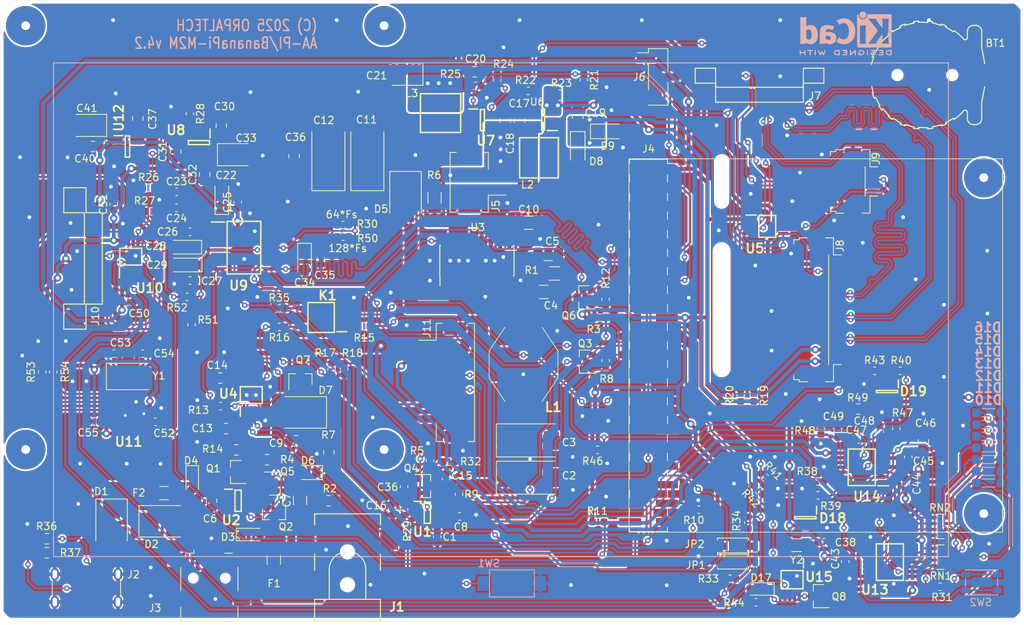
<source format=kicad_pcb>
(kicad_pcb (version 20241229) (generator "pcbnew") (generator_version "9.0")
  (title_block (title "AA-PI Main Board for BananaPi M2-Magic") (date "2025-07-22") (rev "v4.2") (company "ORPALTECH") (comment 1 "2025") (comment 4 "Author: Sergey Suloev"))
  (layers (0 "F.Cu" signal) (2 "B.Cu" signal) (13 "F.Paste" user) (15 "B.Paste" user) (5 "F.SilkS" user "F.Silkscreen") (7 "B.SilkS" user "B.Silkscreen") (1 "F.Mask" user) (3 "B.Mask" user) (25 "Edge.Cuts" user))
  (net 0 "")
  (net 1 "GND")
  (net 2 "Net-(U1-KILLT)")
  (net 3 "+5V")
  (net 4 "+3V3")
  (net 5 "LED-A")
  (net 6 "Net-(C7-Pad2)")
  (net 7 "Net-(U1-OFFT)")
  (net 8 "CTP_INT")
  (net 9 "BQ_TS.2")
  (net 10 "~{CHRG_EN}")
  (net 11 "Net-(U7-FB)")
  (net 12 "Net-(U9-VINL)")
  (net 13 "Net-(U9-VINR)")
  (net 14 "Net-(U9-VREF1)")
  (net 15 "DSI_D0_N")
  (net 16 "DSI_D0_P")
  (net 17 "DSI_CLK_N")
  (net 18 "DSI_CLK_P")
  (net 19 "DSI_D1_N")
  (net 20 "DSI_D1_P")
  (net 21 "SHDN_REQ")
  (net 22 "LED-K")
  (net 23 "PWM_MCU")
  (net 24 "I2S_BCLK")
  (net 25 "I2S_LRCK")
  (net 26 "I2S_DIN")
  (net 27 "Net-(U9-VREF2)")
  (net 28 "Net-(D6-K)")
  (net 29 "Net-(D6-A)")
  (net 30 "/LCD-CTP/LED_SW")
  (net 31 "/V_WALL")
  (net 32 "/V_USB2")
  (net 33 "/V_USB1")
  (net 34 "/V_USB")
  (net 35 "/V_SUPPLY")
  (net 36 "/V_F2")
  (net 37 "Net-(D10-K)")
  (net 38 "RADIO_EN")
  (net 39 "I2C0_SCL")
  (net 40 "I2C0_SDA")
  (net 41 "Net-(D11-K)")
  (net 42 "SHDN_CTRL")
  (net 43 "+V_LCD")
  (net 44 "Net-(D12-K)")
  (net 45 "+V_RADIO")
  (net 46 "VNA_I2C_SCL")
  (net 47 "VNA_I2C_SDA")
  (net 48 "VNA_OUT_VV")
  (net 49 "VNA_OUT_VI")
  (net 50 "Net-(D14-K)")
  (net 51 "Net-(D15-K)")
  (net 52 "Net-(D18-Pad1)")
  (net 53 "Net-(U8-BP)")
  (net 55 "/MAX1709_LX")
  (net 56 "/MAX1709_SSLIM")
  (net 57 "/MAX1709_REF")
  (net 58 "/MAX1709_OUT")
  (net 59 "LCD_RESET")
  (net 61 "+V_IN")
  (net 62 "+V_BAT")
  (net 66 "+V_LOAD")
  (net 68 "DSI_D2_N")
  (net 69 "DSI_D2_P")
  (net 70 "DSI_D3_N")
  (net 71 "DSI_D3_P")
  (net 72 "+VDD_RADIO")
  (net 73 "Net-(D18-Pad2)")
  (net 74 "Net-(D19-Pad1)")
  (net 75 "BAT_GND")
  (net 76 "unconnected-(D19-Pad2)")
  (net 77 "~{CHRG_FAST}")
  (net 78 "I2C1_SCL")
  (net 80 "Net-(K1-CTRL+)")
  (net 81 "Net-(K1-LOAD2)")
  (net 82 "Net-(Q4-G)")
  (net 83 "I2C1_SDA")
  (net 84 "LCD_EN")
  (net 85 "Net-(U14-SRN)")
  (net 86 "Net-(U14-SRP)")
  (net 87 "Net-(D13-K)")
  (net 88 "BAT+")
  (net 90 "BQ_ALERT")
  (net 91 "CHRG_TS")
  (net 98 "Net-(U4-PROG)")
  (net 99 "Net-(U4-THERM)")
  (net 100 "Net-(U7-LX)")
  (net 101 "Net-(Q1-G)")
  (net 102 "Net-(Q2-G)")
  (net 103 "Net-(Q3-D)")
  (net 104 "Net-(Q6-D)")
  (net 105 "Net-(R31-Pad1)")
  (net 109 "CHRG_STAT2")
  (net 110 "UART_TX")
  (net 111 "CHRG_PG")
  (net 113 "CHRG_STAT1")
  (net 115 "UART_RX")
  (net 116 "Net-(U14-P3{slash}SDA)")
  (net 117 "CTP_RST")
  (net 118 "CTP_I2C_SCL")
  (net 119 "CTP_I2C_SDA")
  (net 120 "Net-(U14-P4{slash}SCL)")
  (net 121 "Net-(U14-P5{slash}HDQ)")
  (net 122 "Net-(U1-~{PB})")
  (net 123 "Net-(U14-VEN)")
  (net 125 "Net-(RN1-R1.2)")
  (net 126 "Net-(U13-A)")
  (net 127 "Net-(U13-CLK)")
  (net 134 "Net-(U9-OSR)")
  (net 135 "ADC_EN")
  (net 136 "ADC_CLK2")
  (net 137 "BQ_TS.1")
  (net 138 "Net-(JP1-A)")
  (net 139 "Net-(JP2-A)")
  (net 140 "ADC_CLK1")
  (net 141 "/VNA-Codec/ADC_CLK")
  (net 142 "Net-(U11-XB)")
  (net 143 "Net-(U11-XA)")
  (net 144 "Net-(U11-A0)")
  (net 148 "Net-(U1-EN{slash}~{EN})")
  (net 149 "Net-(C15-Pad1)")
  (net 150 "Net-(RN1-R3.2)")
  (net 151 "Net-(RN1-R4.2)")
  (net 152 "Net-(RN1-R2.2)")
  (net 154 "Net-(RN2-R1.1)")
  (net 155 "Net-(RN2-R2.1)")
  (net 157 "Net-(RN2-R3.1)")
  (net 158 "Net-(D16-K)")
  (net 159 "Net-(U4-~{PG})")
  (net 160 "Net-(J2-CC2)")
  (net 161 "Net-(J2-CC1)")
  (net 162 "Net-(U15-OSCI)")
  (net 163 "Net-(D17-K)")
  (net 166 "Net-(U15-OSCO)")
  (net 167 "/RTC/BT1")
  (footprint "AA-PI-Footprints:C_1206_3216Metric" (layer "F.Cu") (at 123.08 85.16)
    (property "Reference" "C10")
    (property "Value" "100n" (hide yes))
  )
  (footprint "AA-PI-Footprints:D_SMB" (layer "F.Cu") (at 91.88 111.12 180)
    (property "Reference" "D7")
    (property "Value" "SS54" (hide yes))
  )
  (footprint "AA-PI-Footprints:LED_0805_2012Metric_Pad1.15x1.40mm_HandSolder" (layer "F.Cu") (at 93.01 119.34 180)
    (property "Reference" "D6")
    (property "Value" "Wall adapter")
  )
  (footprint "AA-PI-Footprints:DC-050-SMD-Power-Jack" (layer "F.Cu") (at 98.3 139.7 90)
    (property "Reference" "J1")
    (property "Value" "Wall adapter" (hide yes))
  )
  (footprint "AA-PI-Footprints:USB_Mini-B_Lumberg_2486_01_Horizontal" (layer "F.Cu") (at 79.41 133.8)
    (property "Reference" "J3")
    (property "Value" "USB_B_Mini" (hide yes))
  )
  (footprint "AA-PI-Footprints:SOT-23" (layer "F.Cu") (at 88.33 120.85)
    (property "Reference" "Q5")
    (property "Value" "IRLML6402" (hide yes))
  )
  (footprint "AA-PI-Footprints:SOT-23" (layer "F.Cu") (at 88.26 125.04 -90)
    (property "Reference" "Q2")
    (property "Value" "Si2333CDS" (hide yes))
  )
  (footprint "AA-PI-Footprints:SOT-23" (layer "F.Cu") (at 83.06 119.27 180)
    (property "Reference" "Q1")
    (property "Value" "Si2333CDS" (hide yes))
  )
  (footprint "AA-PI-Footprints:D_SMB" (layer "F.Cu") (at 73.33 126.02)
    (property "Reference" "D2")
    (property "Value" "SS54" (hide yes))
  )
  (footprint "AA-PI-Footprints:D_SOD-323_HandSoldering" (layer "F.Cu") (at 85.1 127.83)
    (property "Reference" "D3")
    (property "Value" "PESD5V0S1BA" (hide yes))
  )
  (footprint "AA-PI-Footprints:C_0805_2012Metric" (layer "F.Cu") (at 91.25 115)
    (property "Reference" "C9")
    (property "Value" "4.7u" (hide yes))
  )
  (footprint "AA-PI-Footprints:PCB-Standoff-Spacer-SMD-M3" (layer "F.Cu") (at 185.3 79)
    (property "Reference" "SS2" (hide yes))
    (property "Value" "PCB-Standoff-Spacer-SMD-M3" (hide yes))
  )
  (footprint "AA-PI-Footprints:PCB-Standoff-Spacer-SMD-M3" (layer "F.Cu") (at 185.3 124.9638)
    (property "Reference" "SS4" (hide yes))
    (property "Value" "PCB-Standoff-Spacer-SMD-M3" (hide yes))
  )
  (footprint "AA-PI-Footprints:PCB-Standoff-Spacer-SMD-M3" (layer "F.Cu") (at 54.3 58.2)
    (property "Reference" "SS5" (hide yes))
    (property "Value" "PCB-Standoff-Spacer-SMD-M3" (hide yes))
  )
  (footprint "AA-PI-Footprints:PCB-Standoff-Spacer-SMD-M3" (layer "F.Cu") (at 103.3 58.2)
    (property "Reference" "SS6" (hide yes))
    (property "Value" "PCB-Standoff-Spacer-SMD-M3" (hide yes))
  )
  (footprint "AA-PI-Footprints:PCB-Standoff-Spacer-SMD-M3" (layer "F.Cu") (at 54.3 116.2)
    (property "Reference" "SS7" (hide yes))
    (property "Value" "PCB-Standoff-Spacer-SMD-M3" (hide yes))
  )
  (footprint "AA-PI-Footprints:PCB-Standoff-Spacer-SMD-M3" (layer "F.Cu") (at 103.3 116.2)
    (property "Reference" "SS8" (hide yes))
    (property "Value" "PCB-Standoff-Spacer-SMD-M3" (hide yes))
  )
  (footprint "AA-PI-Footprints:Fuse_1206_3216Metric_Pad1.42x1.75mm_HandSolder" (layer "F.Cu") (at 88.22 131.32 90)
    (property "Reference" "F1")
    (property "Value" "2A 6V" (hide yes))
  )
  (footprint "AA-PI-Footprints:CP_EIA-7343-31_Kemet-D" (layer "F.Cu") (at 101.01 76.3675 90)
    (property "Reference" "C11")
    (property "Value" "100u" (hide yes))
  )
  (footprint "AA-PI-Footprints:C_0805_2012Metric" (layer "F.Cu") (at 79.71 123.2 -90)
    (property "Reference" "C6")
    (property "Value" "4.7u" (hide yes))
  )
  (footprint "AA-PI-Footprints:Fuse_1206_3216Metric_Pad1.42x1.75mm_HandSolder" (layer "F.Cu") (at 73.21 122.16)
    (property "Reference" "F2")
    (property "Value" "2A 6V" (hide yes))
  )
  (footprint "AA-PI-Footprints:C_0603_1608Metric" (layer "F.Cu") (at 94.65 90.07 -90)
    (property "Reference" "C35")
    (property "Value" "100n" (hide yes))
  )
  (footprint "AA-PI-Footprints:CTP-CABLE-HOLE" (layer "F.Cu") (at 149.45 97.07 90)
    (property "Reference" "CH1" (hide yes))
    (property "Value" "CTP-CABLE-HOLE" (hide yes))
  )
  (footprint "AA-PI-Footprints:C_0603_1608Metric" (layer "F.Cu") (at 83.3 82.345 90)
    (property "Reference" "C25")
    (property "Value" "100n" (hide yes))
  )
  (footprint "AA-PI-Footprints:C_0603_1608Metric" (layer "F.Cu") (at 74.92 83.13 180)
    (property "Reference" "C24")
    (property "Value" "22n" (hide yes))
  )
  (footprint "AA-PI-Footprints:SOT-23" (layer "F.Cu") (at 130.68 95.37 180)
    (property "Reference" "Q6")
    (property "Value" "IRLML2402" (hide yes))
  )
  (footprint "AA-PI-Footprints:SOT-23" (layer "F.Cu") (at 91.86 106.59 90)
    (property "Reference" "Q7")
    (property "Value" "Si2333CDS" (hide yes))
  )
  (footprint "AA-PI-Footprints:SOIC-16_3.9x9.9mm_P1.27mm" (layer "F.Cu") (at 115.99 90.35 90)
    (property "Reference" "U3")
    (property "Value" "MAX1709ESE" (hide yes))
  )
  (footprint "AA-PI-Footprints:R_1206_3216Metric" (layer "F.Cu") (at 110.2 81.76 -90)
    (property "Reference" "R6")
    (property "Value" "2" (hide yes))
  )
  (footprint "AA-PI-Footprints:D_SOD-323_HandSoldering" (layer "F.Cu") (at 77.07 120.42 -90)
    (property "Reference" "D4")
    (property "Value" "PESD5V0S1BA" (hide yes))
  )
  (footprint "AA-PI-Footprints:C_1206_3216Metric" (layer "F.Cu") (at 125.74 89.44)
    (property "Reference" "C5")
    (property "Value" "220n" (hide yes))
  )
  (footprint "AA-PI-Footprints:C_1206_3216Metric" (layer "F.Cu") (at 125.14 94.64)
    (property "Reference" "C4")
    (property "Value" "100n" (hide yes))
  )
  (footprint "AA-PI-Footprints:C_0805_2012Metric" (layer "F.Cu") (at 80.91 106.42 180)
    (property "Reference" "C14")
    (property "Value" "4.7u" (hide yes))
  )
  (footprint "AA-PI-Footprints:C_0805_2012Metric" (layer "F.Cu") (at 63.5 74.73)
    (property "Reference" "C40")
    (property "Value" "100n" (hide yes))
  )
  (footprint "AA-PI-Footprints:C_0805_2012Metric" (layer "F.Cu") (at 81.7 113.34)
    (property "Reference" "C13")
    (property "Value" "4.7u" (hide yes))
  )
  (footprint "AA-PI-Footprints:CP_EIA-7343-31_Kemet-D" (layer "F.Cu") (at 123.055 114.95)
    (property "Reference" "C3")
    (property "Value" "100u" (hide yes))
  )
  (footprint "AA-PI-Footprints:CP_EIA-7343-31_Kemet-D" (layer "F.Cu") (at 95.68 76.3675 90)
    (property "Reference" "C12")
    (property "Value" "100u" (hide yes))
  )
  (footprint "AA-PI-Footprints:CP_EIA-7343-31_Kemet-D" (layer "F.Cu") (at 123.0575 120.05)
    (property "Reference" "C2")
    (property "Value" "100u" (hide yes))
  )
  (footprint "AA-PI-Footprints:C_0805_2012Metric_Pad1.15x1.40mm_HandSolder" (layer "F.Cu") (at 91 76.065 -90)
    (property "Reference" "C36")
    (property "Value" "2.2u" (hide yes))
  )
  (footprint "AA-PI-Footprints:1.25-AB-SMT-10pin-Vertical" (layer "F.Cu") (at 63.55 90.05 -90)
    (property "Reference" "J10")
    (property "Value" "VNA Board Interface")
  )
  (footprint "AA-PI-Footprints:COILCRAFT_DO3316P102MLB" (layer "F.Cu") (at 122.37 104.54 90)
    (property "Reference" "L1")
    (property "Value" "1uH" (hide yes))
  )
  (footprint "AA-PI-Footprints:R_1206_3216Metric" (layer "F.Cu") (at 126.62 92.11)
    (property "Reference" "R1")
    (property "Value" "100K" (hide yes))
  )
  (footprint "AA-PI-Footprints:D_SMB" (layer "F.Cu") (at 66.04 126.52 -90)
    (property "Reference" "D1")
    (property "Value" "SS54" (hide yes))
  )
  (footprint "AA-PI-Footprints:R_0805_2012Metric" (layer "F.Cu") (at 95.76 116.59 -90)
    (property "Reference" "R7")
    (property "Value" "1K" (hide yes))
  )
  (footprint "AA-PI-Footprints:R_0805_2012Metric" (layer "F.Cu") (at 87.32 117.59 180)
    (property "Reference" "R4")
    (property "Value" "470K" (hide yes))
  )
  (footprint "AA-PI-Footprints:R_0805_2012Metric" (layer "F.Cu") (at 95.72 123.22 180)
    (property "Reference" "R2")
    (property "Value" "0.5" (hide yes))
  )
  (footprint "AA-PI-Footprints:SOT65P280X100-8N" (layer "F.Cu") (at 109.21 124.84)
    (property "Reference" "U1")
    (property "Value" "LTC2951-2" (hide yes))
  )
  (footprint "AA-PI-Footprints:C_0603_1608Metric" (layer "F.Cu") (at 113.62 125.36)
    (property "Reference" "C8")
    (property "Value" "330n" (hide yes))
  )
  (footprint "AA-PI-Footprints:C_0603_1608Metric" (layer "F.Cu") (at 110.57 128.15 -90)
    (property "Reference" "C1")
    (property "Value" "2.2u" (hide yes))
  )
  (footprint "AA-PI-Footprints:SOT-23" (layer "F.Cu") (at 108.91 121.19)
    (property "Reference" "Q4")
    (property "Value" "Si2333CDS" (hide yes))
  )
  (footprint "AA-PI-Footprints:SOT95P280X145-5N" (layer "F.Cu") (at 68.22 74.745)
    (property "Reference" "U12")
    (property "Value" "TPS2051BDBVR" (hide yes))
  )
  (footprint "AA-PI-Footprints:R_0603_1608Metric" (layer "F.Cu") (at 152.05 108.83 -90)
    (property "Reference" "R20")
    (property "Value" "5.1K" (hide yes))
  )
  (footprint "AA-PI-Footprints:R_0603_1608Metric" (layer "F.Cu") (at 153.85 108.8275 -90)
    (property "Reference" "R19")
    (property "Value" "5.1K" (hide yes))
  )
  (footprint "AA-PI-Footprints:R_0603_1608Metric" (layer "F.Cu") (at 71.4425 83.61)
    (property "Reference" "R27")
    (property "Value" "100" (hide yes))
  )
  (footprint "AA-PI-Footprints:R_0805_2012Metric" (layer "F.Cu") (at 83.1 116.25)
    (property "Reference" "R14")
    (property "Value" "10K" (hide yes))
  )
  (footprint "AA-PI-Footprints:R_0603_1608Metric" (layer "F.Cu") (at 71.11 80.39)
    (property "Reference" "R26")
    (property "Value" "100" (hide yes))
  )
  (footprint "AA-PI-Footprints:CP_EIA-3528-21_Kemet-B" (layer "F.Cu") (at 62.9175 71.85 180)
    (property "Reference" "C41")
    (property "Value" "10u" (hide yes))
  )
  (footprint "AA-PI-Footprints:R_0603_1608Metric" (layer "F.Cu") (at 123.01 67.12 180)
    (property "Reference" "R22")
    (property "Value" "100K" (hide yes))
  )
  (footprint "AA-PI-Footprints:SOT95P270X145-5N" (layer "F.Cu") (at 125.05 71.05 180)
    (property "Reference" "U6")
    (property "Value" "FAN5331" (hide yes))
  )
  (footprint "AA-PI-Footprints:D_SOD-123" (layer "F.Cu") (at 129.77 74.95 -90)
    (property "Reference" "D8")
    (property "Value" "1N5819" (hide yes))
  )
  (footprint "AA-PI-Footprints:R_0805_2012Metric" (layer "F.Cu") (at 127.43 67.72)
    (property "Reference" "R23")
    (property "Value" "30" (hide yes))
  )
  (footprint "AA-PI-Footprints:C_0805_2012Metric" (layer "F.Cu") (at 129.77 70.63 90)
    (property "Reference" "C19")
    (property "Value" "10u" (hide yes))
  )
  (footprint "AA-PI-Footprints:C_0805_2012Metric" (layer "F.Cu") (at 121.82 71.19 90)
    (property "Reference" "C17")
    (property "Value" "4.7u" (hide yes))
  )
  (footprint "AA-PI-Footprints:SOT95P280X100-6N" (layer "F.Cu") (at 83.34 123.2025)
    (property "Reference" "U2")
    (property "Value" "LTC4412" (hide yes))
  )
  (footprint "AA-PI-Footprints:SOP65P490X110-8N" (layer "F.Cu") (at 155.69 85.66)
    (property "Reference" "U5")
    (property "Value" "TCA9803" (hide yes))
  )
  (footprint "AA-PI-Footprints:C_0805_2012Metric" (layer "F.Cu") (at 69.63 70.905 90)
    (property "Reference" "C37")
    (property "Value" "100n" (hide yes))
  )
  (footprint "AA-PI-Footprints:D_SMB" (layer "F.Cu") (at 106.23 81.7 -90)
    (property "Reference" "D5")
    (property "Value" "SS54" (hide yes))
  )
  (footprint "AA-PI-Footprints:COILCRAFT_XEL5050_HandSolder" (layer "F.Cu") (at 124.48 76.28 90)
    (property "Reference" "L2")
    (property "Value" "10uH" (hide yes))
  )
  (footprint "AA-PI-Footprints:LCD-0.3-25P-CABLE-HOLE" (layer "F.Cu") (at 149.45 79.51 90)
    (property "Reference" "REF**" (hide yes))
    (property "Value" "LCD-0.3-25P-CABLE-HOLE" (hide yes))
  )
  (footprint "AA-PI-Footprints:D_SOD-123" (layer "F.Cu") (at 133.77 72.67)
    (property "Reference" "D9")
    (property "Value" "BZT52-C22" (hide yes))
  )
  (footprint "AA-PI-Footprints:CP_EIA-3216-18_Kemet-A" (layer "F.Cu") (at 92.42 90.2825 -90)
    (property "Reference" "C34")
    (property "Value" "22u" (hide yes))
  )
  (footprint "AA-PI-Footprints:R_0603_1608Metric" (layer "F.Cu") (at 130.62 65.62 -90)
    (property "Reference" "R21")
    (property "Value" "100K" (hide yes))
  )
  (footprint "AA-PI-Footprints:SOT-23" (layer "F.Cu") (at 130.75 104.17 180)
    (property "Reference" "Q3")
    (property "Value" "IRLML2402" (hide yes))
  )
  (footprint "AA-PI-Footprints:R_0603_1608Metric" (layer "F.Cu") (at 132.84 98.16)
    (property "Reference" "R3")
    (property "Value" "33K" (hide yes))
  )
  (footprint "AA-PI-Footprints:R_0603_1608Metric" (layer "F.Cu") (at 96.12 105.1875 -90)
    (property "Reference" "R17")
    (property "Value" "0" (hide yes))
  )
  (footprint "AA-PI-Footprints:R_0603_1608Metric" (layer "F.Cu") (at 133.58 104.01 -90)
    (property "Reference" "R8")
    (property "Value" "33K" (hide yes))
  )
  (footprint "AA-PI-Footprints:R_0603_1608Metric" (layer "F.Cu") (at 133.58 95.64 -90)
    (property "Reference" "R12")
    (property "Value" "6.8K" (hide yes))
  )
  (footprint "AA-PI-Footprints:R_0603_1608Metric" (layer "F.Cu") (at 146.34 124.42 180)
    (property "Reference" "R10")
    (property "Value" "30K" (hide yes))
  )
  (footprint "AA-PI-Footprints:R_0603_1608Metric" (layer "F.Cu") (at 113.53 122.3275 -90)
    (property "Reference" "R9")
    (property "Value" "100K" (hide yes))
  )
  (footprint "AA-PI-Footprints:R_0603_1608Metric" (layer "F.Cu") (at 80.93 110.26)
    (property "Reference" "R13")
    (property "Value" "2K" (hide yes))
  )
  (footprint "AA-PI-Footprints:R_0603_1608Metric" (layer "F.Cu") (at 132.57 126.09)
    (property "Reference" "R11")
    (property "Value" "30K" (hide yes))
  )
  (footprint "AA-PI-Footprints:C_1206_3216Metric" (layer "F.Cu") (at 91.81 123.14 90)
    (property "Reference" "C7")
    (property "Value" "22u" (hide yes))
  )
  (footprint "AA-PI-Footprints:SOP50P490X110-10N" (layer "F.Cu") (at 85.14 108.75 90)
    (property "Reference" "U4")
    (property "Value" "MCP73833" (hide yes))
  )
  (footprint "AA-PI-Footprints:SOP254P610X218-4N" (layer "F.Cu") (at 94.69 98.13 180)
    (property "Reference" "K1")
    (property "Value" "CPC1117N" (hide yes))
  )
  (footprint "AA-PI-Footprints:R_0603_1608Metric" (layer "F.Cu") (at 97.83 105.1875 90)
    (property "Reference" "R18")
    (property "Value" "10K" (hide yes))
  )
  (footprint "AA-PI-Footprints:R_0603_1608Metric" (layer "F.Cu") (at 88.98 99.42 180)
    (property "Reference" "R16")
    (property "Value" "1K" (hide yes))
  )
  (footprint "AA-PI-Footprints:C_0603_1608Metric" (layer "F.Cu") (at 166.34 131.52 90)
    (property "Reference" "C43")
    (property "Value" "100n" (hide yes))
  )
  (footprint "AA-PI-Footprints:C_0603_1608Metric" (layer "F.Cu") (at 174.58 120.94 90)
    (property "Reference" "C44")
    (property "Value" "100n" (hide yes))
  )
  (footprint "AA-PI-Footprints:C_0603_1608Metric" (layer "F.Cu") (at 168.2 114.8)
    (property "Reference" "C47")
    (property "Value" "0.1u" (hide yes))
  )
  (footprint "AA-PI-Footprints:C_0805_2012Metric_Pad1.15x1.40mm_HandSolder" (layer "F.Cu") (at 177.04 115.1 -90)
    (property "Reference" "C46")
    (property "Value" "1u" (hide yes))
  )
  (footprint "AA-PI-Footprints:C_0603_1608Metric" (layer "F.Cu") (at 171.07 113.755 90)
    (property "Reference" "C48")
    (property "Value" "100n" (hide yes))
  )
  (footprint "AA-PI-Footprints:C_0603_1608Metric" (layer "F.Cu") (at 165.32 113.755 90)
    (property "Reference" "C49")
    (property "Value" "100n" (hide yes))
  )
  (footprint "AA-PI-Footprints:SOT96P240X110-3N" (layer "F.Cu") (at 160.8975 125.53 -90)
    (property "Reference" "D18")
    (property "Value" "AZ23C5V6" (hide yes))
  )
  (footprint "AA-PI-Footprints:SOT96P240X110-3N" (layer "F.Cu") (at 172.08 108.26 -90)
    (property "Reference" "D19")
    (property "Value" "AZ23C5V6" (hide yes))
  )
  (footprint "AA-PI-Footprints:JST_PH_B2B-PH-SM4-TB_1x02-1MP_P2.00mm_Vertical" (layer "F.Cu") (at 116.69 79.63 90)
    (property "Reference" "J5")
    (property "Value" "MCU Power")
  )
  (footprint "AA-PI-Footprints:JST_PH_B6B-PH-SM4-TB_1x06-1MP_P2.00mm_Vertical" (layer "F.Cu") (at 111.29 107.01 -90)
    (property "Reference" "J11")
    (property "Value" "Battery Pack")
  )
  (footprint "AA-PI-Footprints:R_0603_1608Metric" (layer "F.Cu") (at 153.09 126.217501 90)
    (property "Reference" "R34")
    (property "Value" "5.1K" (hide yes))
  )
  (footprint "AA-PI-Footprints:R_0603_1608Metric" (layer "F.Cu") (at 150.62 133.88 180)
    (property "Reference" "R33")
    (property "Value" "5.1K" (hide yes))
  )
  (footprint "AA-PI-Footprints:R_0603_1608Metric" (layer "F.Cu") (at 162.62 120.58)
    (property "Reference" "R38")
    (property "Value" "100" (hide yes))
  )
  (footprint "AA-PI-Footprints:R_0603_1608Metric" (layer "F.Cu") (at 179.33 134.97 180)
    (property "Reference" "R31")
    (property "Value" "1K" (hide yes))
  )
  (footprint "AA-PI-Footprints:R_0603_1608Metric" (layer "F.Cu") (at 162.6325 122.45)
    (property "Reference" "R39")
    (property "Value" "100" (hide yes))
  )
  (footprint "AA-PI-Footprints:R_0603_1608Metric" (layer "F.Cu") (at 173.865 105.43)
    (property "Reference" "R40")
    (property "Value" "100" (hide yes))
  )
  (footprint "AA-PI-Footprints:R_0603_1608Metric" (layer "F.Cu") (at 155.37 120.02 -45)
    (property "Reference" "R41")
    (property "Value" "100" (hide yes))
  )
  (footprint "AA-PI-Footprints:R_0603_1608Metric" (layer "F.Cu") (at 170.37 105.43)
    (property "Reference" "R43")
    (property "Value" "100" (hide yes))
  )
  (footprint "AA-PI-Footprints:R_0603_1608Metric" (layer "F.Cu") (at 154.486847 121.756847 -45)
    (property "Reference" "R42")
    (property "Value" "100" (hide yes))
  )
  (footprint "AA-PI-Footprints:R_0805_2012Metric" (layer "F.Cu") (at 168.14 110.66)
    (property "Reference" "R49")
    (property "Value" "0.01" (hide yes))
  )
  (footprint "AA-PI-Footprints:R_0603_1608Metric" (layer "F.Cu") (at 132.4975 116.24)
    (property "Reference" "R46")
    (property "Value" "10K" (hide yes))
  )
  (footprint "AA-PI-Footprints:R_0603_1608Metric" (layer "F.Cu") (at 173.34 113.35 90)
    (property "Reference" "R47")
    (property "Value" "100" (hide yes))
  )
  (footprint "AA-PI-Footprints:R_0603_1608Metric" (layer "F.Cu") (at 163.03 113.35 90)
    (property "Reference" "R48")
    (property "Value" "100" (hide yes))
  )
  (footprint "AA-PI-Footprints:SOP65P640X120-14N" (layer "F.Cu") (at 172.45 131.6 180)
    (property "Reference" "U13")
    (property "Value" "SN74HC164PW" (hide yes))
  )
  (footprint "AA-PI-Footprints:SOP65P640X120-14N" (layer "F.Cu") (at 168.6 118.63 180)
    (property "Reference" "U14")
    (property "Value" "BQ34Z100-G1" (hide yes))
  )
  (footprint "AA-PI-Footprints:C_0603_1608Metric" (layer "F.Cu") (at 174.97 117.21 90)
    (property "Reference" "C45")
    (property "Value" "100n" (hide yes))
  )
  (footprint "AA-PI-Footprints:FPC-0.5-1-24P_CLAMSH_BTM" (layer "F.Cu") (at 154.63 67.65 180)
    (property "Reference" "J7")
    (property "Value" "BananaPi M2M Interface")
  )
  (footprint "AA-PI-Footprints:C_0603_1608Metric" (layer "F.Cu") (at 104.42 124.395 -90)
    (property "Reference" "C16")
    (property "Value" "100n" (hide yes))
  )
  (footprint "AA-PI-Footprints:CP_EIA-3216-18_Kemet-A" (layer "F.Cu") (at 76.0475 88.51 180)
    (property "Reference" "C28")
    (property "Value" "10u" (hide yes))
  )
  (footprint "AA-PI-Footprints:R_0603_1608Metric" (layer "F.Cu") (at 106.03 124.3875 90)
    (property "Reference" "R29")
    (property "Value" "10K" (hide yes))
  )
  (footprint "AA-PI-Footprints:CP_EIA-3216-18_Kemet-A" (layer "F.Cu") (at 76.1075 90.95 180)
    (property "Reference" "C29")
    (property "Value" "10u" (hide yes))
  )
  (footprint "AA-PI-Footprints:CP_EIA-3216-18_Kemet-A" (layer "F.Cu") (at 81.12 81.72 90)
    (property "Reference" "C22")
    (property "Value" "10u" (hide yes))
  )
  (footprint "AA-PI-Footprints:D_SOD-323_HandSoldering" (layer "F.Cu") (at 154.6275 135.28 180)
    (property "Reference" "D17")
    (property "Value" "1N5819" (hide yes))
  )
  (footprint "AA-PI-Footprints:COILCRAFT_XEL5050_HandSolder" (layer "F.Cu") (at 111.02 70.16 180)
    (property "Reference" "L3")
    (property "Value" "2.2uH" (hide yes))
  )
  (footprint "AA-PI-Footprints:C_0603_1608Metric" (layer "F.Cu") (at 70.275 103.08 180)
    (property "Reference" "C54")
    (property "Value" "100n" (hide yes))
  )
  (footprint "AA-PI-Footprints:C_0805_2012Metric_Pad1.15x1.40mm_HandSolder" (layer "F.Cu") (at 81.05 71.87 -90)
    (property "Reference" "C30")
    (property "Value" "2.2u" (hide yes))
  )
  (footprint "AA-PI-Footprints:C_0603_1608Metric" (layer "F.Cu") (at 111.77 120.245 -90)
    (property "Reference" "C15")
    (property "Value" "100n" (hide yes))
  )
  (footprint "AA-PI-Footprints:C_0603_1608Metric" (layer "F.Cu") (at 66.35 82.635 90)
    (property "Reference" "C51")
    (property "Value" "100n" (hide yes))
  )
  (footprint "AA-PI-Footprints:R_0603_1608Metric" (layer "F.Cu") (at 154.15 137.11)
    (property "Reference" "R44")
    (property "Value" "33K" (hide yes))
  )
  (footprint "AA-PI-Footprints:Crystal_SMD_5032-2Pin_5.0x3.2mm" (layer "F.Cu") (at 68.37 106.21)
    (property "Reference" "Y1")
    (property "Value" "24.576MHz" (hide yes))
  )
  (footprint "AA-PI-Footprints:SOT65P490X110-8N" (layer "F.Cu") (at 159.085 134.01 -90)
    (property "Reference" "U15")
    (property "Value" "PCF8563TS/5,118" (hide yes))
  )
  (footprint "AA-PI-Footprints:R_0603_1608Metric" (layer "F.Cu") (at 115.77 66.44)
    (property "Reference" "R25")
    (property "Value" "191K" (hide yes))
  )
  (footprint "AA-PI-Footprints:R_0805_2012Metric" (layer "F.Cu") (at 57.19 128.41)
    (property "Reference" "R36")
    (property "Value" "5.1K" (hide yes))
  )
  (footprint "AA-PI-Footprints:PinHeader_2x01_P2.00mm_Vertical_SMD" (layer "F.Cu") (at 151 129.42 180)
    (property "Reference" "JP2")
    (property "Value" "Jumper_2_Small_Bridged" (hide yes))
  )
  (footprint "AA-PI-Footprints:R_0603_1608Metric" (layer "F.Cu") (at 56.55 105.5975 -90)
    (property "Reference" "R53")
    (property "Value" "0" (hide yes))
  )
  (footprint "AA-PI-Footprints:SOT94P280X100-5N" (layer "F.Cu") (at 116.74 71.12)
    (property "Reference" "U7")
    (property "Value" "RT8059" (hide yes))
  )
  (footprint "AA-PI-Footprints:R_0603_1608Metric" (layer "F.Cu") (at 118.75 65.6575 90)
    (property "Reference" "R24")
    (property "Value" "51K" (hide yes))
  )
  (footprint "AA-PI-Footprints:C_0603_1608Metric" (layer "F.Cu") (at 76.765 86.4 180)
    (property "Reference" "C26")
    (property "Value" "100n" (hide yes))
  )
  (footprint "AA-PI-Footprints:C_0603_1608Metric" (layer "F.Cu") (at 63.68 112.35)
    (property "Reference" "C55")
    (property "Value" "100n" (hide yes))
  )
  (footprint "AA-PI-Footprints:C_0603_1608Metric" (layer "F.Cu") (at 66.375 103.08)
    (property "Reference" "C53")
    (property "Value" "100n" (hide yes))
  )
  (footprint "AA-PI-Footprints:FPC-0.5-1-8P_Clamshell_Bottom" (layer "F.Cu") (at 169.95 79.51 -90)
    (property "Reference" "J9")
    (property "Value" "FS050HD020-C020C" (hide yes))
  )
  (footprint "AA-PI-Footprints:SOT-23" (layer "F.Cu") (at 162.75 136.26 180)
    (property "Reference" "Q8")
    (property "Value" "IRLML6402" (hide yes))
  )
  (footprint "AA-PI-Footprints:R_0603_1608Metric" (layer "F.Cu") (at 100.5425 99.34 180)
    (property "Reference" "R15")
    (property "Value" "1K" (hide yes))
  )
  (footprint "AA-PI-Footprints:C_0603_1608Metric" (layer "F.Cu") (at 76.765 93.07 180)
    (property "Reference" "C27")
    (property "Value" "100n" (hide yes))
  )
  (footprint "AA-PI-Footprints:R_0603_1608Metric" (layer "F.Cu") (at 76.36 95.31)
    (property "Reference" "R52")
    (property "Value" "0" (hide yes))
  )
  (footprint "AA-PI-Footprints:QFN50P300X300X90-17N-D" (layer "F.Cu") (at 67.91 111.53 -90)
    (property "Reference" "U11")
    (property "Value" "SI5351A-B-GM1" (hide yes))
  )
  (footprint "AA-PI-Footprints:CP_EIA-3528-21_Kemet-B" (layer "F.Cu") (at 82.9725 75.85)
    (property "Reference" "C33")
    (property "Value" "47u" (hide yes))
  )
  (footprint "AA-PI-Footprints:FPC-0.5-1-30P_Clamshell_Bottom" (layer "F.Cu") (at 164.95 97.07 -90)
    (property "Reference" "J8")
    (property "Value" "FS050HD020-C020C" (hide yes))
  )
  (footprint "AA-PI-Footprints:R_0603_1608Metric" (layer "F.Cu") (at 76.76 70.25 -90)
    (property "Reference" "R28")
    (property "Value" "100K" (hide yes))
  )
  (footprint "AA-PI-Footprints:R_0603_1608Metric" (layer "F.Cu") (at 88.96 96.87)
    (property "Reference" "R35")
    (property "Value" "1K" (hide yes))
  )
  (footprint "AA-PI-Footprints:C_0805_2012Metric" (layer "F.Cu") (at 119.86 71.19 90)
    (property "Reference" "C18")
    (property "Value" "4.7u" (hide yes))
  )
  (footprint "AA-PI-Footprints:SOT94P279X130-5N" (layer "F.Cu") (at 77.99 74.2 -90)
    (property "Reference" "U8")
    (property "Value" "RT9193-2HPB" (hide yes))
  )
  (footprint "AA-PI-Footprints:CP_EIA-3528-21_Kemet-B" (layer "F.Cu") (at 106.1475 64.85 180)
    (property "Reference" "C21")
    (property "Value" "10u" (hide yes))
  )
  (footprint "AA-PI-Footprints:SOP65P780X200-20N" (layer "F.Cu") (at 84.14 88.57)
    (property "Reference" "U9")
    (property "Value" "PCM1803A" (hide yes))
  )
  (footprint "AA-PI-Footprints:SOP65P490X110-8N" (layer "F.Cu") (at 68.67 89.81 90)
    (property "Reference" "U10")
    (property "Value" "TCA9803" (hide yes))
  )
  (footprint "AA-PI-Footprints:R_0603_1608Metric" (layer "F.Cu") (at 97.69 87.06 180)
    (property "Reference" "R50")
    (property "Value" "128*Fs")
  )
  (footprint "AA-PI-Footprints:C_0603_1608Metric" (layer "F.Cu") (at 72.04 112.42 180)
    (property "Reference" "C52")
    (property "Value" "100n" (hide yes))
  )
  (footprint "AA-PI-Footprints:C_0805_2012Metric" (layer "F.Cu") (at 115.69 64.5 180)
    (property "Reference" "C20")
    (property "Value" "10pF" (hide yes))
  )
  (footprint "AA-PI-Footprints:R_Array_Convex_4x0603" (layer "F.Cu") (at 179.37 130.92 180)
    (property "Reference" "RN1")
    (property "Value" "470" (hide yes))
  )
  (footprint "AA-PI-Footprints:C_0603_1608Metric" (layer "F.Cu") (at 68.25 95.99)
    (property "Reference" "C50")
    (property "Value" "100n" (hide yes))
  )
  (footprint "AA-PI-Footprints:C_0805_2012Metric" (layer "F.Cu") (at 74.8 75.415 -90)
    (property "Reference" "C31")
    (property "Value" "22n" (hide yes))
  )
  (footprint "AA-PI-Footprints:R_0805_2012Metric" (layer "F.Cu") (at 57.1975 130.32 180)
    (property "Reference" "R37")
    (property "Value" "5.1K" (hide yes))
  )
  (footprint "AA-PI-Footprints:USB_C_Receptacle_GCT_USB4125-xx-x_6P_TopMnt_Horizontal" (layer "F.Cu") (at 62.6 136.26)
    (property "Reference" "J2")
    (property "Value" "USB_C_Power" (hide yes))
  )
  (footprint "AA-PI-Footprints:R_0603_1608Metric" (layer "F.Cu") (at 112.1925 117.84)
    (property "Reference" "R32")
    (property "Value" "100" (hide yes))
  )
  (footprint "AA-PI-Footprints:C_0603_1608Metric" (layer "F.Cu") (at 106.04 121.265 -90)
    (property "Reference" "C36")
    (property "Value" "1u" (hide yes))
  )
  (footprint "AA-PI-Footprints:PinSocket_2x20_P2.54mm_Vertical_SMD" (layer "F.Cu") (at 139.45 101.96)
    (property "Reference" "J4")
    (property "Value" "MCU GPIO")
  )
  (footprint "AA-PI-Footprints:CR1220-2" (layer "F.Cu") (at 177.09 64.96 90)
    (property "Reference" "BT1")
    (property "Value" "CR1220")
  )
  (footprint "AA-PI-Footprints:C_0603_1608Metric" (layer "F.Cu") (at 163.435 128.88)
    (property "Reference" "C38")
    (property "Value" "22p" (hide yes))
  )
  (footprint "AA-PI-Footprints:R_0603_1608Metric" (layer "F.Cu") (at 76.98 99.13 90)
    (property "Reference" "R51")
    (property "Value" "0" (hide yes))
  )
  (footprint "AA-PI-Footprints:PinHeader_2x01_P2.00mm_Vertical_SMD" (layer "F.Cu") (at 151 131.44 180)
    (property "Reference" "JP1")
    (property "Value" "Jumper_2_Small_Bridged" (hide yes))
  )
  (footprint "AA-PI-Footprints:R_0603_1608Metric" (layer "F.Cu") (at 58.07 105.5975 -90)
    (property "Reference" "R54")
    (property "Value" "0" (hide yes))
  )
  (footprint "AA-PI-Footprints:R_0603_1608Metric" (layer "F.Cu") (at 109.58 117.71 90)
    (property "Reference" "R5")
    (property "Value" "75K" (hide yes))
  )
  (footprint "AA-PI-Footprints:Crystal_SMD_3215-2Pin_3.2x1.5mm" (layer "F.Cu") (at 159.71 129.29 180)
    (property "Reference" "Y2")
    (property "Value" "32.768KHz" (hide yes))
  )
  (footprint "AA-PI-Footprints:C_0603_1608Metric" (layer "F.Cu") (at 74.945 80.93 180)
    (property "Reference" "C23")
    (property "Value" "22n" (hide yes))
  )
  (footprint "AA-PI-Footprints:C_0805_2012Metric" (layer "F.Cu") (at 78.78 78.57 90)
    (property "Reference" "C32")
    (property "Value" "100n" (hide yes))
  )
  (footprint "AA-PI-Footprints:R_Array_Convex_4x0603" (layer "F.Cu") (at 179.36 126.72)
    (property "Reference" "RN2")
    (property "Value" "470" (hide yes))
  )
  (footprint "AA-PI-Footprints:R_0603_1608Metric" (layer "F.Cu") (at 97.69 85.49)
    (property "Reference" "R30")
    (property "Value" "64*Fs")
  )
  (footprint "AA-PI-Footprints:PinHeader_1x03_P2.54mm_Vertical_SMD_Pin1Left" (layer "F.Cu") (at 140.77 65.21)
    (property "Reference" "J6")
    (property "Value" "MCU UART")
  )
  (footprint "AA-PI-Footprints:SW_SPST_CK_RS282G05A3" (layer "B.Cu") (at 120.78 134.52 180)
    (property "Reference" "SW1")
    (property "Value" "ON/OFF" (hide yes))
  )
  (footprint "Symbol:KiCad-Logo2_6mm_SilkScreen" (layer "B.Cu") (at 166.41 59.25 180)
    (property "Reference" "REF**" (hide yes))
    (property "Value" "KiCad-Logo2_6mm_SilkScreen" (hide yes))
  )
  (footprint "AA-PI-Footprints:QTLP610C4TR_2" (layer "B.Cu") (at 185.93 114.38)
    (property "Reference" "D14")
    (property "Value" "QTLP610C-4" (hide yes))
  )
  (footprint "AA-PI-Footprints:QTLP610C4TR_2" (layer "B.Cu") (at 185.94 115.97)
    (property "Reference" "D13")
    (property "Value" "QTLP610C-4" (hide yes))
  )
  (footprint "AA-PI-Footprints:QTLP610C4TR_2" (layer "B.Cu") (at 185.94 117.58)
    (property "Reference" "D12")
    (property "Value" "QTLP610C-4" (hide yes))
  )
  (footprint "AA-PI-Footprints:QTLP610C4TR_2" (layer "B.Cu") (at 185.94 119.18)
    (property "Reference" "D11")
    (property "Value" "QTLP610C-4" (hide yes))
  )
  (footprint "AA-PI-Footprints:QTLP610C4TR_2" (layer "B.Cu") (at 185.94 120.78)
    (property "Reference" "D10")
    (property "Value" "QTLP610C-4" (hide yes))
  )
  (footprint "AA-PI-Footprints:QTLP610C4TR_2" (layer "B.Cu") (at 185.94 112.78)
    (property "Reference" "D15")
    (property "Value" "QTLP610C-4" (hide yes))
  )
  (footprint "AA-PI-Footprints:SW_SPST_3X4X2.5_SMD" (layer "B.Cu") (at 184.99 134.38 180)
    (property "Reference" "SW2")
    (property "Value" "SW_Push" (hide yes))
  )
  (footprint "AA-PI-Footprints:QTLP610C4TR_2" (layer "B.Cu") (at 185.95 111.16)
    (property "Reference" "D16")
    (property "Value" "QTLP610C-4" (hide yes))
  )
  (gr_rect (start 136.77 76.41) (end 187.87 127.51) (stroke (width 0.1)) (fill no) (layer "F.SilkS"))
  (gr_line (start 180.45 130.85) (end 58.1 130.85) (stroke (width 0.127)) (layer "B.SilkS"))
  (gr_line (start 180.45 63.29) (end 180.45 130.85) (stroke (width 0.127)) (layer "B.SilkS"))
  (gr_line (start 58.1 130.85) (end 58.1 63.29) (stroke (width 0.127)) (layer "B.SilkS"))
  (gr_line (start 58.1 63.29) (end 180.45 63.29) (stroke (width 0.127)) (layer "B.SilkS"))
  (gr_line (start 190.8 136.7) (end 190.8 57.7) (stroke (width 0.0254)) (layer "Edge.Cuts"))
  (gr_line (start 53.8 139.7) (end 187.8 139.7) (stroke (width 0.0254)) (layer "Edge.Cuts"))
  (gr_arc (start 53.8 139.7) (mid 51.67868 138.82132) (end 50.8 136.7) (stroke (width 0.0254)) (layer "Edge.Cuts"))
  (gr_arc (start 187.8 54.7) (mid 189.92132 55.57868) (end 190.8 57.7) (stroke (width 0.0254)) (layer "Edge.Cuts"))
  (gr_arc (start 190.8 136.7) (mid 189.92132 138.82132) (end 187.8 139.7) (stroke (width 0.0254)) (layer "Edge.Cuts"))
  (gr_line (start 187.8 54.7) (end 53.8 54.7) (stroke (width 0.0254)) (layer "Edge.Cuts"))
  (gr_line (start 50.8 57.7) (end 50.8 136.7) (stroke (width 0.0254)) (layer "Edge.Cuts"))
  (gr_arc (start 50.8 57.7) (mid 51.67868 55.57868) (end 53.8 54.7) (stroke (width 0.0254)) (layer "Edge.Cuts"))
  (gr_text "(C) ${COMMENT1} ${COMPANY}\nAA-PI/BananaPi-M2M ${REVISION}" (at 94.31 59.38 0) (layer "B.SilkS") (effects (font (size 1.5 1.2) (thickness 0.2)) (justify left mirror)))
  (segment (start 125.15 71.05) (end 126.3 71.05) (width 0.254) (layer "F.Cu") (net 1))
  (segment (start 116.73 70.89) (end 116.5 71.12) (width 0.254) (layer "F.Cu") (net 1))
  (segment (start 70.429225 111.28) (end 69.41 111.28) (width 0.254) (layer "F.Cu") (net 1))
  (segment (start 62.949612 111.31) (end 62.979612 111.28) (width 0.254) (layer "F.Cu") (net 1))
  (segment (start 62.949612 111.31) (end 62.949612 112.305388) (width 0.254) (layer "F.Cu") (net 1))
  (segment (start 119.52 70.47) (end 119.1 70.89) (width 0.254) (layer "F.Cu") (net 1))
  (segment (start 124.17 70.88) (end 124.94 70.88) (width 0.254) (layer "F.Cu") (net 1))
  (segment (start 116.5 71.12) (end 115.49 71.12) (width 0.254) (layer "F.Cu") (net 1))
  (segment (start 62.979612 111.28) (end 66.41 111.28) (width 0.254) (layer "F.Cu") (net 1))
  (segment (start 122.62 70.88) (end 124.17 70.88) (width 0.254) (layer "F.Cu") (net 1))
  (segment (start 62.949612 112.305388) (end 62.905 112.35) (width 0.254) (layer "F.Cu") (net 1))
  (segment (start 81.01 131.1) (end 83.76 131.1) (width 0.508) (layer "F.Cu") (net 1))
  (segment (start 125.13 71.07) (end 125.15 71.05) (width 0.254) (layer "F.Cu") (net 1))
  (segment (start 124.94 70.88) (end 125.13 71.07) (width 0.254) (layer "F.Cu") (net 1))
  (segment (start 83.76 131.1) (end 83.86 131.2) (width 0.508) (layer "F.Cu") (net 1))
  (segment (start 122.055 70.315) (end 122.62 70.88) (width 0.254) (layer "F.Cu") (net 1))
  (segment (start 70.455 111.305775) (end 70.429225 111.28) (width 0.254) (layer "F.Cu") (net 1))
  (segment (start 119.1 70.89) (end 116.73 70.89) (width 0.254) (layer "F.Cu") (net 1))
  (via (at 71.4 136.23) (size 1.016) (drill 0.508) (layers "F.Cu" "B.Cu") (net 1))
  (via (at 54.52 126.38) (size 1.016) (drill 0.508) (layers "F.Cu" "B.Cu") (net 1))
  (via (at 54.8 84.41) (size 1.016) (drill 0.508) (layers "F.Cu" "B.Cu") (net 1))
  (via (at 61.74 118.13) (size 1.016) (drill 0.508) (layers "F.Cu" "B.Cu") (net 1))
  (via (at 157.46 65.12) (size 1.016) (drill 0.508) (layers "F.Cu" "B.Cu") (net 1))
  (via (at 138.54 57.44) (size 1.016) (drill 0.508) (layers "F.Cu" "B.Cu") (net 1))
  (via (at 157.46 57.44) (size 1.016) (drill 0.508) (layers "F.Cu" "B.Cu") (net 1))
  (via (at 121.84 57.44) (size 1.016) (drill 0.508) (layers "F.Cu" "B.Cu") (net 1))
  (via (at 61.5 123.63) (size 1.016) (drill 0.508) (layers "F.Cu" "B.Cu") (net 1))
  (via (at 85.03 67.3) (size 1.016) (drill 0.508) (layers "F.Cu" "B.Cu") (net 1))
  (via (at 96.81 57.44) (size 1.016) (drill 0.508) (layers "F.Cu" "B.Cu") (net 1))
  (via (at 128.86 134.73) (size 1.016) (drill 0.508) (layers "F.Cu" "B.Cu") (net 1))
  (via (at 132.62 85.43) (size 1.016) (drill 0.508) (layers "F.Cu" "B.Cu") (net 1))
  (via (at 120.17 82.47) (size 1.016) (drill 0.508) (layers "F.Cu" "B.Cu") (net 1))
  (via (at 72.63 100.98) (size 1.016) (drill 0.508) (layers "F.Cu" "B.Cu") (net 1))
  (via (at 171.37 111.09) (size 1.016) (drill 0.508) (layers "F.Cu" "B.Cu") (net 1))
  (via (at 101.75 111.8) (size 1.016) (drill 0.508) (layers "F.Cu" "B.Cu") (net 1))
  (via (at 121.95 93.05) (size 1.016) (drill 0.508) (layers "F.Cu" "B.Cu") (net 1))
  (via (at 109.56 93.09) (size 1.016) (drill 0.508) (layers "F.Cu" "B.Cu") (net 1))
  (via (at 53.52 76.19) (size 1.016) (drill 0.508) (layers "F.Cu" "B.Cu") (net 1))
  (via (at 66.26 57.44) (size 1.016) (drill 0.508) (layers "F.Cu" "B.Cu") (net 1))
  (via (at 113.55 90.35) (size 1.016) (drill 0.508) (layers "F.Cu" "B.Cu") (net 1))
  (via (at 179.85 96.39) (size 1.016) (drill 0.508) (layers "F.Cu" "B.Cu") (net 1))
  (via (at 124.63 87.38) (size 1.016) (drill 0.508) (layers "F.Cu" "B.Cu") (net 1))
  (via (at 159.12 82.22) (size 1.016) (drill 0.508) (layers "F.Cu" "B.Cu") (net 1))
  (via (at 164.84 84.85) (size 1.016) (drill 0.508) (layers "F.Cu" "B.Cu") (net 1))
  (via (at 99.17 95.41) (size 1.016) (drill 0.508) (layers "F.Cu" "B.Cu") (net 1))
  (via (at 79.69 128.35) (size 1.016) (drill 0.508) (layers "F.Cu" "B.Cu") (net 1))
  (via (at 114.07 116.36) (size 1.016) (drill 0.508) (layers "F.Cu" "B.Cu") (net 1))
  (via (at 81.43 102.88) (size 1.016) (drill 0.508) (layers "F.Cu" "B.Cu") (net 1))
  (via (at 114.78 90.35) (size 1.016) (drill 0.508) (layers "F.Cu" "B.Cu") (net 1))
  (via (at 133.94 112.28) (size 1.016) (drill 0.508) (layers "F.Cu" "B.Cu") (net 1))
  (via (at 98.36 126.68) (size 1.016) (drill 0.508) (layers "F.Cu" "B.Cu") (net 1))
  (via (at 53.84 103.34) (size 1.016) (drill 0.508) (layers "F.Cu" "B.Cu") (net 1))
  (via (at 101.44 134.69) (size 1.016) (drill 0.508) (layers "F.Cu" "B.Cu") (net 1))
  (via (at 86.71 75.97) (size 1.016) (drill 0.508) (layers "F.Cu" "B.Cu") (net 1))
  (via (at 90.13 82.26) (size 1.016) (drill 0.508) (layers "F.Cu" "B.Cu") (net 1))
  (via (at 158.94 89.38) (size 1.016) (drill 0.508) (layers "F.Cu" "B.Cu") (net 1))
  (via (at 160.17 78.32) (size 1.016) (drill 0.508) (layers "F.Cu" "B.Cu") (net 1))
  (via (at 160.45 121.54) (size 1.016) (drill 0.508) (layers "F.Cu" "B.Cu") (net 1))
  (via (at 107.59 75.89) (size 1.016) (drill 0.508) (layers "F.Cu" "B.Cu") (net 1))
  (via (at 60.03 76.22) (size 1.016) (drill 0.508) (layers "F.Cu" "B.Cu") (net 1))
  (via (at 172.99 125.19) (size 1.016) (drill 0.508) (layers "F.Cu" "B.Cu") (net 1))
  (via (at 95.37 129.9) (size 1.016) (drill 0.508) (layers "F.Cu" "B.Cu") (net 1))
  (via (at 117.13 95.28) (size 1.016) (drill 0.508) (layers "F.Cu" "B.Cu") (net 1))
  (via (at 72.83 110.51) (size 1.016) (drill 0.508) (layers "F.Cu" "B.Cu") (net 1))
  (via (at 71.4 132.34) (size 1.016) (drill 0.508) (layers "F.Cu" "B.Cu") (net 1))
  (via (at 186.03 129.09) (size 1.016) (drill 0.508) (layers "F.Cu" "B.Cu") (net 1))
  (via (at 56.01 101.37) (size 1.016) (drill 0.508) (layers "F.Cu" "B.Cu") (net 1))
  (via (at 77.75 115.15) (size 1.016) (drill 0.508) (layers "F.Cu" "B.Cu") (net 1))
  (via (at 85.62 86.33) (size 1.016) (drill 0.508) (layers "F.Cu" "B.Cu") (net 1))
  (via (at 129.09 117.2) (size 1.016) (drill 0.508) (layers "F.Cu" "B.Cu") (net 1))
  (via (at 77.76 109.44) (size 1.016) (drill 0.508) (layers "F.Cu" "B.Cu") (net 1))
  (via (at 123.26 117.5) (size 1.016) (drill 0.508) (layers "F.Cu" "B.Cu") (net 1))
  (via (at 61.33 89.05) (size 1.016) (drill 0.508) (layers "F.Cu" "B.Cu") (net 1))
  (via (at 163.14 75.82) (size 1.016) (drill 0.508) (layers "F.Cu" "B.Cu") (net 1))
  (via (at 66.61 67.47) (size 1.016) (drill 0.508) (layers "F.Cu" "B.Cu") (net 1))
  (via (at 163.86 126.9) (size 1.016) (drill 0.508) (layers "F.Cu" "B.Cu") (net 1))
  (via (at 62.61 106.86) (size 1.016) (drill 0.508) (layers "F.Cu" "B.Cu") (net 1))
  (via (at 85.97 95.32) (size 1.016) (drill 0.508) (layers "F.Cu" "B.Cu") (net 1))
  (via (at 118.41 90.35) (size 1.016) (drill 0.508) (layers "F.Cu" "B.Cu") (net 1))
  (via (at 135.96 74.87) (size 1.016) (drill 0.508) (layers "F.Cu" "B.Cu") (net 1))
  (via (at 77.74 102.9) (size 1.016) (drill 0.508) (layers "F.Cu" "B.Cu") (net 1))
  (via (at 122.34 105.91) (size 1.016) (drill 0.508) (layers "F.Cu" "B.Cu") (net 1))
  (via (at 85.78 108.74) (size 1.016) (drill 0.508) (layers "F.Cu" "B.Cu") (net 1))
  (via (at 166.93 133.85) (size 1.016) (drill 0.508) (layers "F.Cu" "B.Cu") (net 1))
  (via (at 84.17 90.12) (size 1.016) (drill 0.508) (layers "F.Cu" "B.Cu") (net 1))
  (via (at 109.56 90.35) (size 1.016) (drill 0.508) (layers "F.Cu" "B.Cu") (net 1))
  (via (at 175.98 92.9) (size 1.016) (drill 0.508) (layers "F.Cu" "B.Cu") (net 1))
  (via (at 156.72 117.22) (size 1.016) (drill 0.508) (layers "F.Cu" "B.Cu") (net 1))
  (via (at 67.58 85.29) (size 1.016) (drill 0.508) (layers "F.Cu" "B.Cu") (net 1))
  (via (at 179.62 118.06) (size 1.016) (drill 0.508) (layers "F.Cu" "B.Cu") (net 1))
  (via (at 72.55 82.02) (size 1.016) (drill 0.508) (layers "F.Cu" "B.Cu") (net 1))
  (via (at 106.39 99.19) (size 1.016) (drill 0.508) (layers "F.Cu" "B.Cu") (net 1))
  (via (at 69.03 79.36) (size 1.016) (drill 0.508) (layers "F.Cu" "B.Cu") (net 1))
  (via (at 108.81 133.17) (size 1.016) (drill 0.508) (layers "F.Cu" "B.Cu") (net 1))
  (via (at 163.01 115.4) (size 1.016) (drill 0.508) (layers "F.Cu" "B.Cu") (net 1))
  (via (at 162.86 109.32) (size 1.016) (drill 0.508) (layers "F.Cu" "B.Cu") (net 1))
  (via (at 179.84 106.26) (size 1.016) (drill 0.508) (layers "F.Cu" "B.Cu") (net 1))
  (via (at 158.41 73.21) (size 1.016) (drill 0.508) (layers "F.Cu" "B.Cu") (net 1))
  (via (at 115.88 125.12) (size 1.016) (drill 0.508) (layers "F.Cu" "B.Cu") (net 1))
  (via (at 99.77 67.24) (size 1.016) (drill 0.508) (layers "F.Cu" "B.Cu") (net 1))
  (via (at 68.12 118.14) (size 1.016) (drill 0.508) (layers "F.Cu" "B.Cu") (net 1))
  (via (at 133.65 122.64) (size 1.016) (drill 0.508) (layers "F.Cu" "B.Cu") (net 1))
  (via (at 149.06 86.21) (size 1.016) (drill 0.508) (layers "F.Cu" "B.Cu") (net 1))
  (via (at 146.26 123.13) (size 1.016) (drill 0.508) (layers "F.Cu" "B.Cu") (net 1))
  (via (at 168.75 87.91) (size 1.016) (drill 0.508) (layers "F.Cu" "B.Cu") (net 1))
  (via (at 69.33 89.7) (size 1.016) (drill 0.508) (layers "F.Cu" "B.Cu") (net 1))
  (via (at 119.61 89.85) (size 1.016) (drill 0.508) (layers "F.Cu" "B.Cu") (net 1))
  (via (at 160.38 112.31) (size 1.016) (drill 0.508) (layers "F.Cu" "B.Cu") (net 1))
  (via (at 156.28 102.66) (size 1.016) (drill 0.508) (layers "F.Cu" "B.Cu") (net 1))
  (via (at 172.98 134.56) (size 1.016) (drill 0.508) (layers "F.Cu" "B.Cu") (net 1))
  (via (at 133.72 66.62) (size 1.016) (drill 0.508) (layers "F.Cu" "B.Cu") (net 1))
  (via (at 182.46 112.92) (size 1.016) (drill 0.508) (layers "F.Cu" "B.Cu") (net 1))
  (via (at 174.27 84.4) (size 1.016) (drill 0.508) (layers "F.Cu" "B.Cu") (net 1))
  (via (at 129.12 121.72) (size 1.016) (drill 0.508) (layers "F.Cu" "B.Cu") (net 1))
  (via (at 87.72 107.61) (size 1.016) (drill 0.508) (layers "F.Cu" "B.Cu") (net 1))
  (via (at 154.06 91.01) (size 1.016) (drill 0.508) (layers "F.Cu" "B.Cu") (net 1))
  (via (at 153.43 81.21) (size 1.016) (drill 0.508) (layers "F.Cu" "B.Cu") (net 1))
  (via (at 100.85 83.23) (size 1.016) (drill 0.508) (layers "F.Cu" "B.Cu") (net 1))
  (via (at 133.8 118.08) (size 1.016) (drill 0.508) (layers "F.Cu" "B.Cu") (net 1))
  (via (at 185.79 97.58) (size 1.016) (drill 0.508) (layers "F.Cu" "B.Cu") (net 1))
  (via (at 59.79 101.36) (size 1.016) (drill 0.508) (layers "F.Cu" "B.Cu") (net 1))
  (via (at 163.43 118.56) (size 1.016) (drill 0.508) (layers "F.Cu" "B.Cu") (net 1))
  (via (at 72.73 118.15) (size 1.016) (drill 0.508) (layers "F.Cu" "B.Cu") (net 1))
  (via (at 157.2 123.81) (size 1.016) (drill 0.508) (layers "F.Cu" "B.Cu") (net 1))
  (via (at 134.39 69.76) (size 1.016) (drill 0.508) (layers "F.Cu" "B.Cu") (net 1))
  (via (at 84.51 108.74) (size 1.016) (drill 0.508) (layers "F.Cu" "B.Cu") (net 1))
  (via (at 147.82 111.26) (size 1.016) (drill 0.508) (layers "F.Cu" "B.Cu") (net 1))
  (via (at 117.21 90.35) (size 1.016) (drill 0.508) (layers "F.Cu" "B.Cu") (net 1))
  (via (at 141.94 128.66) (size 1.016) (drill 0.508) (layers "F.Cu" "B.Cu") (net 1))
  (via (at 126.97 99.95) (size 1.016) (drill 0.508) (layers "F.Cu" "B.Cu") (net 1))
  (via (at 67.91 111.53) (size 0.762) (drill 0.381) (layers "F.Cu" "B.Cu") (net 1))
  (via (at 141.95 134.77) (size 1.016) (drill 0.508) (layers "F.Cu" "B.Cu") (net 1))
  (via (at 144.95 95.42) (size 1.016) (drill 0.508) (layers "F.Cu" "B.Cu") (net 1))
  (via (at 65.95 80.23) (size 1.016) (drill 0.508) (layers "F.Cu" "B.Cu") (net 1))
  (via (at 151.14 120.86) (size 1.016) (drill 0.508) (layers "F.Cu" "B.Cu") (net 1))
  (via (at 83.36 79.86) (size 1.016) (drill 0.508) (layers "F.Cu" "B.Cu") (net 1))
  (via (at 148.74 71.83) (size 1.016) (drill 0.508) (layers "F.Cu" "B.Cu") (net 1))
  (via (at 70.455 111.305775) (size 0.762) (drill 0.381) (layers "F.Cu" "B.Cu") (net 1))
  (via (at 94.11 116.78) (size 1.016) (drill 0.508) (layers "F.Cu" "B.Cu") (net 1))
  (via (at 161.93 131.8) (size 1.016) (drill 0.508) (layers "F.Cu" "B.Cu") (net 1))
  (via (at 74.17 69.28) (size 1.016) (drill 0.508) (layers "F.Cu" "B.Cu") (net 1))
  (via (at 117.34 68.06) (size 1.016) (drill 0.508) (layers "F.Cu" "B.Cu") (net 1))
  (via (at 100.32 123.15) (size 1.016) (drill 0.508) (layers "F.Cu" "B.Cu") (net 1))
  (via (at 84.96 83.87) (size 1.016) (drill 0.508) (layers "F.Cu" "B.Cu") (net 1))
  (via (at 119.63 61.16) (size 1.016) (drill 0.508) (layers "F.Cu" "B.Cu") (net 1))
  (via (at 146.29 130.79) (size 1.016) (drill 0.508) (layers "F.Cu" "B.Cu") (net 1))
  (via (at 153.36 117.19) (size 1.016) (drill 0.508) (layers "F.Cu" "B.Cu") (net 1))
  (via (at 60.56 94.35) (size 1.016) (drill 0.508) (layers "F.Cu" "B.Cu") (net 1))
  (via (at 80.24 136.64) (size 1.016) (drill 0.508) (layers "F.Cu" "B.Cu") (net 1))
  (via (at 177.8 57.44) (size 1.016) (drill 0.508) (layers "F.Cu" "B.Cu") (net 1))
  (via (at 66.39 77.45) (size 1.016) (drill 0.508) (layers "F.Cu" "B.Cu") (net 1))
  (via (at 157.15 121.53) (size 1.016) (drill 0.508) (layers "F.Cu" "B.Cu") (net 1))
  (via (at 109.31 115.35) (size 1.016) (drill 0.508) (layers "F.Cu" "B.Cu") (net 1))
  (via (at 87.06 112.23) (size 1.016) (drill 0.508) (layers "F.Cu" "B.Cu") (net 1))
  (via (at 177.83 66.98) (size 1.016) (drill 0.508) (layers "F.Cu" "B.Cu") (net 1))
  (via (at 130.42 111.62) (size 1.016) (drill 0.508) (layers "F.Cu" "B.Cu") (net 1))
  (via (at 60.43 85.19) (size 1.016) (drill 0.508) (layers "F.Cu" "B.Cu") (net 1))
  (via (at 60.7 106.86) (size 1.016) (drill 0.508) (layers "F.Cu" "B.Cu") (net 1))
  (via (at 177.04 111.28) (size 1.016) (drill 0.508) (layers "F.Cu" "B.Cu") (net 1))
  (via (at 185.76 88.99) (size 1.016) (drill 0.508) (layers "F.Cu" "B.Cu") (net 1))
  (via (at 159.75 133.49) (size 1.016) (drill 0.508) (layers "F.Cu" "B.Cu") (net 1))
  (via (at 112.34 90.35) (size 1.016) (drill 0.508) (layers "F.Cu" "B.Cu") (net 1))
  (via (at 169.79 128.17) (size 1.016) (drill 0.508) (layers "F.Cu" "B.Cu") (net 1))
  (via (at 104.21 94.72) (size 1.016) (drill 0.508) (layers "F.Cu" "B.Cu") (net 1))
  (via (at 168.91 107.23) (size 1.016) (drill 0.508) (layers "F.Cu" "B.Cu") (net 1))
  (via (at 156.28 97.24) (size 1.016) (drill 0.508) (layers "F.Cu" "B.Cu") (net 1))
  (via (at 74.62 93.53) (size 1.016) (drill 0.508) (layers "F.Cu" "B.Cu") (net 1))
  (via (at 81.94 96.89) (size 1.016) (drill 0.508) (layers "F.Cu" "B.Cu") (net 1))
  (via (at 158.22 108.6) (size 1.016) (drill 0.508) (layers "F.Cu" "B.Cu") (net 1))
  (segment (start 109.47 125.72) (end 108.915 125.165) (width 0.254) (layer "F.Cu") (net 2))
  (segment (start 110.57 127.375) (end 109.965 127.375) (width 0.254) (layer "F.Cu") (net 2))
  (segment (start 109.965 127.375) (end 109.47 126.88) (width 0.254) (layer "F.Cu") (net 2))
  (segment (start 109.47 126.88) (end 109.47 125.72) (width 0.254) (layer "F.Cu") (net 2))
  (segment (start 108.915 125.165) (end 107.91 125.165) (width 0.254) (layer "F.Cu") (net 2))
  (segment (start 69.47 72.09) (end 69.63 71.93) (width 0.508) (layer "F.Cu") (net 3))
  (segment (start 80.995 72.95) (end 81.05 72.895) (width 0.508) (layer "F.Cu") (net 3))
  (segment (start 90.99 77.1) (end 91 77.09) (width 0.508) (layer "F.Cu") (net 3))
  (via (at 119.23 76.75) (size 1.016) (drill 0.508) (layers "F.Cu" "B.Cu") (net 3))
  (via (at 112.36 78.67) (size 1.016) (drill 0.508) (layers "F.Cu" "B.Cu") (net 3))
  (via (at 119.23 75.12) (size 1.016) (drill 0.508) (layers "F.Cu" "B.Cu") (net 3))
  (via (at 119.2 73.5) (size 1.016) (drill 0.508) (layers "F.Cu" "B.Cu") (net 3))
  (segment (start 67.48 97.11) (end 67.48 93.285) (width 0.508) (layer "F.Cu") (net 4))
  (segment (start 162.09 138.13) (end 163 137.22) (width 0.254) (layer "F.Cu") (net 4))
  (segment (start 142 77.8) (end 144.76 77.8) (width 0.508) (layer "F.Cu") (net 4))
  (segment (start 132.58 96.32) (end 131.68 96.32) (width 0.508) (layer "F.Cu") (net 4))
  (segment (start 148.915 124.42) (end 148.915 129.42) (width 0.508) (layer "F.Cu") (net 4))
  (segment (start 131.885 126.09) (end 131.855 126.12) (width 0.508) (layer "F.Cu") (net 4))
  (segment (start 132.03 98.1375) (end 132.0525 98.16) (width 0.508) (layer "F.Cu") (net 4))
  (segment (start 153.41 137.0625) (end 153.3625 137.11) (width 0.508) (layer "F.Cu") (net 4))
  (segment (start 145.9 115.54) (end 148.9025 118.5425) (width 0.508) (layer "F.Cu") (net 4))
  (segment (start 155.775 138.13) (end 162.09 138.13) (width 0.254) (layer "F.Cu") (net 4))
  (segment (start 132.15 106.91) (end 131.75 106.51) (width 0.508) (layer "F.Cu") (net 4))
  (segment (start 144.47 98.13) (end 147.38 98.13) (width 0.508) (layer "F.Cu") (net 4))
  (segment (start 131.74 125.945) (end 131.885 126.09) (width 0.508) (layer "F.Cu") (net 4))
  (segment (start 67.48 93.285) (end 67.69 93.075) (width 0.508) (layer "F.Cu") (net 4))
  (segment (start 148.9025 118.9025) (end 148.9025 124.4075) (width 0.508) (layer "F.Cu") (net 4))
  (segment (start 131.76 112.92) (end 131.76 126.0675) (width 0.508) (layer "F.Cu") (net 4))
  (segment (start 148.915 132.185) (end 148.915 131.44) (width 0.254) (layer "F.Cu") (net 4))
  (segment (start 131.69 96.89) (end 132.0525 97.2525) (width 0.508) (layer "F.Cu") (net 4))
  (segment (start 147.48 84.67) (end 147.505 84.695) (width 0.508) (layer "F.Cu") (net 4))
  (segment (start 147.48 84.67) (end 147.49 84.68) (width 0.508) (layer "F.Cu") (net 4))
  (segment (start 144.45 98.15) (end 141.97 98.15) (width 0.508) (layer "F.Cu") (net 4))
  (segment (start 148.9 118.9) (end 148.9025 118.9025) (width 0.508) (layer "F.Cu") (net 4))
  (segment (start 132.9125 104.7975) (end 133.58 104.7975) (width 0.508) (layer "F.Cu") (net 4))
  (segment (start 132.15 112.53) (end 131.76 112.92) (width 0.508) (layer "F.Cu") (net 4))
  (segment (start 153.65 138.13) (end 153.35 137.83) (width 0.254) (layer "F.Cu") (net 4))
  (segment (start 144.93 68.61) (end 144.93 77.63) (width 0.508) (layer "F.Cu") (net 4))
  (segment (start 153.3625 137.4175) (end 153.41 137.465) (width 0.254) (layer "F.Cu") (net 4))
  (segment (start 153.3625 137.11) (end 151.62 137.11) (width 0.254) (layer "F.Cu") (net 4))
  (segment (start 130.39 97.68) (end 130.41 97.68) (width 0.508) (layer "F.Cu") (net 4))
  (segment (start 132.0525 97.2525) (end 132.0525 98.16) (width 0.508) (layer "F.Cu") (net 4))
  (segment (start 131.68 96.32) (end 131.69 96.33) (width 0.508) (layer "F.Cu") (net 4))
  (segment (start 147.49 84.68) (end 152.38 84.68) (width 0.508) (layer "F.Cu") (net 4))
  (segment (start 148.9025 124.4075) (end 148.915 124.42) (width 0.508) (layer "F.Cu") (net 4))
  (segment (start 130.87 98.16) (end 132.0525 98.16) (width 0.508) (layer "F.Cu") (net 4))
  (segment (start 132.73 96.47) (end 132.58 96.32) (width 0.508) (layer "F.Cu") (net 4))
  (segment (start 131.76 126.0675) (end 131.7825 126.09) (width 0.508) (layer "F.Cu") (net 4))
  (segment (start 147.81 136.42) (end 147.81 133.29) (width 0.254) (layer "F.Cu") (net 4))
  (segment (start 147.81 133.29) (end 148.915 132.185) (width 0.254) (layer "F.Cu") (net 4))
  (segment (start 163 137.22) (end 163.74 137.22) (width 0.254) (layer "F.Cu") (net 4))
  (segment (start 149.04 137.65) (end 147.81 136.42) (width 0.254) (layer "F.Cu") (net 4))
  (segment (start 163.75 137.21) (end 163.74 137.22) (width 0.508) (layer "F.Cu") (net 4))
  (segment (start 144.93 77.63) (end 144.76 77.8) (width 0.508) (layer "F.Cu") (net 4))
  (segment (start 153.41 135.29) (end 153.41 137.0625) (width 0.508) (layer "F.Cu") (net 4))
  (segment (start 152.03 109.595) (end 153.88 109.595) (width 0.508) (layer "F.Cu") (net 4))
  (segment (start 153.43 135.27) (end 153.41 135.29) (width 0.508) (layer "F.Cu") (net 4))
  (segment (start 132.15 108.39) (end 132.15 106.91) (width 0.508) (layer "F.Cu") (net 4))
  (segment (start 132.15 108.39) (end 132.15 112.53) (width 0.508) (layer "F.Cu") (net 4))
  (segment (start 131.69 96.33) (end 131.69 96.89) (width 0.508) (layer "F.Cu") (net 4))
  (segment (start 153.35 137.83) (end 153.35 137.1225) (width 0.254) (layer "F.Cu") (net 4))
  (segment (start 147.48 98.03) (end 147.48 107.35) (width 0.508) (layer "F.Cu") (net 4))
  (segment (start 147.1375 124.41) (end 147.1275 124.42) (width 0.508) (layer "F.Cu") (net 4))
  (segment (start 155.78 138.13) (end 153.65 138.13) (width 0.254) (layer "F.Cu") (net 4))
  (segment (start 147.38 98.13) (end 147.48 98.03) (width 0.508) (layer "F.Cu") (net 4))
  (segment (start 152.235 84.68) (end 152.38 84.68) (width 0.254) (layer "F.Cu") (net 4))
  (segment (start 153.35 137.1225) (end 153.3625 137.11) (width 0.254) (layer "F.Cu") (net 4))
  (segment (start 151.08 137.65) (end 149.04 137.65) (width 0.254) (layer "F.Cu") (net 4))
  (segment (start 147.48 98.03) (end 147.48 84.67) (width 0.508) (layer "F.Cu") (net 4))
  (segment (start 148.9025 129.4075) (end 148.915 129.42) (width 0.508) (layer "F.Cu") (net 4))
  (segment (start 131.75 106.51) (end 131.75 105.12) (width 0.508) (layer "F.Cu") (net 4))
  (segment (start 148.9025 118.5425) (end 148.9025 118.8975) (width 0.508) (layer "F.Cu") (net 4))
  (segment (start 131.75 105.12) (end 132.59 105.12) (width 0.508) (layer "F.Cu") (net 4))
  (segment (start 152.38 84.68) (end 153.245 84.68) (width 0.381) (layer "F.Cu") (net 4))
  (segment (start 133.5375 96.47) (end 132.73 96.47) (width 0.508) (layer "F.Cu") (net 4))
  (segment (start 149.725 109.595) (end 152.03 109.595) (width 0.508) (layer "F.Cu") (net 4))
  (segment (start 131.68 96.41) (end 131.68 96.32) (width 0.508) (layer "F.Cu") (net 4))
  (segment (start 67.71 93.055) (end 67.71 92.28) (width 0.381) (layer "F.Cu") (net 4))
  (segment (start 145.9 113.37) (end 145.9 115.54) (width 0.508) (layer "F.Cu") (net 4))
  (segment (start 132.0225 98.13) (end 132.0525 98.16) (width 0.508) (layer "F.Cu") (net 4))
  (segment (start 147.48 84.67) (end 147.48 79.67) (width 0.508) (layer "F.Cu") (net 4))
  (segment (start 141.97 77.83) (end 142 77.8) (width 0.508) (layer "F.Cu") (net 4))
  (segment (start 145.61 77.8) (end 144.76 77.8) (width 0.508) (layer "F.Cu") (net 4))
  (segment (start 148.915 129.42) (end 148.915 131.44) (width 0.508) (layer "F.Cu") (net 4))
  (segment (start 147.1275 124.42) (end 148.915 124.42) (width 0.508) (layer "F.Cu") (net 4))
  (segment (start 153.41 135.095) (end 153.3625 135.1425) (width 0.254) (layer "F.Cu") (net 4))
  (segment (start 151.62 137.11) (end 151.08 137.65) (width 0.254) (layer "F.Cu") (net 4))
  (segment (start 147.48 107.35) (end 149.725 109.595) (width 0.508) (layer "F.Cu") (net 4))
  (segment (start 145.23 112.7) (end 145.9 113.37) (width 0.508) (layer "F.Cu") (net 4))
  (segment (start 133.58 96.4275) (end 133.5375 96.47) (width 0.508) (layer "F.Cu") (net 4))
  (segment (start 147.48 79.67) (end 145.61 77.8) (width 0.508) (layer "F.Cu") (net 4))
  (segment (start 148.9025 118.8975) (end 148.9 118.9) (width 0.508) (layer "F.Cu") (net 4))
  (segment (start 132.59 105.12) (end 132.9125 104.7975) (width 0.508) (layer "F.Cu") (net 4))
  (segment (start 130.39 97.68) (end 130.87 98.16) (width 0.508) (layer "F.Cu") (net 4))
  (via (at 67.48 97.11) (size 1.016) (drill 0.508) (layers "F.Cu" "B.Cu") (net 4))
  (via (at 144.45 98.15) (size 1.016) (drill 0.508) (layers "F.Cu" "B.Cu") (net 4))
  (via (at 144.93 68.61) (size 1.016) (drill 0.508) (layers "F.Cu" "B.Cu") (net 4))
  (via (at 130.39 97.68) (size 1.016) (drill 0.508) (layers "F.Cu" "B.Cu") (net 4))
  (via (at 132.15 108.39) (size 1.016) (drill 0.508) (layers "F.Cu" "B.Cu") (net 4))
  (via (at 145.23 112.7) (size 1.016) (drill 0.508) (layers "F.Cu" "B.Cu") (net 4))
  (segment (start 132.23 108.31) (end 132.25 108.31) (width 0.508) (layer "B.Cu") (net 4))
  (segment (start 144.45 98.15) (end 144.41 98.19) (width 0.508) (layer "B.Cu") (net 4))
  (segment (start 132.25 108.31) (end 132.87 107.69) (width 0.508) (layer "B.Cu") (net 4))
  (segment (start 143.47 110.94) (end 145.23 112.7) (width 0.508) (layer "B.Cu") (net 4))
  (segment (start 137.35 98.15) (end 144.45 98.15) (width 0.508) (layer "B.Cu") (net 4))
  (segment (start 140.53 63.04) (end 144.93 67.44) (width 0.508) (layer "B.Cu") (net 4))
  (segment (start 144.41 106.74) (end 143.47 107.68) (width 0.508) (layer "B.Cu") (net 4))
  (segment (start 132.87 107.69) (end 143.46 107.69) (width 0.508) (layer "B.Cu") (net 4))
  (segment (start 61.17 98.55) (end 56.67 94.05) (width 0.508) (layer "B.Cu") (net 4))
  (segment (start 143.47 107.7) (end 143.47 110.94) (width 0.508) (layer "B.Cu") (net 4))
  (segment (start 144.45 98.11) (end 144.38 98.04) (width 0.508) (layer "B.Cu") (net 4))
  (segment (start 144.41 98.19) (end 144.41 106.74) (width 0.508) (layer "B.Cu") (net 4))
  (segment (start 136.28 97.08) (end 137.35 98.15) (width 0.508) (layer "B.Cu") (net 4))
  (segment (start 66.04 98.55) (end 61.17 98.55) (width 0.508) (layer "B.Cu") (net 4))
  (segment (start 130.99 97.08) (end 136.28 97.08) (width 0.508) (layer "B.Cu") (net 4))
  (segment (start 144.45 98.15) (end 144.45 98.11) (width 0.508) (layer "B.Cu") (net 4))
  (segment (start 67.28 97.31) (end 66.04 98.55) (width 0.508) (layer "B.Cu") (net 4))
  (segment (start 56.67 94.05) (end 56.67 68.82) (width 0.508) (layer "B.Cu") (net 4))
  (segment (start 144.93 67.44) (end 144.93 68.61) (width 0.508) (layer "B.Cu") (net 4))
  (segment (start 56.67 68.82) (end 62.45 63.04) (width 0.508) (layer "B.Cu") (net 4))
  (segment (start 143.46 107.69) (end 143.47 107.7) (width 0.508) (layer "B.Cu") (net 4))
  (segment (start 62.45 63.04) (end 140.53 63.04) (width 0.508) (layer "B.Cu") (net 4))
  (segment (start 130.39 97.68) (end 130.99 97.08) (width 0.508) (layer "B.Cu") (net 4))
  (segment (start 132.15 108.39) (end 132.23 108.31) (width 0.508) (layer "B.Cu") (net 4))
  (segment (start 163.95 102.82) (end 165.035 102.82) (width 0.254) (layer "F.Cu") (net 5))
  (segment (start 163.5 102.53) (end 163.79 102.82) (width 0.508) (layer "F.Cu") (net 5))
  (segment (start 163.79 102.82) (end 163.95 102.82) (width 0.508) (layer "F.Cu") (net 5))
  (segment (start 163.805 102.82) (end 163.95 102.82) (width 0.254) (layer "F.Cu") (net 5))
  (segment (start 162.27 102.53) (end 163.5 102.53) (width 0.508) (layer "F.Cu") (net 5))
  (via (at 131.41 74.24) (size 1.016) (drill 0.508) (layers "F.Cu" "B.Cu") (net 5))
  (via (at 131.41 71.07) (size 1.016) (drill 0.508) (layers "F.Cu" "B.Cu") (net 5))
  (via (at 162.27 102.53) (size 1.016) (drill 0.508) (layers "F.Cu" "B.Cu") (net 5))
  (segment (start 131.44 74.21) (end 131.41 74.24) (width 0.508) (layer "B.Cu") (net 5))
  (segment (start 143.19 71.43) (end 142.02 71.43) (width 0.508) (layer "B.Cu") (net 5))
  (segment (start 149.18 108.72) (end 147.55 107.09) (width 0.508) (layer "B.Cu") (net 5))
  (segment (start 147.55 107.09) (end 147.55 75.79) (width 0.508) (layer "B.Cu") (net 5))
  (segment (start 147.55 75.79) (end 143.19 71.43) (width 0.508) (layer "B.Cu") (net 5))
  (segment (start 131.43 71.09) (end 131.41 71.07) (width 0.508) (layer "B.Cu") (net 5))
  (segment (start 140.12 71.09) (end 131.43 71.09) (width 0.508) (layer "B.Cu") (net 5))
  (segment (start 142.01 71.44) (end 140.47 71.44) (width 0.508) (layer "B.Cu") (net 5))
  (segment (start 154.21 108.72) (end 149.18 108.72) (width 0.508) (layer "B.Cu") (net 5))
  (segment (start 140.47 71.44) (end 140.12 71.09) (width 0.508) (layer "B.Cu") (net 5))
  (segment (start 142.02 71.43) (end 142.01 71.44) (width 0.508) (layer "B.Cu") (net 5))
  (segment (start 160.4 102.53) (end 154.21 108.72) (width 0.508) (layer "B.Cu") (net 5))
  (segment (start 162.27 102.53) (end 160.4 102.53) (width 0.508) (layer "B.Cu") (net 5))
  (segment (start 91.81 121.6525) (end 91.9525 121.51) (width 0.254) (layer "F.Cu") (net 6))
  (segment (start 94.2025 121.6525) (end 91.81 121.6525) (width 0.254) (layer "F.Cu") (net 6))
  (segment (start 94.7825 122.2325) (end 94.2025 121.6525) (width 0.254) (layer "F.Cu") (net 6))
  (segment (start 94.7825 122.9) (end 94.7825 122.2325) (width 0.254) (layer "F.Cu") (net 6))
  (segment (start 111.5 125.105) (end 111.755 125.36) (width 0.254) (layer "F.Cu") (net 7))
  (segment (start 111.755 125.36) (end 112.595 125.36) (width 0.254) (layer "F.Cu") (net 7))
  (segment (start 111.5 124.68) (end 111.5 125.105) (width 0.254) (layer "F.Cu") (net 7))
  (segment (start 110.51 124.515) (end 111.335 124.515) (width 0.254) (layer "F.Cu") (net 7))
  (segment (start 111.335 124.515) (end 111.5 124.68) (width 0.254) (layer "F.Cu") (net 7))
  (segment (start 153.39 67.66) (end 153.38 67.65) (width 0.254) (layer "F.Cu") (net 8))
  (segment (start 154.33 80.08) (end 163.95 80.08) (width 0.254) (layer "F.Cu") (net 8))
  (segment (start 163.95 80.08) (end 165.4 78.63) (width 0.254) (layer "F.Cu") (net 8))
  (segment (start 153.39 69.5) (end 153.39 67.66) (width 0.254) (layer "F.Cu") (net 8))
  (segment (start 152.34 73.48) (end 152.34 70.55) (width 0.254) (layer "F.Cu") (net 8))
  (segment (start 168.65 78.76) (end 169.95 78.76) (width 0.254) (layer "F.Cu") (net 8))
  (segment (start 152.34 70.55) (end 153.39 69.5) (width 0.254) (layer "F.Cu") (net 8))
  (segment (start 168.52 78.63) (end 168.65 78.76) (width 0.254) (layer "F.Cu") (net 8))
  (segment (start 153.53 79.28) (end 154.33 80.08) (width 0.254) (layer "F.Cu") (net 8))
  (segment (start 153.04 74.2) (end 153.04 74.18) (width 0.254) (layer "F.Cu") (net 8))
  (segment (start 153.04 74.18) (end 152.34 73.48) (width 0.254) (layer "F.Cu") (net 8))
  (segment (start 165.4 78.63) (end 168.52 78.63) (width 0.254) (layer "F.Cu") (net 8))
  (via (at 153.53 79.28) (size 0.762) (drill 0.381) (layers "F.Cu" "B.Cu") (net 8))
  (via (at 153.04 74.2) (size 0.762) (drill 0.381) (layers "F.Cu" "B.Cu") (net 8))
  (segment (start 153.26 75.52) (end 153.26 74.42) (width 0.254) (layer "B.Cu") (net 8))
  (segment (start 153.53 79.28) (end 152.84 78.59) (width 0.254) (layer "B.Cu") (net 8))
  (segment (start 153.26 74.42) (end 153.04 74.2) (width 0.254) (layer "B.Cu") (net 8))
  (segment (start 152.84 75.94) (end 153.26 75.52) (width 0.254) (layer "B.Cu") (net 8))
  (segment (start 152.84 78.59) (end 152.84 75.94) (width 0.254) (layer "B.Cu") (net 8))
  (segment (start 177.35 134.57) (end 177.75 134.97) (width 0.254) (layer "F.Cu") (net 9))
  (segment (start 173.1 116.68) (end 171.53 116.68) (width 0.254) (layer "F.Cu") (net 9))
  (segment (start 171.53 116.68) (end 171.53 116.672) (width 0.254) (layer "F.Cu") (net 9))
  (segment (start 175.715 114.075) (end 177.04 114.075) (width 0.254) (layer "F.Cu") (net 9))
  (segment (start 175.19 114.6) (end 175.715 114.075) (width 0.254) (layer "F.Cu") (net 9))
  (segment (start 173.56 116.22) (end 173.1 116.68) (width 0.254) (layer "F.Cu") (net 9))
  (segment (start 177.75 134.97) (end 178.5425 134.97) (width 0.254) (layer "F.Cu") (net 9))
  (segment (start 174.68 115.52) (end 175.19 115.01) (width 0.254) (layer "F.Cu") (net 9))
  (segment (start 174.26 115.52) (end 174.68 115.52) (width 0.254) (layer "F.Cu") (net 9))
  (segment (start 175.19 115.01) (end 175.19 114.6) (width 0.254) (layer "F.Cu") (net 9))
  (segment (start 177.35 133.87) (end 177.35 134.57) (width 0.254) (layer "F.Cu") (net 9))
  (segment (start 171.53 116.672) (end 171.538 116.68) (width 0.254) (layer "F.Cu") (net 9))
  (segment (start 110.79 108.01) (end 115.05 108.01) (width 0.254) (layer "F.Cu") (net 9))
  (segment (start 173.56 116.22) (end 174.26 115.52) (width 0.254) (layer "F.Cu") (net 9))
  (via (at 115.05 108.01) (size 0.762) (drill 0.381) (layers "F.Cu" "B.Cu") (net 9))
  (via (at 177.35 133.87) (size 0.762) (drill 0.381) (layers "F.Cu" "B.Cu") (net 9))
  (via (at 173.56 116.22) (size 0.762) (drill 0.381) (layers "F.Cu" "B.Cu") (net 9))
  (segment (start 173.56 116.22) (end 172.89 116.89) (width 0.254) (layer "B.Cu") (net 9))
  (segment (start 174.26 115.52) (end 177.25 115.52) (width 0.254) (layer "B.Cu") (net 9))
  (segment (start 122.97 125.36) (end 121.02 125.36) (width 0.254) (layer "B.Cu") (net 9))
  (segment (start 178.58 124.64) (end 178.58 131.84) (width 0.254) (layer "B.Cu") (net 9))
  (segment (start 172.89 118.9) (end 171.69 120.1) (width 0.254) (layer "B.Cu") (net 9))
  (segment (start 165.7 115.42) (end 164.54 114.26) (width 0.254) (layer "B.Cu") (net 9))
  (segment (start 178.58 131.84) (end 177.35 133.07) (width 0.254) (layer "B.Cu") (net 9))
  (segment (start 139.04 125.35) (end 130.54 125.35) (width 0.254) (layer "B.Cu") (net 9))
  (segment (start 171.69 120.1) (end 167.22 120.1) (width 0.254) (layer "B.Cu") (net 9))
  (segment (start 116.34 108.536463) (end 115.813537 108.01) (width 0.254) (layer "B.Cu") (net 9))
  (segment (start 177.35 133.07) (end 177.35 133.87) (width 0.254) (layer "B.Cu") (net 9))
  (segment (start 124.01 126.4) (end 122.97 125.36) (width 0.254) (layer "B.Cu") (net 9))
  (segment (start 178.28 116.55) (end 178.28 124.34) (width 0.254) (layer "B.Cu") (net 9))
  (segment (start 116.34 120.68) (end 116.34 108.536463) (width 0.254) (layer "B.Cu") (net 9))
  (segment (start 121.02 125.36) (end 116.34 120.68) (width 0.254) (layer "B.Cu") (net 9))
  (segment (start 173.56 116.22) (end 174.26 115.52) (width 0.254) (layer "B.Cu") (net 9))
  (segment (start 165.7 118.58) (end 165.7 115.42) (width 0.254) (layer "B.Cu") (net 9))
  (segment (start 141.8 120.74) (end 141.8 122.59) (width 0.254) (layer "B.Cu") (net 9))
  (segment (start 177.25 115.52) (end 178.28 116.55) (width 0.254) (layer "B.Cu") (net 9))
  (segment (start 115.813537 108.01) (end 115.05 108.01) (width 0.254) (layer "B.Cu") (net 9))
  (segment (start 141.8 122.59) (end 139.04 125.35) (width 0.254) (layer "B.Cu") (net 9))
  (segment (start 164.54 114.26) (end 148.28 114.26) (width 0.254) (layer "B.Cu") (net 9))
  (segment (start 129.49 126.4) (end 124.01 126.4) (width 0.254) (layer "B.Cu") (net 9))
  (segment (start 130.54 125.35) (end 129.49 126.4) (width 0.254) (layer "B.Cu") (net 9))
  (segment (start 178.28 124.34) (end 178.58 124.64) (width 0.254) (layer "B.Cu") (net 9))
  (segment (start 167.22 120.1) (end 165.7 118.58) (width 0.254) (layer "B.Cu") (net 9))
  (segment (start 172.89 116.89) (end 172.89 118.9) (width 0.254) (layer "B.Cu") (net 9))
  (segment (start 148.28 114.26) (end 141.8 120.74) (width 0.254) (layer "B.Cu") (net 9))
  (segment (start 130.85 101.98) (end 128.3 101.98) (width 0.254) (layer "F.Cu") (net 10))
  (segment (start 131.2 102.33) (end 134.57 102.33) (width 0.254) (layer "F.Cu") (net 10))
  (segment (start 139.43 112.72) (end 139.42 112.73) (width 0.254) (layer "F.Cu") (net 10))
  (segment (start 134.92 101.98) (end 138.71 101.98) (width 0.254) (layer "F.Cu") (net 10))
  (segment (start 128.3 101.98) (end 128.29 101.97) (width 0.254) (layer "F.Cu") (net 10))
  (segment (start 128.15 101.97) (end 128.14 101.98) (width 0.254) (layer "F.Cu") (net 10))
  (segment (start 134.57 102.33) (end 134.92 101.98) (width 0.254) (layer "F.Cu") (net 10))
  (segment (start 104.59 98.73) (end 104.02 99.3) (width 0.254) (layer "F.Cu") (net 10))
  (segment (start 104.02 99.3) (end 101.29 99.3) (width 0.254) (layer "F.Cu") (net 10))
  (segment (start 139.42 112.73) (end 140.08 113.39) (width 0.254) (layer "F.Cu") (net 10))
  (segment (start 139.43 102.7) (end 139.43 112.72) (width 0.254) (layer "F.Cu") (net 10))
  (segment (start 140.08 113.39) (end 141.97 113.39) (width 0.254) (layer "F.Cu") (net 10))
  (segment (start 128.29 101.97) (end 128.15 101.97) (width 0.254) (layer "F.Cu") (net 10))
  (segment (start 138.71 101.98) (end 139.43 102.7) (width 0.254) (layer "F.Cu") (net 10))
  (segment (start 130.85 101.98) (end 131.2 102.33) (width 0.254) (layer "F.Cu") (net 10))
  (via (at 128.29 101.97) (size 0.762) (drill 0.381) (layers "F.Cu" "B.Cu") (net 10))
  (via (at 104.59 98.73) (size 0.762) (drill 0.381) (layers "F.Cu" "B.Cu") (net 10))
  (segment (start 104.59 98.73) (end 105.36 97.96) (width 0.254) (layer "B.Cu") (net 10))
  (segment (start 124.26 104.65) (end 126.94 101.97) (width 0.254) (layer "B.Cu") (net 10))
  (segment (start 112.95 97.96) (end 119.64 104.65) (width 0.254) (layer "B.Cu") (net 10))
  (segment (start 105.36 97.96) (end 112.95 97.96) (width 0.254) (layer "B.Cu") (net 10))
  (segment (start 126.94 101.97) (end 128.29 101.97) (width 0.254) (layer "B.Cu") (net 10))
  (segment (start 119.64 104.65) (end 124.26 104.65) (width 0.254) (layer "B.Cu") (net 10))
  (segment (start 116.615 66.45) (end 116.57 66.405) (width 0.254) (layer "F.Cu") (net 11))
  (segment (start 116.615 66.795) (end 116.61 66.8) (width 0.254) (layer "F.Cu") (net 11))
  (segment (start 116.66 65.53) (end 116.66 64.5325) (width 0.254) (layer "F.Cu") (net 11))
  (segment (start 117.99 69.33) (end 117.99 70.18) (width 0.254) (layer "F.Cu") (net 11))
  (segment (start 116.66 64.5325) (end 116.6275 64.5) (width 0.254) (layer "F.Cu") (net 11))
  (segment (start 116.63 64.66) (end 116.615 64.675) (width 0.254) (layer "F.Cu") (net 11))
  (segment (start 119.88 66.77) (end 119.565 66.455) (width 0.254) (layer "F.Cu") (net 11))
  (segment (start 118.705 66.45) (end 116.615 66.45) (width 0.254) (layer "F.Cu") (net 11))
  (segment (start 118.71 66.455) (end 118.705 66.45) (width 0.254) (layer "F.Cu") (net 11))
  (segment (start 119.565 66.455) (end 118.71 66.455) (width 0.254) (layer "F.Cu") (net 11))
  (segment (start 116.57 65.62) (end 116.66 65.53) (width 0.254) (layer "F.Cu") (net 11))
  (segment (start 116.57 66.405) (end 116.57 65.62) (width 0.254) (layer "F.Cu") (net 11))
  (via (at 117.99 69.33) (size 0.762) (drill 0.381) (layers "F.Cu" "B.Cu") (net 11))
  (via (at 119.88 66.77) (size 0.762) (drill 0.381) (layers "F.Cu" "B.Cu") (net 11))
  (segment (start 119.88 67.44) (end 119.88 66.77) (width 0.254) (layer "B.Cu") (net 11))
  (segment (start 117.99 69.33) (end 119.88 67.44) (width 0.254) (layer "B.Cu") (net 11))
  (segment (start 71.94 80.3475) (end 71.8975 80.39) (width 0.254) (layer "F.Cu") (net 12))
  (segment (start 76.8 80.91) (end 77.28 81.39) (width 0.254) (layer "F.Cu") (net 12))
  (segment (start 77.28 81.39) (end 77.28 81.91) (width 0.254) (layer "F.Cu") (net 12))
  (segment (start 72.775 79.6) (end 75.22 79.6) (width 0.254) (layer "F.Cu") (net 12))
  (segment (start 71.985 80.39) (end 72.775 79.6) (width 0.254) (layer "F.Cu") (net 12))
  (segment (start 77.28 81.91) (end 80.59 85.22) (width 0.254) (layer "F.Cu") (net 12))
  (segment (start 76.165 80.91) (end 76.8 80.91) (width 0.254) (layer "F.Cu") (net 12))
  (segment (start 71.94 80.23) (end 71.94 80.3475) (width 0.254) (layer "F.Cu") (net 12))
  (segment (start 75.72 80.1) (end 75.72 80.68) (width 0.254) (layer "F.Cu") (net 12))
  (segment (start 75.72 80.68) (end 75.97 80.93) (width 0.254) (layer "F.Cu") (net 12))
  (segment (start 75.22 79.6) (end 75.72 80.1) (width 0.254) (layer "F.Cu") (net 12))
  (segment (start 80.59 85.22) (end 80.59 85.645) (width 0.254) (layer "F.Cu") (net 12))
  (segment (start 71.8975 80.39) (end 71.985 80.39) (width 0.254) (layer "F.Cu") (net 12))
  (segment (start 76.615053 83.1) (end 78.85 85.334947) (width 0.254) (layer "F.Cu") (net 13))
  (segment (start 75.05 84.56) (end 72.49 84.56) (width 0.254) (layer "F.Cu") (net 13))
  (segment (start 72.23 84.3) (end 72.23 83.61) (width 0.254) (layer "F.Cu") (net 13))
  (segment (start 75.68 83.395) (end 75.68 83.93) (width 0.254) (layer "F.Cu") (net 13))
  (segment (start 76.135 83.1) (end 76.615053 83.1) (width 0.254) (layer "F.Cu") (net 13))
  (segment (start 79.275 86.295) (end 80.59 86.295) (width 0.254) (layer "F.Cu") (net 13))
  (segment (start 75.68 83.93) (end 75.05 84.56) (width 0.254) (layer "F.Cu") (net 13))
  (segment (start 78.85 85.334947) (end 78.85 85.87) (width 0.254) (layer "F.Cu") (net 13))
  (segment (start 72.49 84.56) (end 72.23 84.3) (width 0.254) (layer "F.Cu") (net 13))
  (segment (start 78.85 85.87) (end 79.275 86.295) (width 0.254) (layer "F.Cu") (net 13))
  (segment (start 75.945 83.13) (end 75.68 83.395) (width 0.254) (layer "F.Cu") (net 13))
  (segment (start 77.51 86.4) (end 77.51 88.3975) (width 0.254) (layer "F.Cu") (net 14))
  (segment (start 79.015 86.945) (end 78.47 86.4) (width 0.254) (layer "F.Cu") (net 14))
  (segment (start 80.4835 87.0515) (end 80.59 86.945) (width 0.254) (layer "F.Cu") (net 14))
  (segment (start 78.47 86.4) (end 77.51 86.4) (width 0.254) (layer "F.Cu") (net 14))
  (segment (start 80.59 86.945) (end 79.015 86.945) (width 0.254) (layer "F.Cu") (net 14))
  (segment (start 164.954001 101.324001) (end 164.95 101.32) (width 0.2032) (layer "F.Cu") (net 15))
  (segment (start 161.23 69.19) (end 161.44 68.98) (width 0.2032) (layer "F.Cu") (net 15))
  (segment (start 166.8441 101.26685) (end 167.06 101.48275) (width 0.2032) (layer "F.Cu") (net 15))
  (segment (start 160.384001 67.654001) (end 160.38 67.65) (width 0.2032) (layer "F.Cu") (net 15))
  (segment (start 164.95 101.32) (end 165.925001 101.32) (width 0.2032) (layer "F.Cu") (net 15))
  (segment (start 160.38 68.83) (end 160.38 67.65) (width 0.2032) (layer "F.Cu") (net 15))
  (segment (start 160.74 69.19) (end 160.38 68.83) (width 0.2032) (layer "F.Cu") (net 15))
  (segment (start 165.925001 101.32) (end 165.978151 101.26685) (width 0.2032) (layer "F.Cu") (net 15))
  (segment (start 165.978151 101.26685) (end 166.8441 101.26685) (width 0.2032) (layer "F.Cu") (net 15))
  (segment (start 160.74 69.19) (end 161.23 69.19) (width 0.2032) (layer "F.Cu") (net 15))
  (via (at 161.44 68.98) (size 0.635) (drill 0.3048) (layers "F.Cu" "B.Cu") (net 15))
  (via (at 167.06 101.48275) (size 0.635) (drill 0.3048) (layers "F.Cu" "B.Cu") (net 15))
  (segment (start 161.44 68.98) (end 161.65 69.19) (width 0.2032) (layer "B.Cu") (net 15))
  (segment (start 167.2749 101.26785) (end 167.06 101.48275) (width 0.2032) (layer "B.Cu") (net 15))
  (segment (start 161.65 69.19) (end 162.25 69.19) (width 0.2032) (layer "B.Cu") (net 15))
  (segment (start 174.82 66.86) (end 181.4647 73.5047) (width 0.2032) (layer "B.Cu") (net 15))
  (segment (start 162.25 69.19) (end 164.58 66.86) (width 0.2032) (layer "B.Cu") (net 15))
  (segment (start 181.4647 73.5047) (end 181.4647 81.2347) (width 0.2032) (layer "B.Cu") (net 15))
  (segment (start 182.3 82.07) (end 182.3 96.28) (width 0.2032) (layer "B.Cu") (net 15))
  (segment (start 182.3 96.28) (end 177.31215 101.26785) (width 0.2032) (layer "B.Cu") (net 15))
  (segment (start 181.4647 81.2347) (end 182.3 82.07) (width 0.2032) (layer "B.Cu") (net 15))
  (segment (start 177.31215 101.26785) (end 167.2749 101.26785) (width 0.2032) (layer "B.Cu") (net 15))
  (segment (start 164.58 66.86) (end 174.82 66.86) (width 0.2032) (layer "B.Cu") (net 15))
  (segment (start 165.925001 100.82) (end 165.978151 100.87315) (width 0.2032) (layer "F.Cu") (net 16))
  (segment (start 161.43 69.79) (end 161.43 69.76) (width 0.2032) (layer "F.Cu") (net 16))
  (segment (start 165.4402 100.7758) (end 165.41 100.806) (width 0.2032) (layer "F.Cu") (net 16))
  (segment (start 160.71 69.72921) (end 159.875999 68.895209) (width 0.2032) (layer "F.Cu") (net 16))
  (segment (start 161.44 69.93) (end 161.44 69.8) (width 0.2032) (layer "F.Cu") (net 16))
  (segment (start 164.95 100.82) (end 165.925001 100.82) (width 0.2032) (layer "F.Cu") (net 16))
  (segment (start 165.978151 100.87315) (end 166.8441 100.87315) (width 0.2032) (layer "F.Cu") (net 16))
  (segment (start 161.39921 69.72921) (end 160.71 69.72921) (width 0.2032) (layer "F.Cu") (net 16))
  (segment (start 159.875999 68.895209) (end 159.875999 67.654001) (width 0.2032) (layer "F.Cu") (net 16))
  (segment (start 164.954001 100.815999) (end 164.95 100.82) (width 0.2032) (layer "F.Cu") (net 16))
  (segment (start 159.875999 67.654001) (end 159.88 67.65) (width 0.2032) (layer "F.Cu") (net 16))
  (segment (start 161.44 69.8) (end 161.43 69.79) (width 0.2032) (layer "F.Cu") (net 16))
  (segment (start 166.8441 100.87315) (end 167.06 100.65725) (width 0.2032) (layer "F.Cu") (net 16))
  (segment (start 161.43 69.76) (end 161.39921 69.72921) (width 0.2032) (layer "F.Cu") (net 16))
  (via (at 161.44 69.93) (size 0.635) (drill 0.3048) (layers "F.Cu" "B.Cu") (net 16))
  (via (at 167.06 100.65725) (size 0.635) (drill 0.3048) (layers "F.Cu" "B.Cu") (net 16))
  (segment (start 176.967671 70.227587) (end 177.071976 70.331892) (width 0.2032) (layer "B.Cu") (net 16))
  (segment (start 174.66 67.28) (end 176.967671 69.587671) (width 0.2032) (layer "B.Cu") (net 16))
  (segment (start 181.07 73.69) (end 181.07 81.47) (width 0.2032) (layer "B.Cu") (net 16))
  (segment (start 181.07 81.47) (end 181.83 82.23) (width 0.2032) (layer "B.Cu") (net 16))
  (segment (start 162.37 69.71) (end 164.8 67.28) (width 0.2032) (layer "B.Cu") (net 16))
  (segment (start 161.44 69.93) (end 161.66 69.71) (width 0.2032) (layer "B.Cu") (net 16))
  (segment (start 177.816199 70.436199) (end 178.7241 71.3441) (width 0.2032) (layer "B.Cu") (net 16))
  (segment (start 161.66 69.71) (end 162.37 69.71) (width 0.2032) (layer "B.Cu") (net 16))
  (segment (start 167.2749 100.87215) (end 167.06 100.65725) (width 0.2032) (layer "B.Cu") (net 16))
  (segment (start 164.8 67.28) (end 174.66 67.28) (width 0.2032) (layer "B.Cu") (net 16))
  (segment (start 181.83 96.15) (end 177.10685 100.87315) (width 0.2032) (layer "B.Cu") (net 16))
  (segment (start 177.711893 70.331892) (end 177.816199 70.436199) (width 0.2032) (layer "B.Cu") (net 16))
  (segment (start 167.313919 100.87315) (end 167.312919 100.87215) (width 0.2032) (layer "B.Cu") (net 16))
  (segment (start 177.10685 100.87315) (end 167.313919 100.87315) (width 0.2032) (layer "B.Cu") (net 16))
  (segment (start 167.312919 100.87215) (end 167.2749 100.87215) (width 0.2032) (layer "B.Cu") (net 16))
  (segment (start 178.7241 71.3441) (end 181.07 73.69) (width 0.2032) (layer "B.Cu") (net 16))
  (segment (start 181.83 82.23) (end 181.83 96.15) (width 0.2032) (layer "B.Cu") (net 16))
  (arc (start 177.071976 70.331892) (mid 177.231956 70.398157) (end 177.391935 70.331892) (width 0.2032) (layer "B.Cu") (net 16))
  (arc (start 177.391935 70.331892) (mid 177.551914 70.265627) (end 177.711893 70.331892) (width 0.2032) (layer "B.Cu") (net 16))
  (arc (start 176.967671 69.907629) (mid 176.901406 70.067608) (end 176.967671 70.227587) (width 0.2032) (layer "B.Cu") (net 16))
  (arc (start 176.967671 69.587671) (mid 177.033936 69.74765) (end 176.967671 69.907629) (width 0.2032) (layer "B.Cu") (net 16))
  (segment (start 158.32 68.8547) (end 158.38 68.7947) (width 0.2032) (layer "F.Cu") (net 17))
  (segment (start 164.95 98.32) (end 165.925001 98.32) (width 0.2032) (layer "F.Cu") (net 17))
  (segment (start 158.38 68.7947) (end 158.38 67.65) (width 0.2032) (layer "F.Cu") (net 17))
  (segment (start 165.978151 98.26685) (end 166.8841 98.26685) (width 0.2032) (layer "F.Cu") (net 17))
  (segment (start 158.4369 67.7069) (end 158.38 67.65) (width 0.2032) (layer "F.Cu") (net 17))
  (segment (start 166.8841 98.26685) (end 167.1 98.48275) (width 0.2032) (layer "F.Cu") (net 17))
  (segment (start 165.925001 98.32) (end 165.978151 98.26685) (width 0.2032) (layer "F.Cu") (net 17))
  (segment (start 164.954001 98.324001) (end 164.95 98.32) (width 0.2032) (layer "F.Cu") (net 17))
  (segment (start 158.86 71.4) (end 158.32 70.86) (width 0.2032) (layer "F.Cu") (net 17))
  (segment (start 159.1 71.4) (end 158.86 71.4) (width 0.2032) (layer "F.Cu") (net 17))
  (segment (start 158.32 70.86) (end 158.32 68.8547) (width 0.2032) (layer "F.Cu") (net 17))
  (via (at 159.1 71.4) (size 0.635) (drill 0.3048) (layers "F.Cu" "B.Cu") (net 17))
  (via (at 167.1 98.48275) (size 0.635) (drill 0.3048) (layers "F.Cu" "B.Cu") (net 17))
  (segment (start 172.00535 69.998) (end 172.00535 70.31935) (width 0.2032) (layer "B.Cu") (net 17))
  (segment (start 159.1 71.4) (end 159.1 71.69) (width 0.2032) (layer "B.Cu") (net 17))
  (segment (start 168.136 71.66735) (end 168.34 71.66735) (width 0.2032) (layer "B.Cu") (net 17))
  (segment (start 170.59065 70.31935) (end 170.59065 69.998) (width 0.2032) (layer "B.Cu") (net 17))
  (segment (start 170.176 71.66735) (end 170.38 71.66735) (width 0.2032) (layer "B.Cu") (net 17))
  (segment (start 165.6 70.53) (end 166.3 70.53) (width 0.2032) (layer "B.Cu") (net 17))
  (segment (start 169.96535 69.998) (end 169.96535 70.53) (width 0.2032) (layer "B.Cu") (net 17))
  (segment (start 166.51065 70.31935) (end 166.51065 69.998) (width 0.2032) (layer "B.Cu") (net 17))
  (segment (start 172.42 70.53) (end 173.3 70.53) (width 0.2032) (layer "B.Cu") (net 17))
  (segment (start 168.55065 71.4567) (end 168.55065 70.9247) (width 0.2032) (layer "B.Cu") (net 17))
  (segment (start 173.3 70.53) (end 173.85 70.53) (width 0.2032) (layer "B.Cu") (net 17))
  (segment (start 169.156 69.39265) (end 169.36 69.39265) (width 0.2032) (layer "B.Cu") (net 17))
  (segment (start 167.92535 70.9247) (end 167.92535 71.4567) (width 0.2032) (layer "B.Cu") (net 17))
  (segment (start 178.08 92.87819) (end 172.69134 98.26685) (width 0.2032) (layer "B.Cu") (net 17))
  (segment (start 167.3149 98.26785) (end 167.1 98.48275) (width 0.2032) (layer "B.Cu") (net 17))
  (segment (start 167.353919 98.26685) (end 167.352919 98.26785) (width 0.2032) (layer "B.Cu") (net 17))
  (segment (start 168.55065 70.9247) (end 168.55065 70.53) (width 0.2032) (layer "B.Cu") (net 17))
  (segment (start 169.96535 70.9247) (end 169.96535 71.4567) (width 0.2032) (layer "B.Cu") (net 17))
  (segment (start 170.59065 71.4567) (end 170.59065 70.9247) (width 0.2032) (layer "B.Cu") (net 17))
  (segment (start 172.69134 98.26685) (end 167.353919 98.26685) (width 0.2032) (layer "B.Cu") (net 17))
  (segment (start 178.08 74.76) (end 178.08 92.87819) (width 0.2032) (layer "B.Cu") (net 17))
  (segment (start 167.92535 70.31935) (end 167.92535 70.9247) (width 0.2032) (layer "B.Cu") (net 17))
  (segment (start 159.6 72.19) (end 163.94 72.19) (width 0.2032) (layer "B.Cu") (net 17))
  (segment (start 167.116 69.39265) (end 167.32 69.39265) (width 0.2032) (layer "B.Cu") (net 17))
  (segment (start 171.196 69.39265) (end 171.4 69.39265) (width 0.2032) (layer "B.Cu") (net 17))
  (segment (start 172.216 70.53) (end 172.42 70.53) (width 0.2032) (layer "B.Cu") (net 17))
  (segment (start 163.94 72.19) (end 165.6 70.53) (width 0.2032) (layer "B.Cu") (net 17))
  (segment (start 173.85 70.53) (end 178.08 74.76) (width 0.2032) (layer "B.Cu") (net 17))
  (segment (start 167.352919 98.26785) (end 167.3149 98.26785) (width 0.2032) (layer "B.Cu") (net 17))
  (segment (start 168.55065 70.53) (end 168.55065 69.998) (width 0.2032) (layer "B.Cu") (net 17))
  (segment (start 167.92535 69.998) (end 167.92535 70.31935) (width 0.2032) (layer "B.Cu") (net 17))
  (segment (start 169.96535 70.53) (end 169.96535 70.9247) (width 0.2032) (layer "B.Cu") (net 17))
  (segment (start 170.59065 70.9247) (end 170.59065 70.31935) (width 0.2032) (layer "B.Cu") (net 17))
  (segment (start 159.1 71.69) (end 159.6 72.19) (width 0.2032) (layer "B.Cu") (net 17))
  (arc (start 169.36 69.39265) (mid 169.788047 69.569953) (end 169.96535 69.998) (width 0.2032) (layer "B.Cu") (net 17))
  (arc (start 166.3 70.53) (mid 166.448952 70.468302) (end 166.51065 70.31935) (width 0.2032) (layer "B.Cu") (net 17))
  (arc (start 168.55065 69.998) (mid 168.727953 69.569953) (end 169.156 69.39265) (width 0.2032) (layer "B.Cu") (net 17))
  (arc (start 170.59065 69.998) (mid 170.767953 69.569953) (end 171.196 69.39265) (width 0.2032) (layer "B.Cu") (net 17))
  (arc (start 167.32 69.39265) (mid 167.748047 69.569953) (end 167.92535 69.998) (width 0.2032) (layer "B.Cu") (net 17))
  (arc (start 169.96535 71.4567) (mid 170.027048 71.605652) (end 170.176 71.66735) (width 0.2032) (layer "B.Cu") (net 17))
  (arc (start 167.92535 71.4567) (mid 167.987048 71.605652) (end 168.136 71.66735) (width 0.2032) (layer "B.Cu") (net 17))
  (arc (start 170.38 71.66735) (mid 170.528952 71.605652) (end 170.59065 71.4567) (width 0.2032) (layer "B.Cu") (net 17))
  (arc (start 166.51065 69.998) (mid 166.687953 69.569953) (end 167.116 69.39265) (width 0.2032) (layer "B.Cu") (net 17))
  (arc (start 171.4 69.39265) (mid 171.828047 69.569953) (end 172.00535 69.998) (width 0.2032) (layer "B.Cu") (net 17))
  (arc (start 168.34 71.66735) (mid 168.488952 71.605652) (end 168.55065 71.4567) (width 0.2032) (layer "B.Cu") (net 17))
  (arc (start 172.00535 70.31935) (mid 172.067048 70.468302) (end 172.216 70.53) (width 0.2032) (layer "B.Cu") (net 17))
  (segment (start 158.38 71.56) (end 157.9253 71.1053) (width 0.2032) (layer "F.Cu") (net 18))
  (segment (start 165.925001 97.82) (end 165.978151 97.87315) (width 0.2032) (layer "F.Cu") (net 18))
  (segment (start 157.86 68.8) (end 157.86 67.67) (width 0.2032) (layer "F.Cu") (net 18))
  (segment (start 158.38 71.86) (end 158.38 71.56) (width 0.2032) (layer "F.Cu") (net 18))
  (segment (start 157.86 67.67) (end 157.88 67.65) (width 0.2032) (layer "F.Cu") (net 18))
  (segment (start 157.9253 68.8653) (end 157.86 68.8) (width 0.2032) (layer "F.Cu") (net 18))
  (segment (start 157.9253 71.1053) (end 157.9253 68.8653) (width 0.2032) (layer "F.Cu") (net 18))
  (segment (start 165.978151 97.87315) (end 166.8841 97.87315) (width 0.2032) (layer "F.Cu") (net 18))
  (segment (start 164.95 97.82) (end 165.925001 97.82) (width 0.2032) (layer "F.Cu") (net 18))
  (segment (start 166.8841 97.87315) (end 167.1 97.65725) (width 0.2032) (layer "F.Cu") (net 18))
  (via (at 167.1 97.65725) (size 0.635) (drill 0.3048) (layers "F.Cu" "B.Cu") (net 18))
  (via (at 158.38 71.86) (size 0.635) (drill 0.3048) (layers "F.Cu" "B.Cu") (net 18))
  (segment (start 172.216 70.9247) (end 172.42 70.9247) (width 0.2032) (layer "B.Cu") (net 18))
  (segment (start 177.6853 92.7147) (end 172.52785 97.87215) (width 0.2032) (layer "B.Cu") (net 18))
  (segment (start 176.681941 73.971941) (end 177.124306 74.414306) (width 0.2032) (layer "B.Cu") (net 18))
  (segment (start 169.57065 69.998) (end 169.57065 70.53) (width 0.2032) (layer "B.Cu") (net 18))
  (segment (start 158.38 71.86) (end 158.6453 71.86) (width 0.2032) (layer "B.Cu") (net 18))
  (segment (start 165.76349 70.9247) (end 166.3 70.9247) (width 0.2032) (layer "B.Cu") (net 18))
  (segment (start 172.52785 97.87215) (end 167.3149 97.87215) (width 0.2032) (layer "B.Cu") (net 18))
  (segment (start 169.57065 70.9247) (end 169.57065 71.4567) (width 0.2032) (layer "B.Cu") (net 18))
  (segment (start 159.37 72.5847) (end 164.10349 72.5847) (width 0.2032) (layer "B.Cu") (net 18))
  (segment (start 173.6347 70.9247) (end 175.833413 73.123413) (width 0.2032) (layer "B.Cu") (net 18))
  (segment (start 168.136 72.06205) (end 168.34 72.06205) (width 0.2032) (layer "B.Cu") (net 18))
  (segment (start 167.53065 70.31935) (end 167.53065 70.9247) (width 0.2032) (layer "B.Cu") (net 18))
  (segment (start 167.53065 70.9247) (end 167.53065 71.4567) (width 0.2032) (layer "B.Cu") (net 18))
  (segment (start 167.116 69.78735) (end 167.32 69.78735) (width 0.2032) (layer "B.Cu") (net 18))
  (segment (start 173.3 70.9247) (end 173.6347 70.9247) (width 0.2032) (layer "B.Cu") (net 18))
  (segment (start 164.10349 72.5847) (end 165.76349 70.9247) (width 0.2032) (layer "B.Cu") (net 18))
  (segment (start 167.53065 69.998) (end 167.53065 70.31935) (width 0.2032) (layer "B.Cu") (net 18))
  (segment (start 169.57065 70.53) (end 169.57065 70.9247) (width 0.2032) (layer "B.Cu") (net 18))
  (segment (start 176.229191 73.915573) (end 176.257676 73.887087) (width 0.2032) (layer "B.Cu") (net 18))
  (segment (start 177.124306 74.414306) (end 177.6853 74.9753) (width 0.2032) (layer "B.Cu") (net 18))
  (segment (start 168.94535 70.53) (end 168.94535 69.998) (width 0.2032) (layer "B.Cu") (net 18))
  (segment (start 168.94535 70.9247) (end 168.94535 70.53) (width 0.2032) (layer "B.Cu") (net 18))
  (segment (start 175.804927 73.830721) (end 175.889779 73.915573) (width 0.2032) (layer "B.Cu") (net 18))
  (segment (start 170.98535 70.9247) (end 170.98535 70.31935) (width 0.2032) (layer "B.Cu") (net 18))
  (segment (start 177.6853 74.9753) (end 177.6853 92.7147) (width 0.2032) (layer "B.Cu") (net 18))
  (segment (start 176.597088 73.887087) (end 176.681941 73.971941) (width 0.2032) (layer "B.Cu") (net 18))
  (segment (start 158.6453 71.86) (end 159.37 72.5847) (width 0.2032) (layer "B.Cu") (net 18))
  (segment (start 169.156 69.78735) (end 169.36 69.78735) (width 0.2032) (layer "B.Cu") (net 18))
  (segment (start 171.61065 69.998) (end 171.61065 70.31935) (width 0.2032) (layer "B.Cu") (net 18))
  (segment (start 170.98535 70.31935) (end 170.98535 69.998) (width 0.2032) (layer "B.Cu") (net 18))
  (segment (start 175.833413 73.462824) (end 175.804927 73.491309) (width 0.2032) (layer "B.Cu") (net 18))
  (segment (start 172.42 70.9247) (end 173.3 70.9247) (width 0.2032) (layer "B.Cu") (net 18))
  (segment (start 171.196 69.78735) (end 171.4 69.78735) (width 0.2032) (layer "B.Cu") (net 18))
  (segment (start 170.176 72.06205) (end 170.38 72.06205) (width 0.2032) (layer "B.Cu") (net 18))
  (segment (start 170.98535 71.4567) (end 170.98535 70.9247) (width 0.2032) (layer "B.Cu") (net 18))
  (segment (start 166.90535 70.31935) (end 166.90535 69.998) (width 0.2032) (layer "B.Cu") (net 18))
  (segment (start 168.94535 71.4567) (end 168.94535 70.9247) (width 0.2032) (layer "B.Cu") (net 18))
  (segment (start 167.3149 97.87215) (end 167.1 97.65725) (width 0.2032) (layer "B.Cu") (net 18))
  (arc (start 168.34 72.06205) (mid 168.768047 71.884747) (end 168.94535 71.4567) (width 0.2032) (layer "B.Cu") (net 18))
  (arc (start 169.36 69.78735) (mid 169.508952 69.849048) (end 169.57065 69.998) (width 0.2032) (layer "B.Cu") (net 18))
  (arc (start 166.90535 69.998) (mid 166.967048 69.849048) (end 167.116 69.78735) (width 0.2032) (layer "B.Cu") (net 18))
  (arc (start 166.3 70.9247) (mid 166.728047 70.747397) (end 166.90535 70.31935) (width 0.2032) (layer "B.Cu") (net 18))
  (arc (start 176.257676 73.887087) (mid 176.427382 73.816792) (end 176.597088 73.887087) (width 0.2032) (layer "B.Cu") (net 18))
  (arc (start 171.61065 70.31935) (mid 171.787953 70.747397) (end 172.216 70.9247) (width 0.2032) (layer "B.Cu") (net 18))
  (arc (start 168.94535 69.998) (mid 169.007048 69.849048) (end 169.156 69.78735) (width 0.2032) (layer "B.Cu") (net 18))
  (arc (start 170.98535 69.998) (mid 171.047048 69.849048) (end 171.196 69.78735) (width 0.2032) (layer "B.Cu") (net 18))
  (arc (start 170.38 72.06205) (mid 170.808047 71.884747) (end 170.98535 71.4567) (width 0.2032) (layer "B.Cu") (net 18))
  (arc (start 175.804927 73.491309) (mid 175.734632 73.661015) (end 175.804927 73.830721) (width 0.2032) (layer "B.Cu") (net 18))
  (arc (start 169.57065 71.4567) (mid 169.747953 71.884747) (end 170.176 72.06205) (width 0.2032) (layer "B.Cu") (net 18))
  (arc (start 175.889779 73.915573) (mid 176.059485 73.985868) (end 176.229191 73.915573) (width 0.2032) (layer "B.Cu") (net 18))
  (arc (start 167.32 69.78735) (mid 167.468952 69.849048) (end 167.53065 69.998) (width 0.2032) (layer "B.Cu") (net 18))
  (arc (start 171.4 69.78735) (mid 171.548952 69.849048) (end 171.61065 69.998) (width 0.2032) (layer "B.Cu") (net 18))
  (arc (start 167.53065 71.4567) (mid 167.707953 71.884747) (end 168.136 72.06205) (width 0.2032) (layer "B.Cu") (net 18))
  (arc (start 175.833413 73.123413) (mid 175.903707 73.293119) (end 175.833413 73.462824) (width 0.2032) (layer "B.Cu") (net 18))
  (segment (start 177.444875 95.679718) (end 177.601852 95.522742) (width 0.2032) (layer "F.Cu") (net 19))
  (segment (start 177.904764 95.522742) (end 178.040394 95.658372) (width 0.2032) (layer "F.Cu") (net 19))
  (segment (start 176.78457 97.542103) (end 176.94707 97.704603) (width 0.2032) (layer "F.Cu") (net 19))
  (segment (start 175.875097 97.249496) (end 176.032074 97.09252) (width 0.2032) (layer "F.Cu") (net 19))
  (segment (start 171.585974 99.77) (end 174.881674 99.77) (width 0.2032) (layer "F.Cu") (net 19))
  (segment (start 159.38 67.65) (end 159.4115 67.65) (width 0.2032) (layer "F.Cu") (net 19))
  (segment (start 174.09 68.3) (end 165.17 68.3) (width 0.2032) (layer "F.Cu") (net 19))
  (segment (start 180.35 84.42) (end 179.89349 83.96349) (width 0.2032) (layer "F.Cu") (net 19))
  (segment (start 165.17 68.3) (end 162.88 70.59) (width 0.2032) (layer "F.Cu") (net 19))
  (segment (start 176.324682 98.001993) (end 176.162182 97.839493) (width 0.2032) (layer "F.Cu") (net 19))
  (segment (start 177.894457 96.432215) (end 177.89446 96.432215) (width 0.2032) (layer "F.Cu") (net 19))
  (segment (start 165.978151 99.76685) (end 171.582824 99.76685) (width 0.2032) (layer "F.Cu") (net 19))
  (segment (start 179.89349 83.96349) (end 179.89349 74.10349) (width 0.2032) (layer "F.Cu") (net 19))
  (segment (start 178.993304 95.658372) (end 179.150281 95.501393) (width 0.2032) (layer "F.Cu") (net 19))
  (segment (start 177.89446 96.432215) (end 177.580505 96.11826) (width 0.2032) (layer "F.Cu") (net 19))
  (segment (start 164.95 99.82) (end 165.925001 99.82) (width 0.2032) (layer "F.Cu") (net 19))
  (segment (start 175.225837 99.425837) (end 175.225836 99.425836) (width 0.2032) (layer "F.Cu") (net 19))
  (segment (start 162.88 70.59) (end 160.25 70.59) (width 0.2032) (layer "F.Cu") (net 19))
  (segment (start 178.056956 96.594714) (end 177.894457 96.432215) (width 0.2032) (layer "F.Cu") (net 19))
  (segment (start 175.528748 99.425836) (end 175.664377 99.561465) (width 0.2032) (layer "F.Cu") (net 19))
  (segment (start 159.38 68.850001) (end 159.38 67.65) (width 0.2032) (layer "F.Cu") (net 19))
  (segment (start 176.334986 97.09252) (end 176.622072 97.379606) (width 0.2032) (layer "F.Cu") (net 19))
  (segment (start 165.925001 99.82) (end 165.978151 99.76685) (width 0.2032) (layer "F.Cu") (net 19))
  (segment (start 171.582824 99.76685) (end 171.585974 99.77) (width 0.2032) (layer "F.Cu") (net 19))
  (segment (start 179.89349 74.10349) (end 174.09 68.3) (width 0.2032) (layer "F.Cu") (net 19))
  (segment (start 159.32785 69.66785) (end 159.32785 68.902151) (width 0.2032) (layer "F.Cu") (net 19))
  (segment (start 159.3316 67.6984) (end 159.38 67.65) (width 0.2032) (layer "F.Cu") (net 19))
  (segment (start 176.94707 97.704603) (end 177.234155 97.991688) (width 0.2032) (layer "F.Cu") (net 19))
  (segment (start 176.784571 97.542105) (end 176.78457 97.542103) (width 0.2032) (layer "F.Cu") (net 19))
  (segment (start 176.617287 99.561465) (end 176.774264 99.404487) (width 0.2032) (layer "F.Cu") (net 19))
  (segment (start 176.638634 98.315947) (end 176.324679 98.001992) (width 0.2032) (layer "F.Cu") (net 19))
  (segment (start 160.25 70.59) (end 159.32785 69.66785) (width 0.2032) (layer "F.Cu") (net 19))
  (segment (start 176.622072 97.379606) (end 176.784571 97.542105) (width 0.2032) (layer "F.Cu") (net 19))
  (segment (start 179.520837 95.130837) (end 180.35 94.301674) (width 0.2032) (layer "F.Cu") (net 19))
  (segment (start 176.774264 98.451577) (end 176.638634 98.315947) (width 0.2032) (layer "F.Cu") (net 19))
  (segment (start 174.881674 99.77) (end 175.225837 99.425837) (width 0.2032) (layer "F.Cu") (net 19))
  (segment (start 176.162182 97.839493) (end 175.875097 97.552408) (width 0.2032) (layer "F.Cu") (net 19))
  (segment (start 179.150281 95.501393) (end 179.520837 95.130837) (width 0.2032) (layer "F.Cu") (net 19))
  (segment (start 178.187065 97.991688) (end 178.344042 97.83471) (width 0.2032) (layer "F.Cu") (net 19))
  (segment (start 178.344042 96.8818) (end 178.056956 96.594714) (width 0.2032) (layer "F.Cu") (net 19))
  (segment (start 159.32785 68.902151) (end 159.38 68.850001) (width 0.2032) (layer "F.Cu") (net 19))
  (segment (start 177.580505 96.11826) (end 177.444875 95.98263) (width 0.2032) (layer "F.Cu") (net 19))
  (segment (start 180.35 94.301674) (end 180.35 84.42) (width 0.2032) (layer "F.Cu") (net 19))
  (segment (start 176.324679 98.001992) (end 176.324682 98.001993) (width 0.2032) (layer "F.Cu") (net 19))
  (arc (start 175.875097 97.552408) (mid 175.812361 97.400953) (end 175.875097 97.249496) (width 0.2032) (layer "F.Cu") (net 19))
  (arc (start 176.774264 99.404487) (mid 176.971618 98.928032) (end 176.774264 98.451577) (width 0.2032) (layer "F.Cu") (net 19))
  (arc (start 178.344042 97.83471) (mid 178.541396 97.358255) (end 178.344042 96.8818) (width 0.2032) (layer "F.Cu") (net 19))
  (arc (start 177.444875 95.98263) (mid 177.382139 95.831175) (end 177.444875 95.679718) (width 0.2032) (layer "F.Cu") (net 19))
  (arc (start 177.234155 97.991688) (mid 177.71061 98.189042) (end 178.187065 97.991688) (width 0.2032) (layer "F.Cu") (net 19))
  (arc (start 175.225836 99.425836) (mid 175.377292 99.363101) (end 175.528748 99.425836) (width 0.2032) (layer "F.Cu") (net 19))
  (arc (start 176.032074 97.09252) (mid 176.183531 97.029784) (end 176.334986 97.09252) (width 0.2032) (layer "F.Cu") (net 19))
  (arc (start 175.664377 99.561465) (mid 176.140832 99.758819) (end 176.617287 99.561465) (width 0.2032) (layer "F.Cu") (net 19))
  (arc (start 178.040394 95.658372) (mid 178.51685 95.855725) (end 178.993304 95.658372) (width 0.2032) (layer "F.Cu") (net 19))
  (arc (start 177.601852 95.522742) (mid 177.753309 95.460006) (end 177.904764 95.522742) (width 0.2032) (layer "F.Cu") (net 19))
  (segment (start 179.47349 84.12349) (end 179.47349 74.26349) (width 0.2032) (layer "F.Cu") (net 20))
  (segment (start 177.731957 96.919713) (end 177.569458 96.757214) (width 0.2032) (layer "F.Cu") (net 20))
  (segment (start 179.94 84.59) (end 179.47349 84.12349) (width 0.2032) (layer "F.Cu") (net 20))
  (segment (start 158.88 68.850001) (end 158.93315 68.903151) (width 0.2032) (layer "F.Cu") (net 20))
  (segment (start 179.94 94.061674) (end 179.94 84.59) (width 0.2032) (layer "F.Cu") (net 20))
  (segment (start 175.550098 96.924497) (end 175.707075 96.767521) (width 0.2032) (layer "F.Cu") (net 20))
  (segment (start 177.569459 96.757216) (end 177.255504 96.443261) (width 0.2032) (layer "F.Cu") (net 20))
  (segment (start 173.93 68.72) (end 175.465927 70.255927) (width 0.2032) (layer "F.Cu") (net 20))
  (segment (start 176.313635 98.640946) (end 175.99968 98.326991) (width 0.2032) (layer "F.Cu") (net 20))
  (segment (start 174.629524 99.37215) (end 174.900837 99.100837) (width 0.2032) (layer "F.Cu") (net 20))
  (segment (start 158.93315 69.87315) (end 160.07 71.01) (width 0.2032) (layer "F.Cu") (net 20))
  (segment (start 175.853747 99.100837) (end 175.989376 99.236466) (width 0.2032) (layer "F.Cu") (net 20))
  (segment (start 178.668305 95.333373) (end 178.825282 95.176394) (width 0.2032) (layer "F.Cu") (net 20))
  (segment (start 177.109569 97.217104) (end 177.272069 97.379604) (width 0.2032) (layer "F.Cu") (net 20))
  (segment (start 178.229763 95.197743) (end 178.365393 95.333373) (width 0.2032) (layer "F.Cu") (net 20))
  (segment (start 177.10957 97.217106) (end 177.109569 97.217104) (width 0.2032) (layer "F.Cu") (net 20))
  (segment (start 165.36 68.72) (end 173.93 68.72) (width 0.2032) (layer "F.Cu") (net 20))
  (segment (start 176.659985 96.767521) (end 176.947071 97.054607) (width 0.2032) (layer "F.Cu") (net 20))
  (segment (start 176.947071 97.054607) (end 177.10957 97.217106) (width 0.2032) (layer "F.Cu") (net 20))
  (segment (start 178.019043 97.206799) (end 177.731957 96.919713) (width 0.2032) (layer "F.Cu") (net 20))
  (segment (start 177.255504 96.443261) (end 177.119874 96.307631) (width 0.2032) (layer "F.Cu") (net 20))
  (segment (start 158.85 67.68) (end 158.88 67.65) (width 0.2032) (layer "F.Cu") (net 20))
  (segment (start 175.465927 70.595338) (end 175.40822 70.653044) (width 0.2032) (layer "F.Cu") (net 20))
  (segment (start 177.862066 97.666689) (end 178.019043 97.509711) (width 0.2032) (layer "F.Cu") (net 20))
  (segment (start 160.07 71.01) (end 163.07 71.01) (width 0.2032) (layer "F.Cu") (net 20))
  (segment (start 176.229602 71.019601) (end 176.314455 71.104455) (width 0.2032) (layer "F.Cu") (net 20))
  (segment (start 175.837181 98.164494) (end 175.550096 97.877409) (width 0.2032) (layer "F.Cu") (net 20))
  (segment (start 165.977151 99.37215) (end 174.629524 99.37215) (width 0.2032) (layer "F.Cu") (net 20))
  (segment (start 176.292288 99.236466) (end 176.449265 99.079488) (width 0.2032) (layer "F.Cu") (net 20))
  (segment (start 175.40822 70.992456) (end 175.493072 71.077308) (width 0.2032) (layer "F.Cu") (net 20))
  (segment (start 175.999681 98.326994) (end 175.837181 98.164494) (width 0.2032) (layer "F.Cu") (net 20))
  (segment (start 158.88 67.65) (end 158.88 68.850001) (width 0.2032) (layer "F.Cu") (net 20))
  (segment (start 165.925001 99.32) (end 165.977151 99.37215) (width 0.2032) (layer "F.Cu") (net 20))
  (segment (start 176.449265 98.776576) (end 176.313635 98.640946) (width 0.2032) (layer "F.Cu") (net 20))
  (segment (start 179.195837 94.805837) (end 179.94 94.061674) (width 0.2032) (layer "F.Cu") (net 20))
  (segment (start 179.47349 74.26349) (end 176.454144 71.244144) (width 0.2032) (layer "F.Cu") (net 20))
  (segment (start 176.314455 71.104455) (end 176.454144 71.244144) (width 0.2032) (layer "F.Cu") (net 20))
  (segment (start 164.95 99.32) (end 165.925001 99.32) (width 0.2032) (layer "F.Cu") (net 20))
  (segment (start 177.569458 96.757214) (end 177.569459 96.757216) (width 0.2032) (layer "F.Cu") (net 20))
  (segment (start 178.825282 95.176394) (end 179.195837 94.805837) (width 0.2032) (layer "F.Cu") (net 20))
  (segment (start 177.119876 95.354719) (end 177.276853 95.197743) (width 0.2032) (layer "F.Cu") (net 20))
  (segment (start 175.832484 71.077308) (end 175.89019 71.019601) (width 0.2032) (layer "F.Cu") (net 20))
  (segment (start 177.272069 97.379604) (end 177.559154 97.666689) (width 0.2032) (layer "F.Cu") (net 20))
  (segment (start 163.07 71.01) (end 165.36 68.72) (width 0.2032) (layer "F.Cu") (net 20))
  (segment (start 175.99968 98.326991) (end 175.999681 98.326994) (width 0.2032) (layer "F.Cu") (net 20))
  (segment (start 158.93315 68.903151) (end 158.93315 69.87315) (width 0.2032) (layer "F.Cu") (net 20))
  (arc (start 175.40822 70.653044) (mid 175.337925 70.82275) (end 175.40822 70.992456) (width 0.2032) (layer "F.Cu") (net 20))
  (arc (start 178.019043 97.509711) (mid 178.081778 97.358255) (end 178.019043 97.206799) (width 0.2032) (layer "F.Cu") (net 20))
  (arc (start 174.900837 99.100837) (mid 175.377292 98.903483) (end 175.853747 99.100837) (width 0.2032) (layer "F.Cu") (net 20))
  (arc (start 177.119874 96.307631) (mid 176.922521 95.831175) (end 177.119876 95.354719) (width 0.2032) (layer "F.Cu") (net 20))
  (arc (start 175.89019 71.019601) (mid 176.059896 70.949306) (end 176.229602 71.019601) (width 0.2032) (layer "F.Cu") (net 20))
  (arc (start 176.449265 99.079488) (mid 176.512 98.928032) (end 176.449265 98.776576) (width 0.2032) (layer "F.Cu") (net 20))
  (arc (start 175.550096 97.877409) (mid 175.352743 97.400953) (end 175.550098 96.924497) (width 0.2032) (layer "F.Cu") (net 20))
  (arc (start 177.276853 95.197743) (mid 177.753309 95.000388) (end 178.229763 95.197743) (width 0.2032) (layer "F.Cu") (net 20))
  (arc (start 175.707075 96.767521) (mid 176.183531 96.570166) (end 176.659985 96.767521) (width 0.2032) (layer "F.Cu") (net 20))
  (arc (start 175.493072 71.077308) (mid 175.662778 71.147603) (end 175.832484 71.077308) (width 0.2032) (layer "F.Cu") (net 20))
  (arc (start 178.365393 95.333373) (mid 178.51685 95.396107) (end 178.668305 95.333373) (width 0.2032) (layer "F.Cu") (net 20))
  (arc (start 175.989376 99.236466) (mid 176.140832 99.299201) (end 176.292288 99.236466) (width 0.2032) (layer "F.Cu") (net 20))
  (arc (start 177.559154 97.666689) (mid 177.71061 97.729424) (end 177.862066 97.666689) (width 0.2032) (layer "F.Cu") (net 20))
  (arc (start 175.465927 70.255927) (mid 175.536221 70.425633) (end 175.465927 70.595338) (width 0.2032) (layer "F.Cu") (net 20))
  (segment (start 133.6375 98.15) (end 133.6275 98.16) (width 0.254) (layer "F.Cu") (net 21))
  (segment (start 136.93 98.15) (end 133.6375 98.15) (width 0.254) (layer "F.Cu") (net 21))
  (segment (start 110.51 126.2) (end 110.51 125.815) (width 0.254) (layer "F.Cu") (net 21))
  (segment (start 110.81 126.5) (end 110.51 126.2) (width 0.254) (layer "F.Cu") (net 21))
  (segment (start 116.58 126.5) (end 110.81 126.5) (width 0.254) (layer "F.Cu") (net 21))
  (segment (start 117.05 126.03) (end 116.58 126.5) (width 0.254) (layer "F.Cu") (net 21))
  (segment (start 123.054935 126.03) (end 117.05 126.03) (width 0.254) (layer "F.Cu") (net 21))
  (segment (start 133.63 100.68) (end 133.63 99.125) (width 0.254) (layer "F.Cu") (net 21))
  (segment (start 133.6275 99.1225) (end 133.6275 98.16) (width 0.254) (layer "F.Cu") (net 21))
  (segment (start 126.222468 122.862468) (end 123.054935 126.03) (width 0.254) (layer "F.Cu") (net 21))
  (segment (start 133.63 99.125) (end 133.6275 99.1225) (width 0.254) (layer "F.Cu") (net 21))
  (via (at 126.222468 122.862468) (size 0.762) (drill 0.381) (layers "F.Cu" "B.Cu") (net 21))
  (via (at 133.63 100.68) (size 0.762) (drill 0.381) (layers "F.Cu" "B.Cu") (net 21))
  (segment (start 126.222468 122.862468) (end 126.75 122.334936) (width 0.254) (layer "B.Cu") (net 21))
  (segment (start 133.63 101.29) (end 133.63 100.68) (width 0.254) (layer "B.Cu") (net 21))
  (segment (start 127.5 107.42) (end 133.63 101.29) (width 0.254) (layer "B.Cu") (net 21))
  (segment (start 127.5 114.3) (end 127.5 107.42) (width 0.254) (layer "B.Cu") (net 21))
  (segment (start 126.75 115.05) (end 127.5 114.3) (width 0.254) (layer "B.Cu") (net 21))
  (segment (start 126.75 122.334936) (end 126.75 115.05) (width 0.254) (layer "B.Cu") (net 21))
  (segment (start 132.79 68.24) (end 131.93 69.1) (width 0.508) (layer "F.Cu") (net 22))
  (segment (start 163.48 104.12) (end 163.78 103.82) (width 0.508) (layer "F.Cu") (net 22))
  (segment (start 135.3 68.24) (end 132.79 68.24) (width 0.508) (layer "F.Cu") (net 22))
  (segment (start 139.48 72.42) (end 135.3 68.24) (width 0.508) (layer "F.Cu") (net 22))
  (segment (start 163.96 103.82) (end 164.95 103.82) (width 0.254) (layer "F.Cu") (net 22))
  (segment (start 163.78 103.82) (end 163.96 103.82) (width 0.508) (layer "F.Cu") (net 22))
  (segment (start 162.23 104.12) (end 163.48 104.12) (width 0.508) (layer "F.Cu") (net 22))
  (segment (start 163.79 103.82) (end 163.96 103.82) (width 0.254) (layer "F.Cu") (net 22))
  (via (at 139.48 72.42) (size 1.016) (drill 0.508) (layers "F.Cu" "B.Cu") (net 22))
  (via (at 162.23 104.12) (size 1.016) (drill 0.508) (layers "F.Cu" "B.Cu") (net 22))
  (via (at 127.07 69.1) (size 1.016) (drill 0.508) (layers "F.Cu" "B.Cu") (net 22))
  (via (at 131.93 69.1) (size 1.016) (drill 0.508) (layers "F.Cu" "B.Cu") (net 22))
  (via (at 125.54 69.09) (size 1.016) (drill 0.508) (layers "F.Cu" "B.Cu") (net 22))
  (segment (start 131.93 69.1) (end 127.07 69.1) (width 0.508) (layer "B.Cu") (net 22))
  (segment (start 139.48 72.42) (end 139.49 72.43) (width 0.508) (layer "B.Cu") (net 22))
  (segment (start 160.06 104.12) (end 162.23 104.12) (width 0.508) (layer "B.Cu") (net 22))
  (segment (start 146.62 107.507202) (end 148.714998 109.6022) (width 0.508) (layer "B.Cu") (net 22))
  (segment (start 148.714998 109.6022) (end 154.5778 109.6022) (width 0.508) (layer "B.Cu") (net 22))
  (segment (start 154.5778 109.6022) (end 160.06 104.12) (width 0.508) (layer "B.Cu") (net 22))
  (segment (start 142.8 72.43) (end 146.62 76.25) (width 0.508) (layer "B.Cu") (net 22))
  (segment (start 146.62 76.25) (end 146.62 107.507202) (width 0.508) (layer "B.Cu") (net 22))
  (segment (start 139.49 72.43) (end 142.8 72.43) (width 0.508) (layer "B.Cu") (net 22))
  (segment (start 150.88 66.22) (end 150.88 67.65) (width 0.254) (layer "F.Cu") (net 23))
  (segment (start 124.965 61.275) (end 123.83 62.41) (width 0.254) (layer "F.Cu") (net 23))
  (segment (start 150.26 62.53) (end 150.26 65.6) (width 0.254) (layer "F.Cu") (net 23))
  (segment (start 123.83 70.07) (end 123.8 70.1) (width 0.254) (layer "F.Cu") (net 23))
  (segment (start 148.33 60.6) (end 150.26 62.53) (width 0.254) (layer "F.Cu") (net 23))
  (segment (start 123.83 62.41) (end 123.83 70.07) (width 0.254) (layer "F.Cu") (net 23))
  (segment (start 150.26 65.6) (end 150.88 66.22) (width 0.254) (layer "F.Cu") (net 23))
  (segment (start 146.74 60.6) (end 148.33 60.6) (width 0.254) (layer "F.Cu") (net 23))
  (via (at 146.74 60.6) (size 0.762) (drill 0.381) (layers "F.Cu" "B.Cu") (net 23))
  (via (at 124.965 61.275) (size 0.762) (drill 0.381) (layers "F.Cu" "B.Cu") (net 23))
  (segment (start 125.64 60.6) (end 124.965 61.275) (width 0.254) (layer "B.Cu") (net 23))
  (segment (start 146.74 60.6) (end 125.64 60.6) (width 0.254) (layer "B.Cu") (net 23))
  (segment (start 136.93 90.53) (end 133.14 90.53) (width 0.254) (layer "F.Cu") (net 24))
  (segment (start 87.69 91.495) (end 89.835 91.495) (width 0.254) (layer "F.Cu") (net 24))
  (segment (start 89.835 91.495) (end 89.84 91.49) (width 0.254) (layer "F.Cu") (net 24))
  (via (at 133.14 90.53) (size 0.762) (drill 0.381) (layers "F.Cu" "B.Cu") (net 24))
  (via (at 89.84 91.49) (size 0.762) (drill 0.381) (layers "F.Cu" "B.Cu") (net 24))
  (segment (start 127.35 85.566783) (end 126.959677 85.957105) (width 0.254) (layer "B.Cu") (net 24))
  (segment (start 128.769869 85.255656) (end 128.849064 85.334851) (width 0.254) (layer "B.Cu") (net 24))
  (segment (start 95.28569 92.25) (end 95.28569 91.49) (width 0.254) (layer "B.Cu") (net 24))
  (segment (start 97.08569 91.49) (end 97.08569 92.25) (width 0.254) (layer "B.Cu") (net 24))
  (segment (start 108.41 83.76) (end 125.86 83.76) (width 0.254) (layer "B.Cu") (net 24))
  (segment (start 92.88569 91.49) (end 92.88569 90.73) (width 0.254) (layer "B.Cu") (net 24))
  (segment (start 127.745978 85.962761) (end 127.90437 85.804369) (width 0.254) (layer "B.Cu") (net 24))
  (segment (start 128.543589 87.857802) (end 128.622784 87.936997) (width 0.254) (layer "B.Cu") (net 24))
  (segment (start 98.28569 91.49) (end 98.28569 92.25) (width 0.254) (layer "B.Cu") (net 24))
  (segment (start 98.88569 91.25) (end 98.88569 90.73) (width 0.254) (layer "B.Cu") (net 24))
  (segment (start 93.72569 92.49) (end 93.84569 92.49) (width 0.254) (layer "B.Cu") (net 24))
  (segment (start 94.92569 92.49) (end 95.04569 92.49) (width 0.254) (layer "B.Cu") (net 24))
  (segment (start 131.224932 88.027503) (end 130.834608 88.417824) (width 0.254) (layer "B.Cu") (net 24))
  (segment (start 93.12569 90.49) (end 93.24569 90.49) (width 0.254) (layer "B.Cu") (net 24))
  (segment (start 99.84569 91.49) (end 100.68 91.49) (width 0.254) (layer "B.Cu") (net 24))
  (segment (start 98.88569 92.25) (end 98.88569 91.49) (width 0.254) (layer "B.Cu") (net 24))
  (segment (start 130.438628 88.021845) (end 130.828951 87.631522) (width 0.254) (layer "B.Cu") (net 24))
  (segment (start 130.280238 88.180238) (end 130.438628 88.021845) (width 0.254) (layer "B.Cu") (net 24))
  (segment (start 98.28569 90.73) (end 98.28569 91.49) (width 0.254) (layer "B.Cu") (net 24))
  (segment (start 96.48569 91.49) (end 96.48569 90.73) (width 0.254) (layer "B.Cu") (net 24))
  (segment (start 128.849064 85.651635) (end 128.300348 86.200348) (width 0.254) (layer "B.Cu") (net 24))
  (segment (start 89.84 91.49) (end 91.44569 91.49) (width 0.254) (layer "B.Cu") (net 24))
  (segment (start 127.90437 85.804369) (end 127.90437 85.80437) (width 0.254) (layer "B.Cu") (net 24))
  (segment (start 97.92569 90.49) (end 98.04569 90.49) (width 0.254) (layer "B.Cu") (net 24))
  (segment (start 129.561825 86.047612) (end 129.64102 86.126807) (width 0.254) (layer "B.Cu") (net 24))
  (segment (start 100.68 91.49) (end 101.139619 91.03038) (width 0.254) (layer "B.Cu") (net 24))
  (segment (start 130.913805 88.813805) (end 131.435 89.335) (width 0.254) (layer "B.Cu") (net 24))
  (segment (start 128.939568 87.936997) (end 129.488282 87.388282) (width 0.254) (layer "B.Cu") (net 24))
  (segment (start 92.52569 92.49) (end 92.64569 92.49) (width 0.254) (layer "B.Cu") (net 24))
  (segment (start 94.32569 90.49) (end 94.44569 90.49) (width 0.254) (layer "B.Cu") (net 24))
  (segment (start 131.435 89.335) (end 132.63 90.53) (width 0.254) (layer "B.Cu") (net 24))
  (segment (start 130.834608 88.734608) (end 130.913805 88.813805) (width 0.254) (layer "B.Cu") (net 24))
  (segment (start 97.68569 92.25) (end 97.68569 91.49) (width 0.254) (layer "B.Cu") (net 24))
  (segment (start 128.696326 86.596326) (end 129.245039 86.04761) (width 0.254) (layer "B.Cu") (net 24))
  (segment (start 125.86 83.76) (end 127.35 85.25) (width 0.254) (layer "B.Cu") (net 24))
  (segment (start 128.147612 87.145041) (end 128.696326 86.596326) (width 0.254) (layer "B.Cu") (net 24))
  (segment (start 91.68569 91.25) (end 91.68569 90.73) (width 0.254) (layer "B.Cu") (net 24))
  (segment (start 129.488282 87.388282) (end 130.036995 86.839566) (width 0.254) (layer "B.Cu") (net 24))
  (segment (start 92.28569 91.49) (end 92.28569 92.25) (width 0.254) (layer "B.Cu") (net 24))
  (segment (start 96.48569 92.25) (end 96.48569 91.49) (width 0.254) (layer "B.Cu") (net 24))
  (segment (start 95.88569 90.73) (end 95.88569 91.49) (width 0.254) (layer "B.Cu") (net 24))
  (segment (start 128.300348 86.200348) (end 127.751633 86.749062) (width 0.254) (layer "B.Cu") (net 24))
  (segment (start 94.68569 91.49) (end 94.68569 92.25) (width 0.254) (layer "B.Cu") (net 24))
  (segment (start 99.12569 90.49) (end 99.24569 90.49) (width 0.254) (layer "B.Cu") (net 24))
  (segment (start 126.959677 86.273889) (end 127.038872 86.353084) (width 0.254) (layer "B.Cu") (net 24))
  (segment (start 92.28569 91.25) (end 92.28569 91.49) (width 0.254) (layer "B.Cu") (net 24))
  (segment (start 93.48569 90.73) (end 93.48569 91.49) (width 0.254) (layer "B.Cu") (net 24))
  (segment (start 98.52569 92.49) (end 98.64569 92.49) (width 0.254) (layer "B.Cu") (net 24))
  (segment (start 129.731524 88.728953) (end 130.280238 88.180238) (width 0.254) (layer "B.Cu") (net 24))
  (segment (start 129.335545 88.649758) (end 129.41474 88.728953) (width 0.254) (layer "B.Cu") (net 24))
  (segment (start 93.48569 91.49) (end 93.48569 92.25) (width 0.254) (layer "B.Cu") (net 24))
  (segment (start 92.28569 90.73) (end 92.28569 91.25) (width 0.254) (layer "B.Cu") (net 24))
  (segment (start 95.52569 90.49) (end 95.64569 90.49) (width 0.254) (layer "B.Cu") (net 24))
  (segment (start 130.353781 86.839568) (end 130.432976 86.918763) (width 0.254) (layer "B.Cu") (net 24))
  (segment (start 94.08569 91.49) (end 94.08569 90.73) (width 0.254) (layer "B.Cu") (net 24))
  (segment (start 98.88569 91.49) (end 98.88569 91.25) (width 0.254) (layer "B.Cu") (net 24))
  (segment (start 127.751633 87.065846) (end 127.830828 87.145041) (width 0.254) (layer "B.Cu") (net 24))
  (segment (start 96.72569 90.49) (end 96.84569 90.49) (width 0.254) (layer "B.Cu") (net 24))
  (segment (start 131.145737 87.631524) (end 131.224932 87.710719) (width 0.254) (layer "B.Cu") (net 24))
  (segment (start 94.68569 90.73) (end 94.68569 91.49) (width 0.254) (layer "B.Cu") (net 24))
  (segment (start 91.92569 90.49) (end 92.04569 90.49) (width 0.254) (layer "B.Cu") (net 24))
  (segment (start 99.48569 90.73) (end 99.48569 91.25) (width 0.254) (layer "B.Cu") (net 24))
  (segment (start 95.88569 91.49) (end 95.88569 92.25) (width 0.254) (layer "B.Cu") (net 24))
  (segment (start 97.68569 91.49) (end 97.68569 90.73) (width 0.254) (layer "B.Cu") (net 24))
  (segment (start 99.72569 91.49) (end 99.84569 91.49) (width 0.254) (layer "B.Cu") (net 24))
  (segment (start 101.465875 90.704125) (end 108.41 83.76) (width 0.254) (layer "B.Cu") (net 24))
  (segment (start 92.88569 92.25) (end 92.88569 91.49) (width 0.254) (layer "B.Cu") (net 24))
  (segment (start 127.90437 85.80437) (end 128.453083 85.255654) (width 0.254) (layer "B.Cu") (net 24))
  (segment (start 94.08569 92.25) (end 94.08569 91.49) (width 0.254) (layer "B.Cu") (net 24))
  (segment (start 132.63 90.53) (end 133.14 90.53) (width 0.254) (layer "B.Cu") (net 24))
  (segment (start 101.139619 91.03038) (end 101.465875 90.704125) (width 0.254) (layer "B.Cu") (net 24))
  (segment (start 97.32569 92.49) (end 97.44569 92.49) (width 0.254) (layer "B.Cu") (net 24))
  (segment (start 130.432976 87.235547) (end 129.88426 87.78426) (width 0.254) (layer "B.Cu") (net 24))
  (segment (start 129.092304 86.992304) (end 128.543589 87.541018) (width 0.254) (layer "B.Cu") (net 24))
  (segment (start 96.12569 92.49) (end 96.24569 92.49) (width 0.254) (layer "B.Cu") (net 24))
  (segment (start 129.88426 87.78426) (end 129.335545 88.332974) (width 0.254) (layer "B.Cu") (net 24))
  (segment (start 97.08569 90.73) (end 97.08569 91.49) (width 0.254) (layer "B.Cu") (net 24))
  (segment (start 129.64102 86.443591) (end 129.092304 86.992304) (width 0.254) (layer "B.Cu") (net 24))
  (segment (start 127.355656 86.353084) (end 127.745978 85.962761) (width 0.254) (layer "B.Cu") (net 24))
  (segment (start 95.28569 91.49) (end 95.28569 90.73) (width 0.254) (layer "B.Cu") (net 24))
  (arc (start 95.88569 92.25) (mid 95.955984 92.419706) (end 96.12569 92.49) (width 0.254) (layer "B.Cu") (net 24))
  (arc (start 131.224932 87.710719) (mid 131.29054 87.869111) (end 131.224932 88.027503) (width 0.254) (layer "B.Cu") (net 24))
  (arc (start 97.68569 90.73) (mid 97.755984 90.560294) (end 97.92569 90.49) (width 0.254) (layer "B.Cu") (net 24))
  (arc (start 99.24569 90.49) (mid 99.415396 90.560294) (end 99.48569 90.73) (width 0.254) (layer "B.Cu") (net 24))
  (arc (start 95.28569 90.73) (mid 95.355984 90.560294) (end 95.52569 90.49) (width 0.254) (layer "B.Cu") (net 24))
  (arc (start 95.64569 90.49) (mid 95.815396 90.560294) (end 95.88569 90.73) (width 0.254) (layer "B.Cu") (net 24))
  (arc (start 92.64569 92.49) (mid 92.815396 92.419706) (end 92.88569 92.25) (width 0.254) (layer "B.Cu") (net 24))
  (arc (start 129.335545 88.332974) (mid 129.269937 88.491366) (end 129.335545 88.649758) (width 0.254) (layer "B.Cu") (net 24))
  (arc (start 97.08569 92.25) (mid 97.155984 92.419706) (end 97.32569 92.49) (width 0.254) (layer "B.Cu") (net 24))
  (arc (start 127.751633 86.749062) (mid 127.686025 86.907454) (end 127.751633 87.065846) (width 0.254) (layer "B.Cu") (net 24))
  (arc (start 95.04569 92.49) (mid 95.215396 92.419706) (end 95.28569 92.25) (width 0.254) (layer "B.Cu") (net 24))
  (arc (start 129.41474 88.728953) (mid 129.573132 88.794561) (end 129.731524 88.728953) (width 0.254) (layer "B.Cu") (net 24))
  (arc (start 91.44569 91.49) (mid 91.615396 91.419706) (end 91.68569 91.25) (width 0.254) (layer "B.Cu") (net 24))
  (arc (start 129.245039 86.04761) (mid 129.403433 85.982004) (end 129.561825 86.047612) (width 0.254) (layer "B.Cu") (net 24))
  (arc (start 93.84569 92.49) (mid 94.015396 92.419706) (end 94.08569 92.25) (width 0.254) (layer "B.Cu") (net 24))
  (arc (start 127.35 85.25) (mid 127.415607 85.408392) (end 127.35 85.566783) (width 0.254) (layer "B.Cu") (net 24))
  (arc (start 127.038872 86.353084) (mid 127.197264 86.418692) (end 127.355656 86.353084) (width 0.254) (layer "B.Cu") (net 24))
  (arc (start 92.28569 92.25) (mid 92.355984 92.419706) (end 92.52569 92.49) (width 0.254) (layer "B.Cu") (net 24))
  (arc (start 129.64102 86.126807) (mid 129.706628 86.285199) (end 129.64102 86.443591) (width 0.254) (layer "B.Cu") (net 24))
  (arc (start 94.08569 90.73) (mid 94.155984 90.560294) (end 94.32569 90.49) (width 0.254) (layer "B.Cu") (net 24))
  (arc (start 91.68569 90.73) (mid 91.755984 90.560294) (end 91.92569 90.49) (width 0.254) (layer "B.Cu") (net 24))
  (arc (start 99.48569 91.25) (mid 99.555984 91.419706) (end 99.72569 91.49) (width 0.254) (layer "B.Cu") (net 24))
  (arc (start 92.88569 90.73) (mid 92.955984 90.560294) (end 93.12569 90.49) (width 0.254) (layer "B.Cu") (net 24))
  (arc (start 128.453083 85.255654) (mid 128.611477 85.190048) (end 128.769869 85.255656) (width 0.254) (layer "B.Cu") (net 24))
  (arc (start 98.88569 90.73) (mid 98.955984 90.560294) (end 99.12569 90.49) (width 0.254) (layer "B.Cu") (net 24))
  (arc (start 96.84569 90.49) (mid 97.015396 90.560294) (end 97.08569 90.73) (width 0.254) (layer "B.Cu") (net 24))
  (arc (start 92.04569 90.49) (mid 92.215396 90.560294) (end 92.28569 90.73) (width 0.254) (layer "B.Cu") (net 24))
  (arc (start 130.834608 88.417824) (mid 130.769 88.576216) (end 130.834608 88.734608) (width 0.254) (layer "B.Cu") (net 24))
  (arc (start 130.036995 86.839566) (mid 130.195389 86.77396) (end 130.353781 86.839568) (width 0.254) (layer "B.Cu") (net 24))
  (arc (start 127.830828 87.145041) (mid 127.98922 87.210649) (end 128.147612 87.145041) (width 0.254) (layer "B.Cu") (net 24))
  (arc (start 128.849064 85.334851) (mid 128.914672 85.493243) (end 128.849064 85.651635) (width 0.254) (layer "B.Cu") (net 24))
  (arc (start 93.24569 90.49) (mid 93.415396 90.560294) (end 93.48569 90.73) (width 0.254) (layer "B.Cu") (net 24))
  (arc (start 130.432976 86.918763) (mid 130.498584 87.077155) (end 130.432976 87.235547) (width 0.254) (layer "B.Cu") (net 24))
  (arc (start 130.828951 87.631522) (mid 130.987345 87.565916) (end 131.145737 87.631524) (width 0.254) (layer "B.Cu") (net 24))
  (arc (start 128.543589 87.541018) (mid 128.477981 87.69941) (end 128.543589 87.857802) (width 0.254) (layer "B.Cu") (net 24))
  (arc (start 98.28569 92.25) (mid 98.355984 92.419706) (end 98.52569 92.49) (width 0.254) (layer "B.Cu") (net 24))
  (arc (start 98.04569 90.49) (mid 98.215396 90.560294) (end 98.28569 90.73) (width 0.254) (layer "B.Cu") (net 24))
  (arc (start 96.48569 90.73) (mid 96.555984 90.560294) (end 96.72569 90.49) (width 0.254) (layer "B.Cu") (net 24))
  (arc (start 96.24569 92.49) (mid 96.415396 92.419706) (end 96.48569 92.25) (width 0.254) (layer "B.Cu") (net 24))
  (arc (start 126.959677 85.957105) (mid 126.894069 86.115497) (end 126.959677 86.273889) (width 0.254) (layer "B.Cu") (net 24))
  (arc (start 128.622784 87.936997) (mid 128.781176 88.002605) (end 128.939568 87.936997) (width 0.254) (layer "B.Cu") (net 24))
  (arc (start 93.48569 92.25) (mid 93.555984 92.419706) (end 93.72569 92.49) (width 0.254) (layer "B.Cu") (net 24))
  (arc (start 98.64569 92.49) (mid 98.815396 92.419706) (end 98.88569 92.25) (width 0.254) (layer "B.Cu") (net 24))
  (arc (start 94.68569 92.25) (mid 94.755984 92.419706) (end 94.92569 92.49) (width 0.254) (layer "B.Cu") (net 24))
  (arc (start 94.44569 90.49) (mid 94.615396 90.560294) (end 94.68569 90.73) (width 0.254) (layer "B.Cu") (net 24))
  (arc (start 97.44569 92.49) (mid 97.615396 92.419706) (end 97.68569 92.25) (width 0.254) (layer "B.Cu") (net 24))
  (segment (start 140.2 121.01) (end 141.97 121.01) (width 0.254) (layer "F.Cu") (net 25))
  (segment (start 80.59 91.495) (end 80.59 92.82) (width 0.254) (layer "F.Cu") (net 25))
  (segment (start 139.35 128.61) (end 139.74 128.22) (width 0.254) (layer "F.Cu") (net 25))
  (segment (start 139.35 128.64) (end 139.35 128.61) (width 0.254) (layer "F.Cu") (net 25))
  (segment (start 139.74 121.47) (end 140.2 121.01) (width 0.254) (layer "F.Cu") (net 25))
  (segment (start 139.74 128.22) (end 139.74 121.47) (width 0.254) (layer "F.Cu") (net 25))
  (segment (start 80.59 92.82) (end 84.24 96.47) (width 0.254) (layer "F.Cu") (net 25))
  (via (at 139.35 128.64) (size 0.762) (drill 0.381) (layers "F.Cu" "B.Cu") (net 25))
  (via (at 84.24 96.47) (size 0.762) (drill 0.381) (layers "F.Cu" "B.Cu") (net 25))
  (segment (start 135.03 128.47) (end 135.62 129.06) (width 0.254) (layer "B.Cu") (net 25))
  (segment (start 138.9 129.06) (end 139.32 128.64) (width 0.254) (layer "B.Cu") (net 25))
  (segment (start 108.15 129.23) (end 131.4 129.23) (width 0.254) (layer "B.Cu") (net 25))
  (segment (start 97.79 118.87) (end 108.15 129.23) (width 0.254) (layer "B.Cu") (net 25))
  (segment (start 139.32 128.64) (end 139.35 128.64) (width 0.254) (layer "B.Cu") (net 25))
  (segment (start 131.4 129.23) (end 132.16 128.47) (width 0.254) (layer "B.Cu") (net 25))
  (segment (start 84.24 96.47) (end 87.803033 96.47) (width 0.254) (layer "B.Cu") (net 25))
  (segment (start 87.803033 96.47) (end 97.79 106.456967) (width 0.254) (layer "B.Cu") (net 25))
  (segment (start 97.79 106.456967) (end 97.79 118.87) (width 0.254) (layer "B.Cu") (net 25))
  (segment (start 135.62 129.06) (end 138.9 129.06) (width 0.254) (layer "B.Cu") (net 25))
  (segment (start 132.16 128.47) (end 135.03 128.47) (width 0.254) (layer "B.Cu") (net 25))
  (segment (start 127.43 132.06) (end 136.24 132.06) (width 0.254) (layer "F.Cu") (net 26))
  (segment (start 139.19 126.86) (end 139.19 123.99) (width 0.254) (layer "F.Cu") (net 26))
  (segment (start 137.64 128.41) (end 139.19 126.86) (width 0.254) (layer "F.Cu") (net 26))
  (segment (start 137.64 130.66) (end 137.64 128.41) (width 0.254) (layer "F.Cu") (net 26))
  (segment (start 86.365 90.845) (end 85.56 91.65) (width 0.254) (layer "F.Cu") (net 26))
  (segment (start 136.24 132.06) (end 137.64 130.66) (width 0.254) (layer "F.Cu") (net 26))
  (segment (start 138.75 123.55) (end 136.93 123.55) (width 0.254) (layer "F.Cu") (net 26))
  (segment (start 125.82 130.45) (end 127.43 132.06) (width 0.254) (layer "F.Cu") (net 26))
  (segment (start 85.56 91.65) (end 85.56 92.85) (width 0.254) (layer "F.Cu") (net 26))
  (segment (start 139.19 123.99) (end 138.75 123.55) (width 0.254) (layer "F.Cu") (net 26))
  (segment (start 87.69 90.845) (end 86.365 90.845) (width 0.254) (layer "F.Cu") (net 26))
  (segment (start 121.075 130.45) (end 125.82 130.45) (width 0.254) (layer "F.Cu") (net 26))
  (segment (start 118.4925 127.8675) (end 121.075 130.45) (width 0.254) (layer "F.Cu") (net 26))
  (via (at 85.56 92.85) (size 0.762) (drill 0.381) (layers "F.Cu" "B.Cu") (net 26))
  (via (at 118.4925 127.8675) (size 0.762) (drill 0.381) (layers "F.Cu" "B.Cu") (net 26))
  (segment (start 91.012561 96.59315) (end 91.238835 96.366876) (width 0.254) (layer "B.Cu") (net 26))
  (segment (start 90.673152 96.932562) (end 90.842857 96.762857) (width 0.254) (layer "B.Cu") (net 26))
  (segment (start 91.663101 96.791142) (end 91.436825 97.017415) (width 0.254) (layer "B.Cu") (net 26))
  (segment (start 99.13 118.08) (end 108.435 127.385) (width 0.254) (layer "B.Cu") (net 26))
  (segment (start 91.521679 97.441679) (end 91.602802 97.522802) (width 0.254) (layer "B.Cu") (net 26))
  (segment (start 90.022614 97.073985) (end 90.107466 97.158837) (width 0.254) (layer "B.Cu") (net 26))
  (segment (start 108.435 127.385) (end 118.01 127.385) (width 0.254) (layer "B.Cu") (net 26))
  (segment (start 96.64 102.57) (end 99.13 105.06) (width 0.254) (layer "B.Cu") (net 26))
  (segment (start 88.13 94.05) (end 90.248889 96.168889) (width 0.254) (layer "B.Cu") (net 26))
  (segment (start 90.446878 97.158837) (end 90.673152 96.932562) (width 0.254) (layer "B.Cu") (net 26))
  (segment (start 86.76 94.05) (end 88.13 94.05) (width 0.254) (layer "B.Cu") (net 26))
  (segment (start 91.578249 96.366878) (end 91.663101 96.45173) (width 0.254) (layer "B.Cu") (net 26))
  (segment (start 90.842857 96.762857) (end 91.012561 96.59315) (width 0.254) (layer "B.Cu") (net 26))
  (segment (start 91.602802 97.522802) (end 96.64 102.56) (width 0.254) (layer "B.Cu") (net 26))
  (segment (start 90.248889 96.5083) (end 90.022614 96.734574) (width 0.254) (layer "B.Cu") (net 26))
  (segment (start 96.64 102.56) (end 96.64 102.57) (width 0.254) (layer "B.Cu") (net 26))
  (segment (start 85.56 92.85) (end 86.76 94.05) (width 0.254) (layer "B.Cu") (net 26))
  (segment (start 118.01 127.385) (end 118.4925 127.8675) (width 0.254) (layer "B.Cu") (net 26))
  (segment (start 91.436826 97.356827) (end 91.521679 97.441679) (width 0.254) (layer "B.Cu") (net 26))
  (segment (start 99.13 105.06) (end 99.13 118.08) (width 0.254) (layer "B.Cu") (net 26))
  (arc (start 91.663101 96.45173) (mid 91.733395 96.621435) (end 91.663101 96.791142) (width 0.254) (layer "B.Cu") (net 26))
  (arc (start 91.436825 97.017415) (mid 91.366532 97.187121) (end 91.436826 97.356827) (width 0.254) (layer "B.Cu") (net 26))
  (arc (start 90.107466 97.158837) (mid 90.277172 97.229132) (end 90.446878 97.158837) (width 0.254) (layer "B.Cu") (net 26))
  (arc (start 90.248889 96.168889) (mid 90.319183 96.338595) (end 90.248889 96.5083) (width 0.254) (layer "B.Cu") (net 26))
  (arc (start 90.022614 96.734574) (mid 89.95232 96.904279) (end 90.022614 97.073985) (width 0.254) (layer "B.Cu") (net 26))
  (arc (start 91.238835 96.366876) (mid 91.408542 96.296582) (end 91.578249 96.366878) (width 0.254) (layer "B.Cu") (net 26))
  (segment (start 78.69 87.92) (end 79.015 87.595) (width 0.254) (layer "F.Cu") (net 27))
  (segment (start 77.565 93.13) (end 77.565 91.0575) (width 0.254) (layer "F.Cu") (net 27))
  (segment (start 79.015 87.595) (end 80.59 87.595) (width 0.254) (layer "F.Cu") (net 27))
  (segment (start 77.4575 89.9325) (end 77.66 89.73) (width 0.254) (layer "F.Cu") (net 27))
  (segment (start 78.69 89.27) (end 78.69 87.92) (width 0.254) (layer "F.Cu") (net 27))
  (segment (start 77.4575 90.95) (end 77.4575 89.9325) (width 0.254) (layer "F.Cu") (net 27))
  (segment (start 78.23 89.73) (end 78.69 89.27) (width 0.254) (layer "F.Cu") (net 27))
  (segment (start 77.66 89.73) (end 78.23 89.73) (width 0.254) (layer "F.Cu") (net 27))
  (segment (start 95.76 117.395) (end 95.76 118.45) (width 0.254) (layer "F.Cu") (net 28))
  (segment (start 95.76 118.45) (end 94.87 119.34) (width 0.254) (layer "F.Cu") (net 28))
  (segment (start 94.87 119.34) (end 94.035 119.34) (width 0.254) (layer "F.Cu") (net 28))
  (segment (start 95.73 117.365) (end 95.76 117.395) (width 0.254) (layer "F.Cu") (net 28))
  (segment (start 90.03 119.34) (end 89.33 120.04) (width 0.254) (layer "F.Cu") (net 29))
  (segment (start 89.33 120.04) (end 89.33 120.85) (width 0.254) (layer "F.Cu") (net 29))
  (segment (start 91.985 119.34) (end 90.03 119.34) (width 0.254) (layer "F.Cu") (net 29))
  (segment (start 126.41 75.99) (end 126.16 76.24) (width 0.508) (layer "F.Cu") (net 30))
  (segment (start 183.22 132.12) (end 180.27 132.12) (width 0.254) (layer "F.Cu") (net 37))
  (segment (start 185.28 130.87) (end 184.47 130.87) (width 0.254) (layer "F.Cu") (net 37))
  (segment (start 184.47 130.87) (end 183.22 132.12) (width 0.254) (layer "F.Cu") (net 37))
  (via (at 185.28 130.87) (size 0.762) (drill 0.381) (layers "F.Cu" "B.Cu") (net 37))
  (segment (start 188.85 122.91) (end 187.8 121.86) (width 0.254) (layer "B.Cu") (net 37))
  (segment (start 185.28 130.87) (end 187.27 130.87) (width 0.254) (layer "B.Cu") (net 37))
  (segment (start 187.8 121.86) (end 187.03 121.86) (width 0.254) (layer "B.Cu") (net 37))
  (segment (start 188.85 129.29) (end 188.85 122.91) (width 0.254) (layer "B.Cu") (net 37))
  (segment (start 186.41 121.24) (end 185.76 121.24) (width 0.254) (layer "B.Cu") (net 37))
  (segment (start 185.76 121.24) (end 185.3 120.78) (width 0.254) (layer "B.Cu") (net 37))
  (segment (start 185.3 120.78) (end 184.29 120.78) (width 0.254) (layer "B.Cu") (net 37))
  (segment (start 187.27 130.87) (end 188.85 129.29) (width 0.254) (layer "B.Cu") (net 37))
  (segment (start 187.03 121.86) (end 186.41 121.24) (width 0.254) (layer "B.Cu") (net 37))
  (segment (start 72.82 75.19) (end 72.82 73.39) (width 0.254) (layer "F.Cu") (net 38))
  (segment (start 76.8 71.81) (end 76.8 71.02) (width 0.254) (layer "F.Cu") (net 38))
  (segment (start 77.05 72.06) (end 76.8 71.81) (width 0.254) (layer "F.Cu") (net 38))
  (segment (start 71.64 75.69) (end 71.42 75.69) (width 0.254) (layer "F.Cu") (net 38))
  (segment (start 71.42 75.69) (end 71.415 75.695) (width 0.254) (layer "F.Cu") (net 38))
  (segment (start 75.2 71.01) (end 76.79 71.01) (width 0.254) (layer "F.Cu") (net 38))
  (segment (start 146.25 121.6) (end 144.41 119.76) (width 0.254) (layer "F.Cu") (net 38))
  (segment (start 71.64 75.69) (end 72.32 75.69) (width 0.254) (layer "F.Cu") (net 38))
  (segment (start 71.415 75.695) (end 69.47 75.695) (width 0.254) (layer "F.Cu") (net 38))
  (segment (start 144.41 119.76) (end 140.1 119.76) (width 0.254) (layer "F.Cu") (net 38))
  (segment (start 70.77 90.1) (end 70.77 88.04) (width 0.254) (layer "F.Cu") (net 38))
  (segment (start 138.85 121.01) (end 136.93 121.01) (width 0.254) (layer "F.Cu") (net 38))
  (segment (start 77.04 72.96) (end 77.05 72.95) (width 0.254) (layer "F.Cu") (net 38))
  (segment (start 69.6912 86.365333) (end 69.6912 86.4488) (width 0.254) (layer "F.Cu") (net 38))
  (segment (start 72.82 73.39) (end 75.2 71.01) (width 0.254) (layer "F.Cu") (net 38))
  (segment (start 76.8 71.02) (end 76.79 71.01) (width 0.254) (layer "F.Cu") (net 38))
  (segment (start 69.6912 86.4488) (end 69.645 86.495) (width 0.254) (layer "F.Cu") (net 38))
  (segment (start 77.05 72.95) (end 77.05 72.06) (width 0.254) (layer "F.Cu") (net 38))
  (segment (start 70.76 90.11) (end 70.77 90.1) (width 0.254) (layer "F.Cu") (net 38))
  (segment (start 146.25 121.62) (end 146.25 121.6) (width 0.254) (layer "F.Cu") (net 38))
  (segment (start 140.1 119.76) (end 138.85 121.01) (width 0.254) (layer "F.Cu") (net 38))
  (segment (start 70.34 87.61) (end 69.645 87.61) (width 0.254) (layer "F.Cu") (net 38))
  (segment (start 72.32 75.69) (end 72.82 75.19) (width 0.254) (layer "F.Cu") (net 38))
  (segment (start 70.77 88.04) (end 70.34 87.61) (width 0.254) (layer "F.Cu") (net 38))
  (segment (start 69.645 86.495) (end 69.645 87.61) (width 0.254) (layer "F.Cu") (net 38))
  (via (at 70.76 90.11) (size 0.762) (drill 0.381) (layers "F.Cu" "B.Cu") (net 38))
  (via (at 71.64 75.69) (size 0.762) (drill 0.381) (layers "F.Cu" "B.Cu") (net 38))
  (via (at 146.25 121.62) (size 0.762) (drill 0.381) (layers "F.Cu" "B.Cu") (net 38))
  (via (at 69.6912 86.365333) (size 0.762) (drill 0.381) (layers "F.Cu" "B.Cu") (net 38))
  (segment (start 71.05 79.81) (end 71.64 79.22) (width 0.254) (layer "B.Cu") (net 38))
  (segment (start 150.16 124.22) (end 147.93 121.99) (width 0.254) (layer "B.Cu") (net 38))
  (segment (start 70.76 90.11) (end 70.76 92.1) (width 0.254) (layer "B.Cu") (net 38))
  (segment (start 71.05 85.006533) (end 71.05 79.81) (width 0.254) (layer "B.Cu") (net 38))
  (segment (start 69.6912 86.365333) (end 71.05 85.006533) (width 0.254) (layer "B.Cu") (net 38))
  (segment (start 71.61 94.71) (end 74.74 97.84) (width 0.254) (layer "B.Cu") (net 38))
  (segment (start 132.04 131.87) (end 132.8 132.63) (width 0.254) (layer "B.Cu") (net 38))
  (segment (start 74.74 119.17) (end 83.96 128.39) (width 0.254) (layer "B.Cu") (net 38))
  (segment (start 150.16 130.08) (end 150.16 124.22) (width 0.254) (layer "B.Cu") (net 38))
  (segment (start 99.71 128.39) (end 103.19 131.87) (width 0.254) (layer "B.Cu") (net 38))
  (segment (start 146.62 121.99) (end 146.25 121.62) (width 0.254) (layer "B.Cu") (net 38))
  (segment (start 83.96 128.39) (end 99.71 128.39) (width 0.254) (layer "B.Cu") (net 38))
  (segment (start 147.93 121.99) (end 146.62 121.99) (width 0.254) (layer "B.Cu") (net 38))
  (segment (start 70.76 92.1) (end 71.61 92.95) (width 0.254) (layer "B.Cu") (net 38))
  (segment (start 74.74 97.84) (end 74.74 119.17) (width 0.254) (layer "B.Cu") (net 38))
  (segment (start 71.61 92.95) (end 71.61 94.71) (width 0.254) (layer "B.Cu") (net 38))
  (segment (start 103.19 131.87) (end 132.04 131.87) (width 0.254) (layer "B.Cu") (net 38))
  (segment (start 147.61 132.63) (end 150.16 130.08) (width 0.254) (layer "B.Cu") (net 38))
  (segment (start 71.64 79.22) (end 71.64 75.69) (width 0.254) (layer "B.Cu") (net 38))
  (segment (start 132.8 132.63) (end 147.61 132.63) (width 0.254) (layer "B.Cu") (net 38))
  (segment (start 153.04 70.72) (end 153.88 69.88) (width 0.254) (layer "F.Cu") (net 39))
  (segment (start 152.03 93.16) (end 151.35 92.48) (width 0.254) (layer "F.Cu") (net 39))
  (segment (start 151.35 85.87) (end 151.885 85.335) (width 0.254) (layer "F.Cu") (net 39))
  (segment (start 154.17 76.72) (end 154.17 76.54) (width 0.254) (layer "F.Cu") (net 39))
  (segment (start 154.92 84.94) (end 154.525 85.335) (width 0.254) (layer "F.Cu") (net 39))
  (segment (start 153.88 69.88) (end 153.88 67.65) (width 0.254) (layer "F.Cu") (net 39))
  (segment (start 154.525 85.335) (end 153.49 85.335) (width 0.254) (layer "F.Cu") (net 39))
  (segment (start 151.885 85.335) (end 153.49 85.335) (width 0.254) (layer "F.Cu") (net 39))
  (segment (start 152.03 107.845) (end 152.03 93.16) (width 0.254) (layer "F.Cu") (net 39))
  (segment (start 151.35 92.48) (end 151.35 85.87) (width 0.254) (layer "F.Cu") (net 39))
  (segment (start 153.91 76.28) (end 153.91 73.59) (width 0.254) (layer "F.Cu") (net 39))
  (segment (start 153.91 73.59) (end 153.04 72.72) (width 0.254) (layer "F.Cu") (net 39))
  (segment (start 153.04 72.72) (end 153.04 70.72) (width 0.254) (layer "F.Cu") (net 39))
  (segment (start 154.92 84.63) (end 154.92 84.94) (width 0.254) (layer "F.Cu") (net 39))
  (segment (start 154.17 76.54) (end 153.91 76.28) (width 0.254) (layer "F.Cu") (net 39))
  (via (at 154.17 76.72) (size 0.762) (drill 0.381) (layers "F.Cu" "B.Cu") (net 39))
  (via (at 154.92 84.63) (size 0.762) (drill 0.381) (layers "F.Cu" "B.Cu") (net 39))
  (segment (start 154.18 76.73) (end 154.18 77.19) (width 0.254) (layer "B.Cu") (net 39))
  (segment (start 155.21 84.63) (end 154.92 84.63) (width 0.254) (layer "B.Cu") (net 39))
  (segment (start 154.18 77.19) (end 155.39 78.4) (width 0.254) (layer "B.Cu") (net 39))
  (segment (start 155.39 84.45) (end 155.21 84.63) (width 0.254) (layer "B.Cu") (net 39))
  (segment (start 155.39 78.4) (end 155.39 84.45) (width 0.254) (layer "B.Cu") (net 39))
  (segment (start 154.17 76.72) (end 154.18 76.73) (width 0.254) (layer "B.Cu") (net 39))
  (segment (start 155.1 85.91) (end 154.95 85.91) (width 0.254) (layer "F.Cu") (net 40))
  (segment (start 155.47 76.44) (end 155.47 76.99) (width 0.254) (layer "F.Cu") (net 40))
  (segment (start 153.89 72.38) (end 154.67 73.16) (width 0.254) (layer "F.Cu") (net 40))
  (segment (start 155.16 85.85) (end 155.1 85.91) (width 0.254) (layer "F.Cu") (net 40))
  (segment (start 155.13 85.82) (end 154.88 85.82) (width 0.254) (layer "F.Cu") (net 40))
  (segment (start 153.84 94.16) (end 153.84 107.805) (width 0.254) (layer "F.Cu") (net 40))
  (segment (start 152.235 85.985) (end 151.94 86.28) (width 0.254) (layer "F.Cu") (net 40))
  (segment (start 154.67 75.64) (end 155.47 76.44) (width 0.254) (layer "F.Cu") (net 40))
  (segment (start 155.16 85.85) (end 155.13 85.82) (width 0.254) (layer "F.Cu") (net 40))
  (segment (start 153.84 107.805) (end 153.88 107.845) (width 0.254) (layer "F.Cu") (net 40))
  (segment (start 154.38 67.65) (end 154.38 70.32) (width 0.254) (layer "F.Cu") (net 40))
  (segment (start 153.89 70.81) (end 153.89 72.38) (width 0.254) (layer "F.Cu") (net 40))
  (segment (start 154.71 85.99) (end 154.705 85.985) (width 0.254) (layer "F.Cu") (net 40))
  (segment (start 154.88 85.82) (end 154.71 85.99) (width 0.254) (layer "F.Cu") (net 40))
  (segment (start 154.67 73.16) (end 154.67 75.64) (width 0.254) (layer "F.Cu") (net 40))
  (segment (start 151.94 86.28) (end 151.94 92.26) (width 0.254) (layer "F.Cu") (net 40))
  (segment (start 154.705 85.985) (end 153.49 85.985) (width 0.254) (layer "F.Cu") (net 40))
  (segment (start 153.49 85.985) (end 152.235 85.985) (width 0.254) (layer "F.Cu") (net 40))
  (segment (start 151.94 92.26) (end 153.84 94.16) (width 0.254) (layer "F.Cu") (net 40))
  (segment (start 154.38 70.32) (end 153.89 70.81) (width 0.254) (layer "F.Cu") (net 40))
  (via (at 155.16 85.85) (size 0.762) (drill 0.381) (layers "F.Cu" "B.Cu") (net 40))
  (via (at 155.47 76.99) (size 0.762) (drill 0.381) (layers "F.Cu" "B.Cu") (net 40))
  (segment (start 155.19 85.82) (end 155.19 85.53) (width 0.254) (layer "B.Cu") (net 40))
  (segment (start 155.19 85.53) (end 156.02 84.7) (width 0.254) (layer "B.Cu") (net 40))
  (segment (start 156.02 77.54) (end 155.47 76.99) (width 0.254) (layer "B.Cu") (net 40))
  (segment (start 155.16 85.85) (end 155.19 85.82) (width 0.254) (layer "B.Cu") (net 40))
  (segment (start 156.02 84.7) (end 156.02 77.54) (width 0.254) (layer "B.Cu") (net 40))
  (segment (start 183.23 130) (end 181.91 131.32) (width 0.254) (layer "F.Cu") (net 41))
  (segment (start 183.23 129.03) (end 183.23 130) (width 0.254) (layer "F.Cu") (net 41))
  (segment (start 181.91 131.32) (end 180.27 131.32) (width 0.254) (layer "F.Cu") (net 41))
  (via (at 183.23 129.03) (size 0.762) (drill 0.381) (layers "F.Cu" "B.Cu") (net 41))
  (segment (start 181.12 126.24) (end 181.12 122.35) (width 0.254) (layer "B.Cu") (net 41))
  (segment (start 183.23 128.35) (end 181.12 126.24) (width 0.254) (layer "B.Cu") (net 41))
  (segment (start 181.12 122.35) (end 184.29 119.18) (width 0.254) (layer "B.Cu") (net 41))
  (segment (start 183.23 129.03) (end 183.23 128.35) (width 0.254) (layer "B.Cu") (net 41))
  (segment (start 133.58 103.2225) (end 131.7525 103.2225) (width 0.254) (layer "F.Cu") (net 42))
  (segment (start 136.9225 103.2225) (end 136.93 103.23) (width 0.254) (layer "F.Cu") (net 42))
  (segment (start 131.7525 103.2225) (end 131.75 103.22) (width 0.254) (layer "F.Cu") (net 42))
  (segment (start 133.58 103.2225) (end 136.9225 103.2225) (width 0.254) (layer "F.Cu") (net 42))
  (segment (start 150.84 76.28) (end 147.04 72.48) (width 0.508) (layer "F.Cu") (net 43))
  (segment (start 156.63 86.92) (end 156.63 83.59) (width 0.508) (layer "F.Cu") (net 43))
  (segment (start 171.36 80.51) (end 171.11 80.26) (width 0.254) (layer "F.Cu") (net 43))
  (segment (start 163.55 90.81) (end 156.86 90.81) (width 0.508) (layer "F.Cu") (net 43))
  (segment (start 166.76 87.45) (end 166.76 90.49) (width 0.508) (layer "F.Cu") (net 43))
  (segment (start 113.51 64.88) (end 112.32 66.07) (width 0.508) (layer "F.Cu") (net 43))
  (segment (start 171.36 80.51) (end 171.11 80.76) (width 0.254) (layer "F.Cu") (net 43))
  (segment (start 171.11 80.76) (end 170.04 80.76) (width 0.254) (layer "F.Cu") (net 43))
  (segment (start 144.95 66.21) (end 144.95 62.69) (width 0.508) (layer "F.Cu") (net 43))
  (segment (start 152.41 82.8) (end 150.84 81.23) (width 0.508) (layer "F.Cu") (net 43))
  (segment (start 113.51 61.92) (end 113.51 64.88) (width 0.508) (layer "F.Cu") (net 43))
  (segment (start 163.81 91.07) (end 163.55 90.81) (width 0.508) (layer "F.Cu") (net 43))
  (segment (start 171.95 82.26) (end 166.76 87.45) (width 0.508) (layer "F.Cu") (net 43))
  (segment (start 171.95 80.84) (end 171.95 82.26) (width 0.508) (layer "F.Cu") (net 43))
  (segment (start 150.84 81.23) (end 150.84 76.28) (width 0.508) (layer "F.Cu") (net 43))
  (segment (start 170.04 80.76) (end 170.03 80.75) (width 0.254) (layer "F.Cu") (net 43))
  (segment (start 116.15 59.28) (end 113.51 61.92) (width 0.508) (layer "F.Cu") (net 43))
  (segment (start 166.76 90.49) (end 166.18 91.07) (width 0.508) (layer "F.Cu") (net 43))
  (segment (start 144.95 62.69) (end 141.54 59.28) (width 0.508) (layer "F.Cu") (net 43))
  (segment (start 171.36 80.51) (end 171.62 80.51) (width 0.508) (layer "F.Cu") (net 43))
  (segment (start 171.62 80.51) (end 171.95 80.84) (width 0.508) (layer "F.Cu") (net 43))
  (segment (start 156.9 84.7) (end 156.63 84.7) (width 0.508) (layer "F.Cu") (net 43))
  (segment (start 156.86 90.81) (end 155.77 89.72) (width 0.508) (layer "F.Cu") (net 43))
  (segment (start 171.11 80.26) (end 170.08 80.26) (width 0.254) (layer "F.Cu") (net 43))
  (segment (start 147.04 68.3) (end 144.95 66.21) (width 0.508) (layer "F.Cu") (net 43))
  (segment (start 147.04 72.48) (end 147.04 68.3) (width 0.508) (layer "F.Cu") (net 43))
  (segment (start 156.63 83.59) (end 155.84 82.8) (width 0.508) (layer "F.Cu") (net 43))
  (segment (start 155.77 87.78) (end 156.63 86.92) (width 0.508) (layer "F.Cu") (net 43))
  (segment (start 156.97 84.7) (end 157.67 84.7) (width 0.381) (layer "F.Cu") (net 43))
  (segment (start 166.18 91.07) (end 163.81 91.07) (width 0.508) (layer "F.Cu") (net 43))
  (segment (start 155.84 82.8) (end 152.41 82.8) (width 0.508) (layer "F.Cu") (net 43))
  (segment (start 155.77 89.72) (end 155.77 87.78) (width 0.508) (layer "F.Cu") (net 43))
  (segment (start 141.54 59.28) (end 116.15 59.28) (width 0.508) (layer "F.Cu") (net 43))
  (via (at 110.77 66.07) (size 1.016) (drill 0.508) (layers "F.Cu" "B.Cu") (net 43))
  (via (at 112.33 66.06) (size 1.016) (drill 0.508) (layers "F.Cu" "B.Cu") (net 43))
  (via (at 109.27 66.09) (size 1.016) (drill 0.508) (layers "F.Cu" "B.Cu") (net 43))
  (segment (start 181.49 130.52) (end 180.27 130.52) (width 0.254) (layer "F.Cu") (net 44))
  (segment (start 182.315 129.695) (end 182.35 129.73) (width 0.254) (layer "F.Cu") (net 44))
  (segment (start 182.35 129.73) (end 182.28 129.73) (width 0.254) (layer "F.Cu") (net 44))
  (segment (start 182.28 129.73) (end 181.49 130.52) (width 0.254) (layer "F.Cu") (net 44))
  (via (at 182.35 129.66) (size 0.762) (drill 0.381) (layers "F.Cu" "B.Cu") (net 44))
  (segment (start 182.7 119.86) (end 182.7 118.25) (width 0.254) (layer "B.Cu") (net 44))
  (segment (start 182.7 118.25) (end 183.34 117.61) (width 0.254) (layer "B.Cu") (net 44))
  (segment (start 184.29 117.61) (end 184.29 117.58) (width 0.254) (layer "B.Cu") (net 44))
  (segment (start 183.34 117.61) (end 184.29 117.61) (width 0.254) (layer "B.Cu") (net 44))
  (segment (start 182.36 129.64) (end 182.35 129.63) (width 0.254) (layer "B.Cu") (net 44))
  (segment (start 180.52 122.04) (end 182.7 119.86) (width 0.254) (layer "B.Cu") (net 44))
  (segment (start 182.35 129.63) (end 182.35 128.3) (width 0.254) (layer "B.Cu") (net 44))
  (segment (start 180.52 126.47) (end 180.52 122.04) (width 0.254) (layer "B.Cu") (net 44))
  (segment (start 182.35 128.3) (end 180.52 126.47) (width 0.254) (layer "B.Cu") (net 44))
  (segment (start 64.465 71.84) (end 64.455 71.85) (width 0.508) (layer "F.Cu") (net 45))
  (segment (start 83.26 84.75) (end 83.29 84.72) (width 0.508) (layer "F.Cu") (net 45))
  (segment (start 65.81 73.8) (end 65.54 73.53) (width 0.508) (layer "F.Cu") (net 45))
  (segment (start 64.44 76.6) (end 64.455 76.585) (width 0.508) (layer "F.Cu") (net 45))
  (segment (start 81.16 83.11) (end 81.12 83.07) (width 0.508) (layer "F.Cu") (net 45))
  (segment (start 80.94 88.24) (end 81.82 88.24) (width 0.254) (layer "F.Cu") (net 45))
  (segment (start 82.06 83.12) (end 82.05 83.11) (width 0.508) (layer "F.Cu") (net 45))
  (segment (start 82.15 88.24) (end 81.82 88.24) (width 0.508) (layer "F.Cu") (net 45))
  (segment (start 82.05 83.11) (end 81.16 83.11) (width 0.508) (layer "F.Cu") (net 45))
  (segment (start 81.12 83.2775) (end 81.12 83.07) (width 0.508) (layer "F.Cu") (net 45))
  (segment (start 66.97 73.795) (end 66.965 73.8) (width 0.508) (layer "F.Cu") (net 45))
  (segment (start 64.39 82.12) (end 64.44 82.07) (width 0.508) (layer "F.Cu") (net 45))
  (segment (start 65.54 73.53) (end 64.555 73.53) (width 0.508) (layer "F.Cu") (net 45))
  (segment (start 64.555 73.53) (end 64.455 73.63) (width 0.508) (layer "F.Cu") (net 45))
  (segment (start 83.31 87.08) (end 82.15 88.24) (width 0.508) (layer "F.Cu") (net 45))
  (segment (start 83.31 84.92) (end 83.31 87.08) (width 0.508) (layer "F.Cu") (net 45))
  (segment (start 64.455 73.63) (end 64.455 71.85) (width 0.508) (layer "F.Cu") (net 45))
  (segment (start 83.29 84.72) (end 83.29 83.13) (width 0.508) (layer "F.Cu") (net 45))
  (segment (start 81.16 83.3175) (end 81.12 83.2775) (width 0.508) (layer "F.Cu") (net 45))
  (segment (start 66.965 73.8) (end 65.81 73.8) (width 0.508) (layer "F.Cu") (net 45))
  (segment (start 83.29 83.13) (end 83.3 83.12) (width 0.508) (layer "F.Cu") (net 45))
  (segment (start 83.29 84.9) (end 83.31 84.92) (width 0.508) (layer "F.Cu") (net 45))
  (segment (start 64.39 82.2) (end 64.39 82.12) (width 0.508) (layer "F.Cu") (net 45))
  (segment (start 63.55 84.425) (end 63.55 83.04) (width 0.508) (layer "F.Cu") (net 45))
  (segment (start 64.455 76.585) (end 64.455 73.63) (width 0.508) (layer "F.Cu") (net 45))
  (segment (start 83.3 83.12) (end 82.06 83.12) (width 0.508) (layer "F.Cu") (net 45))
  (segment (start 63.55 83.04) (end 64.39 82.2) (width 0.508) (layer "F.Cu") (net 45))
  (via (at 64.44 82.07) (size 1.016) (drill 0.508) (layers "F.Cu" "B.Cu") (net 45))
  (via (at 83.29 84.9) (size 1.016) (drill 0.508) (layers "F.Cu" "B.Cu") (net 45))
  (via (at 64.44 76.6) (size 1.016) (drill 0.508) (layers "F.Cu" "B.Cu") (net 45))
  (segment (start 64.44 76.6) (end 64.44 82.07) (width 0.508) (layer "B.Cu") (net 45))
  (segment (start 80.8 83.13) (end 73.995 76.325) (width 0.508) (layer "B.Cu") (net 45))
  (segment (start 65.66 74.15) (end 64.44 75.37) (width 0.508) (layer "B.Cu") (net 45))
  (segment (start 83.29 84.9) (end 83.29 83.86) (width 0.508) (layer "B.Cu") (net 45))
  (segment (start 82.56 83.13) (end 80.8 83.13) (width 0.508) (layer "B.Cu") (net 45))
  (segment (start 72.76 74.15) (end 65.66 74.15) (width 0.508) (layer "B.Cu") (net 45))
  (segment (start 64.44 75.37) (end 64.44 76.6) (width 0.508) (layer "B.Cu") (net 45))
  (segment (start 73.995 75.385) (end 72.76 74.15) (width 0.508) (layer "B.Cu") (net 45))
  (segment (start 83.29 83.86) (end 82.56 83.13) (width 0.508) (layer "B.Cu") (net 45))
  (segment (start 73.995 76.325) (end 73.995 75.385) (width 0.508) (layer "B.Cu") (net 45))
  (segment (start 54 95.21) (end 54 95.31) (width 0.254) (layer "F.Cu") (net 46))
  (segment (start 55.8 94.71) (end 55.8 94.81) (width 0.254) (layer "F.Cu") (net 46))
  (segment (start 54.9 98.51) (end 55.6 98.51) (width 0.254) (layer "F.Cu") (net 46))
  (segment (start 54 99.21) (end 54 99.31) (width 0.254) (layer "F.Cu") (net 46))
  (segment (start 64.955 86.925) (end 57.205 86.925) (width 0.254) (layer "F.Cu") (net 46))
  (segment (start 54.2 98.51) (end 54.9 98.51) (width 0.254) (layer "F.Cu") (net 46))
  (segment (start 54.9 100.44) (end 54.9 107.23) (width 0.254) (layer "F.Cu") (net 46))
  (segment (start 54.9 96.51) (end 55.6 96.51) (width 0.254) (layer "F.Cu") (net 46))
  (segment (start 54.9 107.23) (end 57.36 109.69) (width 0.254) (layer "F.Cu") (net 46))
  (segment (start 54.2 96.51) (end 54.9 96.51) (width 0.254) (layer "F.Cu") (net 46))
  (segment (start 57.36 109.69) (end 65.05 109.69) (width 0.254) (layer "F.Cu") (net 46))
  (segment (start 54.2 94.51) (end 54.7 94.51) (width 0.254) (layer "F.Cu") (net 46))
  (segment (start 68.079 86.39) (end 65.49 86.39) (width 0.254) (layer "F.Cu") (net 46))
  (segment (start 57.205 86.925) (end 54.9 89.23) (width 0.254) (layer "F.Cu") (net 46))
  (segment (start 54 97.21) (end 54 97.31) (width 0.254) (layer "F.Cu") (net 46))
  (segment (start 54.9 97.51) (end 55.6 97.51) (width 0.254) (layer "F.Cu") (net 46))
  (segment (start 68.345 86.656) (end 68.079 86.39) (width 0.254) (layer "F.Cu") (net 46))
  (segment (start 66.96 109.28) (end 67.16 109.48) (width 0.254) (layer "F.Cu") (net 46))
  (segment (start 54 96.21) (end 54 96.31) (width 0.254) (layer "F.Cu") (net 46))
  (segment (start 55.6 96.01) (end 54.9 96.01) (width 0.254) (layer "F.Cu") (net 46))
  (segment (start 54.9 99.81) (end 54.9 100.44) (width 0.254) (layer "F.Cu") (net 46))
  (segment (start 55.8 96.71) (end 55.8 96.81) (width 0.254) (layer "F.Cu") (net 46))
  (segment (start 54.7 99.01) (end 54.2 99.01) (width 0.254) (layer "F.Cu") (net 46))
  (segment (start 54.9 95.51) (end 55.6 95.51) (width 0.254) (layer "F.Cu") (net 46))
  (segment (start 55.8 97.71) (end 55.8 97.81) (width 0.254) (layer "F.Cu") (net 46))
  (segment (start 54.2 95.51) (end 54.9 95.51) (width 0.254) (layer "F.Cu") (net 46))
  (segment (start 54.7 94.01) (end 54.2 94.01) (width 0.254) (layer "F.Cu") (net 46))
  (segment (start 54 98.21) (end 54 98.31) (width 0.254) (layer "F.Cu") (net 46))
  (segment (start 55.8 98.71) (end 55.8 98.81) (width 0.254) (layer "F.Cu") (net 46))
  (segment (start 54.9 95.01) (end 54.2 95.01) (width 0.254) (layer "F.Cu") (net 46))
  (segment (start 54.9 89.23) (end 54.9 93.81) (width 0.254) (layer "F.Cu") (net 46))
  (segment (start 54.9 97.01) (end 54.2 97.01) (width 0.254) (layer "F.Cu") (net 46))
  (segment (start 65.05 109.69) (end 65.46 109.28) (width 0.254) (layer "F.Cu") (net 46))
  (segment (start 55.6 95.01) (end 54.9 95.01) (width 0.254) (layer "F.Cu") (net 46))
  (segment (start 65.46 109.28) (end 66.96 109.28) (width 0.254) (layer "F.Cu") (net 46))
  (segment (start 55.6 99.01) (end 54.9 99.01) (width 0.254) (layer "F.Cu") (net 46))
  (segment (start 54.2 97.51) (end 54.9 97.51) (width 0.254) (layer "F.Cu") (net 46))
  (segment (start 54.9 94.51) (end 55.6 94.51) (width 0.254) (layer "F.Cu") (net 46))
  (segment (start 65.49 86.39) (end 64.955 86.925) (width 0.254) (layer "F.Cu") (net 46))
  (segment (start 55.6 97.01) (end 54.9 97.01) (width 0.254) (layer "F.Cu") (net 46))
  (segment (start 54 94.21) (end 54 94.31) (width 0.254) (layer "F.Cu") (net 46))
  (segment (start 68.345 87.61) (end 68.345 86.656) (width 0.254) (layer "F.Cu") (net 46))
  (segment (start 54.9 99.71) (end 54.9 99.81) (width 0.254) (layer "F.Cu") (net 46))
  (segment (start 54.9 98.01) (end 54.2 98.01) (width 0.254) (layer "F.Cu") (net 46))
  (segment (start 54.9 96.01) (end 54.2 96.01) (width 0.254) (layer "F.Cu") (net 46))
  (segment (start 54.9 99.01) (end 54.7 99.01) (width 0.254) (layer "F.Cu") (net 46))
  (segment (start 67.16 109.48) (end 67.16 110.03) (width 0.254) (layer "F.Cu") (net 46))
  (segment (start 54.7 94.51) (end 54.9 94.51) (width 0.254) (layer "F.Cu") (net 46))
  (segment (start 55.8 95.71) (end 55.8 95.81) (width 0.254) (layer "F.Cu") (net 46))
  (segment (start 54.2 99.51) (end 54.7 99.51) (width 0.254) (layer "F.Cu") (net 46))
  (segment (start 55.6 98.01) (end 54.9 98.01) (width 0.254) (layer "F.Cu") (net 46))
  (arc (start 54 94.31) (mid 54.058579 94.451421) (end 54.2 94.51) (width 0.254) (layer "F.Cu") (net 46))
  (arc (start 55.8 97.81) (mid 55.741421 97.951421) (end 55.6 98.01) (width 0.254) (layer "F.Cu") (net 46))
  (arc (start 55.6 98.51) (mid 55.741421 98.568579) (end 55.8 98.71) (width 0.254) (layer "F.Cu") (net 46))
  (arc (start 54.2 98.01) (mid 54.058579 98.068579) (end 54 98.21) (width 0.254) (layer "F.Cu") (net 46))
  (arc (start 55.6 94.51) (mid 55.741421 94.568579) (end 55.8 94.71) (width 0.254) (layer "F.Cu") (net 46))
  (arc (start 55.8 98.81) (mid 55.741421 98.951421) (end 55.6 99.01) (width 0.254) (layer "F.Cu") (net 46))
  (arc (start 54.9 93.81) (mid 54.841421 93.951421) (end 54.7 94.01) (width 0.254) (layer "F.Cu") (net 46))
  (arc (start 54 99.31) (mid 54.058579 99.451421) (end 54.2 99.51) (width 0.254) (layer "F.Cu") (net 46))
  (arc (start 55.8 94.81) (mid 55.741421 94.951421) (end 55.6 95.01) (width 0.254) (layer "F.Cu") (net 46))
  (arc (start 54 97.31) (mid 54.058579 97.451421) (end 54.2 97.51) (width 0.254) (layer "F.Cu") (net 46))
  (arc (start 54.2 94.01) (mid 54.058579 94.068579) (end 54 94.21) (width 0.254) (layer "F.Cu") (net 46))
  (arc (start 55.6 96.51) (mid 55.741421 96.568579) (end 55.8 96.71) (width 0.254) (layer "F.Cu") (net 46))
  (arc (start 54.2 99.01) (mid 54.058579 99.068579) (end 54 99.21) (width 0.254) (layer "F.Cu") (net 46))
  (arc (start 55.6 95.51) (mid 55.741421 95.568579) (end 55.8 95.71) (width 0.254) (layer "F.Cu") (net 46))
  (arc (start 54.7 99.51) (mid 54.841421 99.568579) (end 54.9 99.71) (width 0.254) (layer "F.Cu") (net 46))
  (arc (start 54 96.31) (mid 54.058579 96.451421) (end 54.2 96.51) (width 0.254) (layer "F.Cu") (net 46))
  (arc (start 54 98.31) (mid 54.058579 98.451421) (end 54.2 98.51) (width 0.254) (layer "F.Cu") (net 46))
  (arc (start 54.2 97.01) (mid 54.058579 97.068579) (end 54 97.21) (width 0.254) (layer "F.Cu") (net 46))
  (arc (start 55.6 97.51) (mid 55.741421 97.568579) (end 55.8 97.71) (width 0.254) (layer "F.Cu") (net 46))
  (arc (start 54 95.31) (mid 54.058579 95.451421) (end 54.2 95.51) (width 0.254) (layer "F.Cu") (net 46))
  (arc (start 55.8 95.81) (mid 55.741421 95.951421) (end 55.6 96.01) (width 0.254) (layer "F.Cu") (net 46))
  (arc (start 55.8 96.81) (mid 55.741421 96.951421) (end 55.6 97.01) (width 0.254) (layer "F.Cu") (net 46))
  (arc (start 54.2 95.01) (mid 54.058579 95.068579) (end 54 95.21) (width 0.254) (layer "F.Cu") (net 46))
  (arc (start 54.2 96.01) (mid 54.058579 96.068579) (end 54 96.21) (width 0.254) (layer "F.Cu") (net 46))
  (segment (start 69 86.38) (end 69 87.605) (width 0.254) (layer "F.Cu") (net 47))
  (segment (start 66.56 78.89) (end 67.9 80.23) (width 0.254) (layer "F.Cu") (net 47))
  (segment (start 67.9 84.05) (end 68.72 84.87) (width 0.254) (layer "F.Cu") (net 47))
  (segment (start 65.52 88.83) (end 64.865 88.175) (width 0.254) (layer "F.Cu") (net 47))
  (segment (start 68.71 88.83) (end 65.52 88.83) (width 0.254) (layer "F.Cu") (net 47))
  (segment (start 67.9 80.23) (end 67.9 84.05) (width 0.254) (layer "F.Cu") (net 47))
  (segment (start 68.995 87.61) (end 68.995 88.545) (width 0.254) (layer "F.Cu") (net 47))
  (segment (start 52.78 81.500073) (end 55.390073 78.89) (width 0.254) (layer "F.Cu") (net 47))
  (segment (start 68.72 86.1) (end 69 86.38) (width 0.254) (layer "F.Cu") (net 47))
  (segment (start 66.41 110.78) (end 55.53 110.78) (width 0.254) (layer "F.Cu") (net 47))
  (segment (start 68.995 88.545) (end 68.71 88.83) (width 0.254) (layer "F.Cu") (net 47))
  (segment (start 55.390073 78.89) (end 66.56 78.89) (width 0.254) (layer "F.Cu") (net 47))
  (segment (start 69 87.605) (end 68.995 87.61) (width 0.254) (layer "F.Cu") (net 47))
  (segment (start 55.53 110.78) (end 52.78 108.03) (width 0.254) (layer "F.Cu") (net 47))
  (segment (start 52.78 108.03) (end 52.78 81.500073) (width 0.254) (layer "F.Cu") (net 47))
  (segment (start 64.865 88.175) (end 63.55 88.175) (width 0.254) (layer "F.Cu") (net 47))
  (segment (start 68.72 84.87) (end 68.72 86.1) (width 0.254) (layer "F.Cu") (net 47))
  (segment (start 69.75 80.39) (end 69.41 80.73) (width 0.254) (layer "F.Cu") (net 48))
  (segment (start 66.65 99.09) (end 65.93 98.37) (width 0.254) (layer "F.Cu") (net 48))
  (segment (start 65.095 93.175) (end 63.55 93.175) (width 0.254) (layer "F.Cu") (net 48))
  (segment (start 71.91 97.97) (end 70.79 99.09) (width 0.254) (layer "F.Cu") (net 48))
  (segment (start 72.44 86.9) (end 72.44 92.61) (width 0.254) (layer "F.Cu") (net 48))
  (segment (start 65.93 98.37) (end 65.93 94.01) (width 0.254) (layer "F.Cu") (net 48))
  (segment (start 69.41 83.87) (end 72.44 86.9) (width 0.254) (layer "F.Cu") (net 48))
  (segment (start 69.41 80.73) (end 69.41 83.87) (width 0.254) (layer "F.Cu") (net 48))
  (segment (start 71.91 93.14) (end 71.91 97.97) (width 0.254) (layer "F.Cu") (net 48))
  (segment (start 70.79 99.09) (end 66.65 99.09) (width 0.254) (layer "F.Cu") (net 48))
  (segment (start 72.44 92.61) (end 71.91 93.14) (width 0.254) (layer "F.Cu") (net 48))
  (segment (start 70.3225 80.39) (end 69.75 80.39) (width 0.254) (layer "F.Cu") (net 48))
  (segment (start 65.93 94.01) (end 65.095 93.175) (width 0.254) (layer "F.Cu") (net 48))
  (segment (start 72.59 98.25) (end 71.13 99.71) (width 0.254) (layer "F.Cu") (net 49))
  (segment (start 65.43 98.76) (end 65.43 94.97) (width 0.254) (layer "F.Cu") (net 49))
  (segment (start 66.38 99.71) (end 65.43 98.76) (width 0.254) (layer "F.Cu") (net 49))
  (segment (start 72.59 93.42) (end 72.59 98.25) (width 0.254) (layer "F.Cu") (net 49))
  (segment (start 65.43 94.97) (end 64.885 94.425) (width 0.254) (layer "F.Cu") (net 49))
  (segment (start 64.885 94.425) (end 63.55 94.425) (width 0.254) (layer "F.Cu") (net 49))
  (segment (start 73.01 86.68) (end 73.01 93) (width 0.254) (layer "F.Cu") (net 49))
  (segment (start 70.655 83.62) (end 70.655 84.325) (width 0.254) (layer "F.Cu") (net 49))
  (segment (start 70.655 84.325) (end 73.01 86.68) (width 0.254) (layer "F.Cu") (net 49))
  (segment (start 73.01 93) (end 72.59 93.42) (width 0.254) (layer "F.Cu") (net 49))
  (segment (start 71.13 99.71) (end 66.38 99.71) (width 0.254) (layer "F.Cu") (net 49))
  (segment (start 185.99 116.8) (end 180.26 122.53) (width 0.254) (layer "F.Cu") (net 50))
  (segment (start 180.26 122.53) (end 180.26 125.52) (width 0.254) (layer "F.Cu") (net 50))
  (segment (start 185.99 115.2) (end 185.99 116.8) (width 0.254) (layer "F.Cu") (net 50))
  (via (at 185.99 115.2) (size 0.762) (drill 0.381) (layers "F.Cu" "B.Cu") (net 50))
  (segment (start 185.99 115.2) (end 185.17 114.38) (width 0.254) (layer "B.Cu") (net 50))
  (segment (start 185.17 114.38) (end 184.28 114.38) (width 0.254) (layer "B.Cu") (net 50))
  (segment (start 181.15 124.93) (end 181.15 126) (width 0.254) (layer "F.Cu") (net 51))
  (segment (start 186.68 114.28) (end 186.68 114.911081) (width 0.254) (layer "F.Cu") (net 51))
  (segment (start 180.83 126.32) (end 181.15 126) (width 0.254) (layer "F.Cu") (net 51))
  (segment (start 186.68 115.488919) (end 186.68 116.97) (width 0.254) (layer "F.Cu") (net 51))
  (segment (start 186.68 114.911081) (end 186.6822 114.913281) (width 0.254) (layer "F.Cu") (net 51))
  (segment (start 180.81 124.59) (end 181.15 124.93) (width 0.254) (layer "F.Cu") (net 51))
  (segment (start 180.81 122.84) (end 180.81 124.59) (width 0.254) (layer "F.Cu") (net 51))
  (segment (start 186.68 116.97) (end 180.81 122.84) (width 0.254) (layer "F.Cu") (net 51))
  (segment (start 186.6822 115.486719) (end 186.68 115.488919) (width 0.254) (layer "F.Cu") (net 51))
  (segment (start 185.95 113.55) (end 186.68 114.28) (width 0.254) (layer "F.Cu") (net 51))
  (segment (start 186.6822 114.913281) (end 186.6822 115.486719) (width 0.254) (layer "F.Cu") (net 51))
  (segment (start 180.26 126.32) (end 180.83 126.32) (width 0.254) (layer "F.Cu") (net 51))
  (via (at 185.95 113.55) (size 0.762) (drill 0.381) (layers "F.Cu" "B.Cu") (net 51))
  (segment (start 185.18 112.78) (end 185.95 113.55) (width 0.254) (layer "B.Cu") (net 51))
  (segment (start 184.29 112.78) (end 185.18 112.78) (width 0.254) (layer "B.Cu") (net 51))
  (segment (start 155.22 122.49) (end 155.043694 122.313694) (width 0.254) (layer "F.Cu") (net 52))
  (segment (start 161.835 122.17) (end 161.515 122.49) (width 0.254) (layer "F.Cu") (net 52))
  (segment (start 161.515 122.49) (end 155.22 122.49) (width 0.254) (layer "F.Cu") (net 52))
  (segment (start 161.8425 122.25) (end 161.8425 124.0175) (width 0.254) (layer "F.Cu") (net 52))
  (segment (start 161.8425 124.0175) (end 161.84 124.02) (width 0.254) (layer "F.Cu") (net 52))
  (segment (start 75.8 74.39) (end 76.04 74.63) (width 0.254) (layer "F.Cu") (net 53))
  (segment (start 74.8 74.39) (end 75.8 74.39) (width 0.254) (layer "F.Cu") (net 53))
  (segment (start 76.25 75.45) (end 77.05 75.45) (width 0.254) (layer "F.Cu") (net 53))
  (segment (start 76.04 74.63) (end 76.04 75.24) (width 0.254) (layer "F.Cu") (net 53))
  (segment (start 76.04 75.24) (end 76.25 75.45) (width 0.254) (layer "F.Cu") (net 53))
  (segment (start 122.07 94.97) (end 121.77 94.97) (width 0.508) (layer "F.Cu") (net 56))
  (segment (start 123.6525 92.5275) (end 124.07 92.11) (width 0.508) (layer "F.Cu") (net 56))
  (segment (start 124.07 92.11) (end 125.1325 92.11) (width 0.508) (layer "F.Cu") (net 56))
  (segment (start 118.75 94.97) (end 117.895 94.115) (width 0.508) (layer "F.Cu") (net 56))
  (segment (start 123.6525 94.64) (end 122.4 94.64) (width 0.508) (layer "F.Cu") (net 56))
  (segment (start 123.6525 94.64) (end 123.6525 92.5275) (width 0.508) (layer "F.Cu") (net 56))
  (segment (start 117.895 94.115) (end 117.895 93.05) (width 0.508) (layer "F.Cu") (net 56))
  (segment (start 122.4 94.64) (end 122.07 94.97) (width 0.508) (layer "F.Cu") (net 56))
  (segment (start 121.77 94.97) (end 118.75 94.97) (width 0.508) (layer "F.Cu") (net 56))
  (segment (start 119.165 93.05) (end 119.165 91.896414) (width 0.508) (layer "F.Cu") (net 57))
  (segment (start 121.62 90.46) (end 122.29 90.46) (width 0.508) (layer "F.Cu") (net 57))
  (segment (start 119.165 91.896414) (end 119.921414 91.14) (width 0.508) (layer "F.Cu") (net 57))
  (segment (start 120.94 91.14) (end 121.62 90.46) (width 0.508) (layer "F.Cu") (net 57))
  (segment (start 119.921414 91.14) (end 120.94 91.14) (width 0.508) (layer "F.Cu") (net 57))
  (segment (start 122.29 90.46) (end 123.31 89.44) (width 0.508) (layer "F.Cu") (net 57))
  (segment (start 123.31 89.44) (end 124.2525 89.44) (width 0.508) (layer "F.Cu") (net 57))
  (segment (start 162.62 91.82) (end 164.95 91.82) (width 0.254) (layer "F.Cu") (net 59))
  (segment (start 152.76 65.06) (end 152.16 65.06) (width 0.254) (layer "F.Cu") (net 59))
  (segment (start 151.88 65.34) (end 151.88 67.65) (width 0.254) (layer "F.Cu") (net 59))
  (segment (start 152.16 65.06) (end 151.88 65.34) (width 0.254) (layer "F.Cu") (net 59))
  (via (at 152.76 65.06) (size 0.762) (drill 0.381) (layers "F.Cu" "B.Cu") (net 59))
  (via (at 162.62 91.82) (size 0.762) (drill 0.381) (layers "F.Cu" "B.Cu") (net 59))
  (segment (start 156.44 87.63) (end 157.38 86.69) (width 0.254) (layer "B.Cu") (net 59))
  (segment (start 153.67 69.14) (end 151.66 71.15) (width 0.254) (layer "B.Cu") (net 59))
  (segment (start 153.67 65.42) (end 153.67 69.14) (width 0.254) (layer "B.Cu") (net 59))
  (segment (start 151.66 86.07) (end 153.22 87.63) (width 0.254) (layer "B.Cu") (net 59))
  (segment (start 157.38 86.69) (end 159.6 86.69) (width 0.254) (layer "B.Cu") (net 59))
  (segment (start 159.6 86.69) (end 161.08 88.17) (width 0.254) (layer "B.Cu") (net 59))
  (segment (start 153.31 65.06) (end 153.67 65.42) (width 0.254) (layer "B.Cu") (net 59))
  (segment (start 153.22 87.63) (end 156.44 87.63) (width 0.254) (layer "B.Cu") (net 59))
  (segment (start 151.66 71.15) (end 151.66 86.07) (width 0.254) (layer "B.Cu") (net 59))
  (segment (start 161.08 88.17) (end 161.08 91.4) (width 0.254) (layer "B.Cu") (net 59))
  (segment (start 152.76 65.06) (end 153.31 65.06) (width 0.254) (layer "B.Cu") (net 59))
  (segment (start 161.5 91.82) (end 162.62 91.82) (width 0.254) (layer "B.Cu") (net 59))
  (segment (start 161.08 91.4) (end 161.5 91.82) (width 0.254) (layer "B.Cu") (net 59))
  (segment (start 174.978186 92.511816) (end 175.115364 92.374636) (width 0.2032) (layer "F.Cu") (net 68))
  (segment (start 159.680078 74.29265) (end 159.680078 73.8153) (width 0.2032) (layer "F.Cu") (net 68))
  (segment (start 173.18454 94.305459) (end 173.539507 94.660426) (width 0.2032) (layer "F.Cu") (net 68))
  (segment (start 164.9984 96.7716) (end 164.95 96.82) (width 0.2032) (layer "F.Cu") (net 68))
  (segment (start 165.977151 96.76785) (end 170.72215 96.76785) (width 0.2032) (layer "F.Cu") (net 68))
  (segment (start 172.646143 94.548853) (end 172.646147 94.548854) (width 0.2032) (layer "F.Cu") (net 68))
  (segment (start 173.743577 92.902709) (end 173.515468 92.674599) (width 0.2032) (layer "F.Cu") (net 68))
  (segment (start 173.037042 94.157962) (end 173.03704 94.157959) (width 0.2032) (layer "F.Cu") (net 68))
  (segment (start 162.037428 73.25795) (end 162.217428 73.25795) (width 0.2032) (layer "F.Cu") (net 68))
  (segment (start 161.480078 74.29265) (end 161.480078 73.8153) (width 0.2032) (layer "F.Cu") (net 68))
  (segment (start 171.812752 95.677247) (end 172.167719 96.032214) (width 0.2032) (layer "F.Cu") (net 68))
  (segment (start 160.974778 74.29265) (end 160.974778 74.85) (width 0.2032) (layer "F.Cu") (net 68))
  (segment (start 157.18 73.4747) (end 158.1606 74.4553) (width 0.2032) (layer "F.Cu") (net 68))
  (segment (start 172.909955 72.6453) (end 165.93181 72.6453) (width 0.2032) (layer "F.Cu") (net 68))
  (segment (start 165.925001 96.82) (end 165.977151 96.76785) (width 0.2032) (layer "F.Cu") (net 68))
  (segment (start 174.017931 93.177065) (end 174.017935 93.177066) (width 0.2032) (layer "F.Cu") (net 68))
  (segment (start 162.937428 74.4553) (end 163.117428 74.4553) (width 0.2032) (layer "F.Cu") (net 68))
  (segment (start 176.101324 91.388676) (end 176.101324 75.835345) (width 0.2032) (layer "F.Cu") (net 68))
  (segment (start 173.011433 96.032214) (end 173.148611 95.895035) (width 0.2032) (layer "F.Cu") (net 68))
  (segment (start 162.774778 73.8153) (end 162.774778 74.29265) (width 0.2032) (layer "F.Cu") (net 68))
  (segment (start 174.520399 93.679533) (end 174.165431 93.324565) (width 0.2032) (layer "F.Cu") (net 68))
  (segment (start 157.38 67.65) (end 157.38 68.850001) (width 0.2032) (layer "F.Cu") (net 68))
  (segment (start 173.03704 94.157959) (end 173.18454 94.305459) (width 0.2032) (layer "F.Cu") (net 68))
  (segment (start 173.148611 95.051321) (end 172.793643 94.696353) (width 0.2032) (layer "F.Cu") (net 68))
  (segment (start 171.665252 95.529747) (end 171.812752 95.677247) (width 0.2032) (layer "F.Cu") (net 68))
  (segment (start 164.08 74.4553) (end 163.82 74.4553) (width 0.2032) (layer "F.Cu") (net 68))
  (segment (start 170.72215 96.76785) (end 171 96.49) (width 0.2032) (layer "F.Cu") (net 68))
  (segment (start 160.974778 74.85) (end 160.974778 75.49) (width 0.2032) (layer "F.Cu") (net 68))
  (segment (start 160.237428 73.25795) (end 160.417428 73.25795) (width 0.2032) (layer "F.Cu") (net 68))
  (segment (start 157.38 68.850001) (end 157.32685 68.903151) (width 0.2032) (layer "F.Cu") (net 68))
  (segment (start 175.115364 92.374636) (end 175.41 92.08) (width 0.2032) (layer "F.Cu") (net 68))
  (segment (start 164.95 96.82) (end 165.925001 96.82) (width 0.2032) (layer "F.Cu") (net 68))
  (segment (start 172.889542 94.010462) (end 173.037042 94.157962) (width 0.2032) (layer "F.Cu") (net 68))
  (segment (start 172.14368 93.792671) (end 172.280858 93.655494) (width 0.2032) (layer "F.Cu") (net 68))
  (segment (start 174.383221 94.660426) (end 174.520399 94.523247) (width 0.2032) (layer "F.Cu") (net 68))
  (segment (start 171.162787 95.027282) (end 171.390897 95.255392) (width 0.2032) (layer "F.Cu") (net 68))
  (segment (start 157.38 67.65) (end 157.384001 67.654001) (width 0.2032) (layer "F.Cu") (net 68))
  (segment (start 170.771891 95.164461) (end 170.909071 95.027282) (width 0.2032) (layer "F.Cu") (net 68))
  (segment (start 173.515468 92.420883) (end 173.652646 92.283706) (width 0.2032) (layer "F.Cu") (net 68))
  (segment (start 157.32685 69.78315) (end 157.18 69.93) (width 0.2032) (layer "F.Cu") (net 68))
  (segment (start 172.534574 93.655494) (end 172.889542 94.010462) (width 0.2032) (layer "F.Cu") (net 68))
  (segment (start 157.32685 68.903151) (end 157.32685 69.78315) (width 0.2032) (layer "F.Cu") (net 68))
  (segment (start 157.18 69.93) (end 157.18 73.4747) (width 0.2032) (layer "F.Cu") (net 68))
  (segment (start 165.91711 72.66) (end 165.8753 72.66) (width 0.2032) (layer "F.Cu") (net 68))
  (segment (start 160.974778 73.8153) (end 160.974778 74.29265) (width 0.2032) (layer "F.Cu") (net 68))
  (segment (start 171 95.646286) (end 170.771891 95.418177) (width 0.2032) (layer "F.Cu") (net 68))
  (segment (start 163.117428 74.4553) (end 163.82 74.4553) (width 0.2032) (layer "F.Cu") (net 68))
  (segment (start 161.137428 75.65265) (end 161.317428 75.65265) (width 0.2032) (layer "F.Cu") (net 68))
  (segment (start 173.906362 92.283706) (end 174.134472 92.511816) (width 0.2032) (layer "F.Cu") (net 68))
  (segment (start 165.8753 72.66) (end 164.08 74.4553) (width 0.2032) (layer "F.Cu") (net 68))
  (segment (start 171.390897 95.255392) (end 171.665255 95.52975) (width 0.2032) (layer "F.Cu") (net 68))
  (segment (start 171.665255 95.52975) (end 171.665252 95.529747) (width 0.2032) (layer "F.Cu") (net 68))
  (segment (start 174.165431 93.324565) (end 174.017931 93.177065) (width 0.2032) (layer "F.Cu") (net 68))
  (segment (start 175.870114 75.604135) (end 175.868792 75.604135) (width 0.2032) (layer "F.Cu") (net 68))
  (segment (start 174.017935 93.177066) (end 173.743577 92.902709) (width 0.2032) (layer "F.Cu") (net 68))
  (segment (start 175.41 92.08) (end 176.101324 91.388676) (width 0.2032) (layer "F.Cu") (net 68))
  (segment (start 158.1606 74.4553) (end 159.517428 74.4553) (width 0.2032) (layer "F.Cu") (net 68))
  (segment (start 157.38 67.65) (end 157.4 67.67) (width 0.2032) (layer "F.Cu") (net 68))
  (segment (start 176.101324 75.835345) (end 175.870114 75.604135) (width 0.2032) (layer "F.Cu") (net 68))
  (segment (start 172.793643 94.696353) (end 172.646143 94.548853) (width 0.2032) (layer "F.Cu") (net 68))
  (segment (start 165.93181 72.6453) (end 165.91711 72.66) (width 0.2032) (layer "F.Cu") (net 68))
  (segment (start 161.480078 74.85) (end 161.480078 74.29265) (width 0.2032) (layer "F.Cu") (net 68))
  (segment (start 172.498647 94.401354) (end 172.14368 94.046387) (width 0.2032) (layer "F.Cu") (net 68))
  (segment (start 175.868792 75.604135) (end 172.909955 72.6453) (width 0.2032) (layer "F.Cu") (net 68))
  (segment (start 172.646147 94.548854) (end 172.498647 94.401354) (width 0.2032) (layer "F.Cu") (net 68))
  (segment (start 161.480078 75.49) (end 161.480078 74.85) (width 0.2032) (layer "F.Cu") (net 68))
  (arc (start 173.148611 95.895035) (mid 173.32335 95.473178) (end 173.148611 95.051321) (width 0.2032) (layer "F.Cu") (net 68))
  (arc (start 161.480078 73.8153) (mid 161.643322 73.421194) (end 162.037428 73.25795) (width 0.2032) (layer "F.Cu") (net 68))
  (arc (start 170.771891 95.418177) (mid 170.719345 95.291319) (end 170.771891 95.164461) (width 0.2032) (layer "F.Cu") (net 68))
  (arc (start 162.217428 73.25795) (mid 162.611534 73.421194) (end 162.774778 73.8153) (width 0.2032) (layer "F.Cu") (net 68))
  (arc (start 159.517428 74.4553) (mid 159.632439 74.407661) (end 159.680078 74.29265) (width 0.2032) (layer "F.Cu") (net 68))
  (arc (start 174.134472 92.511816) (mid 174.556329 92.686555) (end 174.978186 92.511816) (width 0.2032) (layer "F.Cu") (net 68))
  (arc (start 160.417428 73.25795) (mid 160.811534 73.421194) (end 160.974778 73.8153) (width 0.2032) (layer "F.Cu") (net 68))
  (arc (start 171 96.49) (mid 171.174739 96.068143) (end 171 95.646286) (width 0.2032) (layer "F.Cu") (net 68))
  (arc (start 173.652646 92.283706) (mid 173.779504 92.23116) (end 173.906362 92.283706) (width 0.2032) (layer "F.Cu") (net 68))
  (arc (start 172.280858 93.655494) (mid 172.407716 93.602948) (end 172.534574 93.655494) (width 0.2032) (layer "F.Cu") (net 68))
  (arc (start 173.539507 94.660426) (mid 173.961364 94.835165) (end 174.383221 94.660426) (width 0.2032) (layer "F.Cu") (net 68))
  (arc (start 172.14368 94.046387) (mid 172.091134 93.919529) (end 172.14368 93.792671) (width 0.2032) (layer "F.Cu") (net 68))
  (arc (start 161.317428 75.65265) (mid 161.432439 75.605011) (end 161.480078 75.49) (width 0.2032) (layer "F.Cu") (net 68))
  (arc (start 160.974778 75.49) (mid 161.022417 75.605011) (end 161.137428 75.65265) (width 0.2032) (layer "F.Cu") (net 68))
  (arc (start 173.515468 92.674599) (mid 173.462922 92.547741) (end 173.515468 92.420883) (width 0.2032) (layer "F.Cu") (net 68))
  (arc (start 172.167719 96.032214) (mid 172.589576 96.206953) (end 173.011433 96.032214) (width 0.2032) (layer "F.Cu") (net 68))
  (arc (start 159.680078 73.8153) (mid 159.843322 73.421194) (end 160.237428 73.25795) (width 0.2032) (layer "F.Cu") (net 68))
  (arc (start 174.520399 94.523247) (mid 174.695138 94.10139) (end 174.520399 93.679533) (width 0.2032) (layer "F.Cu") (net 68))
  (arc (start 162.774778 74.29265) (mid 162.822417 74.407661) (end 162.937428 74.4553) (width 0.2032) (layer "F.Cu") (net 68))
  (arc (start 170.909071 95.027282) (mid 171.035929 94.974736) (end 171.162787 95.027282) (width 0.2032) (layer "F.Cu") (net 68))
  (segment (start 174.2254 93.974532) (end 173.870432 93.619564) (width 0.2032) (layer "F.Cu") (net 69))
  (segment (start 156.88 67.65) (end 156.875999 67.654001) (width 0.2032) (layer "F.Cu") (net 69))
  (segment (start 175.706624 91.193376) (end 175.706624 75.998835) (width 0.2032) (layer "F.Cu") (net 69))
  (segment (start 156.88 68.850001) (end 156.93215 68.902151) (width 0.2032) (layer "F.Cu") (net 69))
  (segment (start 161.874778 75.49) (end 161.874778 74.85) (width 0.2032) (layer "F.Cu") (net 69))
  (segment (start 172.746465 73.04) (end 173.487899 73.781434) (width 0.2032) (layer "F.Cu") (net 69))
  (segment (start 171.457786 94.732283) (end 171.685896 94.960393) (width 0.2032) (layer "F.Cu") (net 69))
  (segment (start 165.978151 96.37315) (end 170.52685 96.37315) (width 0.2032) (layer "F.Cu") (net 69))
  (segment (start 172.498644 94.991352) (end 172.351144 94.843852) (width 0.2032) (layer "F.Cu") (net 69))
  (segment (start 175.7053 75.998835) (end 174.910931 75.204466) (width 0.2032) (layer "F.Cu") (net 69))
  (segment (start 173.722932 93.472064) (end 173.722934 93.472067) (width 0.2032) (layer "F.Cu") (net 69))
  (segment (start 170.476892 94.869462) (end 170.614072 94.732283) (width 0.2032) (layer "F.Cu") (net 69))
  (segment (start 162.380078 73.8153) (end 162.380078 74.29265) (width 0.2032) (layer "F.Cu") (net 69))
  (segment (start 173.487899 74.120845) (end 173.476435 74.132308) (width 0.2032) (layer "F.Cu") (net 69))
  (segment (start 175.115 91.785) (end 175.706624 91.193376) (width 0.2032) (layer "F.Cu") (net 69))
  (segment (start 173.184541 93.715463) (end 173.332041 93.862963) (width 0.2032) (layer "F.Cu") (net 69))
  (segment (start 170.705 96.195) (end 170.705001 96.195001) (width 0.2032) (layer "F.Cu") (net 69))
  (segment (start 171.685896 94.960393) (end 171.960254 95.234751) (width 0.2032) (layer "F.Cu") (net 69))
  (segment (start 172.829573 93.360495) (end 173.184541 93.715463) (width 0.2032) (layer "F.Cu") (net 69))
  (segment (start 165.925001 96.32) (end 165.978151 96.37315) (width 0.2032) (layer "F.Cu") (net 69))
  (segment (start 160.580078 74.85) (end 160.580078 75.49) (width 0.2032) (layer "F.Cu") (net 69))
  (segment (start 160.580078 73.8153) (end 160.580078 74.29265) (width 0.2032) (layer "F.Cu") (net 69))
  (segment (start 174.251573 74.545107) (end 174.336427 74.629962) (width 0.2032) (layer "F.Cu") (net 69))
  (segment (start 172.351146 94.843855) (end 172.203646 94.696355) (width 0.2032) (layer "F.Cu") (net 69))
  (segment (start 161.137428 76.04735) (end 161.317428 76.04735) (width 0.2032) (layer "F.Cu") (net 69))
  (segment (start 162.937428 74.85) (end 163.117428 74.85) (width 0.2032) (layer "F.Cu") (net 69))
  (segment (start 173.332039 93.86296) (end 173.479539 94.01046) (width 0.2032) (layer "F.Cu") (net 69))
  (segment (start 172.107751 95.382248) (end 172.462718 95.737215) (width 0.2032) (layer "F.Cu") (net 69))
  (segment (start 156.88 67.65) (end 156.88 68.850001) (width 0.2032) (layer "F.Cu") (net 69))
  (segment (start 173.722934 93.472067) (end 173.448577 93.197709) (width 0.2032) (layer "F.Cu") (net 69))
  (segment (start 172.351144 94.843852) (end 172.351146 94.843855) (width 0.2032) (layer "F.Cu") (net 69))
  (segment (start 171.848681 93.497672) (end 171.985859 93.360495) (width 0.2032) (layer "F.Cu") (net 69))
  (segment (start 160.580078 74.29265) (end 160.580078 74.85) (width 0.2032) (layer "F.Cu") (net 69))
  (segment (start 172.716434 95.737215) (end 172.853612 95.600036) (width 0.2032) (layer "F.Cu") (net 69))
  (segment (start 156.7453 73.7) (end 157.8953 74.85) (width 0.2032) (layer "F.Cu") (net 69))
  (segment (start 157.8953 74.85) (end 159.517428 74.85) (width 0.2032) (layer "F.Cu") (net 69))
  (segment (start 175.706624 75.998835) (end 175.7053 75.998835) (width 0.2032) (layer "F.Cu") (net 69))
  (segment (start 161.874778 74.29265) (end 161.874778 73.8153) (width 0.2032) (layer "F.Cu") (net 69))
  (segment (start 164.95 96.32) (end 165.925001 96.32) (width 0.2032) (layer "F.Cu") (net 69))
  (segment (start 174.201361 91.988707) (end 174.429471 92.216817) (width 0.2032) (layer "F.Cu") (net 69))
  (segment (start 173.870432 93.619564) (end 173.722932 93.472064) (width 0.2032) (layer "F.Cu") (net 69))
  (segment (start 173.332041 93.862963) (end 173.332039 93.86296) (width 0.2032) (layer "F.Cu") (net 69))
  (segment (start 160.074778 74.29265) (end 160.074778 73.8153) (width 0.2032) (layer "F.Cu") (net 69))
  (segment (start 170.52685 96.37315) (end 170.705 96.195) (width 0.2032) (layer "F.Cu") (net 69))
  (segment (start 173.900699 74.556571) (end 173.912162 74.545107) (width 0.2032) (layer "F.Cu") (net 69))
  (segment (start 162.037428 73.65265) (end 162.217428 73.65265) (width 0.2032) (layer "F.Cu") (net 69))
  (segment (start 156.93215 69.58045) (end 156.7453 69.7673) (width 0.2032) (layer "F.Cu") (net 69))
  (segment (start 172.853612 95.34632) (end 172.498644 94.991352) (width 0.2032) (layer "F.Cu") (net 69))
  (segment (start 171.960251 95.234748) (end 172.107751 95.382248) (width 0.2032) (layer "F.Cu") (net 69))
  (segment (start 166.0953 73.04) (end 172.746465 73.04) (width 0.2032) (layer "F.Cu") (net 69))
  (segment (start 163.82 74.85) (end 164.2853 74.85) (width 0.2032) (layer "F.Cu") (net 69))
  (segment (start 173.476435 74.471719) (end 173.561287 74.556571) (width 0.2032) (layer "F.Cu") (net 69))
  (segment (start 174.683187 92.216817) (end 174.820365 92.079637) (width 0.2032) (layer "F.Cu") (net 69))
  (segment (start 161.874778 74.85) (end 161.874778 74.29265) (width 0.2032) (layer "F.Cu") (net 69))
  (segment (start 165.217 96.36) (end 165.2085 96.3515) (width 0.2032) (layer "F.Cu") (net 69))
  (segment (start 173.448577 93.197709) (end 173.220467 92.9696) (width 0.2032) (layer "F.Cu") (net 69))
  (segment (start 174.336427 74.629962) (end 174.910931 75.204466) (width 0.2032) (layer "F.Cu") (net 69))
  (segment (start 173.479539 94.01046) (end 173.834506 94.365427) (width 0.2032) (layer "F.Cu") (net 69))
  (segment (start 173.220469 92.125884) (end 173.357647 91.988707) (width 0.2032) (layer "F.Cu") (net 69))
  (segment (start 163.117428 74.85) (end 163.82 74.85) (width 0.2032) (layer "F.Cu") (net 69))
  (segment (start 156.93215 68.902151) (end 156.93215 69.58045) (width 0.2032) (layer "F.Cu") (net 69))
  (segment (start 171.960254 95.234751) (end 171.960251 95.234748) (width 0.2032) (layer "F.Cu") (net 69))
  (segment (start 174.088222 94.365427) (end 174.2254 94.228248) (width 0.2032) (layer "F.Cu") (net 69))
  (segment (start 170.705001 95.941285) (end 170.476892 95.713176) (width 0.2032) (layer "F.Cu") (net 69))
  (segment (start 172.203646 94.696355) (end 171.848679 94.341388) (width 0.2032) (layer "F.Cu") (net 69))
  (segment (start 164.2853 74.85) (end 166.0953 73.04) (width 0.2032) (layer "F.Cu") (net 69))
  (segment (start 160.237428 73.65265) (end 160.417428 73.65265) (width 0.2032) (layer "F.Cu") (net 69))
  (segment (start 165.0069 96.3769) (end 164.95 96.32) (width 0.2032) (layer "F.Cu") (net 69))
  (segment (start 174.820365 92.079637) (end 175.115 91.785) (width 0.2032) (layer "F.Cu") (net 69))
  (segment (start 156.7453 69.7673) (end 156.7453 73.7) (width 0.2032) (layer "F.Cu") (net 69))
  (arc (start 170.476892 95.713176) (mid 170.302153 95.291319) (end 170.476892 94.869462) (width 0.2032) (layer "F.Cu") (net 69))
  (arc (start 160.074778 73.8153) (mid 160.122417 73.700289) (end 160.237428 73.65265) (width 0.2032) (layer "F.Cu") (net 69))
  (arc (start 161.874778 73.8153) (mid 161.922417 73.700289) (end 162.037428 73.65265) (width 0.2032) (layer "F.Cu") (net 69))
  (arc (start 171.985859 93.360495) (mid 172.407716 93.185756) (end 172.829573 93.360495) (width 0.2032) (layer "F.Cu") (net 69))
  (arc (start 173.476435 74.132308) (mid 173.406141 74.302013) (end 173.476435 74.471719) (width 0.2032) (layer "F.Cu") (net 69))
  (arc (start 173.561287 74.556571) (mid 173.730993 74.626866) (end 173.900699 74.556571) (width 0.2032) (layer "F.Cu") (net 69))
  (arc (start 171.848679 94.341388) (mid 171.67394 93.919531) (end 171.848681 93.497672) (width 0.2032) (layer "F.Cu") (net 69))
  (arc (start 162.380078 74.29265) (mid 162.543322 74.686756) (end 162.937428 74.85) (width 0.2032) (layer "F.Cu") (net 69))
  (arc (start 160.417428 73.65265) (mid 160.532439 73.700289) (end 160.580078 73.8153) (width 0.2032) (layer "F.Cu") (net 69))
  (arc (start 161.317428 76.04735) (mid 161.711534 75.884106) (end 161.874778 75.49) (width 0.2032) (layer "F.Cu") (net 69))
  (arc (start 159.517428 74.85) (mid 159.911534 74.686756) (end 160.074778 74.29265) (width 0.2032) (layer "F.Cu") (net 69))
  (arc (start 162.217428 73.65265) (mid 162.332439 73.700289) (end 162.380078 73.8153) (width 0.2032) (layer "F.Cu") (net 69))
  (arc (start 174.2254 94.228248) (mid 174.277946 94.10139) (end 174.2254 93.974532) (width 0.2032) (layer "F.Cu") (net 69))
  (arc (start 174.429471 92.216817) (mid 174.556329 92.269363) (end 174.683187 92.216817) (width 0.2032) (layer "F.Cu") (net 69))
  (arc (start 170.614072 94.732283) (mid 171.035929 94.557544) (end 171.457786 94.732283) (width 0.2032) (layer "F.Cu") (net 69))
  (arc (start 172.462718 95.737215) (mid 172.589576 95.789761) (end 172.716434 95.737215) (width 0.2032) (layer "F.Cu") (net 69))
  (arc (start 173.487899 73.781434) (mid 173.558193 73.95114) (end 173.487899 74.120845) (width 0.2032) (layer "F.Cu") (net 69))
  (arc (start 170.705001 96.195001) (mid 170.757547 96.068143) (end 170.705001 95.941285) (width 0.2032) (layer "F.Cu") (net 69))
  (arc (start 172.853612 95.600036) (mid 172.906158 95.473178) (end 172.853612 95.34632) (width 0.2032) (layer "F.Cu") (net 69))
  (arc (start 173.834506 94.365427) (mid 173.961364 94.417973) (end 174.088222 94.365427) (width 0.2032) (layer "F.Cu") (net 69))
  (arc (start 173.220467 92.9696) (mid 173.045728 92.547743) (end 173.220469 92.125884) (width 0.2032) (layer "F.Cu") (net 69))
  (arc (start 160.580078 75.49) (mid 160.743322 75.884106) (end 161.137428 76.04735) (width 0.2032) (layer "F.Cu") (net 69))
  (arc (start 173.912162 74.545107) (mid 174.081867 74.474813) (end 174.251573 74.545107) (width 0.2032) (layer "F.Cu") (net 69))
  (arc (start 173.357647 91.988707) (mid 173.779504 91.813968) (end 174.201361 91.988707) (width 0.2032) (layer "F.Cu") (net 69))
  (segment (start 156.32785 69.68034) (end 155.79 70.21819) (width 0.2032) (layer "F.Cu") (net 70))
  (segment (start 155.79 70.84) (end 156.02 71.07) (width 0.2032) (layer "F.Cu") (net 70))
  (segment (start 166.8041 95.26685) (end 167.02 95.48275) (width 0.2032) (layer "F.Cu") (net 70))
  (segment (start 164.95 95.32) (end 165.925001 95.32) (width 0.2032) (layer "F.Cu") (net 70))
  (segment (start 155.79 70.21819) (end 155.79 70.84) (width 0.2032) (layer "F.Cu") (net 70))
  (segment (start 156.38 68.850001) (end 156.32785 68.902151) (width 0.2032) (layer "F.Cu") (net 70))
  (segment (start 156.38 67.65) (end 156.384001 67.654001) (width 0.2032) (layer "F.Cu") (net 70))
  (segment (start 156.32785 68.902151) (end 156.32785 69.68034) (width 0.2032) (layer "F.Cu") (net 70))
  (segment (start 165.978151 95.26685) (end 166.8041 95.26685) (width 0.2032) (layer "F.Cu") (net 70))
  (segment (start 156.38 67.65) (end 156.38 68.850001) (width 0.2032) (layer "F.Cu") (net 70))
  (segment (start 165.925001 95.32) (end 165.978151 95.26685) (width 0.2032) (layer "F.Cu") (net 70))
  (segment (start 156.38 67.65) (end 156.3485 67.6815) (width 0.2032) (layer "F.Cu") (net 70))
  (via (at 156.02 71.07) (size 0.635) (drill 0.3048) (layers "F.Cu" "B.Cu") (net 70))
  (via (at 167.02 95.48275) (size 0.635) (drill 0.3048) (layers "F.Cu" "B.Cu") (net 70))
  (segment (start 172.08 90.14) (end 171.03 90.14) (width 0.2032) (layer "B.Cu") (net 70))
  (segment (start 170.85 85.96) (end 170.85 85.76) (width 0.2032) (layer "B.Cu") (net 70))
  (segment (start 171.36 74.59) (end 166.35 74.59) (width 0.2032) (layer "B.Cu") (net 70))
  (segment (start 172.7 89.58) (end 173.93 89.58) (width 0.2032) (layer "B.Cu") (net 70))
  (segment (start 171.03 87.58) (end 172.26 87.58) (width 0.2032) (layer "B.Cu") (net 70))
  (segment (start 172.26 87.58) (end 172.7 87.58) (width 0.2032) (layer "B.Cu") (net 70))
  (segment (start 172.7 83.78819) (end 174.1247 82.36349) (width 0.2032) (layer "B.Cu") (net 70))
  (segment (start 166.35 74.59) (end 164.16 76.78) (width 0.2032) (layer "B.Cu") (net 70))
  (segment (start 155.8 71.29) (end 156.02 71.07) (width 0.2032) (layer "B.Cu") (net 70))
  (segment (start 172.7 87.58) (end 173.93 87.58) (width 0.2032) (layer "B.Cu") (net 70))
  (segment (start 174.12 77.35) (end 171.36 74.59) (width 0.2032) (layer "B.Cu") (net 70))
  (segment (start 174.55 88.96) (end 174.55 88.76) (width 0.2032) (layer "B.Cu") (net 70))
  (segment (start 164.16 76.78) (end 158.11 76.78) (width 0.2032) (layer "B.Cu") (net 70))
  (segment (start 173.93 86.14) (end 172.7 86.14) (width 0.2032) (layer "B.Cu") (net 70))
  (segment (start 174.1247 82.36349) (end 174.1247 77.38651) (width 0.2032) (layer "B.Cu") (net 70))
  (segment (start 173.93 88.14) (end 172.7 88.14) (width 0.2032) (layer "B.Cu") (net 70))
  (segment (start 172.26 88.14) (end 171.03 88.14) (width 0.2032) (layer "B.Cu") (net 70))
  (segment (start 174.12 77.38181) (end 174.12 77.35) (width 0.2032) (layer "B.Cu") (net 70))
  (segment (start 171.03 89.58) (end 172.08 89.58) (width 0.2032) (layer "B.Cu") (net 70))
  (segment (start 172.08 89.58) (end 172.7 89.58) (width 0.2032) (layer "B.Cu") (net 70))
  (segment (start 170.85 89.96) (end 170.85 89.76) (width 0.2032) (layer "B.Cu") (net 70))
  (segment (start 172.7 88.14) (end 172.26 88.14) (width 0.2032) (layer "B.Cu") (net 70))
  (segment (start 172.7 84.76) (end 172.7 84.05) (width 0.2032) (layer "B.Cu") (net 70))
  (segment (start 174.1247 77.38651) (end 174.12 77.38181) (width 0.2032) (layer "B.Cu") (net 70))
  (segment (start 167.24535 95.2574) (end 168.6226 95.2574) (width 0.2032) (layer "B.Cu") (net 70))
  (segment (start 158.11 76.78) (end 155.8 74.47) (width 0.2032) (layer "B.Cu") (net 70))
  (segment (start 155.8 74.47) (end 155.8 71.29) (width 0.2032) (layer "B.Cu") (net 70))
  (segment (start 172.7 84.05) (end 172.7 83.78819) (width 0.2032) (layer "B.Cu") (net 70))
  (segment (start 171.03 85.58) (end 172.08 85.58) (width 0.2032) (layer "B.Cu") (net 70))
  (segment (start 172.7 84.96) (end 172.7 84.76) (width 0.2032) (layer "B.Cu") (net 70))
  (segment (start 172.7 86.14) (end 172.08 86.14) (width 0.2032) (layer "B.Cu") (net 70))
  (segment (start 170.85 87.96) (end 170.85 87.76) (width 0.2032) (layer "B.Cu") (net 70))
  (segment (start 168.6226 95.2574) (end 172.7 91.18) (width 0.2032) (layer "B.Cu") (net 70))
  (segment (start 167.02 95.48275) (end 167.24535 95.2574) (width 0.2032) (layer "B.Cu") (net 70))
  (segment (start 172.7 91.18) (end 172.7 90.76) (width 0.2032) (layer "B.Cu") (net 70))
  (segment (start 174.55 86.96) (end 174.55 86.76) (width 0.2032) (layer "B.Cu") (net 70))
  (segment (start 172.08 86.14) (end 171.03 86.14) (width 0.2032) (layer "B.Cu") (net 70))
  (arc (start 174.55 88.76) (mid 174.368406 88.321594) (end 173.93 88.14) (width 0.2032) (layer "B.Cu") (net 70))
  (arc (start 170.85 89.76) (mid 170.902721 89.632721) (end 171.03 89.58) (width 0.2032) (layer "B.Cu") (net 70))
  (arc (start 171.03 86.14) (mid 170.902721 86.087279) (end 170.85 85.96) (width 0.2032) (layer "B.Cu") (net 70))
  (arc (start 173.93 87.58) (mid 174.368406 87.398406) (end 174.55 86.96) (width 0.2032) (layer "B.Cu") (net 70))
  (arc (start 174.55 86.76) (mid 174.368406 86.321594) (end 173.93 86.14) (width 0.2032) (layer "B.Cu") (net 70))
  (arc (start 170.85 87.76) (mid 170.902721 87.632721) (end 171.03 87.58) (width 0.2032) (layer "B.Cu") (net 70))
  (arc (start 173.93 89.58) (mid 174.368406 89.398406) (end 174.55 88.96) (width 0.2032) (layer "B.Cu") (net 70))
  (arc (start 171.03 88.14) (mid 170.902721 88.087279) (end 170.85 87.96) (width 0.2032) (layer "B.Cu") (net 70))
  (arc (start 170.85 85.76) (mid 170.902721 85.632721) (end 171.03 85.58) (width 0.2032) (layer "B.Cu") (net 70))
  (arc (start 172.7 90.76) (mid 172.518406 90.321594) (end 172.08 90.14) (width 0.2032) (layer "B.Cu") (net 70))
  (arc (start 171.03 90.14) (mid 170.902721 90.087279) (end 170.85 89.96) (width 0.2032) (layer "B.Cu") (net 70))
  (arc (start 172.08 85.58) (mid 172.518406 85.398406) (end 172.7 84.96) (width 0.2032) (layer "B.Cu") (net 70))
  (segment (start 165.978151 94.87315) (end 166.8041 94.87315) (width 0.2032) (layer "F.Cu") (net 71))
  (segment (start 155.88 67.65) (end 155.88 68.850001) (width 0.2032) (layer "F.Cu") (net 71))
  (segment (start 166.8041 94.87315) (end 167.02 94.65725) (width 0.2032) (layer "F.Cu") (net 71))
  (segment (start 164.95 94.82) (end 165.925001 94.82) (width 0.2032) (layer "F.Cu") (net 71))
  (segment (start 165.925001 94.82) (end 165.978151 94.87315) (width 0.2032) (layer "F.Cu") (net 71))
  (segment (start 155.34 70.11) (end 155.34 71.12) (width 0.2032) (layer "F.Cu") (net 71))
  (segment (start 155.88 68.850001) (end 155.93315 68.903151) (width 0.2032) (layer "F.Cu") (net 71))
  (segment (start 165.16124 94.81002) (end 164.95 94.81002) (width 0.2032) (layer "F.Cu") (net 71))
  (segment (start 155.93315 68.903151) (end 155.93315 69.51685) (width 0.2032) (layer "F.Cu") (net 71))
  (segment (start 155.93315 69.51685) (end 155.34 70.11) (width 0.2032) (layer "F.Cu") (net 71))
  (segment (start 155.34 71.12) (end 155.13 71.33) (width 0.2032) (layer "F.Cu") (net 71))
  (segment (start 155.88 67.65) (end 155.875999 67.654001) (width 0.2032) (layer "F.Cu") (net 71))
  (segment (start 165.165241 94.814021) (end 165.16124 94.81002) (width 0.2032) (layer "F.Cu") (net 71))
  (via (at 155.13 71.33) (size 0.635) (drill 0.3048) (layers "F.Cu" "B.Cu") (net 71))
  (via (at 167.02 94.65725) (size 0.635) (drill 0.3048) (layers "F.Cu" "B.Cu") (net 71))
  (segment (start 172.7 87.14) (end 173.93 87.14) (width 0.2032) (layer "B.Cu") (net 71))
  (segment (start 155.35 74.63) (end 155.35 71.55) (width 0.2032) (layer "B.Cu") (net 71))
  (segment (start 172.26 91.072134) (end 170.456841 92.875293) (width 0.2032) (layer "B.Cu") (net 71))
  (segment (start 172.08 90.58) (end 171.03 90.58) (width 0.2032) (layer "B.Cu") (net 71))
  (segment (start 167.23275 94.87) (end 167.02 94.65725) (width 0.2032) (layer "B.Cu") (net 71))
  (segment (start 172.26 87.14) (end 172.7 87.14) (width 0.2032) (layer "B.Cu") (net 71))
  (segment (start 169.674626 93.281018) (end 169.693164 93.299556) (width 0.2032) (layer "B.Cu") (net 71))
  (segment (start 173.73 77.55) (end 171.18 75) (width 0.2032) (layer "B.Cu") (net 71))
  (segment (start 169.759479 92.856754) (end 169.674626 92.941606) (width 0.2032) (layer "B.Cu") (net 71))
  (segment (start 173.73 82.2) (end 173.73 77.55) (width 0.2032) (layer "B.Cu") (net 71))
  (segment (start 172.26 90.76) (end 172.26 91.072134) (width 0.2032) (layer "B.Cu") (net 71))
  (segment (start 169.693164 93.638967) (end 169.608312 93.723821) (width 0.2032) (layer "B.Cu") (net 71))
  (segment (start 172.08 86.58) (end 171.03 86.58) (width 0.2032) (layer "B.Cu") (net 71))
  (segment (start 171.18 75) (end 166.49819 75) (width 0.2032) (layer "B.Cu") (net 71))
  (segment (start 166.49819 75) (end 164.30819 77.19) (width 0.2032) (layer "B.Cu") (net 71))
  (segment (start 173.93 88.58) (end 172.7 88.58) (width 0.2032) (layer "B.Cu") (net 71))
  (segment (start 169.608312 93.723821) (end 169.441067 93.891067) (width 0.2032) (layer "B.Cu") (net 71))
  (segment (start 170.41 87.96) (end 170.41 87.76) (width 0.2032) (layer "B.Cu") (net 71))
  (segment (start 170.117429 92.875293) (end 170.09889 92.856754) (width 0.2032) (layer "B.Cu") (net 71))
  (segment (start 171.03 87.14) (end 172.26 87.14) (width 0.2032) (layer "B.Cu") (net 71))
  (segment (start 155.35 71.55) (end 155.13 71.33) (width 0.2032) (layer "B.Cu") (net 71))
  (segment (start 172.26 84.76) (end 172.26 84.05) (width 0.2032) (layer "B.Cu") (net 71))
  (segment (start 171.03 89.14) (end 172.08 89.14) (width 0.2032) (layer "B.Cu") (net 71))
  (segment (start 173.93 86.58) (end 172.7 86.58) (width 0.2032) (layer "B.Cu") (net 71))
  (segment (start 170.41 85.96) (end 170.41 85.76) (width 0.2032) (layer "B.Cu") (net 71))
  (segment (start 174.11 86.96) (end 174.11 86.76) (width 0.2032) (layer "B.Cu") (net 71))
  (segment (start 171.03 85.14) (end 172.08 85.14) (width 0.2032) (layer "B.Cu") (net 71))
  (segment (start 172.26 83.67) (end 173.73 82.2) (width 0.2032) (layer "B.Cu") (net 71))
  (segment (start 172.7 89.14) (end 173.93 89.14) (width 0.2032) (layer "B.Cu") (net 71))
  (segment (start 168.462134 94.87) (end 167.23275 94.87) (width 0.2032) (layer "B.Cu") (net 71))
  (segment (start 157.91 77.19) (end 155.35 74.63) (width 0.2032) (layer "B.Cu") (net 71))
  (segment (start 164.30819 77.19) (end 157.91 77.19) (width 0.2032) (layer "B.Cu") (net 71))
  (segment (start 174.11 88.96) (end 174.11 88.76) (width 0.2032) (layer "B.Cu") (net 71))
  (segment (start 170.41 89.96) (end 170.41 89.76) (width 0.2032) (layer "B.Cu") (net 71))
  (segment (start 172.08 89.14) (end 172.7 89.14) (width 0.2032) (layer "B.Cu") (net 71))
  (segment (start 172.26 84.05) (end 172.26 83.67) (width 0.2032) (layer "B.Cu") (net 71))
  (segment (start 172.7 86.58) (end 172.08 86.58) (width 0.2032) (layer "B.Cu") (net 71))
  (segment (start 172.7 88.58) (end 172.26 88.58) (width 0.2032) (layer "B.Cu") (net 71))
  (segment (start 172.26 84.96) (end 172.26 84.76) (width 0.2032) (layer "B.Cu") (net 71))
  (segment (start 169.441067 93.891067) (end 168.462134 94.87) (width 0.2032) (layer "B.Cu") (net 71))
  (segment (start 172.26 88.58) (end 171.03 88.58) (width 0.2032) (layer "B.Cu") (net 71))
  (arc (start 171.03 86.58) (mid 170.591594 86.398406) (end 170.41 85.96) (width 0.2032) (layer "B.Cu") (net 71))
  (arc (start 169.674626 92.941606) (mid 169.604331 93.111312) (end 169.674626 93.281018) (width 0.2032) (layer "B.Cu") (net 71))
  (arc (start 170.09889 92.856754) (mid 169.929185 92.786459) (end 169.759479 92.856754) (width 0.2032) (layer "B.Cu") (net 71))
  (arc (start 170.41 85.76) (mid 170.591594 85.321594) (end 171.03 85.14) (width 0.2032) (layer "B.Cu") (net 71))
  (arc (start 171.03 88.58) (mid 170.591594 88.398406) (end 170.41 87.96) (width 0.2032) (layer "B.Cu") (net 71))
  (arc (start 174.11 88.76) (mid 174.057279 88.632721) (end 173.93 88.58) (width 0.2032) (layer "B.Cu") (net 71))
  (arc (start 173.93 89.14) (mid 174.057279 89.087279) (end 174.11 88.96) (width 0.2032) (layer "B.Cu") (net 71))
  (arc (start 172.26 90.76) (mid 172.207279 90.632721) (end 172.08 90.58) (width 0.2032) (layer "B.Cu") (net 71))
  (arc (start 171.03 90.58) (mid 170.591594 90.398406) (end 170.41 89.96) (width 0.2032) (layer "B.Cu") (net 71))
  (arc (start 172.08 85.14) (mid 172.207279 85.087279) (end 172.26 84.96) (width 0.2032) (layer "B.Cu") (net 71))
  (arc (start 170.456841 92.875293) (mid 170.287135 92.945588) (end 170.117429 92.875293) (width 0.2032) (layer "B.Cu") (net 71))
  (arc (start 170.41 87.76) (mid 170.591594 87.321594) (end 171.03 87.14) (width 0.2032) (layer "B.Cu") (net 71))
  (arc (start 173.93 87.14) (mid 174.057279 87.087279) (end 174.11 86.96) (width 0.2032) (layer "B.Cu") (net 71))
  (arc (start 174.11 86.76) (mid 174.057279 86.632721) (end 173.93 86.58) (width 0.2032) (layer "B.Cu") (net 71))
  (arc (start 169.693164 93.299556) (mid 169.763458 93.469262) (end 169.693164 93.638967) (width 0.2032) (layer "B.Cu") (net 71))
  (arc (start 170.41 89.76) (mid 170.591594 89.321594) (end 171.03 89.14) (width 0.2032) (layer "B.Cu") (net 71))
  (segment (start 57.25 94.13) (end 58.665 92.715) (width 0.508) (layer "F.Cu") (net 72))
  (segment (start 67.31 87.59) (end 66.35 87.59) (width 0.508) (layer "F.Cu") (net 72))
  (segment (start 71.29 110.795) (end 71.29 113.41) (width 0.508) (layer "F.Cu") (net 72))
  (segment (start 67.675 87.59) (end 67.695 87.61) (width 0.381) (layer "F.Cu") (net 72))
  (segment (start 67.16 113.65) (end 67.16 113.03) (width 0.254) (layer "F.Cu") (net 72))
  (segment (start 70.52 112.42) (end 71.265 112.42) (width 0.254) (layer "F.Cu") (net 72))
  (segment (start 88.93 89.54) (end 90.495 89.54) (width 0.508) (layer "F.Cu") (net 72))
  (segment (start 69.88 111.78) (end 70.52 112.42) (width 0.254) (layer "F.Cu") (net 72))
  (segment (start 58.615 104.265) (end 59.06 104.71) (width 0.508) (layer "F.Cu") (net 72))
  (segment (start 63.14 104.71) (end 59.06 104.71) (width 0.508) (layer "F.Cu") (net 72))
  (segment (start 72.14 77.74) (end 72.69 78.29) (width 0.508) (layer "F.Cu") (net 72))
  (segment (start 69.88 110.78) (end 69.44 110.78) (width 0.254) (layer "F.Cu") (net 72))
  (segment (start 70.44 110.22) (end 69.88 110.78) (width 0.254) (layer "F.Cu") (net 72))
  (segment (start 61.33 90.69) (end 60.49 90.69) (width 0.508) (layer "F.Cu") (net 72))
  (segment (start 78.93 75.45) (end 78.94 75.46) (width 0.508) (layer "F.Cu") (net 72))
  (segment (start 71.29 109.57) (end 71.29 110.98) (width 0.508) (layer "F.Cu") (net 72))
  (segment (start 69.47 111.78) (end 69.88 111.78) (width 0.254) (layer "F.Cu") (net 72))
  (segment (start 68.5 114.01) (end 68.16 113.67) (width 0.254) (layer "F.Cu") (net 72))
  (segment (start 65.33 114.01) (end 65.33 112.34) (width 0.508) (layer "F.Cu") (net 72))
  (segment (start 78.94 75.46) (end 78.94 76.57) (width 0.508) (layer "F.Cu") (net 72))
  (segment (start 72.69 78.29) (end 77.01 78.29) (width 0.508) (layer "F.Cu") (net 72))
  (segment (start 58.07 104.81) (end 58.615 104.265) (width 0.508) (layer "F.Cu") (net 72))
  (segment (start 77.735 77.565) (end 78.92 77.565) (width 0.508) (layer "F.Cu") (net 72))
  (segment (start 65.275 112.29) (end 65.285 112.28) (width 0.254) (layer "F.Cu") (net 72))
  (segment (start 65.29 112.3) (end 64.26 112.3) (width 0.508) (layer "F.Cu") (net 72))
  (segment (start 78.78 77.42) (end 79.04 77.68) (width 0.508) (layer "F.Cu") (net 72))
  (segment (start 77.01 78.29) (end 77.735 77.565) (width 0.508) (layer "F.Cu") (net 72))
  (segment (start 70.69 114.01) (end 68.5 114.01) (width 0.508) (layer "F.Cu") (net 72))
  (segment (start 59.06 104.71) (end 57.25 102.9) (width 0.508) (layer "F.Cu") (net 72))
  (segment (start 66.81 114) (end 67.16 113.65) (width 0.254) (layer "F.Cu") (net 72))
  (segment (start 68.16 113.67) (end 68.16 113.03) (width 0.254) (layer "F.Cu") (net 72))
  (segment (start 78.78 76.73) (end 78.78 77.42) (width 0.508) (layer "F.Cu") (net 72))
  (segment (start 57.25 102.9) (end 57.25 94.13) (width 0.508) (layer "F.Cu") (net 72))
  (segment (start 65.285 112.28) (end 66.3 112.28) (width 0.254) (layer "F.Cu") (net 72))
  (segment (start 71.29 110.22) (end 70.44 110.22) (width 0.254) (layer "F.Cu") (net 72))
  (segment (start 63.69 105.26) (end 63.14 104.71) (width 0.508) (layer "F.Cu") (net 72))
  (segment (start 64.365 112.29) (end 65.275 112.29) (width 0.254) (layer "F.Cu") (net 72))
  (segment (start 87.6525 89.54) (end 89.0925 89.54) (width 0.381) (layer "F.Cu") (net 72))
  (segment (start 66.3 112.28) (end 66.31 112.27) (width 0.254) (layer "F.Cu") (net 72))
  (segment (start 66.35 87.59) (end 66.34 87.58) (width 0.508) (layer "F.Cu") (net 72))
  (segment (start 71.29 109.57) (end 71.29 110.22) (width 0.254) (layer "F.Cu") (net 72))
  (segment (start 81.435 75.85) (end 80.11 75.85) (width 0.508) (layer "F.Cu") (net 72))
  (segment (start 65.33 112.34) (end 65.29 112.3) (width 0.508) (layer "F.Cu") (net 72))
  (segment (start 66.35 84.56) (end 66.35 83.41) (width 0.508) (layer "F.Cu") (net 72))
  (segment (start 88.9475 87.6) (end 90.5125 87.6) (width 0.508) (layer "F.Cu") (net 72))
  (segment (start 66.925 87.59) (end 67.31 87.59) (width 0.508) (layer "F.Cu") (net 72))
  (segment (start 80.11 75.85) (end 79.71 75.45) (width 0.508) (layer "F.Cu") (net 72))
  (segment (start 60.42 90.69) (end 63.535 90.69) (width 0.508) (layer "F.Cu") (net 72))
  (segment (start 78.93 75.45) (end 79.71 75.45) (width 0.508) (layer "F.Cu") (net 72))
  (segment (start 59.06 104.71) (end 59.74 104.71) (width 0.508) (layer "F.Cu") (net 72))
  (segment (start 66.925 87.59) (end 67.675 87.59) (width 0.381) (layer "F.Cu") (net 72))
  (segment (start 71.29 113.41) (end 70.69 114.01) (width 0.508) (layer "F.Cu") (net 72))
  (segment (start 59.79 90.06) (end 60.42 90.69) (width 0.508) (layer "F.Cu") (net 72))
  (segment (start 87.67 87.6) (end 89.11 87.6) (width 0.381) (layer "F.Cu") (net 72))
  (segment (start 63.535 90.69) (end 63.55 90.675) (width 0.508) (layer "F.Cu") (net 72))
  (segment (start 78.94 76.57) (end 78.78 76.73) (width 0.508) (layer "F.Cu") (net 72))
  (segment (start 68.75 77.74) (end 72.14 77.74) (width 0.508) (layer "F.Cu") (net 72))
  (segment (start 65.33 114.01) (end 66.8 114.01) (width 0.508) (layer "F.Cu") (net 72))
  (via (at 71.29 109.57) (size 1.016) (drill 0.508) (layers "F.Cu" "B.Cu") (net 72))
  (via (at 66.34 87.58) (size 1.016) (drill 0.508) (layers "F.Cu" "B.Cu") (net 72))
  (via (at 65.33 114.01) (size 1.016) (drill 0.508) (layers "F.Cu" "B.Cu") (net 72))
  (via (at 59.79 90.06) (size 1.016) (drill 0.508) (layers "F.Cu" "B.Cu") (net 72))
  (via (at 63.69 105.26) (size 1.016) (drill 0.508) (layers "F.Cu" "B.Cu") (net 72))
  (via micro (at 68.75 77.74) (size 1.016) (drill 0.508) (layers "F.Cu" "B.Cu") (net 72))
  (via (at 58.665 92.715) (size 1.016) (drill 0.508) (layers "F.Cu" "B.Cu") (net 72))
  (via (at 66.35 84.56) (size 1.016) (drill 0.508) (layers "F.Cu" "B.Cu") (net 72))
  (segment (start 67.5 78.99) (end 68.75 77.74) (width 0.508) (layer "B.Cu") (net 72))
  (segment (start 66.34 87.58) (end 66.35 87.57) (width 0.508) (layer "B.Cu") (net 72))
  (segment (start 58.665 91.185) (end 59.79 90.06) (width 0.508) (layer "B.Cu") (net 72))
  (segment (start 66.35 83.57) (end 67.5 82.42) (width 0.508) (layer "B.Cu") (net 72))
  (segment (start 71.29 109.73) (end 71.29 109.57) (width 0.508) (layer "B.Cu") (net 72))
  (segment (start 58.665 92.715) (end 58.665 91.185) (width 0.508) (layer "B.Cu") (net 72))
  (segment (start 65.33 114.01) (end 64.63 114.01) (width 0.508) (layer "B.Cu") (net 72))
  (segment (start 71.29 108.96) (end 72.14 108.11) (width 0.508) (layer "B.Cu") (net 72))
  (segment (start 60.55 87.58) (end 66.34 87.58) (width 0.508) (layer "B.Cu") (net 72))
  (segment (start 64.63 114.01) (end 63.69 113.07) (width 0.508) (layer "B.Cu") (net 72))
  (segment (start 72.14 105.01) (end 71.28 104.15) (width 0.508) (layer "B.Cu") (net 72))
  (segment (start 59.79 88.34) (end 60.55 87.58) (width 0.508) (layer "B.Cu") (net 72))
  (segment (start 59.79 90.06) (end 59.79 88.34) (width 0.508) (layer "B.Cu") (net 72))
  (segment (start 71.29 109.57) (end 71.29 108.96) (width 0.508) (layer "B.Cu") (net 72))
  (segment (start 72.14 108.11) (end 72.14 105.01) (width 0.508) (layer "B.Cu") (net 72))
  (segment (start 67.5 82.42) (end 67.5 78.99) (width 0.508) (layer "B.Cu") (net 72))
  (segment (start 66.35 87.57) (end 66.35 83.57) (width 0.508) (layer "B.Cu") (net 72))
  (segment (start 71.38 109.82) (end 71.29 109.73) (width 0.508) (layer "B.Cu") (net 72))
  (segment (start 71.28 104.15) (end 64.8 104.15) (width 0.508) (layer "B.Cu") (net 72))
  (segment (start 64.8 104.15) (end 63.69 105.26) (width 0.508) (layer "B.Cu") (net 72))
  (segment (start 63.69 113.07) (end 63.69 105.26) (width 0.508) (layer "B.Cu") (net 72))
  (segment (start 161.8325 120.58) (end 162.42 120.58) (width 0.254) (layer "F.Cu") (net 73))
  (segment (start 161.8325 120.58) (end 155.93 120.58) (width 0.254) (layer "F.Cu") (net 73))
  (segment (start 160.92 124.75) (end 160.65 124.48) (width 0.254) (layer "F.Cu") (net 73))
  (segment (start 162.94 123.51) (end 162.94 125.18) (width 0.254) (layer "F.Cu") (net 73))
  (segment (start 162.64 123.21) (end 162.94 123.51) (width 0.254) (layer "F.Cu") (net 73))
  (segment (start 160.92 125.2) (end 160.92 124.75) (width 0.254) (layer "F.Cu") (net 73))
  (segment (start 162.42 120.58) (end 162.64 120.8) (width 0.254) (layer "F.Cu") (net 73))
  (segment (start 155.93 120.58) (end 155.926847 120.576847) (width 0.254) (layer "F.Cu") (net 73))
  (segment (start 162.61 125.51) (end 161.23 125.51) (width 0.254) (layer "F.Cu") (net 73))
  (segment (start 160.65 124.48) (end 159.9375 124.48) (width 0.254) (layer "F.Cu") (net 73))
  (segment (start 162.64 120.8) (end 162.64 123.21) (width 0.254) (layer "F.Cu") (net 73))
  (segment (start 162.94 125.18) (end 162.61 125.51) (width 0.254) (layer "F.Cu") (net 73))
  (segment (start 161.23 125.51) (end 160.92 125.2) (width 0.254) (layer "F.Cu") (net 73))
  (segment (start 173.0425 106.94) (end 173.0725 106.91) (width 0.254) (layer "F.Cu") (net 74))
  (segment (start 173.0775 105.43) (end 173.0775 107.1725) (width 0.254) (layer "F.Cu") (net 74))
  (segment (start 173.0775 105.43) (end 171.1575 105.43) (width 0.254) (layer "F.Cu") (net 74))
  (segment (start 173.0175 106.92) (end 173.1275 107.03) (width 0.254) (layer "F.Cu") (net 74))
  (segment (start 173.0775 107.1725) (end 173.04 107.21) (width 0.254) (layer "F.Cu") (net 74))
  (segment (start 163.505 130.745) (end 163.505 132.215) (width 0.508) (layer "F.Cu") (net 75))
  (segment (start 166.77 113.66) (end 169.51 113.66) (width 0.508) (layer "F.Cu") (net 75))
  (segment (start 159.99 110.66) (end 163.05 110.66) (width 0.508) (layer "F.Cu") (net 75))
  (segment (start 175.84 128.6) (end 175.388 129.052) (width 0.508) (layer "F.Cu") (net 75))
  (segment (start 170.65 135.31) (end 171.49 136.15) (width 0.508) (layer "F.Cu") (net 75))
  (segment (start 176.75 116.15) (end 176.775 116.175) (width 0.508) (layer "F.Cu") (net 75))
  (segment (start 175.37 129.632) (end 175.388 129.65) (width 0.254) (layer "F.Cu") (net 75))
  (segment (start 174.89 136.15) (end 175.56 135.48) (width 0.508) (layer "F.Cu") (net 75))
  (segment (start 170.19 112.98) (end 171.07 112.98) (width 0.508) (layer "F.Cu") (net 75))
  (segment (start 158.71 118.42) (end 158.71 111.94) (width 0.508) (layer "F.Cu") (net 75))
  (segment (start 166.09 112.98) (end 166.77 113.66) (width 0.508) (layer "F.Cu") (net 75))
  (segment (start 163.505 132.215) (end 166.6 135.31) (width 0.508) (layer "F.Cu") (net 75))
  (segment (start 169.51 113.66) (end 170.19 112.98) (width 0.508) (layer "F.Cu") (net 75))
  (segment (start 163.68 116.67) (end 163.66 116.65) (width 0.508) (layer "F.Cu") (net 75))
  (segment (start 158.73 118.44) (end 158.71 118.42) (width 0.508) (layer "F.Cu") (net 75))
  (segment (start 175.96 116.15) (end 176.75 116.15) (width 0.508) (layer "F.Cu") (net 75))
  (segment (start 167.55 109) (end 171.21 109) (width 0.508) (layer "F.Cu") (net 75))
  (segment (start 158.74 126.58) (end 160.8975 126.58) (width 0.508) (layer "F.Cu") (net 75))
  (segment (start 171.49 136.15) (end 174.89 136.15) (width 0.508) (layer "F.Cu") (net 75))
  (segment (start 178.65 115.64) (end 178.165 116.125) (width 0.508) (layer "F.Cu") (net 75))
  (segment (start 175.37 129.07) (end 175.37 129.632) (width 0.381) (layer "F.Cu") (net 75))
  (segment (start 162.37 116.67) (end 161.87 116.17) (width 0.508) (layer "F.Cu") (net 75))
  (segment (start 167.2025 109.3475) (end 167.55 109) (width 0.508) (layer "F.Cu") (net 75))
  (segment (start 164.375 116.67) (end 165.305 116.67) (width 0.381) (layer "F.Cu") (net 75))
  (segment (start 172.65 109.3) (end 172.98 109.63) (width 0.508) (layer "F.Cu") (net 75))
  (segment (start 175.675 116.435) (end 175.96 116.15) (width 0.508) (layer "F.Cu") (net 75))
  (segment (start 176.82 128.6) (end 175.84 128.6) (width 0.508) (layer "F.Cu") (net 75))
  (segment (start 161.87 116.17) (end 161.87 112.85) (width 0.508) (layer "F.Cu") (net 75))
  (segment (start 166.6 135.31) (end 170.65 135.31) (width 0.508) (layer "F.Cu") (net 75))
  (segment (start 163.05 110.66) (end 167.2025 110.66) (width 0.508) (layer "F.Cu") (net 75))
  (segment (start 165.32 112.98) (end 166.09 112.98) (width 0.508) (layer "F.Cu") (net 75))
  (segment (start 172.08 109.31) (end 172.09 109.3) (width 0.508) (layer "F.Cu") (net 75))
  (segment (start 163.68 116.67) (end 162.37 116.67) (width 0.508) (layer "F.Cu") (net 75))
  (segment (start 178.165 116.125) (end 177.04 116.125) (width 0.508) (layer "F.Cu") (net 75))
  (segment (start 174.97 116.435) (end 175.675 116.435) (width 0.508) (layer "F.Cu") (net 75))
  (segment (start 171.21 109) (end 171.52 109.31) (width 0.508) (layer "F.Cu") (net 75))
  (segment (start 162.1575 112.5625) (end 163.02 112.5625) (width 0.508) (layer "F.Cu") (net 75))
  (segment (start 172.09 109.3) (end 172.65 109.3) (width 0.508) (layer "F.Cu") (net 75))
  (segment (start 158.71 111.94) (end 159.99 110.66) (width 0.508) (layer "F.Cu") (net 75))
  (segment (start 172.98 109.63) (end 178 109.63) (width 0.508) (layer "F.Cu") (net 75))
  (segment (start 110.79 104.01) (end 106.44 104.01) (width 0.508) (layer "F.Cu") (net 75))
  (segment (start 161.87 112.85) (end 162.1575 112.5625) (width 0.508) (layer "F.Cu") (net 75))
  (segment (start 163.505 130.745) (end 166.34 130.745) (width 0.508) (layer "F.Cu") (net 75))
  (segment (start 171.52 109.31) (end 172.08 109.31) (width 0.508) (layer "F.Cu") (net 75))
  (segment (start 167.2025 110.66) (end 167.2025 109.3475) (width 0.508) (layer "F.Cu") (net 75))
  (segment (start 175.388 129.052) (end 175.37 129.07) (width 0.254) (layer "F.Cu") (net 75))
  (segment (start 178 109.63) (end 178.65 110.28) (width 0.508) (layer "F.Cu") (net 75))
  (segment (start 163.68 116.67) (end 164.65 116.67) (width 0.508) (layer "F.Cu") (net 75))
  (segment (start 174.58 122.91) (end 174.58 121.965) (width 0.508) (layer "F.Cu") (net 75))
  (segment (start 106.44 104.01) (end 105.67 104.78) (width 0.508) (layer "F.Cu") (net 75))
  (segment (start 178.65 110.28) (end 178.65 115.64) (width 0.508) (layer "F.Cu") (net 75))
  (segment (start 163.68 116.67) (end 163.64 116.71) (width 0.508) (layer "F.Cu") (net 75))
  (via (at 174.58 122.91) (size 1.016) (drill 0.508) (layers "F.Cu" "B.Cu") (net 75))
  (via (at 175.56 135.48) (size 1.016) (drill 0.508) (layers "F.Cu" "B.Cu") (net 75))
  (via (at 158.74 126.58) (size 1.016) (drill 0.508) (layers "F.Cu" "B.Cu") (net 75))
  (via (at 176.82 128.6) (size 1.016) (drill 0.508) (layers "F.Cu" "B.Cu") (net 75))
  (via (at 105.67 104.78) (size 1.016) (drill 0.508) (layers "F.Cu" "B.Cu") (net 75))
  (via (at 158.71 118.42) (size 1.016) (drill 0.508) (layers "F.Cu" "B.Cu") (net 75))
  (via (at 163.68 116.67) (size 1.016) (drill 0.508) (layers "F.Cu" "B.Cu") (net 75))
  (via (at 163.505 130.745) (size 1.016) (drill 0.508) (layers "F.Cu" "B.Cu") (net 75))
  (segment (start 158.72 118.43) (end 158.72 126.59) (width 0.508) (layer "B.Cu") (net 75))
  (segment (start 160.79 115.09) (end 148.63 115.09) (width 0.508) (layer "B.Cu") (net 75))
  (segment (start 176.82 128.6) (end 176.82 131.1) (width 0.508) (layer "B.Cu") (net 75))
  (segment (start 163.505 129.625) (end 161.69 127.81) (width 0.508) (layer "B.Cu") (net 75))
  (segment (start 175.56 135.28) (end 175.56 135.48) (width 0.508) (layer "B.Cu") (net 75))
  (segment (start 163.505 130.745) (end 163.505 129.625) (width 0.508) (layer "B.Cu") (net 75))
  (segment (start 161.69 127.81) (end 159.19 127.81) (width 0.508) (layer "B.Cu") (net 75))
  (segment (start 162.37 116.67) (end 160.79 115.09) (width 0.508) (layer "B.Cu") (net 75))
  (segment (start 111.86 114.36) (end 105.12 107.62) (width 0.508) (layer "B.Cu") (net 75))
  (segment (start 105.12 105.33) (end 105.67 104.78) (width 0.508) (layer "B.Cu") (net 75))
  (segment (start 176.82 128.6) (end 176.82 125.86) (width 0.508) (layer "B.Cu") (net 75))
  (segment (start 175.55 135.27) (end 175.56 135.28) (width 0.508) (layer "B.Cu") (net 75))
  (segment (start 123.59 127.24) (end 122.59 126.24) (width 0.508) (layer "B.Cu") (net 75))
  (segment (start 120.67 126.24) (end 111.86 117.43) (width 0.508) (layer "B.Cu") (net 75))
  (segment (start 163.68 116.67) (end 162.37 116.67) (width 0.508) (layer "B.Cu") (net 75))
  (segment (start 158.74 127.36) (end 158.74 126.58) (width 0.508) (layer "B.Cu") (net 75))
  (segment (start 139.41 126.24) (end 131.01 126.24) (width 0.508) (layer "B.Cu") (net 75))
  (segment (start 175.55 132.37) (end 175.55 135.27) (width 0.508) (layer "B.Cu") (net 75))
  (segment (start 131.01 126.24) (end 130.01 127.24) (width 0.508) (layer "B.Cu") (net 75))
  (segment (start 159.19 127.81) (end 158.74 127.36) (width 0.508) (layer "B.Cu") (net 75))
  (segment (start 130.01 127.24) (end 123.59 127.24) (width 0.508) (layer "B.Cu") (net 75))
  (segment (start 105.12 107.62) (end 105.12 105.33) (width 0.508) (layer "B.Cu") (net 75))
  (segment (start 111.86 117.43) (end 111.86 114.36) (width 0.508) (layer "B.Cu") (net 75))
  (segment (start 142.8 122.85) (end 139.41 126.24) (width 0.508) (layer "B.Cu") (net 75))
  (segment (start 142.8 120.92) (end 142.8 122.85) (width 0.508) (layer "B.Cu") (net 75))
  (segment (start 174.58 123.62) (end 174.58 122.91) (width 0.508) (layer "B.Cu") (net 75))
  (segment (start 122.59 126.24) (end 120.67 126.24) (width 0.508) (layer "B.Cu") (net 75))
  (segment (start 176.82 131.1) (end 175.55 132.37) (width 0.508) (layer "B.Cu") (net 75))
  (segment (start 176.82 125.86) (end 174.58 123.62) (width 0.508) (layer "B.Cu") (net 75))
  (segment (start 148.63 115.09) (end 142.8 120.92) (width 0.508) (layer "B.Cu") (net 75))
  (segment (start 158.71 118.42) (end 158.72 118.43) (width 0.508) (layer "B.Cu") (net 75))
  (segment (start 171.1525 107.03) (end 171.2625 106.92) (width 0.254) (layer "F.Cu") (net 76))
  (segment (start 122.36 103.27) (end 123.98 103.27) (width 0.254) (layer "F.Cu") (net 77))
  (segment (start 103.34 97.73) (end 99.07 97.73) (width 0.254) (layer "F.Cu") (net 77))
  (segment (start 99.07 97.73) (end 98.74 98.06) (width 0.254) (layer "F.Cu") (net 77))
  (segment (start 98.74 98.06) (end 94.98 98.06) (width 0.254) (layer "F.Cu") (net 77))
  (segment (start 93.78 96.86) (end 91.865 96.86) (width 0.254) (layer "F.Cu") (net 77))
  (segment (start 91.865 96.86) (end 89.6875 96.86) (width 0.254) (layer "F.Cu") (net 77))
  (segment (start 133.84 109.52) (end 135.05 108.31) (width 0.254) (layer "F.Cu") (net 77))
  (segment (start 104.37 96.7) (end 103.34 97.73) (width 0.254) (layer "F.Cu") (net 77))
  (segment (start 94.98 98.06) (end 93.78 96.86) (width 0.254) (layer "F.Cu") (net 77))
  (segment (start 123.98 103.27) (end 130.33 109.62) (width 0.254) (layer "F.Cu") (net 77))
  (segment (start 135.05 108.31) (end 136.93 108.31) (width 0.254) (layer "F.Cu") (net 77))
  (segment (start 104.37 96.69) (end 104.37 96.7) (width 0.254) (layer "F.Cu") (net 77))
  (via (at 133.84 109.52) (size 0.762) (drill 0.381) (layers "F.Cu" "B.Cu") (net 77))
  (via (at 104.37 96.69) (size 0.762) (drill 0.381) (layers "F.Cu" "B.Cu") (net 77))
  (via (at 130.33 109.62) (size 0.762) (drill 0.381) (layers "F.Cu" "B.Cu") (net 77))
  (via (at 122.36 103.27) (size 0.762) (drill 0.381) (layers "F.Cu" "B.Cu") (net 77))
  (segment (start 133.19 110.17) (end 130.88 110.17) (width 0.254) (layer "B.Cu") (net 77))
  (segment (start 122.36 103.27) (end 122.34 103.25) (width 0.254) (layer "B.Cu") (net 77))
  (segment (start 133.84 109.52) (end 133.19 110.17) (width 0.254) (layer "B.Cu") (net 77))
  (segment (start 120.9 103.25) (end 120.65 103) (width 0.254) (layer "B.Cu") (net 77))
  (segment (start 130.88 110.17) (end 130.33 109.62) (width 0.254) (layer "B.Cu") (net 77))
  (segment (start 113.8 96.16) (end 104.9 96.16) (width 0.254) (layer "B.Cu") (net 77))
  (segment (start 122.34 103.25) (end 120.9 103.25) (width 0.254) (layer "B.Cu") (net 77))
  (segment (start 104.9 96.16) (end 104.37 96.69) (width 0.254) (layer "B.Cu") (net 77))
  (segment (start 122.35 103.26) (end 120.9 103.26) (width 0.254) (layer "B.Cu") (net 77))
  (segment (start 120.9 103.26) (end 113.8 96.16) (width 0.254) (layer "B.Cu") (net 77))
  (segment (start 122.36 103.27) (end 122.35 103.26) (width 0.254) (layer "B.Cu") (net 77))
  (segment (start 68.345 93.515) (end 68.345 92.01) (width 0.254) (layer "F.Cu") (net 78))
  (segment (start 144 101.98) (end 140.2 101.98) (width 0.254) (layer "F.Cu") (net 78))
  (segment (start 156.51 125.09) (end 153.93 122.51) (width 0.254) (layer "F.Cu") (net 78))
  (segment (start 156.51 126.46) (end 156.51 125.09) (width 0.254) (layer "F.Cu") (net 78))
  (segment (start 147.895 113.525) (end 147.895 112.845) (width 0.254) (layer "F.Cu") (net 78))
  (segment (start 159.01 134.33) (end 159.01 135.04) (width 0.254) (layer "F.Cu") (net 78))
  (segment (start 152.875 118.505) (end 153.33 118.96) (width 0.254) (layer "F.Cu") (net 78))
  (segment (start 144.6 109.55) (end 144.6 102.58) (width 0.254) (layer "F.Cu") (net 78))
  (segment (start 158.78 135.27) (end 158.765 135.27) (width 0.254) (layer "F.Cu") (net 78))
  (segment (start 153.33 120.6) (end 153.93 121.2) (width 0.254) (layer "F.Cu") (net 78))
  (segment (start 158.3 133.62) (end 159.01 134.33) (width 0.254) (layer "F.Cu") (net 78))
  (segment (start 149.832499 135.897501) (end 149.832499 133.88) (width 0.254) (layer "F.Cu") (net 78))
  (segment (start 147.895 112.845) (end 144.6 109.55) (width 0.254) (layer "F.Cu") (net 78))
  (segment (start 153.93 122.51) (end 153.93 121.2) (width 0.254) (layer "F.Cu") (net 78))
  (segment (start 141.97 82.91) (end 140.07 82.91) (width 0.254) (layer "F.Cu") (net 78))
  (segment (start 157.38 133.62) (end 158.3 133.62) (width 0.254) (layer "F.Cu") (net 78))
  (segment (start 69.14 94.31) (end 68.345 93.515) (width 0.254) (layer "F.Cu") (net 78))
  (segment (start 153.33 118.96) (end 153.33 120.6) (width 0.254) (layer "F.Cu") (net 78))
  (segment (start 158.765 135.27) (end 158.765 136.26) (width 0.254) (layer "F.Cu") (net 78))
  (segment (start 140.07 82.91) (end 139.23 83.75) (width 0.254) (layer "F.Cu") (net 78))
  (segment (start 139.23 101.01) (end 139.23 83.75) (width 0.254) (layer "F.Cu") (net 78))
  (segment (start 144.6 102.58) (end 144 101.98) (width 0.254) (layer "F.Cu") (net 78))
  (segment (start 152.875 118.505) (end 152.775 118.505) (width 0.254) (layer "F.Cu") (net 78))
  (segment (start 156.51 130.34) (end 156.51 132.75) (width 0.254) (layer "F.Cu") (net 78))
  (segment (start 152.875 118.505) (end 147.895 113.525) (width 0.254) (layer "F.Cu") (net 78))
  (segment (start 156.51 132.75) (end 157.38 133.62) (width 0.254) (layer "F.Cu") (net 78))
  (segment (start 140.2 101.98) (end 139.23 101.01) (width 0.254) (layer "F.Cu") (net 78))
  (segment (start 159.01 135.04) (end 158.78 135.27) (width 0.254) (layer "F.Cu") (net 78))
  (via (at 149.832499 135.897501) (size 0.762) (drill 0.381) (layers "F.Cu" "B.Cu") (net 78))
  (via (at 69.14 94.31) (size 0.762) (drill 0.381) (layers "F.Cu" "B.Cu") (net 78))
  (via (at 152.875 118.505) (size 0.762) (drill 0.381) (layers "F.Cu" "B.Cu") (net 78))
  (via (at 156.51 130.34) (size 0.762) (drill 0.381) (layers "F.Cu" "B.Cu") (net 78))
  (via (at 156.51 126.46) (size 0.762) (drill 0.381) (layers "F.Cu" "B.Cu") (net 78))
  (segment (start 156.51 126.46) (end 156.51 130.34) (width 0.254) (layer "B.Cu") (net 78))
  (segment (start 69.14 94.32) (end 70.73 95.91) (width 0.254) (layer "B.Cu") (net 78))
  (segment (start 82.83 137.12) (end 148.61 137.12) (width 0.254) (layer "B.Cu") (net 78))
  (segment (start 61.65 115.94) (end 82.83 137.12) (width 0.254) (layer "B.Cu") (net 78))
  (segment (start 70.73 99.62) (end 68.53 101.82) (width 0.254) (layer "B.Cu") (net 78))
  (segment (start 61.65 104.49) (end 61.65 115.94) (width 0.254) (layer "B.Cu") (net 78))
  (segment (start 153.33 132.4) (end 149.832499 135.897501) (width 0.254) (layer "B.Cu") (net 78))
  (segment (start 68.53 101.82) (end 64.32 101.82) (width 0.254) (layer "B.Cu") (net 78))
  (segment (start 148.61 137.12) (end 149.832499 135.897501) (width 0.254) (layer "B.Cu") (net 78))
  (segment (start 148.61 137.12) (end 153.33 132.4) (width 0.254) (layer "B.Cu") (net 78))
  (segment (start 152.875 118.505) (end 153.33 118.96) (width 0.254) (layer "B.Cu") (net 78))
  (segment (start 70.73 95.91) (end 70.73 99.62) (width 0.254) (layer "B.Cu") (net 78))
  (segment (start 153.33 118.96) (end 153.33 132.4) (width 0.254) (layer "B.Cu") (net 78))
  (segment (start 69.14 94.31) (end 69.14 94.32) (width 0.254) (layer "B.Cu") (net 78))
  (segment (start 64.32 101.82) (end 61.65 104.49) (width 0.254) (layer "B.Cu") (net 78))
  (segment (start 99.815 99.4) (end 99.83 99.415) (width 0.254) (layer "F.Cu") (net 80))
  (segment (start 97.515 99.4) (end 99.815 99.4) (width 0.254) (layer "F.Cu") (net 80))
  (segment (start 91.855 99.41) (end 91.865 99.4) (width 0.254) (layer "F.Cu") (net 81))
  (segment (start 89.7 99.41) (end 91.855 99.41) (width 0.254) (layer "F.Cu") (net 81))
  (segment (start 106.1125 120.49) (end 106.81 120.49) (width 0.254) (layer "F.Cu") (net 82))
  (segment (start 108.875 118.515) (end 109.81 118.515) (width 0.254) (layer "F.Cu") (net 82))
  (segment (start 110.2025 118.4975) (end 110.86 117.84) (width 0.254) (layer "F.Cu") (net 82))
  (segment (start 106.11 120.4925) (end 106.1125 120.49) (width 0.254) (layer "F.Cu") (net 82))
  (segment (start 107.91 119.48) (end 108.875 118.515) (width 0.254) (layer "F.Cu") (net 82))
  (segment (start 107.91 120.24) (end 107.91 119.48) (width 0.254) (layer "F.Cu") (net 82))
  (segment (start 107.07 120.23) (end 107.9 120.23) (width 0.254) (layer "F.Cu") (net 82))
  (segment (start 110.86 117.84) (end 111.405 117.84) (width 0.254) (layer "F.Cu") (net 82))
  (segment (start 109.58 118.4975) (end 110.2025 118.4975) (width 0.254) (layer "F.Cu") (net 82))
  (segment (start 107.91 120.24) (end 107.93 120.22) (width 0.254) (layer "F.Cu") (net 82))
  (segment (start 107.9 120.23) (end 107.91 120.24) (width 0.254) (layer "F.Cu") (net 82))
  (segment (start 106.81 120.49) (end 107.07 120.23) (width 0.254) (layer "F.Cu") (net 82))
  (segment (start 154.81 116.73) (end 146.16 108.08) (width 0.254) (layer "F.Cu") (net 83))
  (segment (start 67.36 90.54) (end 68.63 90.54) (width 0.254) (layer "F.Cu") (net 83))
  (segment (start 146.16 108.08) (end 146.16 101.55) (width 0.254) (layer "F.Cu") (net 83))
  (segment (start 144.05 99.44) (end 140.38 99.44) (width 0.254) (layer "F.Cu") (net 83))
  (segment (start 139.72 89.91) (end 140.33 89.3) (width 0.254) (layer "F.Cu") (net 83))
  (segment (start 145.17 81.48) (end 144.06 80.37) (width 0.254) (layer "F.Cu") (net 83))
  (segment (start 154.81 118.18) (end 154.81 116.73) (width 0.254) (layer "F.Cu") (net 83))
  (segment (start 154.813153 118.183153) (end 154.81 118.18) (width 0.254) (layer "F.Cu") (net 83))
  (segment (start 140.38 99.44) (end 139.72 98.78) (width 0.254) (layer "F.Cu") (net 83))
  (segment (start 154.81 118.18) (end 154.81 119.46) (width 0.254) (layer "F.Cu") (net 83))
  (segment (start 146.16 101.55) (end 144.05 99.44) (width 0.254) (layer "F.Cu") (net 83))
  (segment (start 154.79 125.41) (end 153.11 125.41) (width 0.254) (layer "F.Cu") (net 83))
  (segment (start 145.17 87.865093) (end 145.17 81.48) (width 0.254) (layer "F.Cu") (net 83))
  (segment (start 144.06 80.37) (end 141.97 80.37) (width 0.254) (layer "F.Cu") (net 83))
  (segment (start 67.35 90.55) (end 67.36 90.54) (width 0.254) (layer "F.Cu") (net 83))
  (segment (start 158.0738 134.725) (end 158.115 134.7662) (width 0.254) (layer "F.Cu") (net 83))
  (segment (start 140.33 89.3) (end 143.735093 89.3) (width 0.254) (layer "F.Cu") (net 83))
  (segment (start 153.11 125.41) (end 153.09 125.43) (width 0.254) (layer "F.Cu") (net 83))
  (segment (start 139.72 98.78) (end 139.72 89.91) (width 0.254) (layer "F.Cu") (net 83))
  (segment (start 154.81 119.46) (end 154.813153 119.463153) (width 0.254) (layer "F.Cu") (net 83))
  (segment (start 158.115 134.7662) (end 158.115 136.26) (width 0.254) (layer "F.Cu") (net 83))
  (segment (start 68.995 90.905) (end 68.995 92.01) (width 0.254) (layer "F.Cu") (net 83))
  (segment (start 68.63 90.54) (end 68.995 90.905) (width 0.254) (layer "F.Cu") (net 83))
  (segment (start 143.735093 89.3) (end 145.17 87.865093) (width 0.254) (layer "F.Cu") (net 83))
  (via (at 67.35 90.55) (size 0.762) (drill 0.381) (layers "F.Cu" "B.Cu") (net 83))
  (via (at 158.0738 134.725) (size 0.762) (drill 0.381) (layers "F.Cu" "B.Cu") (net 83))
  (via (at 154.81 118.18) (size 0.762) (drill 0.381) (layers "F.Cu" "B.Cu") (net 83))
  (via (at 154.79 125.41) (size 0.762) (drill 0.381) (layers "F.Cu" "B.Cu") (net 83))
  (segment (start 59.73 118.39) (end 79.45 138.11) (width 0.254) (layer "B.Cu") (net 83))
  (segment (start 154.79 118.2) (end 154.81 118.18) (width 0.254) (layer "B.Cu") (net 83))
  (segment (start 63.56 100.38) (end 59.73 104.21) (width 0.254) (layer "B.Cu") (net 83))
  (segment (start 68 100.38) (end 63.56 100.38) (width 0.254) (layer "B.Cu") (net 83))
  (segment (start 158.0738 134.6838) (end 157.73 134.34) (width 0.254) (layer "B.Cu") (net 83))
  (segment (start 69.37 99.01) (end 68 100.38) (width 0.254) (layer "B.Cu") (net 83))
  (segment (start 154.79 133.19) (end 154.79 118.2) (width 0.254) (layer "B.Cu") (net 83))
  (segment (start 69.37 96.64) (end 69.37 99.01) (width 0.254) (layer "B.Cu") (net 83))
  (segment (start 149.87 138.11) (end 154.79 133.19) (width 0.254) (layer "B.Cu") (net 83))
  (segment (start 59.73 104.21) (end 59.73 118.39) (width 0.254) (layer "B.Cu") (net 83))
  (segment (start 66.84 90.55) (end 66.41 90.98) (width 0.254) (layer "B.Cu") (net 83))
  (segment (start 67.35 90.55) (end 66.84 90.55) (width 0.254) (layer "B.Cu") (net 83))
  (segment (start 66.41 90.98) (end 66.41 93.68) (width 0.254) (layer "B.Cu") (net 83))
  (segment (start 66.41 93.68) (end 69.37 96.64) (width 0.254) (layer "B.Cu") (net 83))
  (segment (start 155.94 134.34) (end 154.79 133.19) (width 0.254) (layer "B.Cu") (net 83))
  (segment (start 79.45 138.11) (end 149.87 138.11) (width 0.254) (layer "B.Cu") (net 83))
  (segment (start 158.0738 134.725) (end 158.0738 134.6838) (width 0.254) (layer "B.Cu") (net 83))
  (segment (start 157.73 134.34) (end 155.94 134.34) (width 0.254) (layer "B.Cu") (net 83))
  (segment (start 150.29 70.18) (end 151.38 69.09) (width 0.254) (layer "F.Cu") (net 84))
  (segment (start 157.89 88.2) (end 157.89 86.635) (width 0.254) (layer "F.Cu") (net 84))
  (segment (start 129.44 64.83) (end 130.715 64.83) (width 0.254) (layer "F.Cu") (net 84))
  (segment (start 115.51 68.74) (end 115.5 68.75) (width 0.254) (layer "F.Cu") (net 84))
  (segment (start 130.715 64.83) (end 130.72 64.835) (width 0.254) (layer "F.Cu") (net 84))
  (segment (start 115.5 68.75) (end 115.5 70.22) (width 0.254) (layer "F.Cu") (net 84))
  (segment (start 115.51 68.45) (end 115.51 68.74) (width 0.254) (layer "F.Cu") (net 84))
  (segment (start 151.38 69.09) (end 151.38 67.65) (width 0.254) (layer "F.Cu") (net 84))
  (via (at 157.89 88.2) (size 0.762) (drill 0.381) (layers "F.Cu" "B.Cu") (net 84))
  (via (at 150.29 70.18) (size 0.762) (drill 0.381) (layers "F.Cu" "B.Cu") (net 84))
  (via (at 129.44 64.83) (size 0.762) (drill 0.381) (layers "F.Cu" "B.Cu") (net 84))
  (via (at 115.51 68.45) (size 0.762) (drill 0.381) (layers "F.Cu" "B.Cu") (net 84))
  (segment (start 129.44 64.83) (end 138.89 64.83) (width 0.254) (layer "B.Cu") (net 84))
  (segment (start 115.51 68.45) (end 115.51 67.44) (width 0.254) (layer "B.Cu") (net 84))
  (segment (start 138.89 64.83) (end 144.24 70.18) (width 0.254) (layer "B.Cu") (net 84))
  (segment (start 150.29 75.37) (end 150.29 70.18) (width 0.254) (layer "B.Cu") (net 84))
  (segment (start 150.628 86.638) (end 150.628 75.708) (width 0.254) (layer "B.Cu") (net 84))
  (segment (start 152.91 88.92) (end 150.628 86.638) (width 0.254) (layer "B.Cu") (net 84))
  (segment (start 118.12 64.83) (end 129.44 64.83) (width 0.254) (layer "B.Cu") (net 84))
  (segment (start 115.51 67.44) (end 118.12 64.83) (width 0.254) (layer "B.Cu") (net 84))
  (segment (start 144.24 70.18) (end 150.29 70.18) (width 0.254) (layer "B.Cu") (net 84))
  (segment (start 157.89 88.2) (end 157.17 88.92) (width 0.254) (layer "B.Cu") (net 84))
  (segment (start 157.17 88.92) (end 152.91 88.92) (width 0.254) (layer "B.Cu") (net 84))
  (segment (start 150.628 75.708) (end 150.29 75.37) (width 0.254) (layer "B.Cu") (net 84))
  (segment (start 168.975 114.8) (end 170.15 114.8) (width 0.254) (layer "F.Cu") (net 85))
  (segment (start 171.07 114.53) (end 172.02 114.53) (width 0.254) (layer "F.Cu") (net 85))
  (segment (start 172.02 114.53) (end 172.4125 114.1375) (width 0.254) (layer "F.Cu") (net 85))
  (segment (start 165.662 117.98) (end 166.83 117.98) (width 0.254) (layer "F.Cu") (net 85))
  (segment (start 173.32 114.1375) (end 173.39 114.0675) (width 0.254) (layer "F.Cu") (net 85))
  (segment (start 168.975 115.425) (end 168.975 114.8) (width 0.254) (layer "F.Cu") (net 85))
  (segment (start 170.43 114.52) (end 171.26 114.52) (width 0.254) (layer "F.Cu") (net 85))
  (segment (start 170.15 114.8) (end 170.43 114.52) (width 0.254) (layer "F.Cu") (net 85))
  (segment (start 168.485 115.915) (end 168.975 115.425) (width 0.254) (layer "F.Cu") (net 85))
  (segment (start 172.4125 114.1375) (end 173.32 114.1375) (width 0.254) (layer "F.Cu") (net 85))
  (segment (start 166.83 117.98) (end 167.505 117.305) (width 0.254) (layer "F.Cu") (net 85))
  (segment (start 171.26 114.52) (end 171.27 114.53) (width 0.254) (layer "F.Cu") (net 85))
  (segment (start 167.985 115.915) (end 168.485 115.915) (width 0.254) (layer "F.Cu") (net 85))
  (segment (start 167.505 116.395) (end 167.985 115.915) (width 0.254) (layer "F.Cu") (net 85))
  (segment (start 167.505 117.305) (end 167.505 116.395) (width 0.254) (layer "F.Cu") (net 85))
  (segment (start 166.88 115.98) (end 167.425 115.435) (width 0.254) (layer "F.Cu") (net 86))
  (segment (start 164.28 114.53) (end 165.32 114.53) (width 0.254) (layer "F.Cu") (net 86))
  (segment (start 167.425 115.435) (end 167.425 114.8) (width 0.254) (layer "F.Cu") (net 86))
  (segment (start 166.22 114.8) (end 165.95 114.53) (width 0.254) (layer "F.Cu") (net 86))
  (segment (start 166.88 117.0869) (end 166.88 115.98) (width 0.254) (layer "F.Cu") (net 86))
  (segment (start 165.662 117.33) (end 166.6369 117.33) (width 0.254) (layer "F.Cu") (net 86))
  (segment (start 166.6369 117.33) (end 166.88 117.0869) (width 0.254) (layer "F.Cu") (net 86))
  (segment (start 163.8875 114.1375) (end 164.28 114.53) (width 0.254) (layer "F.Cu") (net 86))
  (segment (start 167.425 114.8) (end 166.22 114.8) (width 0.254) (layer "F.Cu") (net 86))
  (segment (start 163.02 114.1375) (end 163.8875 114.1375) (width 0.254) (layer "F.Cu") (net 86))
  (segment (start 165.95 114.53) (end 165.06 114.53) (width 0.254) (layer "F.Cu") (net 86))
  (segment (start 181.49 129) (end 181.49 129.47) (width 0.254) (layer "F.Cu") (net 87))
  (segment (start 181.49 129.47) (end 181.24 129.72) (width 0.254) (layer "F.Cu") (net 87))
  (segment (start 181.24 129.72) (end 180.27 129.72) (width 0.254) (layer "F.Cu") (net 87))
  (via (at 181.49 129) (size 0.762) (drill 0.381) (layers "F.Cu" "B.Cu") (net 87))
  (segment (start 179.9 121.7) (end 182.05 119.55) (width 0.254) (layer "B.Cu") (net 87))
  (segment (start 182.05 116.97) (end 183.05 115.97) (width 0.254) (layer "B.Cu") (net 87))
  (segment (start 179.9 126.67) (end 179.9 121.7) (width 0.254) (layer "B.Cu") (net 87))
  (segment (start 181.49 128.26) (end 179.9 126.67) (width 0.254) (layer "B.Cu") (net 87))
  (segment (start 183.05 115.97) (end 184.29 115.97) (width 0.254) (layer "B.Cu") (net 87))
  (segment (start 182.05 119.55) (end 182.05 116.97) (width 0.254) (layer "B.Cu") (net 87))
  (segment (start 181.49 129) (end 181.49 128.26) (width 0.254) (layer "B.Cu") (net 87))
  (segment (start 171.441888 128.54) (end 171.441888 128.528112) (width 0.508) (layer "F.Cu") (net 88))
  (segment (start 176.11 118) (end 174.22 118) (width 0.508) (layer "F.Cu") (net 88))
  (segment (start 168.15 130.55) (end 168.15 132.44) (width 0.508) (layer "F.Cu") (net 88))
  (segment (start 171.568 117.36) (end 171.538 117.36) (width 0.508) (layer "F.Cu") (net 88))
  (segment (start 168.15 132.44) (end 168.15 133.4) (width 0.508) (layer "F.Cu") (net 88))
  (segment (start 168 132.29) (end 168.15 132.44) (width 0.508) (layer "F.Cu") (net 88))
  (segment (start 176.37 118.87) (end 177.35 119.85) (width 0.508) (layer "F.Cu") (net 88))
  (segment (start 180.87 110.36) (end 182.18 109.05) (width 0.508) (layer "F.Cu") (net 88))
  (segment (start 175.53 125.23) (end 177.35 123.41) (width 0.508) (layer "F.Cu") (net 88))
  (segment (start 174.58 119.41) (end 174.22 119.05) (width 0.508) (layer "F.Cu") (net 88))
  (segment (start 180.87 115.54) (end 180.87 110.36) (width 0.508) (layer "F.Cu") (net 88))
  (segment (start 170.66 130.32) (end 170.67 130.31) (width 0.254) (layer "F.Cu") (net 88))
  (segment (start 182.18 109.05) (end 183.23 109.05) (width 0.508) (layer "F.Cu") (net 88))
  (segment (start 170.675 130.31) (end 171.18 129.805) (width 0.508) (layer "F.Cu") (net 88))
  (segment (start 168.4 130.3) (end 169.512 130.3) (width 0.381) (layer "F.Cu") (net 88))
  (segment (start 177.35 122.52) (end 177.35 120.62) (width 0.508) (layer "F.Cu") (net 88))
  (segment (start 174.22 118) (end 173.5832 117.3632) (width 0.508) (layer "F.Cu") (net 88))
  (segment (start 169.5275 130.31) (end 169.5375 130.32) (width 0.254) (layer "F.Cu") (net 88))
  (segment (start 168.35 133.55) (end 168.3 133.55) (width 0.254) (layer "F.Cu") (net 88))
  (segment (start 173.715 119.05) (end 173.2618 118.5968) (width 0.508) (layer "F.Cu") (net 88))
  (segment (start 176.37 118.86) (end 176.36 118.85) (width 0.508) (layer "F.Cu") (net 88))
  (segment (start 168.15 133.4) (end 168.3 133.55) (width 0.508) (layer "F.Cu") (net 88))
  (segment (start 84.525 106.57) (end 83.495 106.57) (width 0.508) (layer "F.Cu") (net 88))
  (segment (start 171.5712 117.3632) (end 171.568 117.36) (width 0.508) (layer "F.Cu") (net 88))
  (segment (start 171.563 118.005) (end 171.538 117.98) (width 0.508) (layer "F.Cu") (net 88))
  (segment (start 171.538 117.36) (end 171.538 117.98) (width 0.508) (layer "F.Cu") (net 88))
  (segment (start 174.58 120.165) (end 174.58 119.41) (width 0.508) (layer "F.Cu") (net 88))
  (segment (start 174.74 125.23) (end 175.08 125.23) (width 0.508) (layer "F.Cu") (net 88))
  (segment (start 176.36 118.25) (end 176.11 118) (width 0.508) (layer "F.Cu") (net 88))
  (segment (start 174.82 125.23) (end 175.53 125.23) (width 0.508) (layer "F.Cu") (net 88))
  (segment (start 181.49 116.16) (end 180.87 115.54) (width 0.508) (layer "F.Cu") (net 88))
  (segment (start 173.2618 118.5968) (end 171.538 118.5968) (width 0.508) (layer "F.Cu") (net 88))
  (segment (start 179.78 120.62) (end 181.49 118.91) (width 0.508) (layer "F.Cu") (net 88))
  (segment (start 177.35 123.41) (end 177.35 122.52) (width 0.508) (layer "F.Cu") (net 88))
  (segment (start 168.4 130.3) (end 168.15 130.55) (width 0.508) (layer "F.Cu") (net 88))
  (segment (start 102.88 102.01) (end 110.79 102.01) (width 0.508) (layer "F.Cu") (net 88))
  (segment (start 176.37 118.87) (end 176.42 118.82) (width 0.508) (layer "F.Cu") (net 88))
  (segment (start 171.538 118.5968) (end 171.538 117.98) (width 0.508) (layer "F.Cu") (net 88))
  (segment (start 174.22 119.05) (end 173.715 119.05) (width 0.508) (layer "F.Cu") (net 88))
  (segment (start 177.35 119.85) (end 177.35 122.52) (width 0.508) (layer "F.Cu") (net 88))
  (segment (start 173.5832 117.3632) (end 171.5712 117.3632) (width 0.508) (layer "F.Cu") (net 88))
  (segment (start 177.35 120.62) (end 179.78 120.62) (width 0.508) (layer "F.Cu") (net 88))
  (segment (start 102.87 102.02) (end 102.88 102.01) (width 0.508) (layer "F.Cu") (net 88))
  (segment (start 171.18 128.79) (end 171.36 128.61) (width 0.508) (layer "F.Cu") (net 88))
  (segment (start 166.305 132.29) (end 168 132.29) (width 0.508) (layer "F.Cu") (net 88))
  (segment (start 170.67 130.31) (end 170.675 130.31) (width 0.508) (layer "F.Cu") (net 88))
  (segment (start 181.49 118.91) (end 181.49 116.16) (width 0.508) (layer "F.Cu") (net 88))
  (segment (start 171.441888 128.528112) (end 174.74 125.23) (width 0.508) (layer "F.Cu") (net 88))
  (segment (start 171.18 129.805) (end 171.18 128.79) (width 0.508) (layer "F.Cu") (net 88))
  (segment (start 166.17 132.425) (end 166.305 132.29) (width 0.508) (layer "F.Cu") (net 88))
  (segment (start 169.15 133.55) (end 169.16 133.56) (width 0.254) (layer "F.Cu") (net 88))
  (segment (start 168.36 133.56) (end 168.35 133.55) (width 0.254) (layer "F.Cu") (net 88))
  (segment (start 176.36 118.85) (end 176.36 118.25) (width 0.508) (layer "F.Cu") (net 88))
  (segment (start 176.37 118.87) (end 176.37 118.86) (width 0.508) (layer "F.Cu") (net 88))
  (segment (start 169.5375 130.32) (end 170.66 130.32) (width 0.254) (layer "F.Cu") (net 88))
  (segment (start 168.3 133.55) (end 169.15 133.55) (width 0.381) (layer "F.Cu") (net 88))
  (via (at 183.23 109.05) (size 1.016) (drill 0.508) (layers "F.Cu" "B.Cu") (net 88))
  (via (at 102.87 102.02) (size 1.016) (drill 0.508) (layers "F.Cu" "B.Cu") (net 88))
  (via (at 176.37 118.87) (size 1.016) (drill 0.508) (layers "F.Cu" "B.Cu") (net 88))
  (segment (start 123.06 128.03) (end 130.41 128.03) (width 0.508) (layer "B.Cu") (net 88))
  (segment (start 130.41 128.03) (end 131.31 127.13) (width 0.508) (layer "B.Cu") (net 88))
  (segment (start 143.89 123.18) (end 143.89 121.22) (width 0.508) (layer "B.Cu") (net 88))
  (segment (start 149.14 115.97) (end 159.9 115.97) (width 0.508) (layer "B.Cu") (net 88))
  (segment (start 110.86 114.58) (end 110.86 117.9) (width 0.508) (layer "B.Cu") (net 88))
  (segment (start 187.59 119.18) (end 187.59 120.78) (width 0.508) (layer "B.Cu") (net 88))
  (segment (start 187.5 115.97) (end 187.6 116.07) (width 0.508) (layer "B.Cu") (net 88))
  (segment (start 187.6 112.77) (end 187.59 112.78) (width 0.508) (layer "B.Cu") (net 88))
  (segment (start 159.9 115.97) (end 161.59 117.66) (width 0.508) (layer "B.Cu") (net 88))
  (segment (start 122.23 127.2) (end 123.06 128.03) (width 0.508) (layer "B.Cu") (net 88))
  (segment (start 187.58 115.96) (end 187.59 115.97) (width 0.508) (layer "B.Cu") (net 88))
  (segment (start 187.58 114.38) (end 187.58 115.96) (width 0.508) (layer "B.Cu") (net 88))
  (segment (start 187.59 117.58) (end 187.59 119.18) (width 0.508) (layer "B.Cu") (net 88))
  (segment (start 165.33 122.89) (end 172.35 122.89) (width 0.508) (layer "B.Cu") (net 88))
  (segment (start 187.59 115.97) (end 187.59 117.58) (width 0.508) (layer "B.Cu") (net 88))
  (segment (start 187.6 110.12) (end 187.6 111.16) (width 0.508) (layer "B.Cu") (net 88))
  (segment (start 187.6 111.16) (end 187.6 112.77) (width 0.508) (layer "B.Cu") (net 88))
  (segment (start 186.53 109.05) (end 187.6 110.12) (width 0.508) (layer "B.Cu") (net 88))
  (segment (start 187.55 114.41) (end 187.58 114.38) (width 0.508) (layer "B.Cu") (net 88))
  (segment (start 161.59 117.66) (end 161.59 119.15) (width 0.508) (layer "B.Cu") (net 88))
  (segment (start 131.31 127.13) (end 139.94 127.13) (width 0.508) (layer "B.Cu") (net 88))
  (segment (start 143.89 121.22) (end 149.14 115.97) (width 0.508) (layer "B.Cu") (net 88))
  (segment (start 172.35 122.89) (end 176.37 118.87) (width 0.508) (layer "B.Cu") (net 88))
  (segment (start 183.23 109.05) (end 186.53 109.05) (width 0.508) (layer "B.Cu") (net 88))
  (segment (start 187.7 112.67) (end 187.59 112.78) (width 0.508) (layer "B.Cu") (net 88))
  (segment (start 102.31 106.03) (end 110.86 114.58) (width 0.508) (layer "B.Cu") (net 88))
  (segment (start 102.85 102.02) (end 102.31 102.56) (width 0.508) (layer "B.Cu") (net 88))
  (segment (start 102.87 102.02) (end 102.85 102.02) (width 0.508) (layer "B.Cu") (net 88))
  (segment (start 139.94 127.13) (end 143.89 123.18) (width 0.508) (layer "B.Cu") (net 88))
  (segment (start 187.59 112.78) (end 187.59 114.37) (width 0.508) (layer "B.Cu") (net 88))
  (segment (start 161.59 119.15) (end 165.33 122.89) (width 0.508) (layer "B.Cu") (net 88))
  (segment (start 120.16 127.2) (end 122.23 127.2) (width 0.508) (layer "B.Cu") (net 88))
  (segment (start 110.86 117.9) (end 120.16 127.2) (width 0.508) (layer "B.Cu") (net 88))
  (segment (start 102.31 102.56) (end 102.31 106.03) (width 0.508) (layer "B.Cu") (net 88))
  (segment (start 187.59 114.37) (end 187.58 114.38) (width 0.508) (layer "B.Cu") (net 88))
  (segment (start 133.38 116.145) (end 133.285 116.24) (width 0.254) (layer "F.Cu") (net 90))
  (segment (start 135.04 87.99) (end 134.295 88.735) (width 0.254) (layer "F.Cu") (net 90))
  (segment (start 133.38 114.51) (end 133.38 116.145) (width 0.254) (layer "F.Cu") (net 90))
  (segment (start 165.45 108.16) (end 168.18 105.43) (width 0.254) (layer "F.Cu") (net 90))
  (segment (start 134.295 88.735) (end 134.25 88.78) (width 0.254) (layer "F.Cu") (net 90))
  (segment (start 136.93 87.99) (end 135.04 87.99) (width 0.254) (layer "F.Cu") (net 90))
  (segment (start 168.18 105.43) (end 169.5825 105.43) (width 0.254) (layer "F.Cu") (net 90))
  (via (at 134.295 88.735) (size 0.762) (drill 0.381) (layers "F.Cu" "B.Cu") (net 90))
  (via (at 133.38 114.51) (size 0.762) (drill 0.381) (layers "F.Cu" "B.Cu") (net 90))
  (via (at 165.45 108.16) (size 0.762) (drill 0.381) (layers "F.Cu" "B.Cu") (net 90))
  (segment (start 128.93 112.87) (end 130.57 114.51) (width 0.254) (layer "B.Cu") (net 90))
  (segment (start 165.45 108.16) (end 160.98 108.16) (width 0.254) (layer "B.Cu") (net 90))
  (segment (start 134.23 105.3) (end 131.96 105.3) (width 0.254) (layer "B.Cu") (net 90))
  (segment (start 128.14 96.213558) (end 128.14 98.58) (width 0.254) (layer "B.Cu") (net 90))
  (segment (start 129.473558 94.88) (end 128.14 96.213558) (width 0.254) (layer "B.Cu") (net 90))
  (segment (start 128.93 108.33) (end 128.93 112.87) (width 0.254) (layer "B.Cu") (net 90))
  (segment (start 135.4 104.13) (end 134.23 105.3) (width 0.254) (layer "B.Cu") (net 90))
  (segment (start 128.14 98.58) (end 129.5 99.94) (width 0.254) (layer "B.Cu") (net 90))
  (segment (start 134.295 88.735) (end 134.295 89.365) (width 0.254) (layer "B.Cu") (net 90))
  (segment (start 134.83 91.54) (end 131.49 94.88) (width 0.254) (layer "B.Cu") (net 90))
  (segment (start 135.4 99.84) (end 135.4 104.13) (width 0.254) (layer "B.Cu") (net 90))
  (segment (start 145.95 114.51) (end 133.38 114.51) (width 0.254) (layer "B.Cu") (net 90))
  (segment (start 134.83 89.9) (end 134.83 91.54) (width 0.254) (layer "B.Cu") (net 90))
  (segment (start 131.96 105.3) (end 128.93 108.33) (width 0.254) (layer "B.Cu") (net 90))
  (segment (start 131.49 94.88) (end 129.473558 94.88) (width 0.254) (layer "B.Cu") (net 90))
  (segment (start 160.98 108.16) (end 156.36 112.78) (width 0.254) (layer "B.Cu") (net 90))
  (segment (start 134.56 99) (end 135.4 99.84) (width 0.254) (layer "B.Cu") (net 90))
  (segment (start 129.5 99.94) (end 131.55 99.94) (width 0.254) (layer "B.Cu") (net 90))
  (segment (start 132.49 99) (end 134.56 99) (width 0.254) (layer "B.Cu") (net 90))
  (segment (start 130.57 114.51) (end 133.38 114.51) (width 0.254) (layer "B.Cu") (net 90))
  (segment (start 131.55 99.94) (end 132.49 99) (width 0.254) (layer "B.Cu") (net 90))
  (segment (start 147.68 112.78) (end 145.95 114.51) (width 0.254) (layer "B.Cu") (net 90))
  (segment (start 156.36 112.78) (end 147.68 112.78) (width 0.254) (layer "B.Cu") (net 90))
  (segment (start 134.295 89.365) (end 134.83 89.9) (width 0.254) (layer "B.Cu") (net 90))
  (segment (start 105.03 110.01) (end 110.79 110.01) (width 0.254) (layer "F.Cu") (net 91))
  (segment (start 97.83 104.4) (end 99.42 104.4) (width 0.254) (layer "F.Cu") (net 91))
  (segment (start 96.12 104.4) (end 97.83 104.4) (width 0.254) (layer "F.Cu") (net 91))
  (segment (start 99.42 104.4) (end 105.03 110.01) (width 0.254) (layer "F.Cu") (net 91))
  (segment (start 87.3 106.13) (end 86.88 106.55) (width 0.254) (layer "F.Cu") (net 98))
  (segment (start 86.88 106.55) (end 86.14 106.55) (width 0.254) (layer "F.Cu") (net 98))
  (segment (start 87.1 99.41) (end 88.125 99.41) (width 0.254) (layer "F.Cu") (net 98))
  (via (at 87.1 99.41) (size 0.762) (drill 0.381) (layers "F.Cu" "B.Cu") (net 98))
  (via (at 87.3 106.13) (size 0.762) (drill 0.381) (layers "F.Cu" "B.Cu") (net 98))
  (segment (start 87.1 99.41) (end 86.31 100.2) (width 0.254) (layer "B.Cu") (net 98))
  (segment (start 86.31 100.2) (end 86.31 102.49) (width 0.254) (layer "B.Cu") (net 98))
  (segment (start 87.3 103.48) (end 87.3 106.13) (width 0.254) (layer "B.Cu") (net 98))
  (segment (start 86.31 102.49) (end 87.3 103.48) (width 0.254) (layer "B.Cu") (net 98))
  (segment (start 96.12 105.975) (end 95.115 105.975) (width 0.254) (layer "F.Cu") (net 99))
  (segment (start 85.14 104.9) (end 85.14 106.55) (width 0.254) (layer "F.Cu") (net 99))
  (segment (start 86.31 103.73) (end 85.14 104.9) (width 0.254) (layer "F.Cu") (net 99))
  (segment (start 89.55 104.24) (end 89.04 103.73) (width 0.254) (layer "F.Cu") (net 99))
  (segment (start 95.115 105.975) (end 94.72 105.58) (width 0.254) (layer "F.Cu") (net 99))
  (segment (start 89.04 103.73) (end 86.31 103.73) (width 0.254) (layer "F.Cu") (net 99))
  (via (at 94.72 105.58) (size 0.762) (drill 0.381) (layers "F.Cu" "B.Cu") (net 99))
  (via (at 89.55 104.24) (size 0.762) (drill 0.381) (layers "F.Cu" "B.Cu") (net 99))
  (segment (start 89.55 104.24) (end 93.38 104.24) (width 0.254) (layer "B.Cu") (net 99))
  (segment (start 93.38 104.24) (end 94.72 105.58) (width 0.254) (layer "B.Cu") (net 99))
  (segment (start 83.49 120.22) (end 84.06 120.22) (width 0.254) (layer "F.Cu") (net 101))
  (segment (start 83.7525 123.2025) (end 83.3 122.75) (width 0.254) (layer "F.Cu") (net 101))
  (segment (start 83.3 122.75) (end 83.3 120.41) (width 0.254) (layer "F.Cu") (net 101))
  (segment (start 83.3 120.41) (end 83.49 120.22) (width 0.254) (layer "F.Cu") (net 101))
  (segment (start 84.64 123.2025) (end 83.7525 123.2025) (width 0.254) (layer "F.Cu") (net 101))
  (segment (start 88.54 119.5) (end 88.54 119.61) (width 0.254) (layer "F.Cu") (net 102))
  (segment (start 88.54 119.61) (end 88.25 119.9) (width 0.254) (layer "F.Cu") (net 102))
  (segment (start 88.54 118.87) (end 88.54 119.5) (width 0.254) (layer "F.Cu") (net 102))
  (segment (start 89.21 124.04) (end 89.21 122.78) (width 0.254) (layer "F.Cu") (net 102))
  (segment (start 88.25 119.9) (end 87.33 119.9) (width 0.254) (layer "F.Cu") (net 102))
  (segment (start 89.21 122.78) (end 89.23 122.76) (width 0.254) (layer "F.Cu") (net 102))
  (segment (start 88.2575 118.5875) (end 88.54 118.87) (width 0.254) (layer "F.Cu") (net 102))
  (segment (start 84.64 125.01) (end 85.09 125.46) (width 0.254) (layer "F.Cu") (net 102))
  (segment (start 88.2575 117.59) (end 88.2575 118.5875) (width 0.254) (layer "F.Cu") (net 102))
  (segment (start 84.64 124.1525) (end 84.64 125.01) (width 0.254) (layer "F.Cu") (net 102))
  (via (at 89.23 122.76) (size 0.762) (drill 0.381) (layers "F.Cu" "B.Cu") (net 102))
  (via (at 85.09 125.46) (size 0.762) (drill 0.381) (layers "F.Cu" "B.Cu") (net 102))
  (via (at 88.54 119.5) (size 0.762) (drill 0.381) (layers "F.Cu" "B.Cu") (net 102))
  (segment (start 88.54 119.5) (end 89.23 120.19) (width 0.254) (layer "B.Cu") (net 102))
  (segment (start 89.23 120.19) (end 89.23 122.76) (width 0.254) (layer "B.Cu") (net 102))
  (segment (start 89.23 122.76) (end 86.53 125.46) (width 0.254) (layer "B.Cu") (net 102))
  (segment (start 86.53 125.46) (end 85.09 125.46) (width 0.254) (layer "B.Cu") (net 102))
  (segment (start 111.49 123.37) (end 111.49 123.71) (width 0.254) (layer "F.Cu") (net 103))
  (segment (start 115.94 122.81) (end 114.44 122.81) (width 0.254) (layer "F.Cu") (net 103))
  (segment (start 123.26 121.7) (end 123.26 122.56) (width 0.254) (layer "F.Cu") (net 103))
  (segment (start 123.26 122.56) (end 122.4 123.42) (width 0.254) (layer "F.Cu") (net 103))
  (segment (start 113.53 123.115) (end 111.755 123.115) (width 0.254) (layer "F.Cu") (net 103))
  (segment (start 111.74 123.13) (end 111.73 123.13) (width 0.254) (layer "F.Cu") (net 103))
  (segment (start 122.4 123.42) (end 116.55 123.42) (width 0.254) (layer "F.Cu") (net 103))
  (segment (start 111.755 123.115) (end 111.74 123.13) (width 0.254) (layer "F.Cu") (net 103))
  (segment (start 114.135 123.115) (end 113.53 123.115) (width 0.254) (layer "F.Cu") (net 103))
  (segment (start 111.335 123.865) (end 110.51 123.865) (width 0.254) (layer "F.Cu") (net 103))
  (segment (start 128.31 104.17) (end 128.3 104.18) (width 0.254) (layer "F.Cu") (net 103))
  (segment (start 114.44 122.81) (end 114.135 123.115) (width 0.254) (layer "F.Cu") (net 103))
  (segment (start 116.55 123.42) (end 115.94 122.81) (width 0.254) (layer "F.Cu") (net 103))
  (segment (start 129.75 104.17) (end 128.31 104.17) (width 0.254) (layer "F.Cu") (net 103))
  (segment (start 111.49 123.71) (end 111.335 123.865) (width 0.254) (layer "F.Cu") (net 103))
  (segment (start 111.73 123.13) (end 111.49 123.37) (width 0.254) (layer "F.Cu") (net 103))
  (via (at 128.31 104.17) (size 0.762) (drill 0.381) (layers "F.Cu" "B.Cu") (net 103))
  (via (at 123.26 121.7) (size 0.762) (drill 0.381) (layers "F.Cu" "B.Cu") (net 103))
  (segment (start 123.26 121.7) (end 123.26 121) (width 0.254) (layer "B.Cu") (net 103))
  (segment (start 124.62 114.07) (end 126.03 112.66) (width 0.254) (layer "B.Cu") (net 103))
  (segment (start 123.26 121) (end 123.86 120.4) (width 0.254) (layer "B.Cu") (net 103))
  (segment (start 126.03 106.45) (end 128.31 104.17) (width 0.254) (layer "B.Cu") (net 103))
  (segment (start 123.87 120.4) (end 124.62 119.65) (width 0.254) (layer "B.Cu") (net 103))
  (segment (start 126.03 112.66) (end 126.03 106.45) (width 0.254) (layer "B.Cu") (net 103))
  (segment (start 124.62 119.65) (end 124.62 114.07) (width 0.254) (layer "B.Cu") (net 103))
  (segment (start 123.86 120.4) (end 123.87 120.4) (width 0.254) (layer "B.Cu") (net 103))
  (segment (start 129.68 93.66) (end 129.68 95.37) (width 0.254) (layer "F.Cu") (net 104))
  (segment (start 130.33 93.01) (end 129.68 93.66) (width 0.254) (layer "F.Cu") (net 104))
  (segment (start 79.54 108.74) (end 79.54 109.6575) (width 0.254) (layer "F.Cu") (net 104))
  (segment (start 130.33 92.62) (end 130.33 93.01) (width 0.254) (layer "F.Cu") (net 104))
  (segment (start 79.54 109.6575) (end 80.1425 110.26) (width 0.254) (layer "F.Cu") (net 104))
  (via (at 79.54 108.74) (size 0.762) (drill 0.381) (layers "F.Cu" "B.Cu") (net 104))
  (via (at 130.33 92.62) (size 0.762) (drill 0.381) (layers "F.Cu" "B.Cu") (net 104))
  (segment (start 80.03 103.23) (end 78.57 104.69) (width 0.254) (layer "B.Cu") (net 104))
  (segment (start 79.54 108.74) (end 79.58 108.78) (width 0.254) (layer "B.Cu") (net 104))
  (segment (start 108.12 86.13) (end 100.56 93.69) (width 0.254) (layer "B.Cu") (net 104))
  (segment (start 130.33 91.9) (end 127.19 88.76) (width 0.254) (layer "B.Cu") (net 104))
  (segment (start 100.56 93.69) (end 89.761173 93.69) (width 0.254) (layer "B.Cu") (net 104))
  (segment (start 115.91 86.13) (end 108.12 86.13) (width 0.254) (layer "B.Cu") (net 104))
  (segment (start 78.57 107.77) (end 79.54 108.74) (width 0.254) (layer "B.Cu") (net 104))
  (segment (start 80.81 91.36) (end 80.03 92.14) (width 0.254) (layer "B.Cu") (net 104))
  (segment (start 78.57 104.69) (end 78.57 107.77) (width 0.254) (layer "B.Cu") (net 104))
  (segment (start 130.33 92.62) (end 130.33 91.9) (width 0.254) (layer "B.Cu") (net 104))
  (segment (start 89.761173 93.69) (end 87.431173 91.36) (width 0.254) (layer "B.Cu") (net 104))
  (segment (start 87.431173 91.36) (end 80.81 91.36) (width 0.254) (layer "B.Cu") (net 104))
  (segment (start 127.19 88.76) (end 118.54 88.76) (width 0.254) (layer "B.Cu") (net 104))
  (segment (start 80.03 92.14) (end 80.03 103.23) (width 0.254) (layer "B.Cu") (net 104))
  (segment (start 118.54 88.76) (end 115.91 86.13) (width 0.254) (layer "B.Cu") (net 104))
  (segment (start 181.27 133.86) (end 181.27 134.66) (width 0.254) (layer "F.Cu") (net 105))
  (segment (start 181.27 134.66) (end 180.96 134.97) (width 0.254) (layer "F.Cu") (net 105))
  (segment (start 180.96 134.97) (end 180.1175 134.97) (width 0.254) (layer "F.Cu") (net 105))
  (via (at 181.27 133.86) (size 0.762) (drill 0.381) (layers "F.Cu" "B.Cu") (net 105))
  (segment (start 182.79 133.29) (end 186.94 133.29) (width 0.254) (layer "B.Cu") (net 105))
  (segment (start 181.27 133.86) (end 181.825 133.305) (width 0.254) (layer "B.Cu") (net 105))
  (segment (start 181.825 133.305) (end 182.84 133.305) (width 0.254) (layer "B.Cu") (net 105))
  (segment (start 85.6588 110.9688) (end 85.64 110.95) (width 0.254) (layer "F.Cu") (net 109))
  (segment (start 144.6825 123.55) (end 145.5525 124.42) (width 0.254) (layer "F.Cu") (net 109))
  (segment (start 85.99 112.94) (end 85.64 112.59) (width 0.254) (layer "F.Cu") (net 109))
  (segment (start 141.97 123.55) (end 144.6825 123.55) (width 0.254) (layer "F.Cu") (net 109))
  (segment (start 145.5525 124.42) (end 145.5425 124.43) (width 0.254) (layer "F.Cu") (net 109))
  (segment (start 145.54 125.08) (end 145.54 126.97) (width 0.254) (layer "F.Cu") (net 109))
  (segment (start 145.5425 125.0775) (end 145.54 125.08) (width 0.254) (layer "F.Cu") (net 109))
  (segment (start 85.64 112.59) (end 85.64 110.95) (width 0.254) (layer "F.Cu") (net 109))
  (segment (start 145.5425 124.43) (end 145.5425 125.0775) (width 0.254) (layer "F.Cu") (net 109))
  (segment (start 85.99 112.94) (end 85.99 112.75) (width 0.254) (layer "F.Cu") (net 109))
  (via (at 145.54 126.97) (size 0.762) (drill 0.381) (layers "F.Cu" "B.Cu") (net 109))
  (via (at 85.99 112.94) (size 0.762) (drill 0.381) (layers "F.Cu" "B.Cu") (net 109))
  (segment (start 132.1 130.31) (end 105.64 130.31) (width 0.254) (layer "B.Cu") (net 109))
  (segment (start 86.05 113) (end 85.93 113) (width 0.254) (layer "B.Cu") (net 109))
  (segment (start 105.64 130.31) (end 88.84 113.51) (width 0.254) (layer "B.Cu") (net 109))
  (segment (start 145.54 126.97) (end 145.54 128.89) (width 0.254) (layer "B.Cu") (net 109))
  (segment (start 86.56 113.51) (end 86.05 113) (width 0.254) (layer "B.Cu") (net 109))
  (segment (start 132.77 129.64) (end 132.1 130.31) (width 0.254) (layer "B.Cu") (net 109))
  (segment (start 145.54 128.89) (end 144.21 130.22) (width 0.254) (layer "B.Cu") (net 109))
  (segment (start 135.15 130.22) (end 134.57 129.64) (width 0.254) (layer "B.Cu") (net 109))
  (segment (start 134.57 129.64) (end 132.77 129.64) (width 0.254) (layer "B.Cu") (net 109))
  (segment (start 88.84 113.51) (end 86.56 113.51) (width 0.254) (layer "B.Cu") (net 109))
  (segment (start 144.21 130.22) (end 135.15 130.22) (width 0.254) (layer "B.Cu") (net 109))
  (segment (start 85.93 113) (end 85.99 112.94) (width 0.254) (layer "B.Cu") (net 109))
  (segment (start 141.63 67.28) (end 139.115 64.765) (width 0.254) (layer "F.Cu") (net 110))
  (segment (start 144.19 90.53) (end 141.97 90.53) (width 0.254) (layer "F.Cu") (net 110))
  (segment (start 141.63 69.65) (end 141.63 67.28) (width 0.254) (layer "F.Cu") (net 110))
  (segment (start 144.381 90.339) (end 144.19 90.53) (width 0.254) (layer "F.Cu") (net 110))
  (segment (start 139.115 64.765) (end 139.115 62.67) (width 0.254) (layer "F.Cu") (net 110))
  (segment (start 142.25 74.51) (end 142.25 70.27) (width 0.254) (layer "F.Cu") (net 110))
  (segment (start 142.25 70.27) (end 141.63 69.65) (width 0.254) (layer "F.Cu") (net 110))
  (segment (start 144.381 89.87) (end 144.381 90.339) (width 0.254) (layer "F.Cu") (net 110))
  (via (at 142.25 74.51) (size 0.762) (drill 0.381) (layers "F.Cu" "B.Cu") (net 110))
  (via (at 144.381 89.87) (size 0.762) (drill 0.381) (layers "F.Cu" "B.Cu") (net 110))
  (segment (start 144.381 89.87) (end 144.38 89.869) (width 0.254) (layer "B.Cu") (net 110))
  (segment (start 144.38 77.9) (end 142.25 75.77) (width 0.254) (layer "B.Cu") (net 110))
  (segment (start 142.25 75.77) (end 142.25 74.51) (width 0.254) (layer "B.Cu") (net 110))
  (segment (start 144.38 89.869) (end 144.38 77.9) (width 0.254) (layer "B.Cu") (net 110))
  (segment (start 133.16 93.46) (end 133.58 93.88) (width 0.254) (layer "F.Cu") (net 111))
  (segment (start 134.3325 94.8525) (end 133.58 94.8525) (width 0.254) (layer "F.Cu") (net 111))
  (segment (start 132.04 93.46) (end 133.16 93.46) (width 0.254) (layer "F.Cu") (net 111))
  (segment (start 136.93 95.61) (end 135.09 95.61) (width 0.254) (layer "F.Cu") (net 111))
  (segment (start 131.68 94.42) (end 131.68 93.82) (width 0.254) (layer "F.Cu") (net 111))
  (segment (start 131.68 93.82) (end 132.04 93.46) (width 0.254) (layer "F.Cu") (net 111))
  (segment (start 133.58 93.88) (end 133.58 94.8525) (width 0.254) (layer "F.Cu") (net 111))
  (segment (start 135.09 95.61) (end 134.3325 94.8525) (width 0.254) (layer "F.Cu") (net 111))
  (segment (start 84.94 112.42) (end 85.14 112.22) (width 0.254) (layer "F.Cu") (net 113))
  (segment (start 85.335 113.785) (end 84.94 113.39) (width 0.254) (layer "F.Cu") (net 113))
  (segment (start 133.47 126.09) (end 136.93 126.09) (width 0.254) (layer "F.Cu") (net 113))
  (segment (start 85.14 112.22) (end 85.14 110.95) (width 0.254) (layer "F.Cu") (net 113))
  (segment (start 84.94 113.39) (end 84.94 112.42) (width 0.254) (layer "F.Cu") (net 113))
  (segment (start 133.13 130.5) (end 133.47 130.16) (width 0.254) (layer "F.Cu") (net 113))
  (segment (start 85.14 110.95) (end 85.1212 110.9688) (width 0.254) (layer "F.Cu") (net 113))
  (segment (start 133.47 130.16) (end 133.47 126.09) (width 0.254) (layer "F.Cu") (net 113))
  (via (at 133.13 130.5) (size 0.762) (drill 0.381) (layers "F.Cu" "B.Cu") (net 113))
  (via (at 85.335 113.785) (size 0.762) (drill 0.381) (layers "F.Cu" "B.Cu") (net 113))
  (segment (start 133.13 130.5) (end 132.79 130.84) (width 0.254) (layer "B.Cu") (net 113))
  (segment (start 85.77 114.22) (end 85.335 113.785) (width 0.254) (layer "B.Cu") (net 113))
  (segment (start 105.29 130.84) (end 88.67 114.22) (width 0.254) (layer "B.Cu") (net 113))
  (segment (start 88.67 114.22) (end 85.77 114.22) (width 0.254) (layer "B.Cu") (net 113))
  (segment (start 132.79 130.84) (end 105.29 130.84) (width 0.254) (layer "B.Cu") (net 113))
  (segment (start 143.06 69.91) (end 143.06 75.44) (width 0.254) (layer "F.Cu") (net 115))
  (segment (start 144.4 93.07) (end 144.41 93.06) (width 0.254) (layer "F.Cu") (net 115))
  (segment (start 142.425 67.175) (end 142.43 67.18) (width 0.254) (layer "F.Cu") (net 115))
  (segment (start 142.43 67.18) (end 142.43 69.28) (width 0.254) (layer "F.Cu") (net 115))
  (segment (start 141.97 93.07) (end 144.4 93.07) (width 0.254) (layer "F.Cu") (net 115))
  (segment (start 142.425 65.21) (end 142.425 67.175) (width 0.254) (layer "F.Cu") (net 115))
  (segment (start 142.43 69.28) (end 143.06 69.91) (width 0.254) (layer "F.Cu") (net 115))
  (via (at 143.06 75.44) (size 0.762) (drill 0.381) (layers "F.Cu" "B.Cu") (net 115))
  (via (at 144.41 93.06) (size 0.762) (drill 0.381) (layers "F.Cu" "B.Cu") (net 115))
  (segment (start 145.0795 92.3905) (end 145.0795 77.4595) (width 0.254) (layer "B.Cu") (net 115))
  (segment (start 144.41 93.06) (end 145.0795 92.3905) (width 0.254) (layer "B.Cu") (net 115))
  (segment (start 145.0795 77.4595) (end 143.06 75.44) (width 0.254) (layer "B.Cu") (net 115))
  (segment (start 165.662 120.58) (end 163.4075 120.58) (width 0.254) (layer "F.Cu") (net 116))
  (segment (start 163.71 79.5) (end 165.1 78.11) (width 0.254) (layer "F.Cu") (net 117))
  (segment (start 152.88 68.96) (end 151.51 70.33) (width 0.254) (layer "F.Cu") (net 117))
  (segment (start 151.51 73.95) (end 153.29 75.73) (width 0.254) (layer "F.Cu") (net 117))
  (segment (start 151.51 70.33) (end 151.51 73.95) (width 0.254) (layer "F.Cu") (net 117))
  (segment (start 155.65 79.5) (end 163.71 79.5) (width 0.254) (layer "F.Cu") (net 117))
  (segment (start 168.74 78.11) (end 168.89 78.26) (width 0.254) (layer "F.Cu") (net 117))
  (segment (start 168.89 78.26) (end 169.95 78.26) (width 0.254) (layer "F.Cu") (net 117))
  (segment (start 152.88 67.65) (end 152.88 68.96) (width 0.254) (layer "F.Cu") (net 117))
  (segment (start 165.1 78.11) (end 168.74 78.11) (width 0.254) (layer "F.Cu") (net 117))
  (segment (start 153.29 77.14) (end 155.65 79.5) (width 0.254) (layer "F.Cu") (net 117))
  (segment (start 153.29 75.73) (end 153.29 77.14) (width 0.254) (layer "F.Cu") (net 117))
  (segment (start 164.952565 82.761648) (end 165.037417 82.676795) (width 0.254) (layer "F.Cu") (net 118))
  (segment (start 163.057521 82.903072) (end 163.227227 83.072778) (width 0.254) (layer "F.Cu") (net 118))
  (segment (start 160.595 84.34) (end 161.96 84.34) (width 0.254) (layer "F.Cu") (net 118))
  (segment (start 162.689825 82.535376) (end 163.057521 82.903072) (width 0.254) (layer "F.Cu") (net 118))
  (segment (start 163.538353 81.686847) (end 164.075755 82.224249) (width 0.254) (layer "F.Cu") (net 118))
  (segment (start 163.651489 82.648511) (end 163.114088 82.11111) (width 0.254) (layer "F.Cu") (net 118))
  (segment (start 162.265559 82.620229) (end 162.350413 82.535376) (width 0.254) (layer "F.Cu") (net 118))
  (segment (start 163.227225 83.072775) (end 163.764626 83.610176) (width 0.254) (layer "F.Cu") (net 118))
  (segment (start 165.037417 82.337383) (end 164.669721 81.969687) (width 0.254) (layer "F.Cu") (net 118))
  (segment (start 161.96 84.34) (end 162.633254 83.666746) (width 0.254) (layer "F.Cu") (net 118))
  (segment (start 163.114089 81.771698) (end 163.198941 81.686847) (width 0.254) (layer "F.Cu") (net 118))
  (segment (start 163.227227 83.072778) (end 163.227225 83.072775) (width 0.254) (layer "F.Cu") (net 118))
  (segment (start 164.669721 81.630276) (end 164.754575 81.545424) (width 0.254) (layer "F.Cu") (net 118))
  (segment (start 163.651487 82.648509) (end 163.651489 82.648511) (width 0.254) (layer "F.Cu") (net 118))
  (segment (start 164.188889 83.185911) (end 163.651487 82.648509) (width 0.254) (layer "F.Cu") (net 118))
  (segment (start 164.754575 81.545424) (end 165.036146 81.263854) (width 0.254) (layer "F.Cu") (net 118))
  (segment (start 165.036146 81.263854) (end 166.54 79.76) (width 0.254) (layer "F.Cu") (net 118))
  (segment (start 164.104037 83.610176) (end 164.188889 83.525323) (width 0.254) (layer "F.Cu") (net 118))
  (segment (start 166.54 79.76) (end 169.95 79.76) (width 0.254) (layer "F.Cu") (net 118))
  (segment (start 164.075755 82.224249) (end 164.075753 82.224247) (width 0.254) (layer "F.Cu") (net 118))
  (segment (start 164.245458 82.393952) (end 164.613154 82.761648) (width 0.254) (layer "F.Cu") (net 118))
  (segment (start 162.633255 83.327334) (end 162.26556 82.959639) (width 0.254) (layer "F.Cu") (net 118))
  (segment (start 157.89 85.335) (end 159.6 85.335) (width 0.254) (layer "F.Cu") (net 118))
  (segment (start 164.075753 82.224247) (end 164.245458 82.393952) (width 0.254) (layer "F.Cu") (net 118))
  (segment (start 159.6 85.335) (end 160.595 84.34) (width 0.254) (layer "F.Cu") (net 118))
  (arc (start 164.613154 82.761648) (mid 164.78286 82.831942) (end 164.952565 82.761648) (width 0.254) (layer "F.Cu") (net 118))
  (arc (start 164.188889 83.525323) (mid 164.259184 83.355617) (end 164.188889 83.185911) (width 0.254) (layer "F.Cu") (net 118))
  (arc (start 163.114088 82.11111) (mid 163.043794 81.941404) (end 163.114089 81.771698) (width 0.254) (layer "F.Cu") (net 118))
  (arc (start 162.350413 82.535376) (mid 162.520118 82.465082) (end 162.689825 82.535376) (width 0.254) (layer "F.Cu") (net 118))
  (arc (start 162.26556 82.959639) (mid 162.195266 82.789933) (end 162.265559 82.620229) (width 0.254) (layer "F.Cu") (net 118))
  (arc (start 164.669721 81.969687) (mid 164.599426 81.799982) (end 164.669721 81.630276) (width 0.254) (layer "F.Cu") (net 118))
  (arc (start 165.037417 82.676795) (mid 165.107712 82.507089) (end 165.037417 82.337383) (width 0.254) (layer "F.Cu") (net 118))
  (arc (start 163.764626 83.610176) (mid 163.934332 83.68047) (end 164.104037 83.610176) (width 0.254) (layer "F.Cu") (net 118))
  (arc (start 163.198941 81.686847) (mid 163.368648 81.616551) (end 163.538353 81.686847) (width 0.254) (layer "F.Cu") (net 118))
  (arc (start 162.633254 83.666746) (mid 162.703549 83.49704) (end 162.633255 83.327334) (width 0.254) (layer "F.Cu") (net 118))
  (segment (start 160.935 85.555) (end 160.505 85.985) (width 0.254) (layer "F.Cu") (net 119))
  (segment (start 169.95 79.26) (end 171.58 79.26) (width 0.254) (layer "F.Cu") (net 119))
  (segment (start 160.505 85.985) (end 157.89 85.985) (width 0.254) (layer "F.Cu") (net 119))
  (via (at 171.58 79.26) (size 0.762) (drill 0.381) (layers "F.Cu" "B.Cu") (net 119))
  (via (at 160.935 85.555) (size 0.762) (drill 0.381) (layers "F.Cu" "B.Cu") (net 119))
  (segment (start 167.08 80.93) (end 162.455 85.555) (width 0.254) (layer "B.Cu") (net 119))
  (segment (start 171.91 79.59) (end 171.91 80.62) (width 0.254) (layer "B.Cu") (net 119))
  (segment (start 171.6 80.93) (end 167.08 80.93) (width 0.254) (layer "B.Cu") (net 119))
  (segment (start 171.91 80.62) (end 171.6 80.93) (width 0.254) (layer "B.Cu") (net 119))
  (segment (start 171.58 79.26) (end 171.91 79.59) (width 0.254) (layer "B.Cu") (net 119))
  (segment (start 162.455 85.555) (end 160.935 85.555) (width 0.254) (layer "B.Cu") (net 119))
  (segment (start 164.39 122.51) (end 165.54 121.36) (width 0.254) (layer "F.Cu") (net 120))
  (segment (start 166.81 119.93) (end 165.662 119.93) (width 0.254) (layer "F.Cu") (net 120))
  (segment (start 165.54 121.36) (end 166.87 121.36) (width 0.254) (layer "F.Cu") (net 120))
  (segment (start 163.3875 122.16) (end 163.3875 122.4175) (width 0.254) (layer "F.Cu") (net 120))
  (segment (start 167.18 120.3) (end 166.81 119.93) (width 0.254) (layer "F.Cu") (net 120))
  (segment (start 167.18 121.05) (end 167.18 120.3) (width 0.254) (layer "F.Cu") (net 120))
  (segment (start 163.48 122.51) (end 164.39 122.51) (width 0.254) (layer "F.Cu") (net 120))
  (segment (start 163.3875 122.4175) (end 163.48 122.51) (width 0.254) (layer "F.Cu") (net 120))
  (segment (start 166.87 121.36) (end 167.18 121.05) (width 0.254) (layer "F.Cu") (net 120))
  (segment (start 169.44 118.4) (end 168.56 119.28) (width 0.254) (layer "F.Cu") (net 121))
  (segment (start 174.6525 105.43) (end 174.6525 106.6925) (width 0.254) (layer "F.Cu") (net 121))
  (segment (start 174.6525 106.6925) (end 174.68 106.72) (width 0.254) (layer "F.Cu") (net 121))
  (segment (start 168.56 119.28) (end 165.662 119.28) (width 0.254) (layer "F.Cu") (net 121))
  (via (at 174.68 106.72) (size 0.762) (drill 0.381) (layers "F.Cu" "B.Cu") (net 121))
  (via (at 169.44 118.4) (size 0.762) (drill 0.381) (layers "F.Cu" "B.Cu") (net 121))
  (segment (start 171.89 112.46) (end 170.17 114.18) (width 0.254) (layer "B.Cu") (net 121))
  (segment (start 173.84 112.46) (end 171.89 112.46) (width 0.254) (layer "B.Cu") (net 121))
  (segment (start 174.68 106.72) (end 174.68 111.62) (width 0.254) (layer "B.Cu") (net 121))
  (segment (start 170.17 114.18) (end 170.17 117.66) (width 0.254) (layer "B.Cu") (net 121))
  (segment (start 170.17 117.66) (end 169.44 118.39) (width 0.254) (layer "B.Cu") (net 121))
  (segment (start 174.68 111.62) (end 173.84 112.46) (width 0.254) (layer "B.Cu") (net 121))
  (segment (start 169.44 118.39) (end 169.44 118.4) (width 0.254) (layer "B.Cu") (net 121))
  (segment (start 106.55 126.99) (end 106.06 126.5) (width 0.254) (layer "F.Cu") (net 122))
  (segment (start 106.03 125.175) (end 106.605 125.175) (width 0.254) (layer "F.Cu") (net 122))
  (segment (start 106.06 125.205) (end 106.03 125.175) (width 0.254) (layer "F.Cu") (net 122))
  (segment (start 108.14 134.52) (end 106.55 132.93) (width 0.254) (layer "F.Cu") (net 122))
  (segment (start 106.605 125.175) (end 107.265 124.515) (width 0.254) (layer "F.Cu") (net 122))
  (segment (start 107.265 124.515) (end 107.91 124.515) (width 0.254) (layer "F.Cu") (net 122))
  (segment (start 106.06 126.5) (end 106.06 125.205) (width 0.254) (layer "F.Cu") (net 122))
  (segment (start 106.55 132.93) (end 106.55 126.99) (width 0.254) (layer "F.Cu") (net 122))
  (segment (start 114.57 134.52) (end 108.14 134.52) (width 0.254) (layer "F.Cu") (net 122))
  (segment (start 114.57 134.52) (end 114.51 134.46) (width 0.254) (layer "F.Cu") (net 122))
  (via (at 114.57 134.52) (size 0.762) (drill 0.381) (layers "F.Cu" "B.Cu") (net 122))
  (segment (start 114.57 134.52) (end 116.88 134.52) (width 0.254) (layer "B.Cu") (net 122))
  (segment (start 166.17 125.56) (end 169.09 122.64) (width 0.254) (layer "F.Cu") (net 123))
  (segment (start 166.17 126.91) (end 166.17 125.56) (width 0.254) (layer "F.Cu") (net 123))
  (segment (start 170.24 119.93) (end 171.538 119.93) (width 0.254) (layer "F.Cu") (net 123))
  (segment (start 169.09 121.08) (end 170.24 119.93) (width 0.254) (layer "F.Cu") (net 123))
  (segment (start 169.09 122.64) (end 169.09 121.08) (width 0.254) (layer "F.Cu") (net 123))
  (via (at 166.17 126.91) (size 0.762) (drill 0.381) (layers "F.Cu" "B.Cu") (net 123))
  (segment (start 180.42 136.84) (end 181.805 135.455) (width 0.254) (layer "B.Cu") (net 123))
  (segment (start 168.45 135.72) (end 169.57 136.84) (width 0.254) (layer "B.Cu") (net 123))
  (segment (start 181.805 135.455) (end 182.695 135.455) (width 0.254) (layer "B.Cu") (net 123))
  (segment (start 169.57 136.84) (end 180.42 136.84) (width 0.254) (layer "B.Cu") (net 123))
  (segment (start 168.45 131.39) (end 168.45 135.72) (width 0.254) (layer "B.Cu") (net 123))
  (segment (start 166.17 129.11) (end 168.45 131.39) (width 0.254) (layer "B.Cu") (net 123))
  (segment (start 182.82 135.44) (end 186.97 135.44) (width 0.254) (layer "B.Cu") (net 123))
  (segment (start 166.17 126.91) (end 166.17 129.11) (width 0.254) (layer "B.Cu") (net 123))
  (segment (start 177.333408 132.12) (end 178.47 132.12) (width 0.254) (layer "F.Cu") (net 125))
  (segment (start 175.388 132.25) (end 177.203408 132.25) (width 0.254) (layer "F.Cu") (net 125))
  (segment (start 177.203408 132.25) (end 177.333408 132.12) (width 0.254) (layer "F.Cu") (net 125))
  (segment (start 171.02 125.56) (end 173.15 123.43) (width 0.254) (layer "F.Cu") (net 126))
  (segment (start 171.02 126.17) (end 171.02 125.56) (width 0.254) (layer "F.Cu") (net 126))
  (segment (start 175.388 133.55) (end 175.388 132.9) (width 0.254) (layer "F.Cu") (net 126))
  (segment (start 173.15 123.43) (end 173.15 119.8) (width 0.254) (layer "F.Cu") (net 126))
  (segment (start 173.15 119.8) (end 172.63 119.28) (width 0.254) (layer "F.Cu") (net 126))
  (segment (start 172.63 119.28) (end 171.538 119.28) (width 0.254) (layer "F.Cu") (net 126))
  (segment (start 173.610002 132.9) (end 175.388 132.9) (width 0.254) (layer "F.Cu") (net 126))
  (via (at 171.02 126.17) (size 0.762) (drill 0.381) (layers "F.Cu" "B.Cu") (net 126))
  (via (at 173.610002 132.9) (size 0.762) (drill 0.381) (layers "F.Cu" "B.Cu") (net 126))
  (segment (start 173.610002 132.9) (end 171.94 131.229998) (width 0.254) (layer "B.Cu") (net 126))
  (segment (start 171.94 128.11) (end 171.02 127.19) (width 0.254) (layer "B.Cu") (net 126))
  (segment (start 171.02 127.19) (end 171.02 126.17) (width 0.254) (layer "B.Cu") (net 126))
  (segment (start 171.94 131.229998) (end 171.94 128.11) (width 0.254) (layer "B.Cu") (net 126))
  (segment (start 171.538 122.782) (end 167.92 126.4) (width 0.254) (layer "F.Cu") (net 127))
  (segment (start 167.92 126.4) (end 167.92 129.02) (width 0.254) (layer "F.Cu") (net 127))
  (segment (start 168.55 129.65) (end 169.512 129.65) (width 0.254) (layer "F.Cu") (net 127))
  (segment (start 171.538 120.58) (end 171.538 122.782) (width 0.254) (layer "F.Cu") (net 127))
  (segment (start 167.92 129.02) (end 168.55 129.65) (width 0.254) (layer "F.Cu") (net 127))
  (segment (start 89.54 88.61) (end 89.55 88.6) (width 0.254) (layer "F.Cu") (net 134))
  (segment (start 99.32 85.67) (end 99.14 85.49) (width 0.254) (layer "F.Cu") (net 134))
  (segment (start 99.32 86.88) (end 99.14 87.06) (width 0.254) (layer "F.Cu") (net 134))
  (segment (start 89.05 88.61) (end 89.54 88.61) (width 0.254) (layer "F.Cu") (net 134))
  (segment (start 99.32 86.27) (end 99.32 85.67) (width 0.254) (layer "F.Cu") (net 134))
  (segment (start 98.4775 85.2875) (end 98.47 85.28) (width 0.254) (layer "F.Cu") (net 134))
  (segment (start 99.14 87.06) (end 98.51 87.06) (width 0.254) (layer "F.Cu") (net 134))
  (segment (start 87.69 88.245) (end 88.685 88.245) (width 0.254) (layer "F.Cu") (net 134))
  (segment (start 99.14 85.49) (end 98.4775 85.49) (width 0.254) (layer "F.Cu") (net 134))
  (segment (start 99.32 86.27) (end 99.32 86.88) (width 0.254) (layer "F.Cu") (net 134))
  (segment (start 88.685 88.245) (end 89.05 88.61) (width 0.254) (layer "F.Cu") (net 134))
  (via (at 99.32 86.27) (size 0.762) (drill 0.381) (layers "F.Cu" "B.Cu") (net 134))
  (via (at 89.55 88.6) (size 0.762) (drill 0.381) (layers "F.Cu" "B.Cu") (net 134))
  (segment (start 92.41 86.27) (end 90.08 88.6) (width 0.254) (layer "B.Cu") (net 134))
  (segment (start 99.32 86.27) (end 92.41 86.27) (width 0.254) (layer "B.Cu") (net 134))
  (segment (start 90.08 88.6) (end 89.55 88.6) (width 0.254) (layer "B.Cu") (net 134))
  (segment (start 138.93 115.93) (end 139.43 116.43) (width 0.254) (layer "F.Cu") (net 135))
  (segment (start 82.84 92.58) (end 82.84 90.28) (width 0.254) (layer "F.Cu") (net 135))
  (segment (start 102.35 96.16) (end 100.41 94.22) (width 0.254) (layer "F.Cu") (net 135))
  (segment (start 82.84 90.28) (end 82.105 89.545) (width 0.254) (layer "F.Cu") (net 135))
  (segment (start 82.105 89.545) (end 80.59 89.545) (width 0.254) (layer "F.Cu") (net 135))
  (segment (start 136.93 115.93) (end 138.93 115.93) (width 0.254) (layer "F.Cu") (net 135))
  (segment (start 139.43 116.43) (end 139.43 117.38) (width 0.254) (layer "F.Cu") (net 135))
  (segment (start 100.41 94.22) (end 84.48 94.22) (width 0.254) (layer "F.Cu") (net 135))
  (segment (start 84.48 94.22) (end 82.84 92.58) (width 0.254) (layer "F.Cu") (net 135))
  (via (at 102.35 96.16) (size 0.762) (drill 0.381) (layers "F.Cu" "B.Cu") (net 135))
  (via (at 139.43 117.38) (size 0.762) (drill 0.381) (layers "F.Cu" "B.Cu") (net 135))
  (segment (start 123.96 123.59) (end 124.85 124.48) (width 0.254) (layer "B.Cu") (net 135))
  (segment (start 128.62 124.48) (end 133.4 119.7) (width 0.254) (layer "B.Cu") (net 135))
  (segment (start 112.8 100.41) (end 118.35 105.96) (width 0.254) (layer "B.Cu") (net 135))
  (segment (start 104.05 100.41) (end 112.8 100.41) (width 0.254) (layer "B.Cu") (net 135))
  (segment (start 118.35 119.95) (end 121.99 123.59) (width 0.254) (layer "B.Cu") (net 135))
  (segment (start 121.99 123.59) (end 123.96 123.59) (width 0.254) (layer "B.Cu") (net 135))
  (segment (start 139.43 119.12) (end 139.43 117.38) (width 0.254) (layer "B.Cu") (net 135))
  (segment (start 102.35 96.16) (end 102.35 98.71) (width 0.254) (layer "B.Cu") (net 135))
  (segment (start 118.35 105.96) (end 118.35 119.95) (width 0.254) (layer "B.Cu") (net 135))
  (segment (start 102.35 98.71) (end 104.05 100.41) (width 0.254) (layer "B.Cu") (net 135))
  (segment (start 124.85 124.48) (end 128.62 124.48) (width 0.254) (layer "B.Cu") (net 135))
  (segment (start 133.4 119.7) (end 138.85 119.7) (width 0.254) (layer "B.Cu") (net 135))
  (segment (start 138.85 119.7) (end 139.43 119.12) (width 0.254) (layer "B.Cu") (net 135))
  (segment (start 74.555 95.325) (end 75.475 95.325) (width 0.254) (layer "F.Cu") (net 136))
  (segment (start 64.865 89.425) (end 63.55 89.425) (width 0.254) (layer "F.Cu") (net 136))
  (segment (start 65.75 89.7) (end 65.14 89.7) (width 0.254) (layer "F.Cu") (net 136))
  (segment (start 65.14 89.7) (end 64.865 89.425) (width 0.254) (layer "F.Cu") (net 136))
  (via (at 74.555 95.325) (size 0.762) (drill 0.381) (layers "F.Cu" "B.Cu") (net 136))
  (via (at 65.75 89.7) (size 0.762) (drill 0.381) (layers "F.Cu" "B.Cu") (net 136))
  (segment (start 73.42 94.19) (end 74.555 95.325) (width 0.254) (layer "B.Cu") (net 136))
  (segment (start 65.75 89.7) (end 66.31 89.14) (width 0.254) (layer "B.Cu") (net 136))
  (segment (start 68.85 87.95) (end 72.21 87.95) (width 0.254) (layer "B.Cu") (net 136))
  (segment (start 67.66 89.14) (end 68.85 87.95) (width 0.254) (layer "B.Cu") (net 136))
  (segment (start 73.42 89.16) (end 73.42 94.19) (width 0.254) (layer "B.Cu") (net 136))
  (segment (start 66.31 89.14) (end 67.66 89.14) (width 0.254) (layer "B.Cu") (net 136))
  (segment (start 72.21 87.95) (end 73.42 89.16) (width 0.254) (layer "B.Cu") (net 136))
  (segment (start 168.96 116.92) (end 167.25 118.63) (width 0.254) (layer "F.Cu") (net 137))
  (segment (start 167.25 118.63) (end 165.662 118.63) (width 0.254) (layer "F.Cu") (net 137))
  (segment (start 115 106.01) (end 110.79 106.01) (width 0.254) (layer "F.Cu") (net 137))
  (via (at 168.96 116.92) (size 0.762) (drill 0.381) (layers "F.Cu" "B.Cu") (net 137))
  (via (at 115 106.01) (size 0.762) (drill 0.381) (layers "F.Cu" "B.Cu") (net 137))
  (segment (start 168.96 116.92) (end 168.96 114.78) (width 0.254) (layer "B.Cu") (net 137))
  (segment (start 124.31 125.63) (end 123.41 124.73) (width 0.254) (layer "B.Cu") (net 137))
  (segment (start 141.14 122.27) (end 138.74 124.67) (width 0.254) (layer "B.Cu") (net 137))
  (segment (start 141.14 120.35) (end 141.14 122.27) (width 0.254) (layer "B.Cu") (net 137))
  (segment (start 115.83 106.02) (end 115.01 106.02) (width 0.254) (layer "B.Cu") (net 137))
  (segment (start 168.96 114.78) (end 167.72 113.54) (width 0.254) (layer "B.Cu") (net 137))
  (segment (start 138.74 124.67) (end 130.13 124.67) (width 0.254) (layer "B.Cu") (net 137))
  (segment (start 130.13 124.67) (end 129.17 125.63) (width 0.254) (layer "B.Cu") (net 137))
  (segment (start 123.41 124.73) (end 121.36 124.73) (width 0.254) (layer "B.Cu") (net 137))
  (segment (start 121.36 124.73) (end 117.06 120.43) (width 0.254) (layer "B.Cu") (net 137))
  (segment (start 129.17 125.63) (end 124.31 125.63) (width 0.254) (layer "B.Cu") (net 137))
  (segment (start 117.06 120.43) (end 117.06 107.25) (width 0.254) (layer "B.Cu") (net 137))
  (segment (start 117.06 107.25) (end 115.83 106.02) (width 0.254) (layer "B.Cu") (net 137))
  (segment (start 115.01 106.02) (end 115 106.01) (width 0.254) (layer "B.Cu") (net 137))
  (segment (start 147.95 113.54) (end 141.14 120.35) (width 0.254) (layer "B.Cu") (net 137))
  (segment (start 167.72 113.54) (end 147.95 113.54) (width 0.254) (layer "B.Cu") (net 137))
  (segment (start 152.02 133.88) (end 153.085 132.815) (width 0.254) (layer "F.Cu") (net 138))
  (segment (start 153.1 131.455) (end 153.085 131.44) (width 0.254) (layer "F.Cu") (net 138))
  (segment (start 151.206847 134.080654) (end 151.407501 133.88) (width 0.254) (layer "F.Cu") (net 138))
  (segment (start 151.206847 134.123153) (end 151.206847 134.080654) (width 0.254) (layer "F.Cu") (net 138))
  (segment (start 151.407501 133.88) (end 152.02 133.88) (width 0.254) (layer "F.Cu") (net 138))
  (segment (start 153.085 132.815) (end 153.085 131.44) (width 0.254) (layer "F.Cu") (net 138))
  (segment (start 153.09 127.005002) (end 153.09 129.415) (width 0.254) (layer "F.Cu") (net 139))
  (segment (start 153.09 129.415) (end 153.085 129.42) (width 0.254) (layer "F.Cu") (net 139))
  (segment (start 76.98 101.040168) (end 76.98 99.765) (width 0.254) (layer "F.Cu") (net 140))
  (segment (start 67.66 113.03) (end 67.66 114.45) (width 0.254) (layer "F.Cu") (net 140))
  (segment (start 75.39 102.630168) (end 76.98 101.040168) (width 0.254) (layer "F.Cu") (net 140))
  (segment (start 73.33 115.39) (end 75.39 113.33) (width 0.254) (layer "F.Cu") (net 140))
  (segment (start 68.6 115.39) (end 73.33 115.39) (width 0.254) (layer "F.Cu") (net 140))
  (segment (start 67.66 114.45) (end 68.6 115.39) (width 0.254) (layer "F.Cu") (net 140))
  (segment (start 75.39 113.33) (end 75.39 102.630168) (width 0.254) (layer "F.Cu") (net 140))
  (segment (start 85.98 88.89) (end 85.985 88.895) (width 0.254) (layer "F.Cu") (net 141))
  (segment (start 78.28 94.94) (end 78.28 96.05) (width 0.254) (layer "F.Cu") (net 141))
  (segment (start 76.98 97.35) (end 76.98 98.19) (width 0.254) (layer "F.Cu") (net 141))
  (segment (start 78.28 96.05) (end 76.98 97.35) (width 0.254) (layer "F.Cu") (net 141))
  (segment (start 78.28 94.94) (end 77.91 95.31) (width 0.254) (layer "F.Cu") (net 141))
  (segment (start 77.91 95.31) (end 77.1475 95.31) (width 0.254) (layer "F.Cu") (net 141))
  (segment (start 77.1475 95.31) (end 77.15 95.3125) (width 0.254) (layer "F.Cu") (net 141))
  (segment (start 76.98 98.13) (end 77.04 98.19) (width 0.254) (layer "F.Cu") (net 141))
  (segment (start 85.985 88.895) (end 87.69 88.895) (width 0.254) (layer "F.Cu") (net 141))
  (via (at 78.28 94.94) (size 0.762) (drill 0.381) (layers "F.Cu" "B.Cu") (net 141))
  (via (at 85.98 88.89) (size 0.762) (drill 0.381) (layers "F.Cu" "B.Cu") (net 141))
  (segment (start 79.59 88.89) (end 85.98 88.89) (width 0.254) (layer "B.Cu") (net 141))
  (segment (start 78.28 90.2) (end 79.59 88.89) (width 0.254) (layer "B.Cu") (net 141))
  (segment (start 78.28 94.94) (end 78.28 90.2) (width 0.254) (layer "B.Cu") (net 141))
  (segment (start 68.16 108.76) (end 67.34 107.94) (width 0.254) (layer "F.Cu") (net 142))
  (segment (start 66.78073 107.94) (end 66.52 107.67927) (width 0.254) (layer "F.Cu") (net 142))
  (segment (start 67.34 107.94) (end 66.78073 107.94) (width 0.254) (layer "F.Cu") (net 142))
  (segment (start 65.61 103.88) (end 65.61 103.09) (width 0.254) (layer "F.Cu") (net 142))
  (segment (start 65.61 103.09) (end 65.6 103.08) (width 0.254) (layer "F.Cu") (net 142))
  (segment (start 66.52 107.67927) (end 66.52 106.74) (width 0.254) (layer "F.Cu") (net 142))
  (segment (start 66.52 106.74) (end 66.41 106.63) (width 0.254) (layer "F.Cu") (net 142))
  (segment (start 66.52 104.79) (end 65.61 103.88) (width 0.254) (layer "F.Cu") (net 142))
  (segment (start 66.52 106.21) (end 66.52 104.79) (width 0.254) (layer "F.Cu") (net 142))
  (segment (start 68.16 109.86) (end 68.16 108.76) (width 0.254) (layer "F.Cu") (net 142))
  (segment (start 69.97 107.95) (end 70.22 107.7) (width 0.254) (layer "F.Cu") (net 143))
  (segment (start 70.22 104.69) (end 70.22 106.21) (width 0.254) (layer "F.Cu") (net 143))
  (segment (start 71.05 103.08) (end 71.05 103.86) (width 0.254) (layer "F.Cu") (net 143))
  (segment (start 70.22 106.33) (end 70.1 106.21) (width 0.254) (layer "F.Cu") (net 143))
  (segment (start 69.49 107.95) (end 69.97 107.95) (width 0.254) (layer "F.Cu") (net 143))
  (segment (start 68.66 110.03) (end 68.66 108.78) (width 0.254) (layer "F.Cu") (net 143))
  (segment (start 71.05 103.86) (end 70.22 104.69) (width 0.254) (layer "F.Cu") (net 143))
  (segment (start 70.22 107.7) (end 70.22 106.33) (width 0.254) (layer "F.Cu") (net 143))
  (segment (start 68.66 108.78) (end 69.49 107.95) (width 0.254) (layer "F.Cu") (net 143))
  (segment (start 58.07 106.385) (end 56.55 106.385) (width 0.254) (layer "F.Cu") (net 144))
  (segment (start 58.07 106.385) (end 58.07 106.98) (width 0.254) (layer "F.Cu") (net 144))
  (segment (start 67.14 108.58) (end 67.66 109.1) (width 0.254) (layer "F.Cu") (net 144))
  (segment (start 59.67 108.58) (end 67.14 108.58) (width 0.254) (layer "F.Cu") (net 144))
  (segment (start 67.66 109.1) (end 67.66 110.03) (width 0.254) (layer "F.Cu") (net 144))
  (segment (start 58.07 106.98) (end 59.67 108.58) (width 0.254) (layer "F.Cu") (net 144))
  (segment (start 108.24 117.47) (end 108.7875 116.9225) (width 0.254) (layer "F.Cu") (net 148))
  (segment (start 109.2 124.04) (end 109.2 124.54) (width 0.254) (layer "F.Cu") (net 148))
  (segment (start 109.2 124.54) (end 109.825 125.165) (width 0.254) (layer "F.Cu") (net 148))
  (segment (start 108.7875 116.9225) (end 109.58 116.9225) (width 0.254) (layer "F.Cu") (net 148))
  (segment (start 109.825 125.165) (end 110.51 125.165) (width 0.254) (layer "F.Cu") (net 148))
  (segment (start 109.79 87.65) (end 111.545 87.65) (width 0.254) (layer "F.Cu") (net 148))
  (via (at 108.24 117.47) (size 0.762) (drill 0.381) (layers "F.Cu" "B.Cu") (net 148))
  (via (at 109.79 87.65) (size 0.762) (drill 0.381) (layers "F.Cu" "B.Cu") (net 148))
  (via (at 109.2 124.04) (size 0.762) (drill 0.381) (layers "F.Cu" "B.Cu") (net 148))
  (segment (start 108.24 117.47) (end 108.23 117.48) (width 0.254) (layer "B.Cu") (net 148))
  (segment (start 107.71 116.33) (end 107.71 115.17) (width 0.254) (layer "B.Cu") (net 148))
  (segment (start 108.23 123.07) (end 109.2 124.04) (width 0.254) (layer "B.Cu") (net 148))
  (segment (start 100.61 108.07) (end 100.61 95.62) (width 0.254) (layer "B.Cu") (net 148))
  (segment (start 108.24 116.86) (end 107.71 116.33) (width 0.254) (layer "B.Cu") (net 148))
  (segment (start 107.71 115.17) (end 100.61 108.07) (width 0.254) (layer "B.Cu") (net 148))
  (segment (start 100.61 95.62) (end 108.58 87.65) (width 0.254) (layer "B.Cu") (net 148))
  (segment (start 108.23 117.48) (end 108.23 123.07) (width 0.254) (layer "B.Cu") (net 148))
  (segment (start 108.24 117.47) (end 108.24 116.86) (width 0.254) (layer "B.Cu") (net 148))
  (segment (start 108.58 87.65) (end 109.79 87.65) (width 0.254) (layer "B.Cu") (net 148))
  (segment (start 112.62 119.47) (end 112.98 119.11) (width 0.254) (layer "F.Cu") (net 149))
  (segment (start 112.98 119.11) (end 112.98 117.84) (width 0.254) (layer "F.Cu") (net 149))
  (segment (start 111.77 119.47) (end 112.62 119.47) (width 0.254) (layer "F.Cu") (net 149))
  (segment (start 177.13 130.52) (end 178.47 130.52) (width 0.254) (layer "F.Cu") (net 150))
  (segment (start 176.7 130.95) (end 177.13 130.52) (width 0.254) (layer "F.Cu") (net 150))
  (segment (start 175.388 130.95) (end 176.7 130.95) (width 0.254) (layer "F.Cu") (net 150))
  (segment (start 176.48 130.3) (end 177.06 129.72) (width 0.254) (layer "F.Cu") (net 151))
  (segment (start 177.06 129.72) (end 178.47 129.72) (width 0.254) (layer "F.Cu") (net 151))
  (segment (start 175.388 130.3) (end 176.48 130.3) (width 0.254) (layer "F.Cu") (net 151))
  (segment (start 176.98 131.6) (end 177.26 131.32) (width 0.254) (layer "F.Cu") (net 152))
  (segment (start 175.388 131.6) (end 176.98 131.6) (width 0.254) (layer "F.Cu") (net 152))
  (segment (start 177.26 131.32) (end 178.47 131.32) (width 0.254) (layer "F.Cu") (net 152))
  (segment (start 170.97 130.95) (end 171.98 129.94) (width 0.254) (layer "F.Cu") (net 154))
  (segment (start 174.94 126.05) (end 175.87 126.05) (width 0.254) (layer "F.Cu") (net 154))
  (segment (start 176.4 125.52) (end 178.46 125.52) (width 0.254) (layer "F.Cu") (net 154))
  (segment (start 171.98 129.94) (end 171.98 129.01) (width 0.254) (layer "F.Cu") (net 154))
  (segment (start 169.512 130.95) (end 170.97 130.95) (width 0.254) (layer "F.Cu") (net 154))
  (segment (start 171.98 129.01) (end 174.94 126.05) (width 0.254) (layer "F.Cu") (net 154))
  (segment (start 175.87 126.05) (end 176.4 125.52) (width 0.254) (layer "F.Cu") (net 154))
  (segment (start 175.09 126.66) (end 176.07 126.66) (width 0.254) (layer "F.Cu") (net 155))
  (segment (start 172.655 130.075) (end 172.655 129.095) (width 0.254) (layer "F.Cu") (net 155))
  (segment (start 176.07 126.66) (end 176.41 126.32) (width 0.254) (layer "F.Cu") (net 155))
  (segment (start 172.655 129.095) (end 175.09 126.66) (width 0.254) (layer "F.Cu") (net 155))
  (segment (start 172.655 130.075) (end 171.13 131.6) (width 0.254) (layer "F.Cu") (net 155))
  (segment (start 178.46 126.32) (end 176.41 126.32) (width 0.254) (layer "F.Cu") (net 155))
  (segment (start 171.13 131.6) (end 169.512 131.6) (width 0.254) (layer "F.Cu") (net 155))
  (segment (start 175.285 127.295) (end 176.195 127.295) (width 0.254) (layer "F.Cu") (net 157))
  (segment (start 178.46 127.12) (end 176.37 127.12) (width 0.254) (layer "F.Cu") (net 157))
  (segment (start 169.512 132.25) (end 171.24 132.25) (width 0.254) (layer "F.Cu") (net 157))
  (segment (start 173.215 130.275) (end 173.24 130.25) (width 0.254) (layer "F.Cu") (net 157))
  (segment (start 171.24 132.25) (end 173.215 130.275) (width 0.254) (layer "F.Cu") (net 157))
  (segment (start 173.24 129.34) (end 175.285 127.295) (width 0.254) (layer "F.Cu") (net 157))
  (segment (start 176.37 127.12) (end 176.195 127.295) (width 0.254) (layer "F.Cu") (net 157))
  (segment (start 173.24 130.25) (end 173.24 129.34) (width 0.254) (layer "F.Cu") (net 157))
  (segment (start 180.26 127.12) (end 180.97 127.12) (width 0.254) (layer "F.Cu") (net 158))
  (segment (start 181.37 123.08) (end 181.37 124.31) (width 0.254) (layer "F.Cu") (net 158))
  (segment (start 185.95 111.96) (end 187.31 113.32) (width 0.254) (layer "F.Cu") (net 158))
  (segment (start 181.37 124.31) (end 181.35 124.33) (width 0.254) (layer "F.Cu") (net 158))
  (segment (start 181.68 124.66) (end 181.68 126.41) (width 0.254) (layer "F.Cu") (net 158))
  (segment (start 187.31 113.32) (end 187.31 117.14) (width 0.254) (layer "F.Cu") (net 158))
  (segment (start 181.35 124.33) (end 181.68 124.66) (width 0.254) (layer "F.Cu") (net 158))
  (segment (start 180.97 127.12) (end 181.68 126.41) (width 0.254) (layer "F.Cu") (net 158))
  (segment (start 187.31 117.14) (end 181.37 123.08) (width 0.254) (layer "F.Cu") (net 158))
  (segment (start 185.95 111.9) (end 185.95 111.96) (width 0.254) (layer "F.Cu") (net 158))
  (via (at 185.95 111.9) (size 0.762) (drill 0.381) (layers "F.Cu" "B.Cu") (net 158))
  (segment (start 185.21 111.16) (end 184.3 111.16) (width 0.254) (layer "B.Cu") (net 158))
  (segment (start 185.95 111.9) (end 185.21 111.16) (width 0.254) (layer "B.Cu") (net 158))
  (segment (start 88.77 105.61) (end 87.42 104.26) (width 0.254) (layer "F.Cu") (net 159))
  (segment (start 82.89 110.26) (end 81.7175 110.26) (width 0.254) (layer "F.Cu") (net 159))
  (segment (start 85.64 105.11) (end 85.64 106.55) (width 0.254) (layer "F.Cu") (net 159))
  (segment (start 86.49 104.26) (end 85.64 105.11) (width 0.254) (layer "F.Cu") (net 159))
  (segment (start 87.42 104.26) (end 86.49 104.26) (width 0.254) (layer "F.Cu") (net 159))
  (via (at 88.77 105.61) (size 0.762) (drill 0.381) (layers "F.Cu" "B.Cu") (net 159))
  (via (at 82.89 110.26) (size 0.762) (drill 0.381) (layers "F.Cu" "B.Cu") (net 159))
  (segment (start 83.24 109.91) (end 82.89 110.26) (width 0.254) (layer "B.Cu") (net 159))
  (segment (start 87.61 109.91) (end 83.24 109.91) (width 0.254) (layer "B.Cu") (net 159))
  (segment (start 89.17 108.35) (end 87.61 109.91) (width 0.254) (layer "B.Cu") (net 159))
  (segment (start 88.77 105.61) (end 89.17 106.01) (width 0.254) (layer "B.Cu") (net 159))
  (segment (start 82.89 110.26) (end 82.76 110.26) (width 0.254) (layer "B.Cu") (net 159))
  (segment (start 89.17 106.01) (end 89.17 108.35) (width 0.254) (layer "B.Cu") (net 159))
  (segment (start 63.1 131.91) (end 62.61 131.42) (width 0.254) (layer "F.Cu") (net 160))
  (segment (start 58.1275 128.41) (end 59.29 128.41) (width 0.254) (layer "F.Cu") (net 160))
  (segment (start 63.1 133.18) (end 63.1 131.91) (width 0.254) (layer "F.Cu") (net 160))
  (segment (start 59.29 128.41) (end 59.3 128.4) (width 0.254) (layer "F.Cu") (net 160))
  (via (at 62.61 131.42) (size 0.762) (drill 0.381) (layers "F.Cu" "B.Cu") (net 160))
  (via (at 59.3 128.4) (size 0.762) (drill 0.381) (layers "F.Cu" "B.Cu") (net 160))
  (segment (start 62.61 129.32) (end 62.61 131.42) (width 0.254) (layer "B.Cu") (net 160))
  (segment (start 61.69 128.4) (end 62.61 129.32) (width 0.254) (layer "B.Cu") (net 160))
  (segment (start 59.3 128.4) (end 61.69 128.4) (width 0.254) (layer "B.Cu") (net 160))
  (segment (start 54.62 131.04) (end 54.62 131.92) (width 0.254) (layer "F.Cu") (net 161))
  (segment (start 59.91 135.18) (end 61.51 135.18) (width 0.254) (layer "F.Cu") (net 161))
  (segment (start 62.1 134.59) (end 62.1 133.18) (width 0.254) (layer "F.Cu") (net 161))
  (segment (start 55.2 130.46) (end 54.62 131.04) (width 0.254) (layer "F.Cu") (net 161))
  (segment (start 55.35 130.31) (end 55.2 130.46) (width 0.254) (layer "F.Cu") (net 161))
  (segment (start 61.51 135.18) (end 62.1 134.59) (width 0.254) (layer "F.Cu") (net 161))
  (segment (start 56.535 130.31) (end 55.35 130.31) (width 0.254) (layer "F.Cu") (net 161))
  (segment (start 54.62 131.92) (end 54.62 131.94) (width 0.254) (layer "F.Cu") (net 161))
  (via (at 54.62 131.92) (size 0.762) (drill 0.381) (layers "F.Cu" "B.Cu") (net 161))
  (via (at 59.91 135.18) (size 0.762) (drill 0.381) (layers "F.Cu" "B.Cu") (net 161))
  (segment (start 54.62 134.21) (end 55.585 135.175) (width 0.254) (layer "B.Cu") (net 161))
  (segment (start 55.585 135.175) (end 55.58 135.18) (width 0.254) (layer "B.Cu") (net 161))
  (segment (start 54.62 131.92) (end 54.62 134.21) (width 0.254) (layer "B.Cu") (net 161))
  (segment (start 55.58 135.18) (end 59.91 135.18) (width 0.254) (layer "B.Cu") (net 161))
  (segment (start 161.61 129.29) (end 162.02 128.88) (width 0.254) (layer "F.Cu") (net 162))
  (segment (start 160.88 129.3) (end 160.88 129.37) (width 0.254) (layer "F.Cu") (net 162))
  (segment (start 160.88 129.37) (end 160.065 130.185) (width 0.254) (layer "F.Cu") (net 162))
  (segment (start 160.065 130.185) (end 160.065 131.76) (width 0.254) (layer "F.Cu") (net 162))
  (segment (start 162.02 128.88) (end 162.665 128.88) (width 0.254) (layer "F.Cu") (net 162))
  (segment (start 160.96 129.29) (end 161.61 129.29) (width 0.254) (layer "F.Cu") (net 162))
  (segment (start 156.66 136.71) (end 156.66 136.7) (width 0.254) (layer "F.Cu") (net 163))
  (segment (start 160.065 136.26) (end 160.79 136.26) (width 0.254) (layer "F.Cu") (net 163))
  (segment (start 156.66 136.7) (end 155.93 135.97) (width 0.254) (layer "F.Cu") (net 163))
  (segment (start 155.93 135.97) (end 155.93 135.27) (width 0.254) (layer "F.Cu") (net 163))
  (segment (start 160.79 136.26) (end 161.75 136.26) (width 0.254) (layer "F.Cu") (net 163))
  (via (at 156.66 136.71) (size 0.762) (drill 0.381) (layers "F.Cu" "B.Cu") (net 163))
  (via (at 160.79 136.26) (size 0.762) (drill 0.381) (layers "F.Cu" "B.Cu") (net 163))
  (segment (start 160.25 136.26) (end 160.79 136.26) (width 0.254) (layer "B.Cu") (net 163))
  (segment (start 157.02 137.07) (end 159.44 137.07) (width 0.254) (layer "B.Cu") (net 163))
  (segment (start 159.44 137.07) (end 160.25 136.26) (width 0.254) (layer "B.Cu") (net 163))
  (segment (start 156.66 136.71) (end 157.02 137.07) (width 0.254) (layer "B.Cu") (net 163))
  (segment (start 159.415 130.245) (end 159.415 131.76) (width 0.254) (layer "F.Cu") (net 166))
  (segment (start 158.47 129.3) (end 159.415 130.245) (width 0.254) (layer "F.Cu") (net 166))
  (segment (start 158.38 129.3) (end 158.47 129.3) (width 0.254) (layer "F.Cu") (net 166))
  (segment (start 185.09 68.94) (end 185.09 64.96) (width 0.254) (layer "F.Cu") (net 167))
  (segment (start 167.26 138.1) (end 181.13 138.1) (width 0.254) (layer "F.Cu") (net 167))
  (segment (start 189.04 130.19) (end 189.04 72.89) (width 0.254) (layer "F.Cu") (net 167))
  (segment (start 163.75 135.31) (end 164.47 135.31) (width 0.254) (layer "F.Cu") (net 167))
  (segment (start 189.04 72.89) (end 185.09 68.94) (width 0.254) (layer "F.Cu") (net 167))
  (segment (start 164.47 135.31) (end 167.26 138.1) (width 0.254) (layer "F.Cu") (net 167))
  (segment (start 181.13 138.1) (end 189.04 130.19) (width 0.254) (layer "F.Cu") (net 167))
  (zone (net 1) (net_name "GND") (layer "F.Cu") (connect_pads (clearance 0.254)) (min_thickness 0.1778) (fill yes (thermal_gap 0.2032) (thermal_bridge_width 0.508) (smoothing fillet) (radius 0.381))
    (polygon (pts (xy 51.3 55.2) (xy 190.3 55.2) (xy 190.3 139.2) (xy 51.3 139.2)))
  )
  (zone (net 36) (net_name "/V_F2") (layer "F.Cu") (priority 999) (connect_pads (clearance 0.254)) (min_thickness 0.254) (fill yes (thermal_gap 0.381) (thermal_bridge_width 0.508) (smoothing fillet) (radius 0.381))
    (polygon (pts (xy 68.66 128.35) (xy 68.66 126.47) (xy 63.6 126.47) (xy 63.6 120.65) (xy 73.15 120.65) (xy 73.15 128.35)))
  )
  (zone (net 31) (net_name "/V_WALL") (layer "F.Cu") (priority 10) (connect_pads (clearance 0.2032)) (min_thickness 0.2032) (fill yes (thermal_gap 0.2032) (thermal_bridge_width 0.508) (smoothing fillet) (radius 0.381))
    (polygon (pts (xy 95.04 131.5) (xy 95.04 137.15) (xy 86.68 137.15) (xy 86.68 131.5)))
  )
  (zone (net 33) (net_name "/V_USB1") (layer "F.Cu") (priority 999) (connect_pads (clearance 0.254)) (min_thickness 0.127) (fill yes (thermal_gap 0.2032) (thermal_bridge_width 0.508) (smoothing fillet) (radius 0.381))
    (polygon (pts (xy 60.46 129.969998) (xy 63.58873 126.72) (xy 68.37 126.72) (xy 68.37 130.64) (xy 64.69 130.64) (xy 64.69 134.790893) (xy 63.54 134.790284) (xy 63.54 130.64) (xy 61.650003 130.64) (xy 61.649993 134.791617) (xy 60.46 134.79287)))
  )
  (zone (net 58) (net_name "/MAX1709_OUT") (layer "F.Cu") (priority 999) (connect_pads (clearance 0.254)) (min_thickness 0.127) (fill yes (thermal_gap 0.2032) (thermal_bridge_width 0.508) (smoothing fillet) (radius 0.381))
    (polygon (pts (xy 111.61 81.92) (xy 108.8 81.92) (xy 108.8 85.75) (xy 112.14 85.75) (xy 112.14 88.889691) (xy 114.77 88.879498) (xy 114.77 85.73) (xy 119.72 85.73) (xy 119.72 88.77) (xy 121.52 88.77) (xy 121.52 86.55) (xy 122.91 86.55) (xy 122.91 83.8) (xy 120.2 83.8) (xy 120.2 84.81) (xy 111.61 84.81)))
  )
  (zone (net 75) (net_name "BAT_GND") (layer "F.Cu") (priority 999) (connect_pads (clearance 0.254)) (min_thickness 0.127) (fill yes (thermal_gap 0.2032) (thermal_bridge_width 0.508) (smoothing fillet) (radius 0.381))
    (polygon (pts (xy 168.09 109.54) (xy 166.24 109.54) (xy 166.24 110.41) (xy 161.62 110.41) (xy 161.62 113.38) (xy 164.349783 113.38) (xy 164.350207 113.78) (xy 166.688266 113.78) (xy 166.688478 113.92) (xy 168.09 113.92)))
  )
  (zone (net 55) (net_name "/MAX1709_LX") (layer "F.Cu") (priority 999) (connect_pads (clearance 0.254)) (min_thickness 0.127) (fill yes (thermal_gap 0.2032) (thermal_bridge_width 0.508) (smoothing fillet) (radius 0.381))
    (polygon (pts (xy 125.09 96.45) (xy 116.03 96.45) (xy 116.03 91.82) (xy 112.16 91.82) (xy 112.16 95.87) (xy 107.88 95.87) (xy 107.88 81.93) (xy 104.56 81.93) (xy 104.56 85.74) (xy 106.09 85.74) (xy 106.09 97.639453) (xy 117.76 97.631371) (xy 117.76 101.95) (xy 125.09 101.95)))
  )
  (zone (net 66) (net_name "+V_LOAD") (layer "F.Cu") (priority 999) (connect_pads (clearance 0.254)) (min_thickness 0.127) (fill yes (thermal_gap 0.2032) (thermal_bridge_width 0.508) (smoothing fillet) (radius 0.381))
    (polygon (pts (xy 117.720066 107.12) (xy 117.740047 120.23) (xy 109.05 120.23) (xy 109.05 122.34) (xy 117.74 122.34) (xy 122.11 122.34) (xy 122.11 112.239346) (xy 125.11 112.23) (xy 125.11 107.12)))
  )
  (zone (net 34) (net_name "/V_USB") (layer "F.Cu") (priority 999) (connect_pads (clearance 0.254)) (min_thickness 0.127) (fill yes (thermal_gap 0.2032) (thermal_bridge_width 0.508) (smoothing fillet) (radius 0.381))
    (polygon (pts (xy 80.97 118.29) (xy 80.970001 119.84) (xy 78.299996 119.84) (xy 78.300004 120.655742) (xy 73.48 120.650604) (xy 73.48 123.53) (xy 78.3 123.53) (xy 78.3 122.73) (xy 82.9 122.73) (xy 82.9 118.29)))
  )
  (zone (net 43) (net_name "+V_LCD") (layer "F.Cu") (priority 2) (connect_pads (clearance 0.254)) (min_thickness 0.127) (fill yes (thermal_gap 0.2032) (thermal_bridge_width 0.508) (smoothing fillet) (radius 0.381))
    (polygon (pts (xy 106.539855 70.02) (xy 114.01 70.02) (xy 114.01 67.29) (xy 115.749505 67.29) (xy 115.750042 63.21) (xy 106.550315 63.21)))
  )
  (zone (net 5) (net_name "LED-A") (layer "F.Cu") (priority 1000) (connect_pads (clearance 0.254)) (min_thickness 0.127) (fill yes (thermal_gap 0.2032) (thermal_bridge_width 0.508) (smoothing fillet) (radius 0.381))
    (polygon (pts (xy 128.4 74.729202) (xy 128.4 70.56) (xy 133.55 70.56) (xy 133.55 74.719467)))
  )
  (zone (net 100) (net_name "Net-(U7-LX)") (layer "F.Cu") (priority 999) (connect_pads (clearance 0.254)) (min_thickness 0.127) (fill yes (thermal_gap 0.2032) (thermal_bridge_width 0.508) (smoothing fillet) (radius 0.381))
    (polygon (pts (xy 114.012779 71.62) (xy 114.011267 70.28) (xy 107.82 70.28) (xy 107.82 73.739852) (xy 116.510029 73.749684) (xy 116.509266 71.62)))
  )
  (zone (net 62) (net_name "+V_BAT") (layer "F.Cu") (priority 999) (connect_pads (clearance 0.254)) (min_thickness 0.127) (fill yes (thermal_gap 0.2032) (thermal_bridge_width 0.508) (smoothing fillet) (radius 0.381))
    (polygon (pts (xy 96.945 108.5) (xy 93.86 108.5) (xy 93.86 106.69) (xy 92.03 106.69) (xy 92.03 113.02) (xy 97.43 113.02) (xy 97.43 118.7) (xy 103.116417 124.399913) (xy 108.8 124.400122) (xy 108.8 121.259782) (xy 102.879938 121.260041) (xy 99.62 118) (xy 99.62 111.005916)))
  )
  (zone (net 61) (net_name "+V_IN") (layer "F.Cu") (priority 999) (connect_pads (clearance 0.254)) (min_thickness 0.127) (fill yes (thermal_gap 0.2032) (thermal_bridge_width 0.508) (smoothing fillet) (radius 0.381))
    (polygon (pts (xy 88.35 124.98) (xy 88.35 120.82) (xy 86.34 120.82) (xy 86.34 118.9) (xy 87.39 118.9) (xy 87.39 116.5) (xy 91.174478 116.5) (xy 91.164844 113.02) (xy 91.68 113.02) (xy 91.68 106.69) (xy 89.86 106.69) (xy 89.86 108.560001) (xy 87.97 108.560027) (xy 87.972525 114.63) (xy 84.44 114.63) (xy 84.44 112.09) (xy 84.87 112.09) (xy 84.87 109.78) (xy 81.75 109.78) (xy 81.75 114.63) (xy 83.15 114.63) (xy 83.15 119.32) (xy 85.120566 119.32) (xy 85.129952 121.31) (xy 83.7 121.31) (xy 83.7 122.79) (xy 86.37 122.79) (xy 86.37 124.98)))
  )
  (zone (net 72) (net_name "+VDD_RADIO") (layer "F.Cu") (priority 999) (connect_pads (clearance 0.254)) (min_thickness 0.127) (fill yes (thermal_gap 0.2032) (thermal_bridge_width 0.508) (smoothing fillet) (radius 0.381))
    (polygon (pts (xy 82.65 74.17) (xy 82.65 77.86) (xy 85.94 77.86) (xy 85.94 81.87) (xy 87.21 81.87) (xy 87.21 84.57) (xy 90.79 84.57) (xy 90.79 87.7) (xy 95.95 87.7) (xy 95.95 86.38) (xy 97.78 86.38) (xy 97.78 90) (xy 89.26 90) (xy 89.26 86.629361) (xy 86.440018 86.628557) (xy 86.440007 82.76) (xy 85.1 82.76) (xy 85.1 78.66) (xy 80.27 78.66) (xy 80.27 74.17)))
  )
  (zone (net 30) (net_name "/LCD-CTP/LED_SW") (layer "F.Cu") (priority 1000) (connect_pads (clearance 0.254)) (min_thickness 0.127) (fill yes (thermal_gap 0.2032) (thermal_bridge_width 0.508) (smoothing fillet) (radius 0.381))
    (polygon (pts (xy 125.21 71.52) (xy 125.21 73.16) (xy 124.67 73.16) (xy 124.67 79.65) (xy 131.22 79.65) (xy 131.22 74.99) (xy 128.14 74.99) (xy 128.14 71.52)))
  )
  (zone (net 22) (net_name "LED-K") (layer "F.Cu") (priority 1000) (connect_pads (clearance 0.254)) (min_thickness 0.127) (fill yes (thermal_gap 0.2032) (thermal_bridge_width 0.508) (smoothing fillet) (radius 0.381))
    (polygon (pts (xy 125.12 70.55) (xy 127.52 70.55) (xy 127.52 66.47) (xy 125.12 66.47)))
  )
  (zone (net 88) (net_name "BAT+") (layer "F.Cu") (priority 6) (connect_pads (clearance 0.254)) (min_thickness 0.127) (fill yes (thermal_gap 0.2032) (thermal_bridge_width 0.508) (smoothing fillet) (radius 0.381))
    (polygon (pts (xy 82.68 101.08) (xy 82.68 105.29) (xy 80.99 105.29) (xy 80.99 107.61) (xy 84.85 107.61) (xy 84.85 105.29) (xy 84.04 105.29) (xy 84.04 102.43) (xy 90.87 102.43) (xy 90.87 106.43) (xy 92.85 106.43) (xy 92.85 102.94) (xy 114.95 102.94) (xy 114.95 101.080032)))
  )
  (zone (net 3) (net_name "+5V") (layer "F.Cu") (priority 999) (connect_pads (clearance 0.254)) (min_thickness 0.127) (fill yes (thermal_gap 0.2032) (thermal_bridge_width 0.508) (smoothing fillet) (radius 0.381))
    (polygon (pts (xy 124.9 72.88) (xy 124.9 71.28) (xy 117.01 71.28) (xy 117.01 77.61) (xy 92.13 77.61) (xy 92.13 76.12) (xy 89.57 76.12) (xy 89.57 71.89) (xy 79.55 71.89) (xy 79.55 66.47) (xy 71.06 66.47) (xy 71.06 70.98) (xy 68.52 70.98) (xy 68.52 74.46) (xy 70.527851 74.46) (xy 70.522197 73.092433) (xy 72.01 71.592543) (xy 72.01 67.46) (xy 78.46 67.46) (xy 78.46 73.97) (xy 88.23 73.97) (xy 88.23 79.89) (xy 93.17 79.89) (xy 93.17 81.49) (xy 111.61 81.49) (xy 111.61 79.65) (xy 121.59 79.65) (xy 121.59 82.13) (xy 133.04 82.13) (xy 133.916563 81.28) (xy 138.998183 81.28) (xy 139.008896 76.62) (xy 134.706621 76.62) (xy 131.810569 79.91) (xy 124.32 79.91) (xy 124.320138 72.88)))
  )
  (zone (net 32) (net_name "/V_USB2") (layer "F.Cu") (priority 999) (connect_pads (clearance 0.254)) (min_thickness 0.127) (fill yes (thermal_gap 0.254) (thermal_bridge_width 0.508) (smoothing fillet) (radius 0.381))
    (polygon (pts (xy 73.5 123.92) (xy 77.53 123.92) (xy 77.53 127.667272) (xy 78.2 128.27) (xy 78.2 129.53) (xy 78.2 132.83) (xy 76.87 132.83) (xy 76.87 129.536667) (xy 75.564544 128.34) (xy 73.5 128.34)))
  )
  (zone (net 35) (net_name "/V_SUPPLY") (layer "F.Cu") (priority 999) (connect_pads (clearance 0.254)) (min_thickness 0.127) (fill yes (thermal_gap 0.2032) (thermal_bridge_width 0.508) (smoothing fillet) (radius 0.381))
    (polygon (pts (xy 85.28 126.698974) (xy 85.28 129.12) (xy 86.57 129.12) (xy 86.57 131.23) (xy 89.82 131.23) (xy 89.82 126.39) (xy 93.24 126.39) (xy 93.24 123.31) (xy 90.4 123.31) (xy 90.4 125.21) (xy 87.13 125.21) (xy 87.13 126.68)))
  )
  (zone (net 1) (net_name "GND") (layer "B.Cu") (connect_pads (clearance 0.254)) (min_thickness 0.1778) (fill yes (thermal_gap 0.254) (thermal_bridge_width 0.508) (smoothing fillet) (radius 0.381))
    (polygon (pts (xy 51.3 55.2) (xy 190.3 55.2) (xy 190.3 139.2) (xy 51.3 139.2)))
  )
  (zone (net 22) (net_name "LED-K") (layer "B.Cu") (priority 4) (connect_pads (clearance 0.254)) (min_thickness 0.25) (fill yes (thermal_gap 0.254) (thermal_bridge_width 0.254) (smoothing fillet) (radius 0.381))
    (polygon (pts (xy 125.12 70.55) (xy 127.52 70.55) (xy 127.52 66.47) (xy 125.12 66.47)))
  )
  (zone (net 43) (net_name "+V_LCD") (layer "B.Cu") (priority 2) (connect_pads (clearance 0.254)) (min_thickness 0.127) (fill yes (thermal_gap 0.254) (thermal_bridge_width 0.254) (smoothing fillet) (radius 0.381))
    (polygon (pts (xy 106.53975 70.02) (xy 114.01 70.02) (xy 114.010388 64.9) (xy 106.547615 64.9)))
  )
  (zone (net 3) (net_name "+5V") (layer "B.Cu") (priority 999) (connect_pads (clearance 0.254)) (min_thickness 0.127) (fill yes (thermal_gap 0.2032) (thermal_bridge_width 0.508) (smoothing fillet) (radius 0.381))
    (polygon (pts (xy 124.9 72.88) (xy 124.9 71.27) (xy 117 71.27) (xy 117 77.61) (xy 111.16 77.61) (xy 111.16 79.65) (xy 124.309865 79.65) (xy 124.320138 72.88)))
  )
  (zone (net 5) (net_name "LED-A") (layer "B.Cu") (priority 3) (connect_pads (clearance 0.254)) (min_thickness 0.25) (fill yes (thermal_gap 0.254) (thermal_bridge_width 0.254) (smoothing fillet) (radius 0.381))
    (polygon (pts (xy 128.4 74.729183) (xy 128.4 70.56) (xy 133.55 70.56) (xy 133.55 74.719448)))
  )
)
</source>
